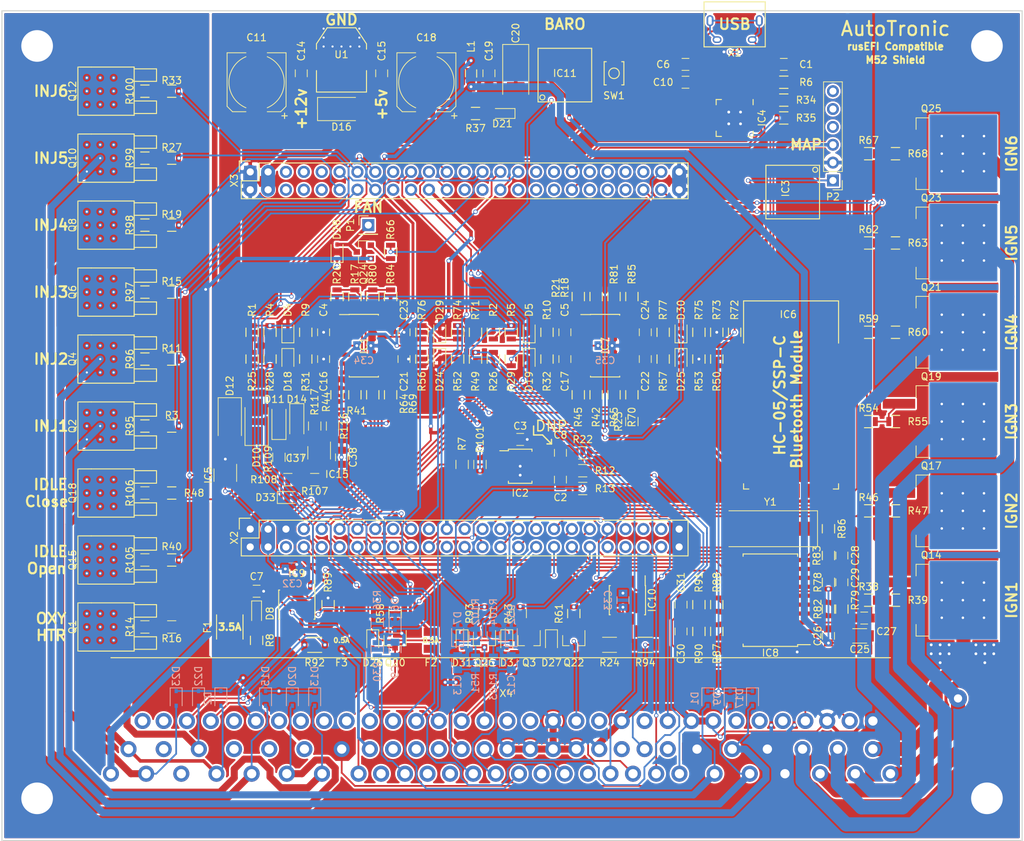
<source format=kicad_pcb>
(kicad_pcb (version 4) (host pcbnew 4.0.4-stable)
  (layers (0 F.Cu signal) (31 B.Cu signal) (34 B.Paste user) (35 F.Paste user) (36 B.SilkS user) (37 F.SilkS user) (38 B.Mask user) (39 F.Mask user) (44 Edge.Cuts user))
  (net 0 "")
  (net 1 GND)
  (net 2 "Net-(C1-Pad2)")
  (net 3 "Net-(C2-Pad1)")
  (net 4 "Net-(C4-Pad1)")
  (net 5 "Net-(C5-Pad1)")
  (net 6 "Net-(C6-Pad1)")
  (net 7 "Net-(C7-Pad1)")
  (net 8 "Net-(C8-Pad1)")
  (net 9 "Net-(C10-Pad1)")
  (net 10 +12V)
  (net 11 +5V)
  (net 12 "Net-(C16-Pad1)")
  (net 13 "Net-(C17-Pad1)")
  (net 14 +5VA)
  (net 15 "Net-(C21-Pad1)")
  (net 16 "Net-(C22-Pad1)")
  (net 17 "Net-(C23-Pad1)")
  (net 18 "Net-(C24-Pad1)")
  (net 19 "Net-(C27-Pad1)")
  (net 20 "Net-(C28-Pad2)")
  (net 21 "Net-(C29-Pad2)")
  (net 22 "Net-(C30-Pad1)")
  (net 23 KNK1)
  (net 24 KNK2)
  (net 25 "Net-(C31-Pad2)")
  (net 26 +3V3)
  (net 27 +12P)
  (net 28 INJ1)
  (net 29 CRK)
  (net 30 "Net-(D4-Pad1)")
  (net 31 "Net-(D5-Pad1)")
  (net 32 "Net-(D8-Pad2)")
  (net 33 INJ2)
  (net 34 "Net-(D10-Pad2)")
  (net 35 INJ3)
  (net 36 INJ4)
  (net 37 INJ5)
  (net 38 "Net-(D18-Pad1)")
  (net 39 "Net-(D19-Pad1)")
  (net 40 INJ6)
  (net 41 "Net-(D21-Pad2)")
  (net 42 IDLo)
  (net 43 IDLc)
  (net 44 "Net-(D24-Pad1)")
  (net 45 "Net-(D25-Pad1)")
  (net 46 VANOS)
  (net 47 FP)
  (net 48 FAN)
  (net 49 "Net-(D29-Pad1)")
  (net 50 "Net-(D30-Pad1)")
  (net 51 ECU)
  (net 52 "Net-(IC1-Pad1)")
  (net 53 "Net-(IC1-Pad6)")
  (net 54 "Net-(IC1-Pad8)")
  (net 55 "Net-(IC1-Pad13)")
  (net 56 "Net-(IC4-Pad1)")
  (net 57 "Net-(IC4-Pad2)")
  (net 58 "Net-(IC4-Pad4)")
  (net 59 "Net-(IC4-Pad5)")
  (net 60 "Net-(IC4-Pad9)")
  (net 61 "Net-(IC4-Pad10)")
  (net 62 "Net-(IC4-Pad11)")
  (net 63 "Net-(IC4-Pad12)")
  (net 64 "Net-(IC4-Pad13)")
  (net 65 "Net-(IC4-Pad14)")
  (net 66 "Net-(IC4-Pad15)")
  (net 67 "Net-(IC4-Pad16)")
  (net 68 "Net-(IC4-Pad17)")
  (net 69 "Net-(IC4-Pad18)")
  (net 70 "Net-(IC4-Pad19)")
  (net 71 "Net-(IC4-Pad20)")
  (net 72 "Net-(IC4-Pad21)")
  (net 73 "Net-(IC4-Pad22)")
  (net 74 "Net-(IC4-Pad23)")
  (net 75 "Net-(IC4-Pad24)")
  (net 76 PC10)
  (net 77 PC11)
  (net 78 "Net-(IC4-Pad27)")
  (net 79 "Net-(IC4-Pad28)")
  (net 80 PD3)
  (net 81 "Net-(IC5-Pad3)")
  (net 82 "Net-(IC5-Pad4)")
  (net 83 "Net-(IC5-Pad6)")
  (net 84 "Net-(IC6-Pad1)")
  (net 85 "Net-(IC6-Pad2)")
  (net 86 "Net-(IC6-Pad3)")
  (net 87 "Net-(IC6-Pad4)")
  (net 88 "Net-(IC7-Pad1)")
  (net 89 "Net-(IC7-Pad6)")
  (net 90 "Net-(IC7-Pad8)")
  (net 91 "Net-(IC7-Pad13)")
  (net 92 "Net-(IC8-Pad4)")
  (net 93 "Net-(IC8-Pad5)")
  (net 94 "Net-(IC8-Pad6)")
  (net 95 PB11)
  (net 96 PB0)
  (net 97 PB14)
  (net 98 PB15)
  (net 99 PB13)
  (net 100 "Net-(IC8-Pad14)")
  (net 101 "Net-(IC8-Pad16)")
  (net 102 "Net-(IC8-Pad17)")
  (net 103 "Net-(IC8-Pad18)")
  (net 104 "Net-(IC8-Pad19)")
  (net 105 PB6)
  (net 106 PB12)
  (net 107 "Net-(IC9-Pad5)")
  (net 108 CANL)
  (net 109 CANH)
  (net 110 "Net-(IC9-Pad8)")
  (net 111 "Net-(IC10-Pad1)")
  (net 112 PB7)
  (net 113 "Net-(IC10-Pad5)")
  (net 114 "Net-(IC10-Pad7)")
  (net 115 "Net-(IC10-Pad8)")
  (net 116 "Net-(Q1-Pad1)")
  (net 117 GNDPWR)
  (net 118 "Net-(Q10-Pad1)")
  (net 119 "Net-(Q14-Pad1)")
  (net 120 IGN1)
  (net 121 "Net-(Q17-Pad1)")
  (net 122 IGN2)
  (net 123 "Net-(Q19-Pad1)")
  (net 124 IGN3)
  (net 125 "Net-(Q20-Pad2)")
  (net 126 "Net-(Q21-Pad1)")
  (net 127 IGN4)
  (net 128 "Net-(Q22-Pad2)")
  (net 129 "Net-(Q23-Pad1)")
  (net 130 IGN5)
  (net 131 "Net-(Q24-Pad2)")
  (net 132 "Net-(Q25-Pad1)")
  (net 133 IGN6)
  (net 134 "Net-(Q26-Pad2)")
  (net 135 CLT)
  (net 136 OXY2)
  (net 137 PE6)
  (net 138 PE5)
  (net 139 PD7)
  (net 140 PC2)
  (net 141 PA1)
  (net 142 PC13)
  (net 143 IAT)
  (net 144 PE3)
  (net 145 PE4)
  (net 146 PC7)
  (net 147 PC1)
  (net 148 PA4)
  (net 149 PE14)
  (net 150 MAF)
  (net 151 PC9)
  (net 152 PE2)
  (net 153 PE12)
  (net 154 PB9)
  (net 155 PE8)
  (net 156 PA0)
  (net 157 PA3)
  (net 158 PD5)
  (net 159 PE10)
  (net 160 TPS)
  (net 161 "Net-(R72-Pad2)")
  (net 162 PC0)
  (net 163 PC3)
  (net 164 PC4)
  (net 165 "Net-(R86-Pad2)")
  (net 166 PB8)
  (net 167 RPM)
  (net 168 PD6)
  (net 169 "Net-(X1-Pad4)")
  (net 170 NRST)
  (net 171 PA2)
  (net 172 PA5)
  (net 173 PA7)
  (net 174 PA6)
  (net 175 PC5)
  (net 176 PB1)
  (net 177 PB2)
  (net 178 PE7)
  (net 179 PE9)
  (net 180 PE11)
  (net 181 PE13)
  (net 182 PE15)
  (net 183 PB10)
  (net 184 PD8)
  (net 185 PD9)
  (net 186 PD10)
  (net 187 PD11)
  (net 188 PD12)
  (net 189 PD13)
  (net 190 PD14)
  (net 191 PD15)
  (net 192 "Net-(X2-Pad48)")
  (net 193 "Net-(X3-Pad5)")
  (net 194 "Net-(X3-Pad6)")
  (net 195 "Net-(X3-Pad7)")
  (net 196 "Net-(X3-Pad8)")
  (net 197 "Net-(X3-Pad9)")
  (net 198 "Net-(X3-Pad10)")
  (net 199 PE0)
  (net 200 PE1)
  (net 201 BOOT0)
  (net 202 PB4)
  (net 203 PB5)
  (net 204 PB3)
  (net 205 PD4)
  (net 206 PD1)
  (net 207 PD2)
  (net 208 PC12)
  (net 209 PD0)
  (net 210 PA14)
  (net 211 PA15)
  (net 212 PA10)
  (net 213 PA13)
  (net 214 PA8)
  (net 215 PA9)
  (net 216 PC8)
  (net 217 PC6)
  (net 218 "Net-(X4-Pad11)")
  (net 219 "Net-(X4-Pad13)")
  (net 220 "Net-(X4-Pad17)")
  (net 221 "Net-(X4-Pad18)")
  (net 222 "Net-(X4-Pad20)")
  (net 223 OXYHTR)
  (net 224 "Net-(X4-Pad26)")
  (net 225 "Net-(X4-Pad35)")
  (net 226 "Net-(X4-Pad37)")
  (net 227 5vOUT)
  (net 228 "Net-(X4-Pad45)")
  (net 229 "Net-(X4-Pad46)")
  (net 230 "Net-(X4-Pad47)")
  (net 231 12vOUT)
  (net 232 "Net-(X4-Pad50)")
  (net 233 "Net-(X4-Pad51)")
  (net 234 "Net-(X4-Pad52)")
  (net 235 "Net-(X4-Pad54)")
  (net 236 "Net-(X4-Pad60)")
  (net 237 "Net-(X4-Pad61)")
  (net 238 "Net-(X4-Pad62)")
  (net 239 "Net-(X4-Pad66)")
  (net 240 "Net-(X4-Pad68)")
  (net 241 "Net-(X4-Pad71)")
  (net 242 "Net-(X4-Pad72)")
  (net 243 OXY1)
  (net 244 "Net-(X4-Pad77)")
  (net 245 "Net-(X4-Pad78)")
  (net 246 "Net-(X4-Pad79)")
  (net 247 "Net-(X4-Pad80)")
  (net 248 "Net-(X4-Pad81)")
  (net 249 "Net-(X4-Pad82)")
  (net 250 "Net-(X4-Pad84)")
  (net 251 "Net-(X4-Pad87)")
  (net 252 "Net-(X4-Pad88)")
  (net 253 BARO)
  (net 254 "Net-(IC11-Pad4)")
  (net 255 "Net-(IC11-Pad5)")
  (net 256 "Net-(IC11-Pad6)")
  (net 257 "Net-(IC11-Pad7)")
  (net 258 "Net-(IC11-Pad8)")
  (net 259 "Net-(IC3-Pad8)")
  (net 260 CAM+)
  (net 261 CAM-)
  (net 262 "Net-(C2-Pad2)")
  (net 263 "Net-(C8-Pad2)")
  (net 264 ACreq)
  (net 265 VSS)
  (net 266 ACprSW)
  (net 267 AC)
  (net 268 "Net-(IC2-Pad2)")
  (net 269 "Net-(IC2-Pad7)")
  (net 270 MAP)
  (net 271 "Net-(Q2-Pad1)")
  (net 272 "Net-(Q3-Pad2)")
  (net 273 "Net-(Q4-Pad1)")
  (net 274 "Net-(Q6-Pad1)")
  (net 275 "Net-(Q8-Pad1)")
  (net 276 "Net-(Q12-Pad1)")
  (net 277 "Net-(Q15-Pad1)")
  (net 278 "Net-(Q18-Pad1)")
  (net 279 "Net-(R16-Pad1)")
  (net 280 TI)
  (net 281 "Net-(P2-Pad4)")
  (net 282 "Net-(P2-Pad5)")
  (net 283 "Net-(P2-Pad6)")
  (net 284 "Net-(IC3-Pad4)")
  (net 285 "Net-(IC3-Pad5)")
  (net 286 "Net-(IC3-Pad6)")
  (net 287 "Net-(IC3-Pad7)")
  (net 288 "Net-(C37-Pad1)")
  (net 289 "Net-(D33-Pad1)")
  (net 290 "Net-(IC15-Pad1)")
  (module UserParts:IRLR3103 (layer F.Cu) (at 20.32 68.58 90)
    (fp_text reference Q18 (at 0 -10.287 90) (layer F.SilkS))
    (fp_text value IRLR3103)
    (pad 1 smd rect (at -2.286 0 90) (size 1.651 3.048) (layers F.Cu F.Paste F.Mask) (net 278 "Net-(Q18-Pad1)"))
    (pad 2 smd rect (at 0 -6.35 90) (size 6.096 6.096) (layers F.Cu F.Paste F.Mask) (net 43 IDLc))
    (pad 3 smd rect (at 2.286 0 90) (size 1.651 3.048) (layers F.Cu F.Paste F.Mask) (net 117 GNDPWR))
    (pad 2 thru_hole circle (at -1.905 -4.445 90) (size 0.6 0.6) (drill 0.3) (layers *.Cu) (net 43 IDLc))
    (pad 2 thru_hole circle (at 0 -4.445 90) (size 0.6 0.6) (drill 0.3) (layers *.Cu) (net 43 IDLc))
    (pad 2 thru_hole circle (at 1.905 -4.445 90) (size 0.6 0.6) (drill 0.3) (layers *.Cu) (net 43 IDLc))
    (pad 2 thru_hole circle (at 1.905 -8.255 90) (size 0.6 0.6) (drill 0.3) (layers *.Cu) (net 43 IDLc))
    (pad 2 thru_hole circle (at -1.905 -8.255 90) (size 0.6 0.6) (drill 0.3) (layers *.Cu) (net 43 IDLc))
    (pad 2 thru_hole circle (at 0 -8.255 90) (size 0.6 0.6) (drill 0.3) (layers *.Cu) (net 43 IDLc))
    (pad 2 thru_hole circle (at -1.905 -6.35 90) (size 0.6 0.6) (drill 0.3) (layers *.Cu) (net 43 IDLc))
    (pad 2 thru_hole circle (at 0 -6.35 90) (size 0.6 0.6) (drill 0.3) (layers *.Cu) (net 43 IDLc))
    (pad 2 thru_hole circle (at 1.905 -6.35 90) (size 0.6 0.6) (drill 0.3) (layers *.Cu) (net 43 IDLc))
  )
  (module Mounting_Holes:MountingHole_5mm (layer F.Cu) (at 140 112)
    (fp_text reference REF** hide)
    (fp_text value MountingHole_5mm)
    (pad 1 thru_hole circle (at 0 0) (size 5.5 5.5) (drill 4.5) (layers *.Cu *.Mask) (net 117 GNDPWR))
  )
  (module Mounting_Holes:MountingHole_5mm (layer F.Cu) (at 5 112)
    (fp_text reference REF** hide)
    (fp_text value MountingHole_5mm)
    (pad 1 thru_hole circle (at 0 0) (size 5.5 5.5) (drill 4.5) (layers *.Cu *.Mask) (net 117 GNDPWR))
  )
  (module Mounting_Holes:MountingHole_5mm (layer F.Cu) (at 140 5)
    (fp_text reference REF** hide)
    (fp_text value MountingHole_5mm)
    (pad 1 thru_hole circle (at 0 0) (size 5.5 5.5) (drill 4.5) (layers *.Cu *.Mask) (net 117 GNDPWR))
  )
  (module Mounting_Holes:MountingHole_5mm (layer F.Cu) (at 5 5)
    (fp_text reference REF** hide)
    (fp_text value MountingHole_5mm)
    (pad 1 thru_hole circle (at 0 0) (size 5.5 5.5) (drill 4.5) (layers *.Cu *.Mask) (net 117 GNDPWR))
  )
  (module Capacitors_SMD:C_0805 (layer F.Cu) (at 111.125 7.62 180)
    (fp_text reference C1 (at -3.175 0 180) (layer F.SilkS))
    (fp_text value 100nF)
    (pad 1 smd rect (at -1 0 180) (size 1 1.25) (layers F.Cu F.Paste F.Mask) (net 1 GND))
    (pad 2 smd rect (at 1 0 180) (size 1 1.25) (layers F.Cu F.Paste F.Mask) (net 2 "Net-(C1-Pad2)"))
  )
  (module Capacitors_SMD:C_0805 (layer F.Cu) (at 45.72 45.72 90)
    (fp_text reference C4 (at 3.175 0 270) (layer F.SilkS))
    (fp_text value 10nF)
    (pad 1 smd rect (at -1 0 90) (size 1 1.25) (layers F.Cu F.Paste F.Mask) (net 4 "Net-(C4-Pad1)"))
    (pad 2 smd rect (at 1 0 90) (size 1 1.25) (layers F.Cu F.Paste F.Mask) (net 1 GND))
  )
  (module Capacitors_SMD:C_0805 (layer F.Cu) (at 80.01 45.72 90)
    (fp_text reference C5 (at 3.175 0 90) (layer F.SilkS))
    (fp_text value 10nF)
    (pad 1 smd rect (at -1 0 90) (size 1 1.25) (layers F.Cu F.Paste F.Mask) (net 5 "Net-(C5-Pad1)"))
    (pad 2 smd rect (at 1 0 90) (size 1 1.25) (layers F.Cu F.Paste F.Mask) (net 1 GND))
  )
  (module Capacitors_SMD:C_0805 (layer F.Cu) (at 97.155 7.62 180)
    (fp_text reference C6 (at 3.175 0 180) (layer F.SilkS))
    (fp_text value 100nF)
    (pad 1 smd rect (at -1 0 180) (size 1 1.25) (layers F.Cu F.Paste F.Mask) (net 6 "Net-(C6-Pad1)"))
    (pad 2 smd rect (at 1 0 180) (size 1 1.25) (layers F.Cu F.Paste F.Mask) (net 1 GND))
  )
  (module Capacitors_SMD:C_0805 (layer F.Cu) (at 36.195 82.55)
    (fp_text reference C7 (at 0 -2.1) (layer F.SilkS))
    (fp_text value 1nF)
    (pad 1 smd rect (at -1 0) (size 1 1.25) (layers F.Cu F.Paste F.Mask) (net 7 "Net-(C7-Pad1)"))
    (pad 2 smd rect (at 1 0) (size 1 1.25) (layers F.Cu F.Paste F.Mask) (net 1 GND))
  )
  (module Capacitors_SMD:C_0805 (layer F.Cu) (at 97.155 10.16 180)
    (fp_text reference C10 (at 3.175 0 180) (layer F.SilkS))
    (fp_text value 100nF)
    (pad 1 smd rect (at -1 0 180) (size 1 1.25) (layers F.Cu F.Paste F.Mask) (net 9 "Net-(C10-Pad1)"))
    (pad 2 smd rect (at 1 0 180) (size 1 1.25) (layers F.Cu F.Paste F.Mask) (net 1 GND))
  )
  (module Capacitors_SMD:CP_Elec_8x10 (layer F.Cu) (at 36.195 10.16 90)
    (fp_text reference C11 (at 6.35 0 180) (layer F.SilkS))
    (fp_text value 470uF)
    (fp_text user + (at -4.7752 3.8989 90) (layer F.SilkS))
    (pad 1 smd rect (at -3.05 0 270) (size 4 2.5) (layers F.Cu F.Paste F.Mask) (net 10 +12V))
    (pad 2 smd rect (at 3.05 0 270) (size 4 2.5) (layers F.Cu F.Paste F.Mask) (net 1 GND))
  )
  (module Capacitors_SMD:C_0805 (layer F.Cu) (at 42.545 8.89 90)
    (fp_text reference C14 (at 3.175 0 90) (layer F.SilkS))
    (fp_text value 100nF)
    (pad 1 smd rect (at -1 0 90) (size 1 1.25) (layers F.Cu F.Paste F.Mask) (net 10 +12V))
    (pad 2 smd rect (at 1 0 90) (size 1 1.25) (layers F.Cu F.Paste F.Mask) (net 1 GND))
  )
  (module Capacitors_SMD:C_0805 (layer F.Cu) (at 53.975 8.89 90)
    (fp_text reference C15 (at 3.175 0 90) (layer F.SilkS))
    (fp_text value 100nF)
    (pad 1 smd rect (at -1 0 90) (size 1 1.25) (layers F.Cu F.Paste F.Mask) (net 11 +5V))
    (pad 2 smd rect (at 1 0 90) (size 1 1.25) (layers F.Cu F.Paste F.Mask) (net 1 GND))
  )
  (module Capacitors_SMD:C_0805 (layer F.Cu) (at 45.72 49.53 270)
    (fp_text reference C16 (at 3.175 0 270) (layer F.SilkS))
    (fp_text value 10nF)
    (pad 1 smd rect (at -1 0 270) (size 1 1.25) (layers F.Cu F.Paste F.Mask) (net 12 "Net-(C16-Pad1)"))
    (pad 2 smd rect (at 1 0 270) (size 1 1.25) (layers F.Cu F.Paste F.Mask) (net 1 GND))
  )
  (module Capacitors_SMD:C_0805 (layer F.Cu) (at 80.01 49.53 270)
    (fp_text reference C17 (at 3.175 0 270) (layer F.SilkS))
    (fp_text value 10nF)
    (pad 1 smd rect (at -1 0 270) (size 1 1.25) (layers F.Cu F.Paste F.Mask) (net 13 "Net-(C17-Pad1)"))
    (pad 2 smd rect (at 1 0 270) (size 1 1.25) (layers F.Cu F.Paste F.Mask) (net 1 GND))
  )
  (module Capacitors_SMD:CP_Elec_8x10 (layer F.Cu) (at 60.325 10.16 90)
    (fp_text reference C18 (at 6.35 0 180) (layer F.SilkS))
    (fp_text value 470uF)
    (fp_text user + (at -4.7752 3.8989 90) (layer F.SilkS))
    (pad 1 smd rect (at -3.05 0 270) (size 4 2.5) (layers F.Cu F.Paste F.Mask) (net 11 +5V))
    (pad 2 smd rect (at 3.05 0 270) (size 4 2.5) (layers F.Cu F.Paste F.Mask) (net 1 GND))
  )
  (module Capacitors_SMD:C_0805 (layer F.Cu) (at 69.215 8.89 270)
    (fp_text reference C19 (at -3.175 0 270) (layer F.SilkS))
    (fp_text value 100nF)
    (pad 1 smd rect (at -1 0 270) (size 1 1.25) (layers F.Cu F.Paste F.Mask) (net 14 +5VA))
    (pad 2 smd rect (at 1 0 270) (size 1 1.25) (layers F.Cu F.Paste F.Mask) (net 1 GND))
  )
  (module Capacitors_Tantalum_SMD:CP_Tantalum_Case-C_EIA-6032-28_Reflow (layer F.Cu) (at 73.025 8.89 270)
    (fp_text reference C20 (at -5.715 0 270) (layer F.SilkS))
    (fp_text value 10uF)
    (pad 1 smd rect (at -2.525 0 270) (size 2.55 2.5) (layers F.Cu F.Paste F.Mask) (net 14 +5VA))
    (pad 2 smd rect (at 2.525 0 270) (size 2.55 2.5) (layers F.Cu F.Paste F.Mask) (net 1 GND))
  )
  (module Capacitors_SMD:C_0805 (layer F.Cu) (at 57.15 49.53 270)
    (fp_text reference C21 (at 3.175 0 270) (layer F.SilkS))
    (fp_text value 10nF)
    (pad 1 smd rect (at -1 0 270) (size 1 1.25) (layers F.Cu F.Paste F.Mask) (net 15 "Net-(C21-Pad1)"))
    (pad 2 smd rect (at 1 0 270) (size 1 1.25) (layers F.Cu F.Paste F.Mask) (net 1 GND))
  )
  (module Capacitors_SMD:C_0805 (layer F.Cu) (at 91.44 49.53 270)
    (fp_text reference C22 (at 3.175 0 270) (layer F.SilkS))
    (fp_text value 10nF)
    (pad 1 smd rect (at -1 0 270) (size 1 1.25) (layers F.Cu F.Paste F.Mask) (net 16 "Net-(C22-Pad1)"))
    (pad 2 smd rect (at 1 0 270) (size 1 1.25) (layers F.Cu F.Paste F.Mask) (net 1 GND))
  )
  (module Capacitors_SMD:C_0805 (layer F.Cu) (at 57.15 45.72 90)
    (fp_text reference C23 (at 3.175 0 90) (layer F.SilkS))
    (fp_text value 10nF)
    (pad 1 smd rect (at -1 0 90) (size 1 1.25) (layers F.Cu F.Paste F.Mask) (net 17 "Net-(C23-Pad1)"))
    (pad 2 smd rect (at 1 0 90) (size 1 1.25) (layers F.Cu F.Paste F.Mask) (net 1 GND))
  )
  (module Capacitors_SMD:C_0805 (layer F.Cu) (at 91.44 45.72 90)
    (fp_text reference C24 (at 3.175 0 90) (layer F.SilkS))
    (fp_text value 10nF)
    (pad 1 smd rect (at -1 0 90) (size 1 1.25) (layers F.Cu F.Paste F.Mask) (net 18 "Net-(C24-Pad1)"))
    (pad 2 smd rect (at 1 0 90) (size 1 1.25) (layers F.Cu F.Paste F.Mask) (net 1 GND))
  )
  (module Capacitors_SMD:C_1206 (layer F.Cu) (at 121.92 88.9)
    (fp_text reference C25 (at 0 1.905) (layer F.SilkS))
    (fp_text value 4.7uF)
    (pad 1 smd rect (at -1.5 0) (size 1 1.6) (layers F.Cu F.Paste F.Mask) (net 11 +5V))
    (pad 2 smd rect (at 1.5 0) (size 1 1.6) (layers F.Cu F.Paste F.Mask) (net 1 GND))
  )
  (module Capacitors_SMD:C_0805 (layer F.Cu) (at 117.475 88.9 90)
    (fp_text reference C26 (at 0 -1.524 90) (layer F.SilkS))
    (fp_text value 100nF)
    (pad 1 smd rect (at -1 0 90) (size 1 1.25) (layers F.Cu F.Paste F.Mask) (net 11 +5V))
    (pad 2 smd rect (at 1 0 90) (size 1 1.25) (layers F.Cu F.Paste F.Mask) (net 1 GND))
  )
  (module Capacitors_SMD:C_0805 (layer F.Cu) (at 122.555 86.36)
    (fp_text reference C27 (at 3.175 1.905) (layer F.SilkS))
    (fp_text value 220nF)
    (pad 1 smd rect (at -1 0) (size 1 1.25) (layers F.Cu F.Paste F.Mask) (net 19 "Net-(C27-Pad1)"))
    (pad 2 smd rect (at 1 0) (size 1 1.25) (layers F.Cu F.Paste F.Mask) (net 1 GND))
  )
  (module Capacitors_SMD:C_0805 (layer F.Cu) (at 119.38 77.47 90)
    (fp_text reference C28 (at 0 1.905 90) (layer F.SilkS))
    (fp_text value 24pF)
    (pad 1 smd rect (at -1 0 90) (size 1 1.25) (layers F.Cu F.Paste F.Mask) (net 1 GND))
    (pad 2 smd rect (at 1 0 90) (size 1 1.25) (layers F.Cu F.Paste F.Mask) (net 20 "Net-(C28-Pad2)"))
  )
  (module Capacitors_SMD:C_0805 (layer F.Cu) (at 119.38 81.28 90)
    (fp_text reference C29 (at 0.635 1.905 90) (layer F.SilkS))
    (fp_text value 24pF)
    (pad 1 smd rect (at -1 0 90) (size 1 1.25) (layers F.Cu F.Paste F.Mask) (net 1 GND))
    (pad 2 smd rect (at 1 0 90) (size 1 1.25) (layers F.Cu F.Paste F.Mask) (net 21 "Net-(C29-Pad2)"))
  )
  (module Capacitors_SMD:C_0805 (layer F.Cu) (at 96.52 88.265 270)
    (fp_text reference C30 (at 3.175 0 270) (layer F.SilkS))
    (fp_text value 3.3nF)
    (pad 1 smd rect (at -1 0 270) (size 1 1.25) (layers F.Cu F.Paste F.Mask) (net 22 "Net-(C30-Pad1)"))
    (pad 2 smd rect (at 1 0 270) (size 1 1.25) (layers F.Cu F.Paste F.Mask) (net 23 KNK1))
  )
  (module Capacitors_SMD:C_0805 (layer F.Cu) (at 96.52 84.455 90)
    (fp_text reference C31 (at 3.175 0 90) (layer F.SilkS))
    (fp_text value 3.3nF)
    (pad 1 smd rect (at -1 0 90) (size 1 1.25) (layers F.Cu F.Paste F.Mask) (net 24 KNK2))
    (pad 2 smd rect (at 1 0 90) (size 1 1.25) (layers F.Cu F.Paste F.Mask) (net 25 "Net-(C31-Pad2)"))
  )
  (module Capacitors_SMD:C_0805 (layer B.Cu) (at 41.275 79.375)
    (fp_text reference C32 (at 0 2.1) (layer B.SilkS) (effects (justify mirror)))
    (fp_text value 100nF)
    (pad 1 smd rect (at -1 0) (size 1 1.25) (layers B.Cu B.Paste B.Mask) (net 26 +3V3))
    (pad 2 smd rect (at 1 0) (size 1 1.25) (layers B.Cu B.Paste B.Mask) (net 1 GND))
  )
  (module Capacitors_SMD:C_0805 (layer B.Cu) (at 88.265 83.82 270)
    (fp_text reference C33 (at 0 2.1 270) (layer B.SilkS) (effects (justify mirror)))
    (fp_text value 100nF)
    (pad 1 smd rect (at -1 0 270) (size 1 1.25) (layers B.Cu B.Paste B.Mask) (net 117 GNDPWR))
    (pad 2 smd rect (at 1 0 270) (size 1 1.25) (layers B.Cu B.Paste B.Mask) (net 10 +12V))
  )
  (module Capacitors_SMD:C_0805 (layer B.Cu) (at 51.435 47.625)
    (fp_text reference C34 (at 0 2.1) (layer B.SilkS) (effects (justify mirror)))
    (fp_text value 100nF)
    (pad 1 smd rect (at -1 0) (size 1 1.25) (layers B.Cu B.Paste B.Mask) (net 14 +5VA))
    (pad 2 smd rect (at 1 0) (size 1 1.25) (layers B.Cu B.Paste B.Mask) (net 1 GND))
  )
  (module Capacitors_SMD:C_0805 (layer B.Cu) (at 85.725 47.625)
    (fp_text reference C35 (at 0 2.1) (layer B.SilkS) (effects (justify mirror)))
    (fp_text value 100nF)
    (pad 1 smd rect (at -1 0) (size 1 1.25) (layers B.Cu B.Paste B.Mask) (net 14 +5VA))
    (pad 2 smd rect (at 1 0) (size 1 1.25) (layers B.Cu B.Paste B.Mask) (net 1 GND))
  )
  (module Diodes_SMD:D_SOD-323 (layer B.Cu) (at 100.33 97.79 270)
    (fp_text reference D1 (at 0 1.85 270) (layer B.SilkS) (effects (justify mirror)))
    (fp_text value LL4148)
    (pad 1 smd rect (at -1.05 0 270) (size 0.6 0.45) (layers B.Cu B.Paste B.Mask) (net 27 +12P))
    (pad 2 smd rect (at 1.05 0 270) (size 0.6 0.45) (layers B.Cu B.Paste B.Mask) (net 28 INJ1))
  )
  (module Diodes_SMD:D_SOD-323 (layer F.Cu) (at 40.64 45.72 90)
    (fp_text reference D4 (at 3.175 0 270) (layer F.SilkS))
    (fp_text value 5.1v)
    (pad 1 smd rect (at -1.05 0 90) (size 0.6 0.45) (layers F.Cu F.Paste F.Mask) (net 30 "Net-(D4-Pad1)"))
    (pad 2 smd rect (at 1.05 0 90) (size 0.6 0.45) (layers F.Cu F.Paste F.Mask) (net 1 GND))
  )
  (module Diodes_SMD:D_SOD-323 (layer F.Cu) (at 74.93 45.72 90)
    (fp_text reference D5 (at 3.175 0 90) (layer F.SilkS))
    (fp_text value 5.1v)
    (pad 1 smd rect (at -1.05 0 90) (size 0.6 0.45) (layers F.Cu F.Paste F.Mask) (net 31 "Net-(D5-Pad1)"))
    (pad 2 smd rect (at 1.05 0 90) (size 0.6 0.45) (layers F.Cu F.Paste F.Mask) (net 1 GND))
  )
  (module LEDs:LED_0805 (layer F.Cu) (at 36.195 85.725 270)
    (fp_text reference D8 (at 0 -1.905 270) (layer F.SilkS))
    (fp_text value RED)
    (pad 2 smd rect (at 1.1 0 90) (size 1.2 1.2) (layers F.Cu F.Paste F.Mask) (net 32 "Net-(D8-Pad2)"))
    (pad 1 smd rect (at -1.1 0 90) (size 1.2 1.2) (layers F.Cu F.Paste F.Mask) (net 7 "Net-(C7-Pad1)"))
  )
  (module Diodes_SMD:D_SOD-323 (layer B.Cu) (at 103.505 97.79 270)
    (fp_text reference D9 (at 0 1.85 270) (layer B.SilkS) (effects (justify mirror)))
    (fp_text value LL4148)
    (pad 1 smd rect (at -1.05 0 270) (size 0.6 0.45) (layers B.Cu B.Paste B.Mask) (net 27 +12P))
    (pad 2 smd rect (at 1.05 0 270) (size 0.6 0.45) (layers B.Cu B.Paste B.Mask) (net 33 INJ2))
  )
  (module Diodes_SMD:D_SMA_Standard (layer F.Cu) (at 36.195 58.42 90)
    (fp_text reference D10 (at -5.08 0 270) (layer F.SilkS))
    (fp_text value LL4007)
    (pad 1 smd rect (at -2 0 90) (size 2.5 1.8) (layers F.Cu F.Paste F.Mask) (net 7 "Net-(C7-Pad1)"))
    (pad 2 smd rect (at 2 0 90) (size 2.5 1.8) (layers F.Cu F.Paste F.Mask) (net 34 "Net-(D10-Pad2)"))
  )
  (module Diodes_SMD:D_MiniMELF_Standard (layer F.Cu) (at 39.37 58.42 90)
    (fp_text reference D11 (at 3.175 -0.635 360) (layer F.SilkS))
    (fp_text value 12v)
    (pad 1 smd rect (at -1.75 0 90) (size 1.3 1.7) (layers F.Cu F.Paste F.Mask) (net 1 GND))
    (pad 2 smd rect (at 1.75 0 90) (size 1.3 1.7) (layers F.Cu F.Paste F.Mask) (net 34 "Net-(D10-Pad2)"))
  )
  (module Diodes_SMD:D_SMA_Standard (layer F.Cu) (at 32.385 58.42 270)
    (fp_text reference D12 (at -5.08 0 450) (layer F.SilkS))
    (fp_text value SS34)
    (pad 1 smd rect (at -2 0 270) (size 2.5 1.8) (layers F.Cu F.Paste F.Mask) (net 10 +12V))
    (pad 2 smd rect (at 2 0 270) (size 2.5 1.8) (layers F.Cu F.Paste F.Mask) (net 7 "Net-(C7-Pad1)"))
  )
  (module Diodes_SMD:D_SOD-323 (layer B.Cu) (at 44.45 97.79 270)
    (fp_text reference D13 (at -3.175 0 270) (layer B.SilkS) (effects (justify mirror)))
    (fp_text value LL4148)
    (pad 1 smd rect (at -1.05 0 270) (size 0.6 0.45) (layers B.Cu B.Paste B.Mask) (net 27 +12P))
    (pad 2 smd rect (at 1.05 0 270) (size 0.6 0.45) (layers B.Cu B.Paste B.Mask) (net 35 INJ3))
  )
  (module Diodes_SMD:D_MiniMELF_Standard (layer F.Cu) (at 41.91 58.42 270)
    (fp_text reference D14 (at -3.175 0 540) (layer F.SilkS))
    (fp_text value 22v)
    (pad 1 smd rect (at -1.75 0 270) (size 1.3 1.7) (layers F.Cu F.Paste F.Mask) (net 10 +12V))
    (pad 2 smd rect (at 1.75 0 270) (size 1.3 1.7) (layers F.Cu F.Paste F.Mask) (net 1 GND))
  )
  (module Diodes_SMD:D_SOD-323 (layer B.Cu) (at 37.465 97.79 270)
    (fp_text reference D15 (at -3.175 0 270) (layer B.SilkS) (effects (justify mirror)))
    (fp_text value LL4148)
    (pad 1 smd rect (at -1.05 0 270) (size 0.6 0.45) (layers B.Cu B.Paste B.Mask) (net 27 +12P))
    (pad 2 smd rect (at 1.05 0 270) (size 0.6 0.45) (layers B.Cu B.Paste B.Mask) (net 36 INJ4))
  )
  (module Diodes_SMD:D_SMA_Standard (layer F.Cu) (at 48.26 13.97)
    (fp_text reference D16 (at 0 2.54) (layer F.SilkS))
    (fp_text value LL4007)
    (pad 1 smd rect (at -2 0) (size 2.5 1.8) (layers F.Cu F.Paste F.Mask) (net 10 +12V))
    (pad 2 smd rect (at 2 0) (size 2.5 1.8) (layers F.Cu F.Paste F.Mask) (net 11 +5V))
  )
  (module Diodes_SMD:D_SOD-323 (layer B.Cu) (at 106.68 97.79 270)
    (fp_text reference D17 (at 0 1.85 270) (layer B.SilkS) (effects (justify mirror)))
    (fp_text value LL4148)
    (pad 1 smd rect (at -1.05 0 270) (size 0.6 0.45) (layers B.Cu B.Paste B.Mask) (net 27 +12P))
    (pad 2 smd rect (at 1.05 0 270) (size 0.6 0.45) (layers B.Cu B.Paste B.Mask) (net 37 INJ5))
  )
  (module Diodes_SMD:D_SOD-323 (layer F.Cu) (at 40.64 49.53 270)
    (fp_text reference D18 (at 3.175 0 270) (layer F.SilkS))
    (fp_text value 5.1v)
    (pad 1 smd rect (at -1.05 0 270) (size 0.6 0.45) (layers F.Cu F.Paste F.Mask) (net 38 "Net-(D18-Pad1)"))
    (pad 2 smd rect (at 1.05 0 270) (size 0.6 0.45) (layers F.Cu F.Paste F.Mask) (net 1 GND))
  )
  (module Diodes_SMD:D_SOD-323 (layer F.Cu) (at 74.93 49.53 270)
    (fp_text reference D19 (at 3.175 0 270) (layer F.SilkS))
    (fp_text value 5.1v)
    (pad 1 smd rect (at -1.05 0 270) (size 0.6 0.45) (layers F.Cu F.Paste F.Mask) (net 39 "Net-(D19-Pad1)"))
    (pad 2 smd rect (at 1.05 0 270) (size 0.6 0.45) (layers F.Cu F.Paste F.Mask) (net 1 GND))
  )
  (module Diodes_SMD:D_SOD-323 (layer B.Cu) (at 41.275 97.79 270)
    (fp_text reference D20 (at -3.175 0 270) (layer B.SilkS) (effects (justify mirror)))
    (fp_text value LL4148)
    (pad 1 smd rect (at -1.05 0 270) (size 0.6 0.45) (layers B.Cu B.Paste B.Mask) (net 27 +12P))
    (pad 2 smd rect (at 1.05 0 270) (size 0.6 0.45) (layers B.Cu B.Paste B.Mask) (net 40 INJ6))
  )
  (module LEDs:LED_0805 (layer F.Cu) (at 71.12 14.605 180)
    (fp_text reference D21 (at 0 -1.45 180) (layer F.SilkS))
    (fp_text value GREEN)
    (pad 2 smd rect (at 1.1 0) (size 1.2 1.2) (layers F.Cu F.Paste F.Mask) (net 41 "Net-(D21-Pad2)"))
    (pad 1 smd rect (at -1.1 0) (size 1.2 1.2) (layers F.Cu F.Paste F.Mask) (net 1 GND))
  )
  (module Diodes_SMD:D_SOD-323 (layer B.Cu) (at 27.94 97.79 270)
    (fp_text reference D22 (at -3.175 0 270) (layer B.SilkS) (effects (justify mirror)))
    (fp_text value LL4148)
    (pad 1 smd rect (at -1.05 0 270) (size 0.6 0.45) (layers B.Cu B.Paste B.Mask) (net 27 +12P))
    (pad 2 smd rect (at 1.05 0 270) (size 0.6 0.45) (layers B.Cu B.Paste B.Mask) (net 42 IDLo))
  )
  (module Diodes_SMD:D_SOD-323 (layer B.Cu) (at 24.765 97.79 270)
    (fp_text reference D23 (at -3.175 0 450) (layer B.SilkS) (effects (justify mirror)))
    (fp_text value LL4148)
    (pad 1 smd rect (at -1.05 0 270) (size 0.6 0.45) (layers B.Cu B.Paste B.Mask) (net 27 +12P))
    (pad 2 smd rect (at 1.05 0 270) (size 0.6 0.45) (layers B.Cu B.Paste B.Mask) (net 43 IDLc))
  )
  (module Diodes_SMD:D_SOD-323 (layer F.Cu) (at 62.23 49.53 270)
    (fp_text reference D24 (at 3.175 0 270) (layer F.SilkS))
    (fp_text value 5.1v)
    (pad 1 smd rect (at -1.05 0 270) (size 0.6 0.45) (layers F.Cu F.Paste F.Mask) (net 44 "Net-(D24-Pad1)"))
    (pad 2 smd rect (at 1.05 0 270) (size 0.6 0.45) (layers F.Cu F.Paste F.Mask) (net 1 GND))
  )
  (module Diodes_SMD:D_SOD-323 (layer F.Cu) (at 96.52 49.53 270)
    (fp_text reference D25 (at 3.175 0 270) (layer F.SilkS))
    (fp_text value 5.1v)
    (pad 1 smd rect (at -1.05 0 270) (size 0.6 0.45) (layers F.Cu F.Paste F.Mask) (net 45 "Net-(D25-Pad1)"))
    (pad 2 smd rect (at 1.05 0 270) (size 0.6 0.45) (layers F.Cu F.Paste F.Mask) (net 1 GND))
  )
  (module Diodes_SMD:D_SOD-323 (layer F.Cu) (at 52.705 89.535 270)
    (fp_text reference D26 (at 3.175 0 360) (layer F.SilkS))
    (fp_text value LL4148)
    (pad 1 smd rect (at -1.05 0 270) (size 0.6 0.45) (layers F.Cu F.Paste F.Mask) (net 27 +12P))
    (pad 2 smd rect (at 1.05 0 270) (size 0.6 0.45) (layers F.Cu F.Paste F.Mask) (net 46 VANOS))
  )
  (module Diodes_SMD:D_SOD-323 (layer F.Cu) (at 78.105 89.535 270)
    (fp_text reference D27 (at 3.175 0 360) (layer F.SilkS))
    (fp_text value LL4148)
    (pad 1 smd rect (at -1.05 0 270) (size 0.6 0.45) (layers F.Cu F.Paste F.Mask) (net 27 +12P))
    (pad 2 smd rect (at 1.05 0 270) (size 0.6 0.45) (layers F.Cu F.Paste F.Mask) (net 47 FP))
  )
  (module Diodes_SMD:D_SOD-323 (layer F.Cu) (at 47.625 34.29 90)
    (fp_text reference D28 (at 3.175 0 90) (layer F.SilkS))
    (fp_text value LL4148)
    (pad 1 smd rect (at -1.05 0 90) (size 0.6 0.45) (layers F.Cu F.Paste F.Mask) (net 27 +12P))
    (pad 2 smd rect (at 1.05 0 90) (size 0.6 0.45) (layers F.Cu F.Paste F.Mask) (net 48 FAN))
  )
  (module Diodes_SMD:D_SOD-323 (layer F.Cu) (at 62.23 45.72 90)
    (fp_text reference D29 (at 3.175 0 90) (layer F.SilkS))
    (fp_text value 5.1v)
    (pad 1 smd rect (at -1.05 0 90) (size 0.6 0.45) (layers F.Cu F.Paste F.Mask) (net 49 "Net-(D29-Pad1)"))
    (pad 2 smd rect (at 1.05 0 90) (size 0.6 0.45) (layers F.Cu F.Paste F.Mask) (net 1 GND))
  )
  (module Diodes_SMD:D_SOD-323 (layer F.Cu) (at 96.52 45.72 90)
    (fp_text reference D30 (at 3.175 0 90) (layer F.SilkS))
    (fp_text value 5.1v)
    (pad 1 smd rect (at -1.05 0 90) (size 0.6 0.45) (layers F.Cu F.Paste F.Mask) (net 50 "Net-(D30-Pad1)"))
    (pad 2 smd rect (at 1.05 0 90) (size 0.6 0.45) (layers F.Cu F.Paste F.Mask) (net 1 GND))
  )
  (module Diodes_SMD:D_SOD-323 (layer F.Cu) (at 65.405 89.535 270)
    (fp_text reference D31 (at 3.175 0 360) (layer F.SilkS))
    (fp_text value LL4148)
    (pad 1 smd rect (at -1.05 0 270) (size 0.6 0.45) (layers F.Cu F.Paste F.Mask) (net 27 +12P))
    (pad 2 smd rect (at 1.05 0 270) (size 0.6 0.45) (layers F.Cu F.Paste F.Mask) (net 51 ECU))
  )
  (module Housings_SOIC:SOIC-14_3.9x8.7mm_Pitch1.27mm (layer F.Cu) (at 51.435 47.625)
    (fp_text reference IC1 (at 0 0 90) (layer F.SilkS))
    (fp_text value MCP6004)
    (pad 1 smd rect (at -2.7 -3.81) (size 1.5 0.6) (layers F.Cu F.Paste F.Mask) (net 52 "Net-(IC1-Pad1)"))
    (pad 2 smd rect (at -2.7 -2.54) (size 1.5 0.6) (layers F.Cu F.Paste F.Mask) (net 52 "Net-(IC1-Pad1)"))
    (pad 3 smd rect (at -2.7 -1.27) (size 1.5 0.6) (layers F.Cu F.Paste F.Mask) (net 4 "Net-(C4-Pad1)"))
    (pad 4 smd rect (at -2.7 0) (size 1.5 0.6) (layers F.Cu F.Paste F.Mask) (net 14 +5VA))
    (pad 5 smd rect (at -2.7 1.27) (size 1.5 0.6) (layers F.Cu F.Paste F.Mask) (net 12 "Net-(C16-Pad1)"))
    (pad 6 smd rect (at -2.7 2.54) (size 1.5 0.6) (layers F.Cu F.Paste F.Mask) (net 53 "Net-(IC1-Pad6)"))
    (pad 7 smd rect (at -2.7 3.81) (size 1.5 0.6) (layers F.Cu F.Paste F.Mask) (net 53 "Net-(IC1-Pad6)"))
    (pad 8 smd rect (at 2.7 3.81) (size 1.5 0.6) (layers F.Cu F.Paste F.Mask) (net 54 "Net-(IC1-Pad8)"))
    (pad 9 smd rect (at 2.7 2.54) (size 1.5 0.6) (layers F.Cu F.Paste F.Mask) (net 54 "Net-(IC1-Pad8)"))
    (pad 10 smd rect (at 2.7 1.27) (size 1.5 0.6) (layers F.Cu F.Paste F.Mask) (net 15 "Net-(C21-Pad1)"))
    (pad 11 smd rect (at 2.7 0) (size 1.5 0.6) (layers F.Cu F.Paste F.Mask) (net 1 GND))
    (pad 12 smd rect (at 2.7 -1.27) (size 1.5 0.6) (layers F.Cu F.Paste F.Mask) (net 17 "Net-(C23-Pad1)"))
    (pad 13 smd rect (at 2.7 -2.54) (size 1.5 0.6) (layers F.Cu F.Paste F.Mask) (net 55 "Net-(IC1-Pad13)"))
    (pad 14 smd rect (at 2.7 -3.81) (size 1.5 0.6) (layers F.Cu F.Paste F.Mask) (net 55 "Net-(IC1-Pad13)"))
  )
  (module Housings_DFN_QFN:QFN-28-1EP_5x5mm_Pitch0.5mm (layer F.Cu) (at 104.14 15.24 270)
    (fp_text reference IC4 (at 0 -3.875 270) (layer F.SilkS))
    (fp_text value CP2101)
    (pad 1 smd oval (at -2.45 -1.5 270) (size 0.85 0.3) (layers F.Cu F.Paste F.Mask) (net 56 "Net-(IC4-Pad1)"))
    (pad 2 smd oval (at -2.45 -1 270) (size 0.85 0.3) (layers F.Cu F.Paste F.Mask) (net 57 "Net-(IC4-Pad2)"))
    (pad 3 smd oval (at -2.45 -0.5 270) (size 0.85 0.3) (layers F.Cu F.Paste F.Mask) (net 1 GND))
    (pad 4 smd oval (at -2.45 0 270) (size 0.85 0.3) (layers F.Cu F.Paste F.Mask) (net 58 "Net-(IC4-Pad4)"))
    (pad 5 smd oval (at -2.45 0.5 270) (size 0.85 0.3) (layers F.Cu F.Paste F.Mask) (net 59 "Net-(IC4-Pad5)"))
    (pad 6 smd oval (at -2.45 1 270) (size 0.85 0.3) (layers F.Cu F.Paste F.Mask) (net 6 "Net-(C6-Pad1)"))
    (pad 7 smd oval (at -2.45 1.5 270) (size 0.85 0.3) (layers F.Cu F.Paste F.Mask) (net 9 "Net-(C10-Pad1)"))
    (pad 8 smd oval (at -1.5 2.45) (size 0.85 0.3) (layers F.Cu F.Paste F.Mask) (net 9 "Net-(C10-Pad1)"))
    (pad 9 smd oval (at -1 2.45) (size 0.85 0.3) (layers F.Cu F.Paste F.Mask) (net 60 "Net-(IC4-Pad9)"))
    (pad 10 smd oval (at -0.5 2.45) (size 0.85 0.3) (layers F.Cu F.Paste F.Mask) (net 61 "Net-(IC4-Pad10)"))
    (pad 11 smd oval (at 0 2.45) (size 0.85 0.3) (layers F.Cu F.Paste F.Mask) (net 62 "Net-(IC4-Pad11)"))
    (pad 12 smd oval (at 0.5 2.45) (size 0.85 0.3) (layers F.Cu F.Paste F.Mask) (net 63 "Net-(IC4-Pad12)"))
    (pad 13 smd oval (at 1 2.45) (size 0.85 0.3) (layers F.Cu F.Paste F.Mask) (net 64 "Net-(IC4-Pad13)"))
    (pad 14 smd oval (at 1.5 2.45) (size 0.85 0.3) (layers F.Cu F.Paste F.Mask) (net 65 "Net-(IC4-Pad14)"))
    (pad 15 smd oval (at 2.45 1.5 270) (size 0.85 0.3) (layers F.Cu F.Paste F.Mask) (net 66 "Net-(IC4-Pad15)"))
    (pad 16 smd oval (at 2.45 1 270) (size 0.85 0.3) (layers F.Cu F.Paste F.Mask) (net 67 "Net-(IC4-Pad16)"))
    (pad 17 smd oval (at 2.45 0.5 270) (size 0.85 0.3) (layers F.Cu F.Paste F.Mask) (net 68 "Net-(IC4-Pad17)"))
    (pad 18 smd oval (at 2.45 0 270) (size 0.85 0.3) (layers F.Cu F.Paste F.Mask) (net 69 "Net-(IC4-Pad18)"))
    (pad 19 smd oval (at 2.45 -0.5 270) (size 0.85 0.3) (layers F.Cu F.Paste F.Mask) (net 70 "Net-(IC4-Pad19)"))
    (pad 20 smd oval (at 2.45 -1 270) (size 0.85 0.3) (layers F.Cu F.Paste F.Mask) (net 71 "Net-(IC4-Pad20)"))
    (pad 21 smd oval (at 2.45 -1.5 270) (size 0.85 0.3) (layers F.Cu F.Paste F.Mask) (net 72 "Net-(IC4-Pad21)"))
    (pad 22 smd oval (at 1.5 -2.45) (size 0.85 0.3) (layers F.Cu F.Paste F.Mask) (net 73 "Net-(IC4-Pad22)"))
    (pad 23 smd oval (at 1 -2.45) (size 0.85 0.3) (layers F.Cu F.Paste F.Mask) (net 74 "Net-(IC4-Pad23)"))
    (pad 24 smd oval (at 0.5 -2.45) (size 0.85 0.3) (layers F.Cu F.Paste F.Mask) (net 75 "Net-(IC4-Pad24)"))
    (pad 25 smd oval (at 0 -2.45) (size 0.85 0.3) (layers F.Cu F.Paste F.Mask) (net 76 PC10))
    (pad 26 smd oval (at -0.5 -2.45) (size 0.85 0.3) (layers F.Cu F.Paste F.Mask) (net 77 PC11))
    (pad 27 smd oval (at -1 -2.45) (size 0.85 0.3) (layers F.Cu F.Paste F.Mask) (net 78 "Net-(IC4-Pad27)"))
    (pad 28 smd oval (at -1.5 -2.45) (size 0.85 0.3) (layers F.Cu F.Paste F.Mask) (net 79 "Net-(IC4-Pad28)"))
    (pad 29 smd rect (at 0.8375 0.8375 270) (size 1.675 1.675) (layers F.Cu F.Paste F.Mask) (net 1 GND))
    (pad 29 smd rect (at 0.8375 -0.8375 270) (size 1.675 1.675) (layers F.Cu F.Paste F.Mask) (net 1 GND))
    (pad 29 smd rect (at -0.8375 0.8375 270) (size 1.675 1.675) (layers F.Cu F.Paste F.Mask) (net 1 GND))
    (pad 29 smd rect (at -0.8375 -0.8375 270) (size 1.675 1.675) (layers F.Cu F.Paste F.Mask) (net 1 GND))
  )
  (module TO_SOT_Packages_SMD:SOT-23-6 (layer F.Cu) (at 31.75 66.04 270)
    (fp_text reference IC5 (at 0 2.413 270) (layer F.SilkS))
    (fp_text value 74LVC2G04GW)
    (pad 1 smd rect (at -1.1 -0.95 270) (size 1.06 0.65) (layers F.Cu F.Paste F.Mask) (net 80 PD3))
    (pad 2 smd rect (at -1.1 0 270) (size 1.06 0.65) (layers F.Cu F.Paste F.Mask) (net 1 GND))
    (pad 3 smd rect (at -1.1 0.95 270) (size 1.06 0.65) (layers F.Cu F.Paste F.Mask) (net 81 "Net-(IC5-Pad3)"))
    (pad 4 smd rect (at 1.1 0.95 270) (size 1.06 0.65) (layers F.Cu F.Paste F.Mask) (net 82 "Net-(IC5-Pad4)"))
    (pad 6 smd rect (at 1.1 -0.95 270) (size 1.06 0.65) (layers F.Cu F.Paste F.Mask) (net 83 "Net-(IC5-Pad6)"))
    (pad 5 smd rect (at 1.1 0 270) (size 1.06 0.65) (layers F.Cu F.Paste F.Mask) (net 26 +3V3))
  )
  (module HC-05:HC-05 (layer F.Cu) (at 111.76 55.88)
    (fp_text reference IC6 (at 0 -12.7) (layer F.SilkS))
    (fp_text value HC-05)
    (pad 1 smd rect (at -6.35 -7.62) (size 2 1) (layers F.Cu F.Paste F.Mask) (net 84 "Net-(IC6-Pad1)"))
    (pad 2 smd rect (at -6.35 -6.12) (size 2 1) (layers F.Cu F.Paste F.Mask) (net 85 "Net-(IC6-Pad2)"))
    (pad 3 smd rect (at -6.35 -4.62) (size 2 1) (layers F.Cu F.Paste F.Mask) (net 86 "Net-(IC6-Pad3)"))
    (pad 4 smd rect (at -6.35 -3.12) (size 2 1) (layers F.Cu F.Paste F.Mask) (net 87 "Net-(IC6-Pad4)"))
    (pad 5 smd rect (at -6.35 -1.62) (size 2 1) (layers F.Cu F.Paste F.Mask))
    (pad 6 smd rect (at -6.35 -0.12) (size 2 1) (layers F.Cu F.Paste F.Mask))
    (pad 7 smd rect (at -6.35 1.38) (size 2 1) (layers F.Cu F.Paste F.Mask))
    (pad 8 smd rect (at -6.35 2.88) (size 2 1) (layers F.Cu F.Paste F.Mask))
    (pad 9 smd rect (at -6.35 4.38) (size 2 1) (layers F.Cu F.Paste F.Mask))
    (pad 10 smd rect (at -6.35 5.88) (size 2 1) (layers F.Cu F.Paste F.Mask))
    (pad 11 smd rect (at -6.35 7.38) (size 2 1) (layers F.Cu F.Paste F.Mask))
    (pad 12 smd rect (at -6.35 8.88) (size 2 1) (layers F.Cu F.Paste F.Mask) (net 26 +3V3))
    (pad 13 smd rect (at -6.35 10.38) (size 2 1) (layers F.Cu F.Paste F.Mask) (net 1 GND))
    (pad 14 smd rect (at -4.85 12.38) (size 1 2) (layers F.Cu F.Paste F.Mask))
    (pad 15 smd rect (at -3.35 12.38) (size 1 2) (layers F.Cu F.Paste F.Mask))
    (pad 16 smd rect (at -1.85 12.38) (size 1 2) (layers F.Cu F.Paste F.Mask))
    (pad 17 smd rect (at -0.35 12.38) (size 1 2) (layers F.Cu F.Paste F.Mask))
    (pad 18 smd rect (at 1.15 12.38) (size 1 2) (layers F.Cu F.Paste F.Mask))
    (pad 19 smd rect (at 2.65 12.38) (size 1 2) (layers F.Cu F.Paste F.Mask))
    (pad 20 smd rect (at 4.15 12.38) (size 1 2) (layers F.Cu F.Paste F.Mask))
    (pad 21 smd rect (at 5.65 12.38) (size 1 2) (layers F.Cu F.Paste F.Mask))
    (pad 22 smd rect (at 7.15 10.38) (size 2 1) (layers F.Cu F.Paste F.Mask))
    (pad 23 smd rect (at 7.15 8.88) (size 2 1) (layers F.Cu F.Paste F.Mask))
    (pad 24 smd rect (at 7.15 7.38) (size 2 1) (layers F.Cu F.Paste F.Mask))
    (pad 25 smd rect (at 7.15 5.88) (size 2 1) (layers F.Cu F.Paste F.Mask))
    (pad 26 smd rect (at 7.15 4.38) (size 2 1) (layers F.Cu F.Paste F.Mask))
    (pad 27 smd rect (at 7.15 2.88) (size 2 1) (layers F.Cu F.Paste F.Mask))
    (pad 28 smd rect (at 7.15 1.38) (size 2 1) (layers F.Cu F.Paste F.Mask))
    (pad 29 smd rect (at 7.15 -0.12) (size 2 1) (layers F.Cu F.Paste F.Mask))
    (pad 30 smd rect (at 7.15 -1.62) (size 2 1) (layers F.Cu F.Paste F.Mask))
    (pad 31 smd rect (at 7.15 -3.12) (size 2 1) (layers F.Cu F.Paste F.Mask))
    (pad 32 smd rect (at 7.15 -4.62) (size 2 1) (layers F.Cu F.Paste F.Mask))
    (pad 33 smd rect (at 7.15 -6.12) (size 2 1) (layers F.Cu F.Paste F.Mask))
    (pad 34 smd rect (at 7.15 -7.62) (size 2 1) (layers F.Cu F.Paste F.Mask))
  )
  (module Housings_SOIC:SOIC-14_3.9x8.7mm_Pitch1.27mm (layer F.Cu) (at 85.725 47.625)
    (fp_text reference IC7 (at 0 0 90) (layer F.SilkS))
    (fp_text value MCP6004)
    (pad 1 smd rect (at -2.7 -3.81) (size 1.5 0.6) (layers F.Cu F.Paste F.Mask) (net 88 "Net-(IC7-Pad1)"))
    (pad 2 smd rect (at -2.7 -2.54) (size 1.5 0.6) (layers F.Cu F.Paste F.Mask) (net 88 "Net-(IC7-Pad1)"))
    (pad 3 smd rect (at -2.7 -1.27) (size 1.5 0.6) (layers F.Cu F.Paste F.Mask) (net 5 "Net-(C5-Pad1)"))
    (pad 4 smd rect (at -2.7 0) (size 1.5 0.6) (layers F.Cu F.Paste F.Mask) (net 14 +5VA))
    (pad 5 smd rect (at -2.7 1.27) (size 1.5 0.6) (layers F.Cu F.Paste F.Mask) (net 13 "Net-(C17-Pad1)"))
    (pad 6 smd rect (at -2.7 2.54) (size 1.5 0.6) (layers F.Cu F.Paste F.Mask) (net 89 "Net-(IC7-Pad6)"))
    (pad 7 smd rect (at -2.7 3.81) (size 1.5 0.6) (layers F.Cu F.Paste F.Mask) (net 89 "Net-(IC7-Pad6)"))
    (pad 8 smd rect (at 2.7 3.81) (size 1.5 0.6) (layers F.Cu F.Paste F.Mask) (net 90 "Net-(IC7-Pad8)"))
    (pad 9 smd rect (at 2.7 2.54) (size 1.5 0.6) (layers F.Cu F.Paste F.Mask) (net 90 "Net-(IC7-Pad8)"))
    (pad 10 smd rect (at 2.7 1.27) (size 1.5 0.6) (layers F.Cu F.Paste F.Mask) (net 16 "Net-(C22-Pad1)"))
    (pad 11 smd rect (at 2.7 0) (size 1.5 0.6) (layers F.Cu F.Paste F.Mask) (net 1 GND))
    (pad 12 smd rect (at 2.7 -1.27) (size 1.5 0.6) (layers F.Cu F.Paste F.Mask) (net 18 "Net-(C24-Pad1)"))
    (pad 13 smd rect (at 2.7 -2.54) (size 1.5 0.6) (layers F.Cu F.Paste F.Mask) (net 91 "Net-(IC7-Pad13)"))
    (pad 14 smd rect (at 2.7 -3.81) (size 1.5 0.6) (layers F.Cu F.Paste F.Mask) (net 91 "Net-(IC7-Pad13)"))
  )
  (module Housings_SOIC:SOIC-20W_7.5x12.8mm_Pitch1.27mm (layer F.Cu) (at 109.22 83.82 180)
    (fp_text reference IC8 (at 0 -7.5 180) (layer F.SilkS))
    (fp_text value TPIC8101)
    (pad 1 smd rect (at -4.7 -5.715 180) (size 1.95 0.6) (layers F.Cu F.Paste F.Mask) (net 11 +5V))
    (pad 2 smd rect (at -4.7 -4.445 180) (size 1.95 0.6) (layers F.Cu F.Paste F.Mask) (net 1 GND))
    (pad 3 smd rect (at -4.7 -3.175 180) (size 1.95 0.6) (layers F.Cu F.Paste F.Mask) (net 19 "Net-(C27-Pad1)"))
    (pad 4 smd rect (at -4.7 -1.905 180) (size 1.95 0.6) (layers F.Cu F.Paste F.Mask) (net 92 "Net-(IC8-Pad4)"))
    (pad 5 smd rect (at -4.7 -0.635 180) (size 1.95 0.6) (layers F.Cu F.Paste F.Mask) (net 93 "Net-(IC8-Pad5)"))
    (pad 6 smd rect (at -4.7 0.635 180) (size 1.95 0.6) (layers F.Cu F.Paste F.Mask) (net 94 "Net-(IC8-Pad6)"))
    (pad 7 smd rect (at -4.7 1.905 180) (size 1.95 0.6) (layers F.Cu F.Paste F.Mask) (net 95 PB11))
    (pad 8 smd rect (at -4.7 3.175 180) (size 1.95 0.6) (layers F.Cu F.Paste F.Mask) (net 96 PB0))
    (pad 9 smd rect (at -4.7 4.445 180) (size 1.95 0.6) (layers F.Cu F.Paste F.Mask) (net 21 "Net-(C29-Pad2)"))
    (pad 10 smd rect (at -4.7 5.715 180) (size 1.95 0.6) (layers F.Cu F.Paste F.Mask) (net 20 "Net-(C28-Pad2)"))
    (pad 11 smd rect (at 4.7 5.715 180) (size 1.95 0.6) (layers F.Cu F.Paste F.Mask) (net 97 PB14))
    (pad 12 smd rect (at 4.7 4.445 180) (size 1.95 0.6) (layers F.Cu F.Paste F.Mask) (net 98 PB15))
    (pad 13 smd rect (at 4.7 3.175 180) (size 1.95 0.6) (layers F.Cu F.Paste F.Mask) (net 99 PB13))
    (pad 14 smd rect (at 4.7 1.905 180) (size 1.95 0.6) (layers F.Cu F.Paste F.Mask) (net 100 "Net-(IC8-Pad14)"))
    (pad 15 smd rect (at 4.7 0.635 180) (size 1.95 0.6) (layers F.Cu F.Paste F.Mask) (net 19 "Net-(C27-Pad1)"))
    (pad 16 smd rect (at 4.7 -0.635 180) (size 1.95 0.6) (layers F.Cu F.Paste F.Mask) (net 101 "Net-(IC8-Pad16)"))
    (pad 17 smd rect (at 4.7 -1.905 180) (size 1.95 0.6) (layers F.Cu F.Paste F.Mask) (net 102 "Net-(IC8-Pad17)"))
    (pad 18 smd rect (at 4.7 -3.175 180) (size 1.95 0.6) (layers F.Cu F.Paste F.Mask) (net 103 "Net-(IC8-Pad18)"))
    (pad 19 smd rect (at 4.7 -4.445 180) (size 1.95 0.6) (layers F.Cu F.Paste F.Mask) (net 104 "Net-(IC8-Pad19)"))
    (pad 20 smd rect (at 4.7 -5.715 180) (size 1.95 0.6) (layers F.Cu F.Paste F.Mask) (net 19 "Net-(C27-Pad1)"))
  )
  (module Housings_SOIC:SOIC-8_3.9x4.9mm_Pitch1.27mm (layer F.Cu) (at 41.91 84.455 270)
    (fp_text reference IC9 (at -4.445 0 360) (layer F.SilkS))
    (fp_text value SN65HVD230)
    (pad 1 smd rect (at -2.7 -1.905 270) (size 1.55 0.6) (layers F.Cu F.Paste F.Mask) (net 105 PB6))
    (pad 2 smd rect (at -2.7 -0.635 270) (size 1.55 0.6) (layers F.Cu F.Paste F.Mask) (net 1 GND))
    (pad 3 smd rect (at -2.7 0.635 270) (size 1.55 0.6) (layers F.Cu F.Paste F.Mask) (net 26 +3V3))
    (pad 4 smd rect (at -2.7 1.905 270) (size 1.55 0.6) (layers F.Cu F.Paste F.Mask) (net 106 PB12))
    (pad 5 smd rect (at 2.7 1.905 270) (size 1.55 0.6) (layers F.Cu F.Paste F.Mask) (net 107 "Net-(IC9-Pad5)"))
    (pad 6 smd rect (at 2.7 0.635 270) (size 1.55 0.6) (layers F.Cu F.Paste F.Mask) (net 108 CANL))
    (pad 7 smd rect (at 2.7 -0.635 270) (size 1.55 0.6) (layers F.Cu F.Paste F.Mask) (net 109 CANH))
    (pad 8 smd rect (at 2.7 -1.905 270) (size 1.55 0.6) (layers F.Cu F.Paste F.Mask) (net 110 "Net-(IC9-Pad8)"))
  )
  (module Housings_SOIC:SOIC-8_3.9x4.9mm_Pitch1.27mm (layer F.Cu) (at 88.9 83.82 270)
    (fp_text reference IC10 (at 0 -3.5 270) (layer F.SilkS))
    (fp_text value IX4424)
    (pad 1 smd rect (at -2.7 -1.905 270) (size 1.55 0.6) (layers F.Cu F.Paste F.Mask) (net 111 "Net-(IC10-Pad1)"))
    (pad 2 smd rect (at -2.7 -0.635 270) (size 1.55 0.6) (layers F.Cu F.Paste F.Mask) (net 112 PB7))
    (pad 3 smd rect (at -2.7 0.635 270) (size 1.55 0.6) (layers F.Cu F.Paste F.Mask) (net 117 GNDPWR))
    (pad 4 smd rect (at -2.7 1.905 270) (size 1.55 0.6) (layers F.Cu F.Paste F.Mask) (net 185 PD9))
    (pad 5 smd rect (at 2.7 1.905 270) (size 1.55 0.6) (layers F.Cu F.Paste F.Mask) (net 113 "Net-(IC10-Pad5)"))
    (pad 6 smd rect (at 2.7 0.635 270) (size 1.55 0.6) (layers F.Cu F.Paste F.Mask) (net 10 +12V))
    (pad 7 smd rect (at 2.7 -0.635 270) (size 1.55 0.6) (layers F.Cu F.Paste F.Mask) (net 114 "Net-(IC10-Pad7)"))
    (pad 8 smd rect (at 2.7 -1.905 270) (size 1.55 0.6) (layers F.Cu F.Paste F.Mask) (net 115 "Net-(IC10-Pad8)"))
  )
  (module Choke_SMD:Choke_SMD_1206_Standard (layer F.Cu) (at 66.675 8.89 90)
    (fp_text reference L1 (at 3.81 0 90) (layer F.SilkS))
    (fp_text value 1uH)
    (pad 1 smd rect (at -1.80086 0 90) (size 1.6002 1.19888) (layers F.Cu F.Paste F.Mask) (net 11 +5V))
    (pad 2 smd rect (at 1.80086 0 90) (size 1.6002 1.19888) (layers F.Cu F.Paste F.Mask) (net 14 +5VA))
  )
  (module UserParts:IRLR3103 (layer F.Cu) (at 20.32 59.055 90)
    (fp_text reference Q2 (at 0 -10.287 90) (layer F.SilkS))
    (fp_text value IRLR3103)
    (pad 1 smd rect (at -2.286 0 90) (size 1.651 3.048) (layers F.Cu F.Paste F.Mask) (net 271 "Net-(Q2-Pad1)"))
    (pad 2 smd rect (at 0 -6.35 90) (size 6.096 6.096) (layers F.Cu F.Paste F.Mask) (net 28 INJ1))
    (pad 3 smd rect (at 2.286 0 90) (size 1.651 3.048) (layers F.Cu F.Paste F.Mask) (net 117 GNDPWR))
    (pad 2 thru_hole circle (at -1.905 -4.445 90) (size 0.6 0.6) (drill 0.3) (layers *.Cu) (net 28 INJ1))
    (pad 2 thru_hole circle (at 0 -4.445 90) (size 0.6 0.6) (drill 0.3) (layers *.Cu) (net 28 INJ1))
    (pad 2 thru_hole circle (at 1.905 -4.445 90) (size 0.6 0.6) (drill 0.3) (layers *.Cu) (net 28 INJ1))
    (pad 2 thru_hole circle (at 1.905 -8.255 90) (size 0.6 0.6) (drill 0.3) (layers *.Cu) (net 28 INJ1))
    (pad 2 thru_hole circle (at -1.905 -8.255 90) (size 0.6 0.6) (drill 0.3) (layers *.Cu) (net 28 INJ1))
    (pad 2 thru_hole circle (at 0 -8.255 90) (size 0.6 0.6) (drill 0.3) (layers *.Cu) (net 28 INJ1))
    (pad 2 thru_hole circle (at -1.905 -6.35 90) (size 0.6 0.6) (drill 0.3) (layers *.Cu) (net 28 INJ1))
    (pad 2 thru_hole circle (at 0 -6.35 90) (size 0.6 0.6) (drill 0.3) (layers *.Cu) (net 28 INJ1))
    (pad 2 thru_hole circle (at 1.905 -6.35 90) (size 0.6 0.6) (drill 0.3) (layers *.Cu) (net 28 INJ1))
  )
  (module UserParts:IRLR3103 (layer F.Cu) (at 20.32 49.53 90)
    (fp_text reference Q4 (at 0 -10.287 90) (layer F.SilkS))
    (fp_text value IRLR3103)
    (pad 1 smd rect (at -2.286 0 90) (size 1.651 3.048) (layers F.Cu F.Paste F.Mask) (net 273 "Net-(Q4-Pad1)"))
    (pad 2 smd rect (at 0 -6.35 90) (size 6.096 6.096) (layers F.Cu F.Paste F.Mask) (net 33 INJ2))
    (pad 3 smd rect (at 2.286 0 90) (size 1.651 3.048) (layers F.Cu F.Paste F.Mask) (net 117 GNDPWR))
    (pad 2 thru_hole circle (at -1.905 -4.445 90) (size 0.6 0.6) (drill 0.3) (layers *.Cu) (net 33 INJ2))
    (pad 2 thru_hole circle (at 0 -4.445 90) (size 0.6 0.6) (drill 0.3) (layers *.Cu) (net 33 INJ2))
    (pad 2 thru_hole circle (at 1.905 -4.445 90) (size 0.6 0.6) (drill 0.3) (layers *.Cu) (net 33 INJ2))
    (pad 2 thru_hole circle (at 1.905 -8.255 90) (size 0.6 0.6) (drill 0.3) (layers *.Cu) (net 33 INJ2))
    (pad 2 thru_hole circle (at -1.905 -8.255 90) (size 0.6 0.6) (drill 0.3) (layers *.Cu) (net 33 INJ2))
    (pad 2 thru_hole circle (at 0 -8.255 90) (size 0.6 0.6) (drill 0.3) (layers *.Cu) (net 33 INJ2))
    (pad 2 thru_hole circle (at -1.905 -6.35 90) (size 0.6 0.6) (drill 0.3) (layers *.Cu) (net 33 INJ2))
    (pad 2 thru_hole circle (at 0 -6.35 90) (size 0.6 0.6) (drill 0.3) (layers *.Cu) (net 33 INJ2))
    (pad 2 thru_hole circle (at 1.905 -6.35 90) (size 0.6 0.6) (drill 0.3) (layers *.Cu) (net 33 INJ2))
  )
  (module UserParts:IRLR3103 (layer F.Cu) (at 20.32 40.005 90)
    (fp_text reference Q6 (at 0 -10.287 90) (layer F.SilkS))
    (fp_text value IRLR3103)
    (pad 1 smd rect (at -2.286 0 90) (size 1.651 3.048) (layers F.Cu F.Paste F.Mask) (net 274 "Net-(Q6-Pad1)"))
    (pad 2 smd rect (at 0 -6.35 90) (size 6.096 6.096) (layers F.Cu F.Paste F.Mask) (net 35 INJ3))
    (pad 3 smd rect (at 2.286 0 90) (size 1.651 3.048) (layers F.Cu F.Paste F.Mask) (net 117 GNDPWR))
    (pad 2 thru_hole circle (at -1.905 -4.445 90) (size 0.6 0.6) (drill 0.3) (layers *.Cu) (net 35 INJ3))
    (pad 2 thru_hole circle (at 0 -4.445 90) (size 0.6 0.6) (drill 0.3) (layers *.Cu) (net 35 INJ3))
    (pad 2 thru_hole circle (at 1.905 -4.445 90) (size 0.6 0.6) (drill 0.3) (layers *.Cu) (net 35 INJ3))
    (pad 2 thru_hole circle (at 1.905 -8.255 90) (size 0.6 0.6) (drill 0.3) (layers *.Cu) (net 35 INJ3))
    (pad 2 thru_hole circle (at -1.905 -8.255 90) (size 0.6 0.6) (drill 0.3) (layers *.Cu) (net 35 INJ3))
    (pad 2 thru_hole circle (at 0 -8.255 90) (size 0.6 0.6) (drill 0.3) (layers *.Cu) (net 35 INJ3))
    (pad 2 thru_hole circle (at -1.905 -6.35 90) (size 0.6 0.6) (drill 0.3) (layers *.Cu) (net 35 INJ3))
    (pad 2 thru_hole circle (at 0 -6.35 90) (size 0.6 0.6) (drill 0.3) (layers *.Cu) (net 35 INJ3))
    (pad 2 thru_hole circle (at 1.905 -6.35 90) (size 0.6 0.6) (drill 0.3) (layers *.Cu) (net 35 INJ3))
  )
  (module UserParts:IRLR3103 (layer F.Cu) (at 20.32 30.48 90)
    (fp_text reference Q8 (at 0 -10.287 90) (layer F.SilkS))
    (fp_text value IRLR3103)
    (pad 1 smd rect (at -2.286 0 90) (size 1.651 3.048) (layers F.Cu F.Paste F.Mask) (net 275 "Net-(Q8-Pad1)"))
    (pad 2 smd rect (at 0 -6.35 90) (size 6.096 6.096) (layers F.Cu F.Paste F.Mask) (net 36 INJ4))
    (pad 3 smd rect (at 2.286 0 90) (size 1.651 3.048) (layers F.Cu F.Paste F.Mask) (net 117 GNDPWR))
    (pad 2 thru_hole circle (at -1.905 -4.445 90) (size 0.6 0.6) (drill 0.3) (layers *.Cu) (net 36 INJ4))
    (pad 2 thru_hole circle (at 0 -4.445 90) (size 0.6 0.6) (drill 0.3) (layers *.Cu) (net 36 INJ4))
    (pad 2 thru_hole circle (at 1.905 -4.445 90) (size 0.6 0.6) (drill 0.3) (layers *.Cu) (net 36 INJ4))
    (pad 2 thru_hole circle (at 1.905 -8.255 90) (size 0.6 0.6) (drill 0.3) (layers *.Cu) (net 36 INJ4))
    (pad 2 thru_hole circle (at -1.905 -8.255 90) (size 0.6 0.6) (drill 0.3) (layers *.Cu) (net 36 INJ4))
    (pad 2 thru_hole circle (at 0 -8.255 90) (size 0.6 0.6) (drill 0.3) (layers *.Cu) (net 36 INJ4))
    (pad 2 thru_hole circle (at -1.905 -6.35 90) (size 0.6 0.6) (drill 0.3) (layers *.Cu) (net 36 INJ4))
    (pad 2 thru_hole circle (at 0 -6.35 90) (size 0.6 0.6) (drill 0.3) (layers *.Cu) (net 36 INJ4))
    (pad 2 thru_hole circle (at 1.905 -6.35 90) (size 0.6 0.6) (drill 0.3) (layers *.Cu) (net 36 INJ4))
  )
  (module UserParts:IRLR3103 (layer F.Cu) (at 20.32 20.955 90)
    (fp_text reference Q10 (at 0 -10.287 90) (layer F.SilkS))
    (fp_text value IRLR3103)
    (pad 1 smd rect (at -2.286 0 90) (size 1.651 3.048) (layers F.Cu F.Paste F.Mask) (net 118 "Net-(Q10-Pad1)"))
    (pad 2 smd rect (at 0 -6.35 90) (size 6.096 6.096) (layers F.Cu F.Paste F.Mask) (net 37 INJ5))
    (pad 3 smd rect (at 2.286 0 90) (size 1.651 3.048) (layers F.Cu F.Paste F.Mask) (net 117 GNDPWR))
    (pad 2 thru_hole circle (at -1.905 -4.445 90) (size 0.6 0.6) (drill 0.3) (layers *.Cu) (net 37 INJ5))
    (pad 2 thru_hole circle (at 0 -4.445 90) (size 0.6 0.6) (drill 0.3) (layers *.Cu) (net 37 INJ5))
    (pad 2 thru_hole circle (at 1.905 -4.445 90) (size 0.6 0.6) (drill 0.3) (layers *.Cu) (net 37 INJ5))
    (pad 2 thru_hole circle (at 1.905 -8.255 90) (size 0.6 0.6) (drill 0.3) (layers *.Cu) (net 37 INJ5))
    (pad 2 thru_hole circle (at -1.905 -8.255 90) (size 0.6 0.6) (drill 0.3) (layers *.Cu) (net 37 INJ5))
    (pad 2 thru_hole circle (at 0 -8.255 90) (size 0.6 0.6) (drill 0.3) (layers *.Cu) (net 37 INJ5))
    (pad 2 thru_hole circle (at -1.905 -6.35 90) (size 0.6 0.6) (drill 0.3) (layers *.Cu) (net 37 INJ5))
    (pad 2 thru_hole circle (at 0 -6.35 90) (size 0.6 0.6) (drill 0.3) (layers *.Cu) (net 37 INJ5))
    (pad 2 thru_hole circle (at 1.905 -6.35 90) (size 0.6 0.6) (drill 0.3) (layers *.Cu) (net 37 INJ5))
  )
  (module UserParts:IRLR3103 (layer F.Cu) (at 20.32 11.43 90)
    (fp_text reference Q12 (at 0 -10.287 90) (layer F.SilkS))
    (fp_text value IRLR3103)
    (pad 1 smd rect (at -2.286 0 90) (size 1.651 3.048) (layers F.Cu F.Paste F.Mask) (net 276 "Net-(Q12-Pad1)"))
    (pad 2 smd rect (at 0 -6.35 90) (size 6.096 6.096) (layers F.Cu F.Paste F.Mask) (net 40 INJ6))
    (pad 3 smd rect (at 2.286 0 90) (size 1.651 3.048) (layers F.Cu F.Paste F.Mask) (net 117 GNDPWR))
    (pad 2 thru_hole circle (at -1.905 -4.445 90) (size 0.6 0.6) (drill 0.3) (layers *.Cu) (net 40 INJ6))
    (pad 2 thru_hole circle (at 0 -4.445 90) (size 0.6 0.6) (drill 0.3) (layers *.Cu) (net 40 INJ6))
    (pad 2 thru_hole circle (at 1.905 -4.445 90) (size 0.6 0.6) (drill 0.3) (layers *.Cu) (net 40 INJ6))
    (pad 2 thru_hole circle (at 1.905 -8.255 90) (size 0.6 0.6) (drill 0.3) (layers *.Cu) (net 40 INJ6))
    (pad 2 thru_hole circle (at -1.905 -8.255 90) (size 0.6 0.6) (drill 0.3) (layers *.Cu) (net 40 INJ6))
    (pad 2 thru_hole circle (at 0 -8.255 90) (size 0.6 0.6) (drill 0.3) (layers *.Cu) (net 40 INJ6))
    (pad 2 thru_hole circle (at -1.905 -6.35 90) (size 0.6 0.6) (drill 0.3) (layers *.Cu) (net 40 INJ6))
    (pad 2 thru_hole circle (at 0 -6.35 90) (size 0.6 0.6) (drill 0.3) (layers *.Cu) (net 40 INJ6))
    (pad 2 thru_hole circle (at 1.905 -6.35 90) (size 0.6 0.6) (drill 0.3) (layers *.Cu) (net 40 INJ6))
  )
  (module UserParts:IRLR3103 (layer F.Cu) (at 20.32 78.105 90)
    (fp_text reference Q15 (at 0 -10.287 90) (layer F.SilkS))
    (fp_text value IRLR3103)
    (pad 1 smd rect (at -2.286 0 90) (size 1.651 3.048) (layers F.Cu F.Paste F.Mask) (net 277 "Net-(Q15-Pad1)"))
    (pad 2 smd rect (at 0 -6.35 90) (size 6.096 6.096) (layers F.Cu F.Paste F.Mask) (net 42 IDLo))
    (pad 3 smd rect (at 2.286 0 90) (size 1.651 3.048) (layers F.Cu F.Paste F.Mask) (net 117 GNDPWR))
    (pad 2 thru_hole circle (at -1.905 -4.445 90) (size 0.6 0.6) (drill 0.3) (layers *.Cu) (net 42 IDLo))
    (pad 2 thru_hole circle (at 0 -4.445 90) (size 0.6 0.6) (drill 0.3) (layers *.Cu) (net 42 IDLo))
    (pad 2 thru_hole circle (at 1.905 -4.445 90) (size 0.6 0.6) (drill 0.3) (layers *.Cu) (net 42 IDLo))
    (pad 2 thru_hole circle (at 1.905 -8.255 90) (size 0.6 0.6) (drill 0.3) (layers *.Cu) (net 42 IDLo))
    (pad 2 thru_hole circle (at -1.905 -8.255 90) (size 0.6 0.6) (drill 0.3) (layers *.Cu) (net 42 IDLo))
    (pad 2 thru_hole circle (at 0 -8.255 90) (size 0.6 0.6) (drill 0.3) (layers *.Cu) (net 42 IDLo))
    (pad 2 thru_hole circle (at -1.905 -6.35 90) (size 0.6 0.6) (drill 0.3) (layers *.Cu) (net 42 IDLo))
    (pad 2 thru_hole circle (at 0 -6.35 90) (size 0.6 0.6) (drill 0.3) (layers *.Cu) (net 42 IDLo))
    (pad 2 thru_hole circle (at 1.905 -6.35 90) (size 0.6 0.6) (drill 0.3) (layers *.Cu) (net 42 IDLo))
  )
  (module TO_SOT_Packages_SMD:SOT-23 (layer F.Cu) (at 55.88 89.535 270)
    (fp_text reference Q20 (at 3.175 0 360) (layer F.SilkS))
    (fp_text value PN2222A)
    (pad 1 smd rect (at -1 -0.95 270) (size 0.9 0.8) (layers F.Cu F.Paste F.Mask) (net 117 GNDPWR))
    (pad 2 smd rect (at -1 0.95 270) (size 0.9 0.8) (layers F.Cu F.Paste F.Mask) (net 125 "Net-(Q20-Pad2)"))
    (pad 3 smd rect (at 1 0 270) (size 0.9 0.8) (layers F.Cu F.Paste F.Mask) (net 46 VANOS))
  )
  (module TO_SOT_Packages_SMD:SOT-23 (layer F.Cu) (at 81.28 89.535 270)
    (fp_text reference Q22 (at 3.175 0 360) (layer F.SilkS))
    (fp_text value PN2222A)
    (pad 1 smd rect (at -1 -0.95 270) (size 0.9 0.8) (layers F.Cu F.Paste F.Mask) (net 117 GNDPWR))
    (pad 2 smd rect (at -1 0.95 270) (size 0.9 0.8) (layers F.Cu F.Paste F.Mask) (net 128 "Net-(Q22-Pad2)"))
    (pad 3 smd rect (at 1 0 270) (size 0.9 0.8) (layers F.Cu F.Paste F.Mask) (net 47 FP))
  )
  (module TO_SOT_Packages_SMD:SOT-23 (layer F.Cu) (at 51.435 34.29 180)
    (fp_text reference Q24 (at 0 -3.175 270) (layer F.SilkS))
    (fp_text value PN2222A)
    (pad 1 smd rect (at -1 -0.95 180) (size 0.9 0.8) (layers F.Cu F.Paste F.Mask) (net 117 GNDPWR))
    (pad 2 smd rect (at -1 0.95 180) (size 0.9 0.8) (layers F.Cu F.Paste F.Mask) (net 131 "Net-(Q24-Pad2)"))
    (pad 3 smd rect (at 1 0 180) (size 0.9 0.8) (layers F.Cu F.Paste F.Mask) (net 48 FAN))
  )
  (module TO_SOT_Packages_SMD:SOT-23 (layer F.Cu) (at 68.58 89.535 270)
    (fp_text reference Q26 (at 3.175 0 360) (layer F.SilkS))
    (fp_text value PN2222A)
    (pad 1 smd rect (at -1 -0.95 270) (size 0.9 0.8) (layers F.Cu F.Paste F.Mask) (net 117 GNDPWR))
    (pad 2 smd rect (at -1 0.95 270) (size 0.9 0.8) (layers F.Cu F.Paste F.Mask) (net 134 "Net-(Q26-Pad2)"))
    (pad 3 smd rect (at 1 0 270) (size 0.9 0.8) (layers F.Cu F.Paste F.Mask) (net 51 ECU))
  )
  (module Resistors_SMD:R_0805 (layer F.Cu) (at 35.56 45.72 90)
    (fp_text reference R1 (at 3.175 0 90) (layer F.SilkS))
    (fp_text value 2.7K)
    (pad 1 smd rect (at -0.95 0 90) (size 0.7 1.3) (layers F.Cu F.Paste F.Mask) (net 14 +5VA))
    (pad 2 smd rect (at 0.95 0 90) (size 0.7 1.3) (layers F.Cu F.Paste F.Mask) (net 135 CLT))
  )
  (module Resistors_SMD:R_0805 (layer F.Cu) (at 69.85 45.72 90)
    (fp_text reference R2 (at 3.175 0 90) (layer F.SilkS))
    (fp_text value 500K)
    (pad 1 smd rect (at -0.95 0 90) (size 0.7 1.3) (layers F.Cu F.Paste F.Mask) (net 136 OXY2))
    (pad 2 smd rect (at 0.95 0 90) (size 0.7 1.3) (layers F.Cu F.Paste F.Mask) (net 1 GND))
  )
  (module Resistors_SMD:R_0805 (layer F.Cu) (at 24.13 59.055 180)
    (fp_text reference R3 (at 0 1.524 360) (layer F.SilkS))
    (fp_text value 1K)
    (pad 1 smd rect (at -0.95 0 180) (size 0.7 1.3) (layers F.Cu F.Paste F.Mask) (net 137 PE6))
    (pad 2 smd rect (at 0.95 0 180) (size 0.7 1.3) (layers F.Cu F.Paste F.Mask) (net 271 "Net-(Q2-Pad1)"))
  )
  (module Resistors_SMD:R_0805 (layer F.Cu) (at 38.1 45.72 270)
    (fp_text reference R4 (at -3.175 0 450) (layer F.SilkS))
    (fp_text value 10K)
    (pad 1 smd rect (at -0.95 0 270) (size 0.7 1.3) (layers F.Cu F.Paste F.Mask) (net 135 CLT))
    (pad 2 smd rect (at 0.95 0 270) (size 0.7 1.3) (layers F.Cu F.Paste F.Mask) (net 30 "Net-(D4-Pad1)"))
  )
  (module Resistors_SMD:R_0805 (layer F.Cu) (at 72.39 45.72 270)
    (fp_text reference R5 (at -3.175 0 270) (layer F.SilkS))
    (fp_text value 10K)
    (pad 1 smd rect (at -0.95 0 270) (size 0.7 1.3) (layers F.Cu F.Paste F.Mask) (net 136 OXY2))
    (pad 2 smd rect (at 0.95 0 270) (size 0.7 1.3) (layers F.Cu F.Paste F.Mask) (net 31 "Net-(D5-Pad1)"))
  )
  (module Resistors_SMD:R_0805 (layer F.Cu) (at 111.125 10.16 180)
    (fp_text reference R6 (at -3.175 0 180) (layer F.SilkS))
    (fp_text value 100K)
    (pad 1 smd rect (at -0.95 0 180) (size 0.7 1.3) (layers F.Cu F.Paste F.Mask) (net 1 GND))
    (pad 2 smd rect (at 0.95 0 180) (size 0.7 1.3) (layers F.Cu F.Paste F.Mask) (net 2 "Net-(C1-Pad2)"))
  )
  (module Resistors_SMD:R_0805 (layer F.Cu) (at 36.195 89.535 90)
    (fp_text reference R8 (at 0 1.905 270) (layer F.SilkS))
    (fp_text value 10K)
    (pad 1 smd rect (at -0.95 0 90) (size 0.7 1.3) (layers F.Cu F.Paste F.Mask) (net 27 +12P))
    (pad 2 smd rect (at 0.95 0 90) (size 0.7 1.3) (layers F.Cu F.Paste F.Mask) (net 32 "Net-(D8-Pad2)"))
  )
  (module Resistors_SMD:R_0805 (layer F.Cu) (at 43.18 45.72 270)
    (fp_text reference R9 (at -3.175 0 450) (layer F.SilkS))
    (fp_text value 100R)
    (pad 1 smd rect (at -0.95 0 270) (size 0.7 1.3) (layers F.Cu F.Paste F.Mask) (net 30 "Net-(D4-Pad1)"))
    (pad 2 smd rect (at 0.95 0 270) (size 0.7 1.3) (layers F.Cu F.Paste F.Mask) (net 4 "Net-(C4-Pad1)"))
  )
  (module Resistors_SMD:R_0805 (layer F.Cu) (at 77.47 45.72 270)
    (fp_text reference R10 (at -3.175 0 270) (layer F.SilkS))
    (fp_text value 100R)
    (pad 1 smd rect (at -0.95 0 270) (size 0.7 1.3) (layers F.Cu F.Paste F.Mask) (net 31 "Net-(D5-Pad1)"))
    (pad 2 smd rect (at 0.95 0 270) (size 0.7 1.3) (layers F.Cu F.Paste F.Mask) (net 5 "Net-(C5-Pad1)"))
  )
  (module Resistors_SMD:R_0805 (layer F.Cu) (at 24.13 49.53 180)
    (fp_text reference R11 (at 0 1.524 180) (layer F.SilkS))
    (fp_text value 1K)
    (pad 1 smd rect (at -0.95 0 180) (size 0.7 1.3) (layers F.Cu F.Paste F.Mask) (net 138 PE5))
    (pad 2 smd rect (at 0.95 0 180) (size 0.7 1.3) (layers F.Cu F.Paste F.Mask) (net 273 "Net-(Q4-Pad1)"))
  )
  (module Resistors_SMD:R_0805 (layer F.Cu) (at 24.13 40.005 180)
    (fp_text reference R15 (at 0 1.524 180) (layer F.SilkS))
    (fp_text value 1K)
    (pad 1 smd rect (at -0.95 0 180) (size 0.7 1.3) (layers F.Cu F.Paste F.Mask) (net 139 PD7))
    (pad 2 smd rect (at 0.95 0 180) (size 0.7 1.3) (layers F.Cu F.Paste F.Mask) (net 274 "Net-(Q6-Pad1)"))
  )
  (module Resistors_SMD:R_0805 (layer F.Cu) (at 50.165 40.64 90)
    (fp_text reference R17 (at 3.175 0 270) (layer F.SilkS))
    (fp_text value 1.5K)
    (pad 1 smd rect (at -0.95 0 90) (size 0.7 1.3) (layers F.Cu F.Paste F.Mask) (net 52 "Net-(IC1-Pad1)"))
    (pad 2 smd rect (at 0.95 0 90) (size 0.7 1.3) (layers F.Cu F.Paste F.Mask) (net 140 PC2))
  )
  (module Resistors_SMD:R_0805 (layer F.Cu) (at 84.455 40.64 90)
    (fp_text reference R18 (at 1.27 -4.445 90) (layer F.SilkS))
    (fp_text value 1.5K)
    (pad 1 smd rect (at -0.95 0 90) (size 0.7 1.3) (layers F.Cu F.Paste F.Mask) (net 88 "Net-(IC7-Pad1)"))
    (pad 2 smd rect (at 0.95 0 90) (size 0.7 1.3) (layers F.Cu F.Paste F.Mask) (net 141 PA1))
  )
  (module Resistors_SMD:R_0805 (layer F.Cu) (at 24.13 30.48 180)
    (fp_text reference R19 (at 0 1.524 180) (layer F.SilkS))
    (fp_text value 1K)
    (pad 1 smd rect (at -0.95 0 180) (size 0.7 1.3) (layers F.Cu F.Paste F.Mask) (net 142 PC13))
    (pad 2 smd rect (at 0.95 0 180) (size 0.7 1.3) (layers F.Cu F.Paste F.Mask) (net 275 "Net-(Q8-Pad1)"))
  )
  (module Resistors_SMD:R_0805 (layer F.Cu) (at 47.625 40.64 270)
    (fp_text reference R20 (at -3.175 0 450) (layer F.SilkS))
    (fp_text value 1.5K)
    (pad 1 smd rect (at -0.95 0 270) (size 0.7 1.3) (layers F.Cu F.Paste F.Mask) (net 140 PC2))
    (pad 2 smd rect (at 0.95 0 270) (size 0.7 1.3) (layers F.Cu F.Paste F.Mask) (net 1 GND))
  )
  (module Resistors_SMD:R_0805 (layer F.Cu) (at 81.915 40.64 270)
    (fp_text reference R21 (at -1.27 3.175 270) (layer F.SilkS))
    (fp_text value 1.5K)
    (pad 1 smd rect (at -0.95 0 270) (size 0.7 1.3) (layers F.Cu F.Paste F.Mask) (net 141 PA1))
    (pad 2 smd rect (at 0.95 0 270) (size 0.7 1.3) (layers F.Cu F.Paste F.Mask) (net 1 GND))
  )
  (module Resistors_SMD:R_0805 (layer F.Cu) (at 35.56 49.53 270)
    (fp_text reference R25 (at 3.175 0 270) (layer F.SilkS))
    (fp_text value 2.7K)
    (pad 1 smd rect (at -0.95 0 270) (size 0.7 1.3) (layers F.Cu F.Paste F.Mask) (net 14 +5VA))
    (pad 2 smd rect (at 0.95 0 270) (size 0.7 1.3) (layers F.Cu F.Paste F.Mask) (net 143 IAT))
  )
  (module Resistors_SMD:R_0805 (layer F.Cu) (at 69.85 49.53 270)
    (fp_text reference R26 (at 3.175 0 270) (layer F.SilkS))
    (fp_text value 500K)
    (pad 1 smd rect (at -0.95 0 270) (size 0.7 1.3) (layers F.Cu F.Paste F.Mask) (net 253 BARO))
    (pad 2 smd rect (at 0.95 0 270) (size 0.7 1.3) (layers F.Cu F.Paste F.Mask) (net 1 GND))
  )
  (module Resistors_SMD:R_0805 (layer F.Cu) (at 24.13 20.955 180)
    (fp_text reference R27 (at 0 1.524 180) (layer F.SilkS))
    (fp_text value 1K)
    (pad 1 smd rect (at -0.95 0 180) (size 0.7 1.3) (layers F.Cu F.Paste F.Mask) (net 144 PE3))
    (pad 2 smd rect (at 0.95 0 180) (size 0.7 1.3) (layers F.Cu F.Paste F.Mask) (net 118 "Net-(Q10-Pad1)"))
  )
  (module Resistors_SMD:R_0805 (layer F.Cu) (at 38.1 49.53 90)
    (fp_text reference R28 (at -3.175 0 90) (layer F.SilkS))
    (fp_text value 10K)
    (pad 1 smd rect (at -0.95 0 90) (size 0.7 1.3) (layers F.Cu F.Paste F.Mask) (net 143 IAT))
    (pad 2 smd rect (at 0.95 0 90) (size 0.7 1.3) (layers F.Cu F.Paste F.Mask) (net 38 "Net-(D18-Pad1)"))
  )
  (module Resistors_SMD:R_0805 (layer F.Cu) (at 72.39 49.53 90)
    (fp_text reference R29 (at -3.175 0 90) (layer F.SilkS))
    (fp_text value 10K)
    (pad 1 smd rect (at -0.95 0 90) (size 0.7 1.3) (layers F.Cu F.Paste F.Mask) (net 253 BARO))
    (pad 2 smd rect (at 0.95 0 90) (size 0.7 1.3) (layers F.Cu F.Paste F.Mask) (net 39 "Net-(D19-Pad1)"))
  )
  (module Resistors_SMD:R_0805 (layer F.Cu) (at 43.18 49.53 90)
    (fp_text reference R31 (at -3.175 0 90) (layer F.SilkS))
    (fp_text value 100R)
    (pad 1 smd rect (at -0.95 0 90) (size 0.7 1.3) (layers F.Cu F.Paste F.Mask) (net 38 "Net-(D18-Pad1)"))
    (pad 2 smd rect (at 0.95 0 90) (size 0.7 1.3) (layers F.Cu F.Paste F.Mask) (net 12 "Net-(C16-Pad1)"))
  )
  (module Resistors_SMD:R_0805 (layer F.Cu) (at 77.47 49.53 90)
    (fp_text reference R32 (at -3.175 0 90) (layer F.SilkS))
    (fp_text value 100R)
    (pad 1 smd rect (at -0.95 0 90) (size 0.7 1.3) (layers F.Cu F.Paste F.Mask) (net 39 "Net-(D19-Pad1)"))
    (pad 2 smd rect (at 0.95 0 90) (size 0.7 1.3) (layers F.Cu F.Paste F.Mask) (net 13 "Net-(C17-Pad1)"))
  )
  (module Resistors_SMD:R_0805 (layer F.Cu) (at 24.13 11.43 180)
    (fp_text reference R33 (at 0 1.524 180) (layer F.SilkS))
    (fp_text value 1K)
    (pad 1 smd rect (at -0.95 0 180) (size 0.7 1.3) (layers F.Cu F.Paste F.Mask) (net 145 PE4))
    (pad 2 smd rect (at 0.95 0 180) (size 0.7 1.3) (layers F.Cu F.Paste F.Mask) (net 276 "Net-(Q12-Pad1)"))
  )
  (module Resistors_SMD:R_0805 (layer F.Cu) (at 111.125 12.7)
    (fp_text reference R34 (at 3.175 0) (layer F.SilkS))
    (fp_text value 1K)
    (pad 1 smd rect (at -0.95 0) (size 0.7 1.3) (layers F.Cu F.Paste F.Mask) (net 77 PC11))
    (pad 2 smd rect (at 0.95 0) (size 0.7 1.3) (layers F.Cu F.Paste F.Mask) (net 84 "Net-(IC6-Pad1)"))
  )
  (module Resistors_SMD:R_0805 (layer F.Cu) (at 111.125 15.24 180)
    (fp_text reference R35 (at -3.175 0 180) (layer F.SilkS))
    (fp_text value 1K)
    (pad 1 smd rect (at -0.95 0 180) (size 0.7 1.3) (layers F.Cu F.Paste F.Mask) (net 85 "Net-(IC6-Pad2)"))
    (pad 2 smd rect (at 0.95 0 180) (size 0.7 1.3) (layers F.Cu F.Paste F.Mask) (net 76 PC10))
  )
  (module Resistors_SMD:R_0805 (layer F.Cu) (at 67.31 14.605 180)
    (fp_text reference R37 (at 0 -2.1 180) (layer F.SilkS))
    (fp_text value 10K)
    (pad 1 smd rect (at -0.95 0 180) (size 0.7 1.3) (layers F.Cu F.Paste F.Mask) (net 41 "Net-(D21-Pad2)"))
    (pad 2 smd rect (at 0.95 0 180) (size 0.7 1.3) (layers F.Cu F.Paste F.Mask) (net 11 +5V))
  )
  (module Resistors_SMD:R_0805 (layer F.Cu) (at 123.19 83.82)
    (fp_text reference R38 (at 0 -1.905) (layer F.SilkS))
    (fp_text value 1K)
    (pad 1 smd rect (at -0.95 0) (size 0.7 1.3) (layers F.Cu F.Paste F.Mask) (net 146 PC7))
    (pad 2 smd rect (at 0.95 0) (size 0.7 1.3) (layers F.Cu F.Paste F.Mask) (net 119 "Net-(Q14-Pad1)"))
  )
  (module Resistors_SMD:R_0805 (layer F.Cu) (at 127 83.82)
    (fp_text reference R39 (at 3.175 0) (layer F.SilkS))
    (fp_text value 100K)
    (pad 1 smd rect (at -0.95 0) (size 0.7 1.3) (layers F.Cu F.Paste F.Mask) (net 119 "Net-(Q14-Pad1)"))
    (pad 2 smd rect (at 0.95 0) (size 0.7 1.3) (layers F.Cu F.Paste F.Mask) (net 117 GNDPWR))
  )
  (module Resistors_SMD:R_0805 (layer F.Cu) (at 24.13 78.105 180)
    (fp_text reference R40 (at 0 1.905 180) (layer F.SilkS))
    (fp_text value 1K)
    (pad 1 smd rect (at -0.95 0 180) (size 0.7 1.3) (layers F.Cu F.Paste F.Mask) (net 80 PD3))
    (pad 2 smd rect (at 0.95 0 180) (size 0.7 1.3) (layers F.Cu F.Paste F.Mask) (net 277 "Net-(Q15-Pad1)"))
  )
  (module Resistors_SMD:R_0805 (layer F.Cu) (at 50.165 54.61 270)
    (fp_text reference R41 (at 2.286 -0.254 360) (layer F.SilkS))
    (fp_text value 1.5K)
    (pad 1 smd rect (at -0.95 0 270) (size 0.7 1.3) (layers F.Cu F.Paste F.Mask) (net 53 "Net-(IC1-Pad6)"))
    (pad 2 smd rect (at 0.95 0 270) (size 0.7 1.3) (layers F.Cu F.Paste F.Mask) (net 147 PC1))
  )
  (module Resistors_SMD:R_0805 (layer F.Cu) (at 84.455 54.61 270)
    (fp_text reference R42 (at 3.175 0 270) (layer F.SilkS))
    (fp_text value 1.5K)
    (pad 1 smd rect (at -0.95 0 270) (size 0.7 1.3) (layers F.Cu F.Paste F.Mask) (net 89 "Net-(IC7-Pad6)"))
    (pad 2 smd rect (at 0.95 0 270) (size 0.7 1.3) (layers F.Cu F.Paste F.Mask) (net 148 PA4))
  )
  (module Resistors_SMD:R_0805 (layer F.Cu) (at 47.625 54.61 90)
    (fp_text reference R44 (at -1.016 -1.524 90) (layer F.SilkS))
    (fp_text value 1.5K)
    (pad 1 smd rect (at -0.95 0 90) (size 0.7 1.3) (layers F.Cu F.Paste F.Mask) (net 147 PC1))
    (pad 2 smd rect (at 0.95 0 90) (size 0.7 1.3) (layers F.Cu F.Paste F.Mask) (net 1 GND))
  )
  (module Resistors_SMD:R_0805 (layer F.Cu) (at 81.915 54.61 90)
    (fp_text reference R45 (at -3.175 0 90) (layer F.SilkS))
    (fp_text value 1.5K)
    (pad 1 smd rect (at -0.95 0 90) (size 0.7 1.3) (layers F.Cu F.Paste F.Mask) (net 148 PA4))
    (pad 2 smd rect (at 0.95 0 90) (size 0.7 1.3) (layers F.Cu F.Paste F.Mask) (net 1 GND))
  )
  (module Resistors_SMD:R_0805 (layer F.Cu) (at 123.19 71.12)
    (fp_text reference R46 (at 0 -1.905) (layer F.SilkS))
    (fp_text value 1K)
    (pad 1 smd rect (at -0.95 0) (size 0.7 1.3) (layers F.Cu F.Paste F.Mask) (net 149 PE14))
    (pad 2 smd rect (at 0.95 0) (size 0.7 1.3) (layers F.Cu F.Paste F.Mask) (net 121 "Net-(Q17-Pad1)"))
  )
  (module Resistors_SMD:R_0805 (layer F.Cu) (at 127 71.12)
    (fp_text reference R47 (at 3.175 0) (layer F.SilkS))
    (fp_text value 100K)
    (pad 1 smd rect (at -0.95 0) (size 0.7 1.3) (layers F.Cu F.Paste F.Mask) (net 121 "Net-(Q17-Pad1)"))
    (pad 2 smd rect (at 0.95 0) (size 0.7 1.3) (layers F.Cu F.Paste F.Mask) (net 117 GNDPWR))
  )
  (module Resistors_SMD:R_0805 (layer F.Cu) (at 24.13 68.58 180)
    (fp_text reference R48 (at -3.175 0 180) (layer F.SilkS))
    (fp_text value 1K)
    (pad 1 smd rect (at -0.95 0 180) (size 0.7 1.3) (layers F.Cu F.Paste F.Mask) (net 83 "Net-(IC5-Pad6)"))
    (pad 2 smd rect (at 0.95 0 180) (size 0.7 1.3) (layers F.Cu F.Paste F.Mask) (net 278 "Net-(Q18-Pad1)"))
  )
  (module Resistors_SMD:R_0805 (layer F.Cu) (at 67.31 49.53 270)
    (fp_text reference R49 (at 3.175 0 270) (layer F.SilkS))
    (fp_text value 500K)
    (pad 1 smd rect (at -0.95 0 270) (size 0.7 1.3) (layers F.Cu F.Paste F.Mask) (net 150 MAF))
    (pad 2 smd rect (at 0.95 0 270) (size 0.7 1.3) (layers F.Cu F.Paste F.Mask) (net 1 GND))
  )
  (module Resistors_SMD:R_0805 (layer F.Cu) (at 101.6 49.53 270)
    (fp_text reference R50 (at 3.175 0 270) (layer F.SilkS))
    (fp_text value 500K)
    (pad 1 smd rect (at -0.95 0 270) (size 0.7 1.3) (layers F.Cu F.Paste F.Mask) (net 270 MAP))
    (pad 2 smd rect (at 0.95 0 270) (size 0.7 1.3) (layers F.Cu F.Paste F.Mask) (net 1 GND))
  )
  (module Resistors_SMD:R_0805 (layer F.Cu) (at 64.77 49.53 90)
    (fp_text reference R52 (at -3.175 0 90) (layer F.SilkS))
    (fp_text value 10K)
    (pad 1 smd rect (at -0.95 0 90) (size 0.7 1.3) (layers F.Cu F.Paste F.Mask) (net 150 MAF))
    (pad 2 smd rect (at 0.95 0 90) (size 0.7 1.3) (layers F.Cu F.Paste F.Mask) (net 44 "Net-(D24-Pad1)"))
  )
  (module Resistors_SMD:R_0805 (layer F.Cu) (at 99.06 49.53 90)
    (fp_text reference R53 (at -3.175 0 90) (layer F.SilkS))
    (fp_text value 10K)
    (pad 1 smd rect (at -0.95 0 90) (size 0.7 1.3) (layers F.Cu F.Paste F.Mask) (net 270 MAP))
    (pad 2 smd rect (at 0.95 0 90) (size 0.7 1.3) (layers F.Cu F.Paste F.Mask) (net 45 "Net-(D25-Pad1)"))
  )
  (module Resistors_SMD:R_0805 (layer F.Cu) (at 123.19 58.42)
    (fp_text reference R54 (at 0 -1.905) (layer F.SilkS))
    (fp_text value 1K)
    (pad 1 smd rect (at -0.95 0) (size 0.7 1.3) (layers F.Cu F.Paste F.Mask) (net 151 PC9))
    (pad 2 smd rect (at 0.95 0) (size 0.7 1.3) (layers F.Cu F.Paste F.Mask) (net 123 "Net-(Q19-Pad1)"))
  )
  (module Resistors_SMD:R_0805 (layer F.Cu) (at 127 58.42)
    (fp_text reference R55 (at 3.175 0) (layer F.SilkS))
    (fp_text value 100K)
    (pad 1 smd rect (at -0.95 0) (size 0.7 1.3) (layers F.Cu F.Paste F.Mask) (net 123 "Net-(Q19-Pad1)"))
    (pad 2 smd rect (at 0.95 0) (size 0.7 1.3) (layers F.Cu F.Paste F.Mask) (net 117 GNDPWR))
  )
  (module Resistors_SMD:R_0805 (layer F.Cu) (at 59.69 49.53 90)
    (fp_text reference R56 (at -3.175 0 90) (layer F.SilkS))
    (fp_text value 100R)
    (pad 1 smd rect (at -0.95 0 90) (size 0.7 1.3) (layers F.Cu F.Paste F.Mask) (net 44 "Net-(D24-Pad1)"))
    (pad 2 smd rect (at 0.95 0 90) (size 0.7 1.3) (layers F.Cu F.Paste F.Mask) (net 15 "Net-(C21-Pad1)"))
  )
  (module Resistors_SMD:R_0805 (layer F.Cu) (at 93.98 49.53 90)
    (fp_text reference R57 (at -3.175 0 90) (layer F.SilkS))
    (fp_text value 100R)
    (pad 1 smd rect (at -0.95 0 90) (size 0.7 1.3) (layers F.Cu F.Paste F.Mask) (net 45 "Net-(D25-Pad1)"))
    (pad 2 smd rect (at 0.95 0 90) (size 0.7 1.3) (layers F.Cu F.Paste F.Mask) (net 16 "Net-(C22-Pad1)"))
  )
  (module Resistors_SMD:R_0805 (layer F.Cu) (at 55.88 85.725 90)
    (fp_text reference R58 (at 0 -2.1 90) (layer F.SilkS))
    (fp_text value 1K)
    (pad 1 smd rect (at -0.95 0 90) (size 0.7 1.3) (layers F.Cu F.Paste F.Mask) (net 125 "Net-(Q20-Pad2)"))
    (pad 2 smd rect (at 0.95 0 90) (size 0.7 1.3) (layers F.Cu F.Paste F.Mask) (net 152 PE2))
  )
  (module Resistors_SMD:R_0805 (layer F.Cu) (at 123.19 45.72)
    (fp_text reference R59 (at 0 -1.905) (layer F.SilkS))
    (fp_text value 1K)
    (pad 1 smd rect (at -0.95 0) (size 0.7 1.3) (layers F.Cu F.Paste F.Mask) (net 153 PE12))
    (pad 2 smd rect (at 0.95 0) (size 0.7 1.3) (layers F.Cu F.Paste F.Mask) (net 126 "Net-(Q21-Pad1)"))
  )
  (module Resistors_SMD:R_0805 (layer F.Cu) (at 127 45.72)
    (fp_text reference R60 (at 3.175 0) (layer F.SilkS))
    (fp_text value 100K)
    (pad 1 smd rect (at -0.95 0) (size 0.7 1.3) (layers F.Cu F.Paste F.Mask) (net 126 "Net-(Q21-Pad1)"))
    (pad 2 smd rect (at 0.95 0) (size 0.7 1.3) (layers F.Cu F.Paste F.Mask) (net 117 GNDPWR))
  )
  (module Resistors_SMD:R_0805 (layer F.Cu) (at 81.28 85.725 90)
    (fp_text reference R61 (at 0 -2.1 90) (layer F.SilkS))
    (fp_text value 1K)
    (pad 1 smd rect (at -0.95 0 90) (size 0.7 1.3) (layers F.Cu F.Paste F.Mask) (net 128 "Net-(Q22-Pad2)"))
    (pad 2 smd rect (at 0.95 0 90) (size 0.7 1.3) (layers F.Cu F.Paste F.Mask) (net 154 PB9))
  )
  (module Resistors_SMD:R_0805 (layer F.Cu) (at 123.19 33.02)
    (fp_text reference R62 (at 0 -1.905) (layer F.SilkS))
    (fp_text value 1K)
    (pad 1 smd rect (at -0.95 0) (size 0.7 1.3) (layers F.Cu F.Paste F.Mask) (net 155 PE8))
    (pad 2 smd rect (at 0.95 0) (size 0.7 1.3) (layers F.Cu F.Paste F.Mask) (net 129 "Net-(Q23-Pad1)"))
  )
  (module Resistors_SMD:R_0805 (layer F.Cu) (at 127 33.02)
    (fp_text reference R63 (at 3.175 0) (layer F.SilkS))
    (fp_text value 100K)
    (pad 1 smd rect (at -0.95 0) (size 0.7 1.3) (layers F.Cu F.Paste F.Mask) (net 129 "Net-(Q23-Pad1)"))
    (pad 2 smd rect (at 0.95 0) (size 0.7 1.3) (layers F.Cu F.Paste F.Mask) (net 117 GNDPWR))
  )
  (module Resistors_SMD:R_0805 (layer F.Cu) (at 52.705 54.61 270)
    (fp_text reference R64 (at 1.27 -4.445 270) (layer F.SilkS))
    (fp_text value 1.5K)
    (pad 1 smd rect (at -0.95 0 270) (size 0.7 1.3) (layers F.Cu F.Paste F.Mask) (net 54 "Net-(IC1-Pad8)"))
    (pad 2 smd rect (at 0.95 0 270) (size 0.7 1.3) (layers F.Cu F.Paste F.Mask) (net 156 PA0))
  )
  (module Resistors_SMD:R_0805 (layer F.Cu) (at 86.995 54.61 270)
    (fp_text reference R65 (at 3.175 0 270) (layer F.SilkS))
    (fp_text value 1.5K)
    (pad 1 smd rect (at -0.95 0 270) (size 0.7 1.3) (layers F.Cu F.Paste F.Mask) (net 90 "Net-(IC7-Pad8)"))
    (pad 2 smd rect (at 0.95 0 270) (size 0.7 1.3) (layers F.Cu F.Paste F.Mask) (net 157 PA3))
  )
  (module Resistors_SMD:R_0805 (layer F.Cu) (at 55.245 34.29 90)
    (fp_text reference R66 (at 3.175 0 90) (layer F.SilkS))
    (fp_text value 1K)
    (pad 1 smd rect (at -0.95 0 90) (size 0.7 1.3) (layers F.Cu F.Paste F.Mask) (net 131 "Net-(Q24-Pad2)"))
    (pad 2 smd rect (at 0.95 0 90) (size 0.7 1.3) (layers F.Cu F.Paste F.Mask) (net 158 PD5))
  )
  (module Resistors_SMD:R_0805 (layer F.Cu) (at 123.19 20.32)
    (fp_text reference R67 (at 0 -1.905) (layer F.SilkS))
    (fp_text value 1K)
    (pad 1 smd rect (at -0.95 0) (size 0.7 1.3) (layers F.Cu F.Paste F.Mask) (net 159 PE10))
    (pad 2 smd rect (at 0.95 0) (size 0.7 1.3) (layers F.Cu F.Paste F.Mask) (net 132 "Net-(Q25-Pad1)"))
  )
  (module Resistors_SMD:R_0805 (layer F.Cu) (at 127 20.32)
    (fp_text reference R68 (at 3.175 0) (layer F.SilkS))
    (fp_text value 100K)
    (pad 1 smd rect (at -0.95 0) (size 0.7 1.3) (layers F.Cu F.Paste F.Mask) (net 132 "Net-(Q25-Pad1)"))
    (pad 2 smd rect (at 0.95 0) (size 0.7 1.3) (layers F.Cu F.Paste F.Mask) (net 117 GNDPWR))
  )
  (module Resistors_SMD:R_0805 (layer F.Cu) (at 55.245 54.61 90)
    (fp_text reference R69 (at -1.27 3.175 90) (layer F.SilkS))
    (fp_text value 1.5K)
    (pad 1 smd rect (at -0.95 0 90) (size 0.7 1.3) (layers F.Cu F.Paste F.Mask) (net 156 PA0))
    (pad 2 smd rect (at 0.95 0 90) (size 0.7 1.3) (layers F.Cu F.Paste F.Mask) (net 1 GND))
  )
  (module Resistors_SMD:R_0805 (layer F.Cu) (at 89.535 54.61 90)
    (fp_text reference R70 (at -3.175 0 90) (layer F.SilkS))
    (fp_text value 1.5K)
    (pad 1 smd rect (at -0.95 0 90) (size 0.7 1.3) (layers F.Cu F.Paste F.Mask) (net 157 PA3))
    (pad 2 smd rect (at 0.95 0 90) (size 0.7 1.3) (layers F.Cu F.Paste F.Mask) (net 1 GND))
  )
  (module Resistors_SMD:R_0805 (layer F.Cu) (at 67.31 45.72 90)
    (fp_text reference R71 (at 3.175 0 90) (layer F.SilkS))
    (fp_text value 500K)
    (pad 1 smd rect (at -0.95 0 90) (size 0.7 1.3) (layers F.Cu F.Paste F.Mask) (net 160 TPS))
    (pad 2 smd rect (at 0.95 0 90) (size 0.7 1.3) (layers F.Cu F.Paste F.Mask) (net 1 GND))
  )
  (module Resistors_SMD:R_0805 (layer F.Cu) (at 104.14 45.72 270)
    (fp_text reference R72 (at -3.175 0 270) (layer F.SilkS))
    (fp_text value 50K)
    (pad 1 smd rect (at -0.95 0 270) (size 0.7 1.3) (layers F.Cu F.Paste F.Mask) (net 27 +12P))
    (pad 2 smd rect (at 0.95 0 270) (size 0.7 1.3) (layers F.Cu F.Paste F.Mask) (net 161 "Net-(R72-Pad2)"))
  )
  (module Resistors_SMD:R_0805 (layer F.Cu) (at 101.6 45.72 90)
    (fp_text reference R73 (at 3.175 0 90) (layer F.SilkS))
    (fp_text value 10K)
    (pad 1 smd rect (at -0.95 0 90) (size 0.7 1.3) (layers F.Cu F.Paste F.Mask) (net 161 "Net-(R72-Pad2)"))
    (pad 2 smd rect (at 0.95 0 90) (size 0.7 1.3) (layers F.Cu F.Paste F.Mask) (net 1 GND))
  )
  (module Resistors_SMD:R_0805 (layer F.Cu) (at 64.77 45.72 270)
    (fp_text reference R74 (at -3.175 0 270) (layer F.SilkS))
    (fp_text value 10K)
    (pad 1 smd rect (at -0.95 0 270) (size 0.7 1.3) (layers F.Cu F.Paste F.Mask) (net 160 TPS))
    (pad 2 smd rect (at 0.95 0 270) (size 0.7 1.3) (layers F.Cu F.Paste F.Mask) (net 49 "Net-(D29-Pad1)"))
  )
  (module Resistors_SMD:R_0805 (layer F.Cu) (at 99.06 45.72 270)
    (fp_text reference R75 (at -3.175 0 270) (layer F.SilkS))
    (fp_text value 10K)
    (pad 1 smd rect (at -0.95 0 270) (size 0.7 1.3) (layers F.Cu F.Paste F.Mask) (net 161 "Net-(R72-Pad2)"))
    (pad 2 smd rect (at 0.95 0 270) (size 0.7 1.3) (layers F.Cu F.Paste F.Mask) (net 50 "Net-(D30-Pad1)"))
  )
  (module Resistors_SMD:R_0805 (layer F.Cu) (at 59.69 45.72 270)
    (fp_text reference R76 (at -3.175 0 270) (layer F.SilkS))
    (fp_text value 100R)
    (pad 1 smd rect (at -0.95 0 270) (size 0.7 1.3) (layers F.Cu F.Paste F.Mask) (net 49 "Net-(D29-Pad1)"))
    (pad 2 smd rect (at 0.95 0 270) (size 0.7 1.3) (layers F.Cu F.Paste F.Mask) (net 17 "Net-(C23-Pad1)"))
  )
  (module Resistors_SMD:R_0805 (layer F.Cu) (at 93.98 45.72 270)
    (fp_text reference R77 (at -3.175 0 270) (layer F.SilkS))
    (fp_text value 100R)
    (pad 1 smd rect (at -0.95 0 270) (size 0.7 1.3) (layers F.Cu F.Paste F.Mask) (net 50 "Net-(D30-Pad1)"))
    (pad 2 smd rect (at 0.95 0 270) (size 0.7 1.3) (layers F.Cu F.Paste F.Mask) (net 18 "Net-(C24-Pad1)"))
  )
  (module Resistors_SMD:R_0805 (layer F.Cu) (at 117.475 81.28 270)
    (fp_text reference R78 (at 0 1.524 270) (layer F.SilkS))
    (fp_text value 5K)
    (pad 1 smd rect (at -0.95 0 270) (size 0.7 1.3) (layers F.Cu F.Paste F.Mask) (net 95 PB11))
    (pad 2 smd rect (at 0.95 0 270) (size 0.7 1.3) (layers F.Cu F.Paste F.Mask) (net 11 +5V))
  )
  (module Resistors_SMD:R_0805 (layer F.Cu) (at 119.38 85.09 270)
    (fp_text reference R79 (at -1.27 -1.905 270) (layer F.SilkS))
    (fp_text value 10K)
    (pad 1 smd rect (at -0.95 0 270) (size 0.7 1.3) (layers F.Cu F.Paste F.Mask) (net 1 GND))
    (pad 2 smd rect (at 0.95 0 270) (size 0.7 1.3) (layers F.Cu F.Paste F.Mask) (net 162 PC0))
  )
  (module Resistors_SMD:R_0805 (layer F.Cu) (at 52.705 40.64 90)
    (fp_text reference R80 (at 3.175 0 90) (layer F.SilkS))
    (fp_text value 1.5K)
    (pad 1 smd rect (at -0.95 0 90) (size 0.7 1.3) (layers F.Cu F.Paste F.Mask) (net 55 "Net-(IC1-Pad13)"))
    (pad 2 smd rect (at 0.95 0 90) (size 0.7 1.3) (layers F.Cu F.Paste F.Mask) (net 163 PC3))
  )
  (module Resistors_SMD:R_0805 (layer F.Cu) (at 86.995 40.64 90)
    (fp_text reference R81 (at 3.175 0 90) (layer F.SilkS))
    (fp_text value 1.5K)
    (pad 1 smd rect (at -0.95 0 90) (size 0.7 1.3) (layers F.Cu F.Paste F.Mask) (net 91 "Net-(IC7-Pad13)"))
    (pad 2 smd rect (at 0.95 0 90) (size 0.7 1.3) (layers F.Cu F.Paste F.Mask) (net 164 PC4))
  )
  (module Resistors_SMD:R_0805 (layer F.Cu) (at 117.475 85.09 90)
    (fp_text reference R82 (at 0 -1.524 90) (layer F.SilkS))
    (fp_text value 10K)
    (pad 1 smd rect (at -0.95 0 90) (size 0.7 1.3) (layers F.Cu F.Paste F.Mask) (net 92 "Net-(IC8-Pad4)"))
    (pad 2 smd rect (at 0.95 0 90) (size 0.7 1.3) (layers F.Cu F.Paste F.Mask) (net 162 PC0))
  )
  (module Resistors_SMD:R_0805 (layer F.Cu) (at 117.475 77.47 270)
    (fp_text reference R83 (at 0 1.651 270) (layer F.SilkS))
    (fp_text value 2M)
    (pad 1 smd rect (at -0.95 0 270) (size 0.7 1.3) (layers F.Cu F.Paste F.Mask) (net 20 "Net-(C28-Pad2)"))
    (pad 2 smd rect (at 0.95 0 270) (size 0.7 1.3) (layers F.Cu F.Paste F.Mask) (net 21 "Net-(C29-Pad2)"))
  )
  (module Resistors_SMD:R_0805 (layer F.Cu) (at 55.245 40.64 270)
    (fp_text reference R84 (at -3.175 0 270) (layer F.SilkS))
    (fp_text value 1.5K)
    (pad 1 smd rect (at -0.95 0 270) (size 0.7 1.3) (layers F.Cu F.Paste F.Mask) (net 163 PC3))
    (pad 2 smd rect (at 0.95 0 270) (size 0.7 1.3) (layers F.Cu F.Paste F.Mask) (net 1 GND))
  )
  (module Resistors_SMD:R_0805 (layer F.Cu) (at 89.535 40.64 270)
    (fp_text reference R85 (at -3.175 0 270) (layer F.SilkS))
    (fp_text value 1.5K)
    (pad 1 smd rect (at -0.95 0 270) (size 0.7 1.3) (layers F.Cu F.Paste F.Mask) (net 164 PC4))
    (pad 2 smd rect (at 0.95 0 270) (size 0.7 1.3) (layers F.Cu F.Paste F.Mask) (net 1 GND))
  )
  (module Resistors_SMD:R_0805 (layer F.Cu) (at 117.475 73.66 90)
    (fp_text reference R86 (at 0 1.905 90) (layer F.SilkS))
    (fp_text value 820R)
    (pad 1 smd rect (at -0.95 0 90) (size 0.7 1.3) (layers F.Cu F.Paste F.Mask) (net 20 "Net-(C28-Pad2)"))
    (pad 2 smd rect (at 0.95 0 90) (size 0.7 1.3) (layers F.Cu F.Paste F.Mask) (net 165 "Net-(R86-Pad2)"))
  )
  (module Resistors_SMD:R_0805 (layer F.Cu) (at 101.6 88.265 270)
    (fp_text reference R87 (at 3.175 0 270) (layer F.SilkS))
    (fp_text value 39K)
    (pad 1 smd rect (at -0.95 0 270) (size 0.7 1.3) (layers F.Cu F.Paste F.Mask) (net 103 "Net-(IC8-Pad18)"))
    (pad 2 smd rect (at 0.95 0 270) (size 0.7 1.3) (layers F.Cu F.Paste F.Mask) (net 104 "Net-(IC8-Pad19)"))
  )
  (module Resistors_SMD:R_0805 (layer F.Cu) (at 101.6 84.455 270)
    (fp_text reference R88 (at -3.175 0 270) (layer F.SilkS))
    (fp_text value 39K)
    (pad 1 smd rect (at -0.95 0 270) (size 0.7 1.3) (layers F.Cu F.Paste F.Mask) (net 101 "Net-(IC8-Pad16)"))
    (pad 2 smd rect (at 0.95 0 270) (size 0.7 1.3) (layers F.Cu F.Paste F.Mask) (net 102 "Net-(IC8-Pad17)"))
  )
  (module Resistors_SMD:R_0805 (layer F.Cu) (at 46.355 84.455 270)
    (fp_text reference R89 (at -3.175 0 270) (layer F.SilkS))
    (fp_text value 10K)
    (pad 1 smd rect (at -0.95 0 270) (size 0.7 1.3) (layers F.Cu F.Paste F.Mask) (net 1 GND))
    (pad 2 smd rect (at 0.95 0 270) (size 0.7 1.3) (layers F.Cu F.Paste F.Mask) (net 110 "Net-(IC9-Pad8)"))
  )
  (module Resistors_SMD:R_0805 (layer F.Cu) (at 99.06 88.265 270)
    (fp_text reference R90 (at 3.175 0 270) (layer F.SilkS))
    (fp_text value 39K)
    (pad 1 smd rect (at -0.95 0 270) (size 0.7 1.3) (layers F.Cu F.Paste F.Mask) (net 104 "Net-(IC8-Pad19)"))
    (pad 2 smd rect (at 0.95 0 270) (size 0.7 1.3) (layers F.Cu F.Paste F.Mask) (net 22 "Net-(C30-Pad1)"))
  )
  (module Resistors_SMD:R_0805 (layer F.Cu) (at 99.06 84.455 90)
    (fp_text reference R91 (at 3.175 0 90) (layer F.SilkS))
    (fp_text value 39K)
    (pad 1 smd rect (at -0.95 0 90) (size 0.7 1.3) (layers F.Cu F.Paste F.Mask) (net 25 "Net-(C31-Pad2)"))
    (pad 2 smd rect (at 0.95 0 90) (size 0.7 1.3) (layers F.Cu F.Paste F.Mask) (net 101 "Net-(IC8-Pad16)"))
  )
  (module Resistors_SMD:R_1206 (layer F.Cu) (at 44.45 90.17 180)
    (fp_text reference R92 (at 0 -2.54 360) (layer F.SilkS))
    (fp_text value 120R)
    (pad 1 smd rect (at -1.45 0 180) (size 0.9 1.7) (layers F.Cu F.Paste F.Mask) (net 109 CANH))
    (pad 2 smd rect (at 1.45 0 180) (size 0.9 1.7) (layers F.Cu F.Paste F.Mask) (net 108 CANL))
  )
  (module Resistors_SMD:R_0805 (layer F.Cu) (at 68.58 85.725 90)
    (fp_text reference R93 (at 0 -2.1 90) (layer F.SilkS))
    (fp_text value 1K)
    (pad 1 smd rect (at -0.95 0 90) (size 0.7 1.3) (layers F.Cu F.Paste F.Mask) (net 134 "Net-(Q26-Pad2)"))
    (pad 2 smd rect (at 0.95 0 90) (size 0.7 1.3) (layers F.Cu F.Paste F.Mask) (net 166 PB8))
  )
  (module Resistors_SMD:R_1206 (layer F.Cu) (at 91.44 90.17)
    (fp_text reference R94 (at 0 2.54 180) (layer F.SilkS))
    (fp_text value 22R)
    (pad 1 smd rect (at -1.45 0) (size 0.9 1.7) (layers F.Cu F.Paste F.Mask) (net 114 "Net-(IC10-Pad7)"))
    (pad 2 smd rect (at 1.45 0) (size 0.9 1.7) (layers F.Cu F.Paste F.Mask) (net 167 RPM))
  )
  (module Buttons_Switches_SMD:SW_SPST_B3U-1000P (layer F.Cu) (at 86.995 8.89 270)
    (fp_text reference SW1 (at 3.175 0 360) (layer F.SilkS))
    (fp_text value HRD_RST)
    (pad 1 smd rect (at -1.7 0 270) (size 0.9 1.7) (layers F.Cu F.Paste F.Mask) (net 1 GND))
    (pad 2 smd rect (at 1.7 0 270) (size 0.9 1.7) (layers F.Cu F.Paste F.Mask) (net 168 PD6))
  )
  (module HC-05:SOT-223 (layer F.Cu) (at 48.26 6.985)
    (fp_text reference U1 (at 0 -0.762) (layer F.SilkS))
    (fp_text value LM340MP-5.0/NOPB)
    (pad 4 smd rect (at 0 -3.302) (size 3.6576 2.032) (layers F.Cu F.Paste F.Mask) (net 1 GND))
    (pad 2 smd rect (at 0 3.302) (size 1.016 2.032) (layers F.Cu F.Paste F.Mask) (net 1 GND))
    (pad 3 smd rect (at 2.286 3.302) (size 1.016 2.032) (layers F.Cu F.Paste F.Mask) (net 11 +5V))
    (pad 1 smd rect (at -2.286 3.302) (size 1.016 2.032) (layers F.Cu F.Paste F.Mask) (net 10 +12V))
    (pad 4 thru_hole circle (at 2.54 -4.445) (size 0.6 0.6) (drill 0.3) (layers *.Cu) (net 1 GND))
    (pad 4 thru_hole circle (at 2.54 -1.905) (size 0.6 0.6) (drill 0.3) (layers *.Cu) (net 1 GND))
    (pad 4 thru_hole circle (at 2.54 -3.175) (size 0.6 0.6) (drill 0.3) (layers *.Cu) (net 1 GND))
    (pad 4 thru_hole circle (at -2.54 -4.445) (size 0.6 0.6) (drill 0.3) (layers *.Cu) (net 1 GND))
    (pad 4 thru_hole circle (at -2.54 -3.175) (size 0.6 0.6) (drill 0.3) (layers *.Cu) (net 1 GND))
    (pad 4 thru_hole circle (at -2.54 -1.905) (size 0.6 0.6) (drill 0.3) (layers *.Cu) (net 1 GND))
    (pad 4 thru_hole circle (at -1.27 -1.905) (size 0.6 0.6) (drill 0.3) (layers *.Cu) (net 1 GND))
    (pad 4 thru_hole circle (at 0 -1.905) (size 0.6 0.6) (drill 0.3) (layers *.Cu) (net 1 GND))
    (pad 4 thru_hole circle (at 1.27 -1.905) (size 0.6 0.6) (drill 0.3) (layers *.Cu) (net 1 GND))
  )
  (module Connect:USB_Micro-B (layer F.Cu) (at 104.14 2.54 180)
    (fp_text reference X1 (at 0 -3.45 180) (layer F.SilkS))
    (fp_text value USB_OTG)
    (pad 1 smd rect (at -1.3009 -1.56254 270) (size 1.35 0.4) (layers F.Cu F.Paste F.Mask) (net 9 "Net-(C10-Pad1)"))
    (pad 2 smd rect (at -0.6509 -1.56254 270) (size 1.35 0.4) (layers F.Cu F.Paste F.Mask) (net 59 "Net-(IC4-Pad5)"))
    (pad 3 smd rect (at -0.0009 -1.56254 270) (size 1.35 0.4) (layers F.Cu F.Paste F.Mask) (net 58 "Net-(IC4-Pad4)"))
    (pad 4 smd rect (at 0.6491 -1.56254 270) (size 1.35 0.4) (layers F.Cu F.Paste F.Mask) (net 169 "Net-(X1-Pad4)"))
    (pad 5 smd rect (at 1.2991 -1.56254 270) (size 1.35 0.4) (layers F.Cu F.Paste F.Mask) (net 1 GND))
    (pad 6 thru_hole oval (at -2.5009 -1.56254 270) (size 0.95 1.25) (drill oval 0.55 0.85) (layers *.Cu *.Mask) (net 2 "Net-(C1-Pad2)"))
    (pad 6 thru_hole oval (at 2.4991 -1.56254 270) (size 0.95 1.25) (drill oval 0.55 0.85) (layers *.Cu *.Mask) (net 2 "Net-(C1-Pad2)"))
    (pad 6 thru_hole oval (at -3.5009 1.13746 270) (size 1.55 1) (drill oval 1.15 0.5) (layers *.Cu *.Mask) (net 2 "Net-(C1-Pad2)"))
    (pad 6 thru_hole oval (at 3.4991 1.13746 270) (size 1.55 1) (drill oval 1.15 0.5) (layers *.Cu *.Mask) (net 2 "Net-(C1-Pad2)"))
  )
  (module Socket_Strips:Socket_Strip_Straight_2x25 (layer F.Cu) (at 35.29 73.71)
    (fp_text reference X2 (at -2.27 1.22 90) (layer F.SilkS))
    (fp_text value CONN_02X25)
    (pad 1 thru_hole rect (at 0 0) (size 1.7272 1.7272) (drill 1.016) (layers *.Cu *.Mask) (net 1 GND))
    (pad 2 thru_hole oval (at 0 2.54) (size 1.7272 1.7272) (drill 1.016) (layers *.Cu *.Mask) (net 1 GND))
    (pad 3 thru_hole oval (at 2.54 0) (size 1.7272 1.7272) (drill 1.016) (layers *.Cu *.Mask) (net 26 +3V3))
    (pad 4 thru_hole oval (at 2.54 2.54) (size 1.7272 1.7272) (drill 1.016) (layers *.Cu *.Mask) (net 26 +3V3))
    (pad 5 thru_hole oval (at 5.08 0) (size 1.7272 1.7272) (drill 1.016) (layers *.Cu *.Mask) (net 1 GND))
    (pad 6 thru_hole oval (at 5.08 2.54) (size 1.7272 1.7272) (drill 1.016) (layers *.Cu *.Mask) (net 170 NRST))
    (pad 7 thru_hole oval (at 7.62 0) (size 1.7272 1.7272) (drill 1.016) (layers *.Cu *.Mask) (net 147 PC1))
    (pad 8 thru_hole oval (at 7.62 2.54) (size 1.7272 1.7272) (drill 1.016) (layers *.Cu *.Mask) (net 162 PC0))
    (pad 9 thru_hole oval (at 10.16 0) (size 1.7272 1.7272) (drill 1.016) (layers *.Cu *.Mask) (net 163 PC3))
    (pad 10 thru_hole oval (at 10.16 2.54) (size 1.7272 1.7272) (drill 1.016) (layers *.Cu *.Mask) (net 140 PC2))
    (pad 11 thru_hole oval (at 12.7 0) (size 1.7272 1.7272) (drill 1.016) (layers *.Cu *.Mask) (net 141 PA1))
    (pad 12 thru_hole oval (at 12.7 2.54) (size 1.7272 1.7272) (drill 1.016) (layers *.Cu *.Mask) (net 156 PA0))
    (pad 13 thru_hole oval (at 15.24 0) (size 1.7272 1.7272) (drill 1.016) (layers *.Cu *.Mask) (net 157 PA3))
    (pad 14 thru_hole oval (at 15.24 2.54) (size 1.7272 1.7272) (drill 1.016) (layers *.Cu *.Mask) (net 171 PA2))
    (pad 15 thru_hole oval (at 17.78 0) (size 1.7272 1.7272) (drill 1.016) (layers *.Cu *.Mask) (net 172 PA5))
    (pad 16 thru_hole oval (at 17.78 2.54) (size 1.7272 1.7272) (drill 1.016) (layers *.Cu *.Mask) (net 148 PA4))
    (pad 17 thru_hole oval (at 20.32 0) (size 1.7272 1.7272) (drill 1.016) (layers *.Cu *.Mask) (net 173 PA7))
    (pad 18 thru_hole oval (at 20.32 2.54) (size 1.7272 1.7272) (drill 1.016) (layers *.Cu *.Mask) (net 174 PA6))
    (pad 19 thru_hole oval (at 22.86 0) (size 1.7272 1.7272) (drill 1.016) (layers *.Cu *.Mask) (net 175 PC5))
    (pad 20 thru_hole oval (at 22.86 2.54) (size 1.7272 1.7272) (drill 1.016) (layers *.Cu *.Mask) (net 164 PC4))
    (pad 21 thru_hole oval (at 25.4 0) (size 1.7272 1.7272) (drill 1.016) (layers *.Cu *.Mask) (net 176 PB1))
    (pad 22 thru_hole oval (at 25.4 2.54) (size 1.7272 1.7272) (drill 1.016) (layers *.Cu *.Mask) (net 96 PB0))
    (pad 23 thru_hole oval (at 27.94 0) (size 1.7272 1.7272) (drill 1.016) (layers *.Cu *.Mask) (net 1 GND))
    (pad 24 thru_hole oval (at 27.94 2.54) (size 1.7272 1.7272) (drill 1.016) (layers *.Cu *.Mask) (net 177 PB2))
    (pad 25 thru_hole oval (at 30.48 0) (size 1.7272 1.7272) (drill 1.016) (layers *.Cu *.Mask) (net 178 PE7))
    (pad 26 thru_hole oval (at 30.48 2.54) (size 1.7272 1.7272) (drill 1.016) (layers *.Cu *.Mask) (net 155 PE8))
    (pad 27 thru_hole oval (at 33.02 0) (size 1.7272 1.7272) (drill 1.016) (layers *.Cu *.Mask) (net 179 PE9))
    (pad 28 thru_hole oval (at 33.02 2.54) (size 1.7272 1.7272) (drill 1.016) (layers *.Cu *.Mask) (net 159 PE10))
    (pad 29 thru_hole oval (at 35.56 0) (size 1.7272 1.7272) (drill 1.016) (layers *.Cu *.Mask) (net 180 PE11))
    (pad 30 thru_hole oval (at 35.56 2.54) (size 1.7272 1.7272) (drill 1.016) (layers *.Cu *.Mask) (net 153 PE12))
    (pad 31 thru_hole oval (at 38.1 0) (size 1.7272 1.7272) (drill 1.016) (layers *.Cu *.Mask) (net 181 PE13))
    (pad 32 thru_hole oval (at 38.1 2.54) (size 1.7272 1.7272) (drill 1.016) (layers *.Cu *.Mask) (net 149 PE14))
    (pad 33 thru_hole oval (at 40.64 0) (size 1.7272 1.7272) (drill 1.016) (layers *.Cu *.Mask) (net 182 PE15))
    (pad 34 thru_hole oval (at 40.64 2.54) (size 1.7272 1.7272) (drill 1.016) (layers *.Cu *.Mask) (net 183 PB10))
    (pad 35 thru_hole oval (at 43.18 0) (size 1.7272 1.7272) (drill 1.016) (layers *.Cu *.Mask) (net 95 PB11))
    (pad 36 thru_hole oval (at 43.18 2.54) (size 1.7272 1.7272) (drill 1.016) (layers *.Cu *.Mask) (net 106 PB12))
    (pad 37 thru_hole oval (at 45.72 0) (size 1.7272 1.7272) (drill 1.016) (layers *.Cu *.Mask) (net 99 PB13))
    (pad 38 thru_hole oval (at 45.72 2.54) (size 1.7272 1.7272) (drill 1.016) (layers *.Cu *.Mask) (net 97 PB14))
    (pad 39 thru_hole oval (at 48.26 0) (size 1.7272 1.7272) (drill 1.016) (layers *.Cu *.Mask) (net 98 PB15))
    (pad 40 thru_hole oval (at 48.26 2.54) (size 1.7272 1.7272) (drill 1.016) (layers *.Cu *.Mask) (net 184 PD8))
    (pad 41 thru_hole oval (at 50.8 0) (size 1.7272 1.7272) (drill 1.016) (layers *.Cu *.Mask) (net 185 PD9))
    (pad 42 thru_hole oval (at 50.8 2.54) (size 1.7272 1.7272) (drill 1.016) (layers *.Cu *.Mask) (net 186 PD10))
    (pad 43 thru_hole oval (at 53.34 0) (size 1.7272 1.7272) (drill 1.016) (layers *.Cu *.Mask) (net 187 PD11))
    (pad 44 thru_hole oval (at 53.34 2.54) (size 1.7272 1.7272) (drill 1.016) (layers *.Cu *.Mask) (net 188 PD12))
    (pad 45 thru_hole oval (at 55.88 0) (size 1.7272 1.7272) (drill 1.016) (layers *.Cu *.Mask) (net 189 PD13))
    (pad 46 thru_hole oval (at 55.88 2.54) (size 1.7272 1.7272) (drill 1.016) (layers *.Cu *.Mask) (net 190 PD14))
    (pad 47 thru_hole oval (at 58.42 0) (size 1.7272 1.7272) (drill 1.016) (layers *.Cu *.Mask) (net 191 PD15))
    (pad 48 thru_hole oval (at 58.42 2.54) (size 1.7272 1.7272) (drill 1.016) (layers *.Cu *.Mask) (net 192 "Net-(X2-Pad48)"))
    (pad 49 thru_hole oval (at 60.96 0) (size 1.7272 1.7272) (drill 1.016) (layers *.Cu *.Mask) (net 1 GND))
    (pad 50 thru_hole oval (at 60.96 2.54) (size 1.7272 1.7272) (drill 1.016) (layers *.Cu *.Mask) (net 1 GND))
  )
  (module Socket_Strips:Socket_Strip_Straight_2x25 (layer F.Cu) (at 35.29 22.91)
    (fp_text reference X3 (at -2.27 1.22 90) (layer F.SilkS))
    (fp_text value CONN_02X25)
    (pad 1 thru_hole rect (at 0 0) (size 1.7272 1.7272) (drill 1.016) (layers *.Cu *.Mask) (net 1 GND))
    (pad 2 thru_hole oval (at 0 2.54) (size 1.7272 1.7272) (drill 1.016) (layers *.Cu *.Mask) (net 1 GND))
    (pad 3 thru_hole oval (at 2.54 0) (size 1.7272 1.7272) (drill 1.016) (layers *.Cu *.Mask) (net 11 +5V))
    (pad 4 thru_hole oval (at 2.54 2.54) (size 1.7272 1.7272) (drill 1.016) (layers *.Cu *.Mask) (net 11 +5V))
    (pad 5 thru_hole oval (at 5.08 0) (size 1.7272 1.7272) (drill 1.016) (layers *.Cu *.Mask) (net 193 "Net-(X3-Pad5)"))
    (pad 6 thru_hole oval (at 5.08 2.54) (size 1.7272 1.7272) (drill 1.016) (layers *.Cu *.Mask) (net 194 "Net-(X3-Pad6)"))
    (pad 7 thru_hole oval (at 7.62 0) (size 1.7272 1.7272) (drill 1.016) (layers *.Cu *.Mask) (net 195 "Net-(X3-Pad7)"))
    (pad 8 thru_hole oval (at 7.62 2.54) (size 1.7272 1.7272) (drill 1.016) (layers *.Cu *.Mask) (net 196 "Net-(X3-Pad8)"))
    (pad 9 thru_hole oval (at 10.16 0) (size 1.7272 1.7272) (drill 1.016) (layers *.Cu *.Mask) (net 197 "Net-(X3-Pad9)"))
    (pad 10 thru_hole oval (at 10.16 2.54) (size 1.7272 1.7272) (drill 1.016) (layers *.Cu *.Mask) (net 198 "Net-(X3-Pad10)"))
    (pad 11 thru_hole oval (at 12.7 0) (size 1.7272 1.7272) (drill 1.016) (layers *.Cu *.Mask) (net 137 PE6))
    (pad 12 thru_hole oval (at 12.7 2.54) (size 1.7272 1.7272) (drill 1.016) (layers *.Cu *.Mask) (net 142 PC13))
    (pad 13 thru_hole oval (at 15.24 0) (size 1.7272 1.7272) (drill 1.016) (layers *.Cu *.Mask) (net 145 PE4))
    (pad 14 thru_hole oval (at 15.24 2.54) (size 1.7272 1.7272) (drill 1.016) (layers *.Cu *.Mask) (net 138 PE5))
    (pad 15 thru_hole oval (at 17.78 0) (size 1.7272 1.7272) (drill 1.016) (layers *.Cu *.Mask) (net 152 PE2))
    (pad 16 thru_hole oval (at 17.78 2.54) (size 1.7272 1.7272) (drill 1.016) (layers *.Cu *.Mask) (net 144 PE3))
    (pad 17 thru_hole oval (at 20.32 0) (size 1.7272 1.7272) (drill 1.016) (layers *.Cu *.Mask) (net 199 PE0))
    (pad 18 thru_hole oval (at 20.32 2.54) (size 1.7272 1.7272) (drill 1.016) (layers *.Cu *.Mask) (net 200 PE1))
    (pad 19 thru_hole oval (at 22.86 0) (size 1.7272 1.7272) (drill 1.016) (layers *.Cu *.Mask) (net 166 PB8))
    (pad 20 thru_hole oval (at 22.86 2.54) (size 1.7272 1.7272) (drill 1.016) (layers *.Cu *.Mask) (net 154 PB9))
    (pad 21 thru_hole oval (at 25.4 0) (size 1.7272 1.7272) (drill 1.016) (layers *.Cu *.Mask) (net 201 BOOT0))
    (pad 22 thru_hole oval (at 25.4 2.54) (size 1.7272 1.7272) (drill 1.016) (layers *.Cu *.Mask) (net 26 +3V3))
    (pad 23 thru_hole oval (at 27.94 0) (size 1.7272 1.7272) (drill 1.016) (layers *.Cu *.Mask) (net 105 PB6))
    (pad 24 thru_hole oval (at 27.94 2.54) (size 1.7272 1.7272) (drill 1.016) (layers *.Cu *.Mask) (net 112 PB7))
    (pad 25 thru_hole oval (at 30.48 0) (size 1.7272 1.7272) (drill 1.016) (layers *.Cu *.Mask) (net 202 PB4))
    (pad 26 thru_hole oval (at 30.48 2.54) (size 1.7272 1.7272) (drill 1.016) (layers *.Cu *.Mask) (net 203 PB5))
    (pad 27 thru_hole oval (at 33.02 0) (size 1.7272 1.7272) (drill 1.016) (layers *.Cu *.Mask) (net 139 PD7))
    (pad 28 thru_hole oval (at 33.02 2.54) (size 1.7272 1.7272) (drill 1.016) (layers *.Cu *.Mask) (net 204 PB3))
    (pad 29 thru_hole oval (at 35.56 0) (size 1.7272 1.7272) (drill 1.016) (layers *.Cu *.Mask) (net 158 PD5))
    (pad 30 thru_hole oval (at 35.56 2.54) (size 1.7272 1.7272) (drill 1.016) (layers *.Cu *.Mask) (net 168 PD6))
    (pad 31 thru_hole oval (at 38.1 0) (size 1.7272 1.7272) (drill 1.016) (layers *.Cu *.Mask) (net 80 PD3))
    (pad 32 thru_hole oval (at 38.1 2.54) (size 1.7272 1.7272) (drill 1.016) (layers *.Cu *.Mask) (net 205 PD4))
    (pad 33 thru_hole oval (at 40.64 0) (size 1.7272 1.7272) (drill 1.016) (layers *.Cu *.Mask) (net 206 PD1))
    (pad 34 thru_hole oval (at 40.64 2.54) (size 1.7272 1.7272) (drill 1.016) (layers *.Cu *.Mask) (net 207 PD2))
    (pad 35 thru_hole oval (at 43.18 0) (size 1.7272 1.7272) (drill 1.016) (layers *.Cu *.Mask) (net 208 PC12))
    (pad 36 thru_hole oval (at 43.18 2.54) (size 1.7272 1.7272) (drill 1.016) (layers *.Cu *.Mask) (net 209 PD0))
    (pad 37 thru_hole oval (at 45.72 0) (size 1.7272 1.7272) (drill 1.016) (layers *.Cu *.Mask) (net 76 PC10))
    (pad 38 thru_hole oval (at 45.72 2.54) (size 1.7272 1.7272) (drill 1.016) (layers *.Cu *.Mask) (net 77 PC11))
    (pad 39 thru_hole oval (at 48.26 0) (size 1.7272 1.7272) (drill 1.016) (layers *.Cu *.Mask) (net 210 PA14))
    (pad 40 thru_hole oval (at 48.26 2.54) (size 1.7272 1.7272) (drill 1.016) (layers *.Cu *.Mask) (net 211 PA15))
    (pad 41 thru_hole oval (at 50.8 0) (size 1.7272 1.7272) (drill 1.016) (layers *.Cu *.Mask) (net 212 PA10))
    (pad 42 thru_hole oval (at 50.8 2.54) (size 1.7272 1.7272) (drill 1.016) (layers *.Cu *.Mask) (net 213 PA13))
    (pad 43 thru_hole oval (at 53.34 0) (size 1.7272 1.7272) (drill 1.016) (layers *.Cu *.Mask) (net 214 PA8))
    (pad 44 thru_hole oval (at 53.34 2.54) (size 1.7272 1.7272) (drill 1.016) (layers *.Cu *.Mask) (net 215 PA9))
    (pad 45 thru_hole oval (at 55.88 0) (size 1.7272 1.7272) (drill 1.016) (layers *.Cu *.Mask) (net 216 PC8))
    (pad 46 thru_hole oval (at 55.88 2.54) (size 1.7272 1.7272) (drill 1.016) (layers *.Cu *.Mask) (net 151 PC9))
    (pad 47 thru_hole oval (at 58.42 0) (size 1.7272 1.7272) (drill 1.016) (layers *.Cu *.Mask) (net 217 PC6))
    (pad 48 thru_hole oval (at 58.42 2.54) (size 1.7272 1.7272) (drill 1.016) (layers *.Cu *.Mask) (net 146 PC7))
    (pad 49 thru_hole oval (at 60.96 0) (size 1.7272 1.7272) (drill 1.016) (layers *.Cu *.Mask) (net 1 GND))
    (pad 50 thru_hole oval (at 60.96 2.54) (size 1.7272 1.7272) (drill 1.016) (layers *.Cu *.Mask) (net 1 GND))
  )
  (module UserConnectors:BOSCH-88pin (layer F.Cu) (at 71.682 108.5 180)
    (fp_text reference X4 (at 0 11.43 180) (layer F.SilkS))
    (fp_text value CONN_02X44)
    (pad 1 thru_hole circle (at -54.61 0 180) (size 2.286 2.286) (drill 1.321) (layers *.Cu *.Mask) (net 122 IGN2))
    (pad 2 thru_hole circle (at -49.61 0 180) (size 2.286 2.286) (drill 1.321) (layers *.Cu *.Mask) (net 127 IGN4))
    (pad 3 thru_hole circle (at -44.61 0 180) (size 2.286 2.286) (drill 1.321) (layers *.Cu *.Mask) (net 133 IGN6))
    (pad 4 thru_hole circle (at -39.61 0 180) (size 2.286 2.286) (drill 1.321) (layers *.Cu *.Mask) (net 117 GNDPWR))
    (pad 5 thru_hole circle (at -34.61 0 180) (size 2.286 2.286) (drill 1.321) (layers *.Cu *.Mask) (net 33 INJ2))
    (pad 6 thru_hole circle (at -29.61 0 180) (size 2.286 2.286) (drill 1.321) (layers *.Cu *.Mask) (net 28 INJ1))
    (pad 7 thru_hole circle (at -24.61 0 180) (size 2.286 2.286) (drill 1.321) (layers *.Cu *.Mask) (net 1 GND))
    (pad 8 thru_hole circle (at -21.31 0 180) (size 2.286 2.286) (drill 1.321) (layers *.Cu *.Mask) (net 150 MAF))
    (pad 9 thru_hole circle (at -18.01 0 180) (size 2.286 2.286) (drill 1.321) (layers *.Cu *.Mask) (net 280 TI))
    (pad 10 thru_hole circle (at -14.81 0 180) (size 2.286 2.286) (drill 1.321) (layers *.Cu *.Mask) (net 135 CLT))
    (pad 11 thru_hole circle (at -11.61 0 180) (size 2.286 2.286) (drill 1.321) (layers *.Cu *.Mask) (net 218 "Net-(X4-Pad11)"))
    (pad 12 thru_hole circle (at -8.31 0 180) (size 2.286 2.286) (drill 1.321) (layers *.Cu *.Mask) (net 160 TPS))
    (pad 13 thru_hole circle (at -5.01 0 180) (size 2.286 2.286) (drill 1.321) (layers *.Cu *.Mask) (net 219 "Net-(X4-Pad13)"))
    (pad 14 thru_hole circle (at -1.81 0 180) (size 2.286 2.286) (drill 1.321) (layers *.Cu *.Mask) (net 143 IAT))
    (pad 15 thru_hole circle (at 1.49 0 180) (size 2.286 2.286) (drill 1.321) (layers *.Cu *.Mask) (net 265 VSS))
    (pad 16 thru_hole circle (at 4.69 0 180) (size 2.286 2.286) (drill 1.321) (layers *.Cu *.Mask) (net 266 ACprSW))
    (pad 17 thru_hole circle (at 7.99 0 180) (size 2.286 2.286) (drill 1.321) (layers *.Cu *.Mask) (net 220 "Net-(X4-Pad17)"))
    (pad 18 thru_hole circle (at 11.19 0 180) (size 2.286 2.286) (drill 1.321) (layers *.Cu *.Mask) (net 221 "Net-(X4-Pad18)"))
    (pad 19 thru_hole circle (at 14.39 0 180) (size 2.286 2.286) (drill 1.321) (layers *.Cu *.Mask) (net 264 ACreq))
    (pad 20 thru_hole circle (at 17.79 0 180) (size 2.286 2.286) (drill 1.321) (layers *.Cu *.Mask) (net 222 "Net-(X4-Pad20)"))
    (pad 21 thru_hole circle (at 20.99 0 180) (size 2.286 2.286) (drill 1.321) (layers *.Cu *.Mask) (net 46 VANOS))
    (pad 22 thru_hole circle (at 26.19 0 180) (size 2.286 2.286) (drill 1.321) (layers *.Cu *.Mask) (net 35 INJ3))
    (pad 23 thru_hole circle (at 31.19 0 180) (size 2.286 2.286) (drill 1.321) (layers *.Cu *.Mask) (net 40 INJ6))
    (pad 24 thru_hole circle (at 36.19 0 180) (size 2.286 2.286) (drill 1.321) (layers *.Cu *.Mask) (net 36 INJ4))
    (pad 25 thru_hole circle (at 41.19 0 180) (size 2.286 2.286) (drill 1.321) (layers *.Cu *.Mask) (net 223 OXYHTR))
    (pad 26 thru_hole circle (at 46.19 0 180) (size 2.286 2.286) (drill 1.321) (layers *.Cu *.Mask) (net 224 "Net-(X4-Pad26)"))
    (pad 27 thru_hole circle (at 51.19 0 180) (size 2.286 2.286) (drill 1.321) (layers *.Cu *.Mask) (net 43 IDLc))
    (pad 28 thru_hole circle (at 56.19 0 180) (size 2.286 2.286) (drill 1.321) (layers *.Cu *.Mask) (net 1 GND))
    (pad 29 thru_hole circle (at -52.11 3.5 180) (size 2.286 2.286) (drill 1.321) (layers *.Cu *.Mask) (net 120 IGN1))
    (pad 30 thru_hole circle (at -47.11 3.5 180) (size 2.286 2.286) (drill 1.321) (layers *.Cu *.Mask) (net 124 IGN3))
    (pad 31 thru_hole circle (at -42.11 3.5 180) (size 2.286 2.286) (drill 1.321) (layers *.Cu *.Mask) (net 130 IGN5))
    (pad 32 thru_hole circle (at -37.11 3.5 180) (size 2.286 2.286) (drill 1.321) (layers *.Cu *.Mask) (net 117 GNDPWR))
    (pad 33 thru_hole circle (at -32.11 3.5 180) (size 2.286 2.286) (drill 1.321) (layers *.Cu *.Mask) (net 37 INJ5))
    (pad 34 thru_hole circle (at -27.11 3.5 180) (size 2.286 2.286) (drill 1.321) (layers *.Cu *.Mask) (net 117 GNDPWR))
    (pad 35 thru_hole circle (at -22.96 3.5 180) (size 2.286 2.286) (drill 1.321) (layers *.Cu *.Mask) (net 225 "Net-(X4-Pad35)"))
    (pad 36 thru_hole circle (at -19.66 3.5 180) (size 2.286 2.286) (drill 1.321) (layers *.Cu *.Mask) (net 167 RPM))
    (pad 37 thru_hole circle (at -16.41 3.5 180) (size 2.286 2.286) (drill 1.321) (layers *.Cu *.Mask) (net 226 "Net-(X4-Pad37)"))
    (pad 38 thru_hole circle (at -13.21 3.5 180) (size 2.286 2.286) (drill 1.321) (layers *.Cu *.Mask) (net 1 GND))
    (pad 39 thru_hole circle (at -9.96 3.5 180) (size 2.286 2.286) (drill 1.321) (layers *.Cu *.Mask) (net 1 GND))
    (pad 40 thru_hole circle (at -6.66 3.5 180) (size 2.286 2.286) (drill 1.321) (layers *.Cu *.Mask) (net 1 GND))
    (pad 41 thru_hole circle (at -3.41 3.5 180) (size 2.286 2.286) (drill 1.321) (layers *.Cu *.Mask) (net 1 GND))
    (pad 42 thru_hole circle (at -0.16 3.5 180) (size 2.286 2.286) (drill 1.321) (layers *.Cu *.Mask) (net 1 GND))
    (pad 43 thru_hole circle (at 3.09 3.5 180) (size 2.286 2.286) (drill 1.321) (layers *.Cu *.Mask) (net 261 CAM-))
    (pad 44 thru_hole circle (at 6.34 3.5 180) (size 2.286 2.286) (drill 1.321) (layers *.Cu *.Mask) (net 227 5vOUT))
    (pad 45 thru_hole circle (at 9.59 3.5 180) (size 2.286 2.286) (drill 1.321) (layers *.Cu *.Mask) (net 228 "Net-(X4-Pad45)"))
    (pad 46 thru_hole circle (at 12.79 3.5 180) (size 2.286 2.286) (drill 1.321) (layers *.Cu *.Mask) (net 229 "Net-(X4-Pad46)"))
    (pad 47 thru_hole circle (at 16.09 3.5 180) (size 2.286 2.286) (drill 1.321) (layers *.Cu *.Mask) (net 230 "Net-(X4-Pad47)"))
    (pad 48 thru_hole circle (at 19.39 3.5 180) (size 2.286 2.286) (drill 1.321) (layers *.Cu *.Mask) (net 231 12vOUT))
    (pad 49 thru_hole circle (at 23.39 3.5 180) (size 2.286 2.286) (drill 1.321) (layers *.Cu *.Mask) (net 27 +12P))
    (pad 50 thru_hole circle (at 28.69 3.5 180) (size 2.286 2.286) (drill 1.321) (layers *.Cu *.Mask) (net 232 "Net-(X4-Pad50)"))
    (pad 51 thru_hole circle (at 33.69 3.5 180) (size 2.286 2.286) (drill 1.321) (layers *.Cu *.Mask) (net 233 "Net-(X4-Pad51)"))
    (pad 52 thru_hole circle (at 38.69 3.5 180) (size 2.286 2.286) (drill 1.321) (layers *.Cu *.Mask) (net 234 "Net-(X4-Pad52)"))
    (pad 53 thru_hole circle (at 43.69 3.5 180) (size 2.286 2.286) (drill 1.321) (layers *.Cu *.Mask) (net 42 IDLo))
    (pad 54 thru_hole circle (at 48.69 3.5 180) (size 2.286 2.286) (drill 1.321) (layers *.Cu *.Mask) (net 235 "Net-(X4-Pad54)"))
    (pad 55 thru_hole circle (at 53.69 3.5 180) (size 2.286 2.286) (drill 1.321) (layers *.Cu *.Mask) (net 223 OXYHTR))
    (pad 56 thru_hole circle (at -52.11 7.5 180) (size 2.286 2.286) (drill 1.321) (layers *.Cu *.Mask) (net 117 GNDPWR))
    (pad 57 thru_hole circle (at -48.81 7.5 180) (size 2.286 2.286) (drill 1.321) (layers *.Cu *.Mask) (net 23 KNK1))
    (pad 58 thru_hole circle (at -45.61 7.5 180) (size 2.286 2.286) (drill 1.321) (layers *.Cu *.Mask) (net 1 GND))
    (pad 59 thru_hole circle (at -42.51 7.5 180) (size 2.286 2.286) (drill 1.321) (layers *.Cu *.Mask) (net 24 KNK2))
    (pad 60 thru_hole circle (at -39.31 7.5 180) (size 2.286 2.286) (drill 1.321) (layers *.Cu *.Mask) (net 236 "Net-(X4-Pad60)"))
    (pad 61 thru_hole circle (at -36.01 7.5 180) (size 2.286 2.286) (drill 1.321) (layers *.Cu *.Mask) (net 237 "Net-(X4-Pad61)"))
    (pad 62 thru_hole circle (at -32.71 7.5 180) (size 2.286 2.286) (drill 1.321) (layers *.Cu *.Mask) (net 238 "Net-(X4-Pad62)"))
    (pad 63 thru_hole circle (at -29.41 7.5 180) (size 2.286 2.286) (drill 1.321) (layers *.Cu *.Mask) (net 1 GND))
    (pad 64 thru_hole circle (at -26.31 7.5 180) (size 2.286 2.286) (drill 1.321) (layers *.Cu *.Mask) (net 1 GND))
    (pad 65 thru_hole circle (at -22.96 7.5 180) (size 2.286 2.286) (drill 1.321) (layers *.Cu *.Mask) (net 260 CAM+))
    (pad 66 thru_hole circle (at -19.66 7.5 180) (size 2.286 2.286) (drill 1.321) (layers *.Cu *.Mask) (net 239 "Net-(X4-Pad66)"))
    (pad 67 thru_hole circle (at -16.41 7.5 180) (size 2.286 2.286) (drill 1.321) (layers *.Cu *.Mask) (net 1 GND))
    (pad 68 thru_hole circle (at -13.21 7.5 180) (size 2.286 2.286) (drill 1.321) (layers *.Cu *.Mask) (net 240 "Net-(X4-Pad68)"))
    (pad 69 thru_hole circle (at -9.96 7.5 180) (size 2.286 2.286) (drill 1.321) (layers *.Cu *.Mask) (net 47 FP))
    (pad 70 thru_hole circle (at -6.66 7.5 180) (size 2.286 2.286) (drill 1.321) (layers *.Cu *.Mask) (net 1 GND))
    (pad 71 thru_hole circle (at -3.41 7.5 180) (size 2.286 2.286) (drill 1.321) (layers *.Cu *.Mask) (net 241 "Net-(X4-Pad71)"))
    (pad 72 thru_hole circle (at -0.16 7.5 180) (size 2.286 2.286) (drill 1.321) (layers *.Cu *.Mask) (net 242 "Net-(X4-Pad72)"))
    (pad 73 thru_hole circle (at 3.09 7.5 180) (size 2.286 2.286) (drill 1.321) (layers *.Cu *.Mask) (net 51 ECU))
    (pad 74 thru_hole circle (at 6.34 7.5 180) (size 2.286 2.286) (drill 1.321) (layers *.Cu *.Mask) (net 267 AC))
    (pad 75 thru_hole circle (at 9.59 7.5 180) (size 2.286 2.286) (drill 1.321) (layers *.Cu *.Mask) (net 243 OXY1))
    (pad 76 thru_hole circle (at 12.79 7.5 180) (size 2.286 2.286) (drill 1.321) (layers *.Cu *.Mask) (net 136 OXY2))
    (pad 77 thru_hole circle (at 16.09 7.5 180) (size 2.286 2.286) (drill 1.321) (layers *.Cu *.Mask) (net 244 "Net-(X4-Pad77)"))
    (pad 78 thru_hole circle (at 19.39 7.5 180) (size 2.286 2.286) (drill 1.321) (layers *.Cu *.Mask) (net 245 "Net-(X4-Pad78)"))
    (pad 79 thru_hole circle (at 22.69 7.5 180) (size 2.286 2.286) (drill 1.321) (layers *.Cu *.Mask) (net 246 "Net-(X4-Pad79)"))
    (pad 80 thru_hole circle (at 25.89 7.5 180) (size 2.286 2.286) (drill 1.321) (layers *.Cu *.Mask) (net 247 "Net-(X4-Pad80)"))
    (pad 81 thru_hole circle (at 29.19 7.5 180) (size 2.286 2.286) (drill 1.321) (layers *.Cu *.Mask) (net 248 "Net-(X4-Pad81)"))
    (pad 82 thru_hole circle (at 32.29 7.5 180) (size 2.286 2.286) (drill 1.321) (layers *.Cu *.Mask) (net 249 "Net-(X4-Pad82)"))
    (pad 83 thru_hole circle (at 35.59 7.5 180) (size 2.286 2.286) (drill 1.321) (layers *.Cu *.Mask) (net 29 CRK))
    (pad 84 thru_hole circle (at 38.69 7.5 180) (size 2.286 2.286) (drill 1.321) (layers *.Cu *.Mask) (net 250 "Net-(X4-Pad84)"))
    (pad 85 thru_hole circle (at 41.99 7.5 180) (size 2.286 2.286) (drill 1.321) (layers *.Cu *.Mask) (net 108 CANL))
    (pad 86 thru_hole circle (at 45.39 7.5 180) (size 2.286 2.286) (drill 1.321) (layers *.Cu *.Mask) (net 109 CANH))
    (pad 87 thru_hole circle (at 48.69 7.5 180) (size 2.286 2.286) (drill 1.321) (layers *.Cu *.Mask) (net 251 "Net-(X4-Pad87)"))
    (pad 88 thru_hole circle (at 51.69 7.5 180) (size 2.286 2.286) (drill 1.321) (layers *.Cu *.Mask) (net 252 "Net-(X4-Pad88)"))
  )
  (module Crystals:Crystal_SMD_HC49-SD (layer F.Cu) (at 109.22 73.66 180)
    (fp_text reference Y1 (at 0 3.81 180) (layer F.SilkS))
    (fp_text value 8MHz)
    (pad 1 smd rect (at -4.25 0 180) (size 4.5 2) (layers F.Cu F.Mask) (net 165 "Net-(R86-Pad2)"))
    (pad 2 smd rect (at 4.25 0 180) (size 4.5 2) (layers F.Cu F.Mask) (net 21 "Net-(C29-Pad2)"))
  )
  (module Fuse_Holders_and_Fuses:Fuse_SMD1206_Reflow (layer F.Cu) (at 60.96 89.535 270)
    (fp_text reference F2 (at 3.175 0 360) (layer F.SilkS))
    (fp_text value 500mA)
    (pad 1 smd rect (at -1.20396 0) (size 2.02946 1.14046) (layers F.Cu F.Paste F.Mask) (net 14 +5VA))
    (pad 2 smd rect (at 1.20396 0) (size 2.02946 1.14046) (layers F.Cu F.Paste F.Mask) (net 227 5vOUT))
  )
  (module Fuse_Holders_and_Fuses:Fuse_SMD1206_Reflow (layer F.Cu) (at 48.26 89.535 270)
    (fp_text reference F3 (at 3.175 0 360) (layer F.SilkS))
    (fp_text value 500mA)
    (pad 1 smd rect (at -1.20396 0) (size 2.02946 1.14046) (layers F.Cu F.Paste F.Mask) (net 10 +12V))
    (pad 2 smd rect (at 1.20396 0) (size 2.02946 1.14046) (layers F.Cu F.Paste F.Mask) (net 231 12vOUT))
  )
  (module PressureSensors:MPXH6300 (layer F.Cu) (at 78.105 13.97 90)
    (fp_text reference IC11 (at 5.08 1.905 180) (layer F.SilkS))
    (fp_text value MPXH6115)
    (pad 1 smd rect (at -0.051 0 90) (size 1.35 0.69) (layers F.Cu F.Paste F.Mask) (net 253 BARO))
    (pad 2 smd rect (at -0.051 1.27 90) (size 1.35 0.69) (layers F.Cu F.Paste F.Mask) (net 1 GND))
    (pad 3 smd rect (at -0.051 2.54 90) (size 1.35 0.69) (layers F.Cu F.Paste F.Mask) (net 14 +5VA))
    (pad 4 smd rect (at -0.051 3.81 90) (size 1.35 0.69) (layers F.Cu F.Paste F.Mask) (net 254 "Net-(IC11-Pad4)"))
    (pad 5 smd rect (at 9.779 3.81 90) (size 1.35 0.69) (layers F.Cu F.Paste F.Mask) (net 255 "Net-(IC11-Pad5)"))
    (pad 6 smd rect (at 9.779 2.54 90) (size 1.35 0.69) (layers F.Cu F.Paste F.Mask) (net 256 "Net-(IC11-Pad6)"))
    (pad 7 smd rect (at 9.779 1.27 90) (size 1.35 0.69) (layers F.Cu F.Paste F.Mask) (net 257 "Net-(IC11-Pad7)"))
    (pad 8 smd rect (at 9.779 0 90) (size 1.35 0.69) (layers F.Cu F.Paste F.Mask) (net 258 "Net-(IC11-Pad8)"))
  )
  (module Resistors_SMD:R_1812 (layer F.Cu) (at 32.385 87.63 90)
    (fp_text reference F1 (at 0 -3.175 90) (layer F.SilkS))
    (fp_text value 3.5A)
    (pad 1 smd rect (at -2.4384 0 90) (size 1.6 3.5) (layers F.Cu F.Paste F.Mask) (net 27 +12P))
    (pad 2 smd rect (at 2.4384 0 90) (size 1.6 3.5) (layers F.Cu F.Paste F.Mask) (net 7 "Net-(C7-Pad1)"))
  )
  (module Resistors_SMD:R_0805 (layer F.Cu) (at 20.32 59.055)
    (fp_text reference R95 (at -2.159 0 90) (layer F.SilkS))
    (fp_text value 100K)
    (pad 1 smd rect (at -0.95 0) (size 0.7 1.3) (layers F.Cu F.Paste F.Mask) (net 271 "Net-(Q2-Pad1)"))
    (pad 2 smd rect (at 0.95 0) (size 0.7 1.3) (layers F.Cu F.Paste F.Mask) (net 117 GNDPWR))
  )
  (module Resistors_SMD:R_0805 (layer F.Cu) (at 20.32 49.53)
    (fp_text reference R96 (at -2.159 0 90) (layer F.SilkS))
    (fp_text value 100K)
    (pad 1 smd rect (at -0.95 0) (size 0.7 1.3) (layers F.Cu F.Paste F.Mask) (net 273 "Net-(Q4-Pad1)"))
    (pad 2 smd rect (at 0.95 0) (size 0.7 1.3) (layers F.Cu F.Paste F.Mask) (net 117 GNDPWR))
  )
  (module Resistors_SMD:R_0805 (layer F.Cu) (at 20.32 40.005)
    (fp_text reference R97 (at -2.159 0 90) (layer F.SilkS))
    (fp_text value 100K)
    (pad 1 smd rect (at -0.95 0) (size 0.7 1.3) (layers F.Cu F.Paste F.Mask) (net 274 "Net-(Q6-Pad1)"))
    (pad 2 smd rect (at 0.95 0) (size 0.7 1.3) (layers F.Cu F.Paste F.Mask) (net 117 GNDPWR))
  )
  (module Resistors_SMD:R_0805 (layer F.Cu) (at 20.32 30.48)
    (fp_text reference R98 (at -2.159 0 90) (layer F.SilkS))
    (fp_text value 100K)
    (pad 1 smd rect (at -0.95 0) (size 0.7 1.3) (layers F.Cu F.Paste F.Mask) (net 275 "Net-(Q8-Pad1)"))
    (pad 2 smd rect (at 0.95 0) (size 0.7 1.3) (layers F.Cu F.Paste F.Mask) (net 117 GNDPWR))
  )
  (module Resistors_SMD:R_0805 (layer F.Cu) (at 20.32 20.955)
    (fp_text reference R99 (at -2.159 0 90) (layer F.SilkS))
    (fp_text value 100K)
    (pad 1 smd rect (at -0.95 0) (size 0.7 1.3) (layers F.Cu F.Paste F.Mask) (net 118 "Net-(Q10-Pad1)"))
    (pad 2 smd rect (at 0.95 0) (size 0.7 1.3) (layers F.Cu F.Paste F.Mask) (net 117 GNDPWR))
  )
  (module Resistors_SMD:R_0805 (layer F.Cu) (at 20.32 11.43)
    (fp_text reference R100 (at -2.159 0 90) (layer F.SilkS))
    (fp_text value 100K)
    (pad 1 smd rect (at -0.95 0) (size 0.7 1.3) (layers F.Cu F.Paste F.Mask) (net 276 "Net-(Q12-Pad1)"))
    (pad 2 smd rect (at 0.95 0) (size 0.7 1.3) (layers F.Cu F.Paste F.Mask) (net 117 GNDPWR))
  )
  (module Capacitors_SMD:C_0805 (layer F.Cu) (at 79.375 66.675 270)
    (fp_text reference C2 (at 2.54 0 360) (layer F.SilkS))
    (fp_text value 1nF)
    (pad 1 smd rect (at -1 0 270) (size 1 1.25) (layers F.Cu F.Paste F.Mask) (net 3 "Net-(C2-Pad1)"))
    (pad 2 smd rect (at 1 0 270) (size 1 1.25) (layers F.Cu F.Paste F.Mask) (net 262 "Net-(C2-Pad2)"))
  )
  (module Capacitors_SMD:C_0805 (layer F.Cu) (at 73.66 60.96 180)
    (fp_text reference C3 (at 0 1.905 180) (layer F.SilkS))
    (fp_text value 100nF)
    (pad 1 smd rect (at -1 0 180) (size 1 1.25) (layers F.Cu F.Paste F.Mask) (net 1 GND))
    (pad 2 smd rect (at 1 0 180) (size 1 1.25) (layers F.Cu F.Paste F.Mask) (net 11 +5V))
  )
  (module Capacitors_SMD:C_0805 (layer F.Cu) (at 79.375 62.865 270)
    (fp_text reference C8 (at -2.54 0 360) (layer F.SilkS))
    (fp_text value 1nF)
    (pad 1 smd rect (at -1 0 270) (size 1 1.25) (layers F.Cu F.Paste F.Mask) (net 8 "Net-(C8-Pad1)"))
    (pad 2 smd rect (at 1 0 270) (size 1 1.25) (layers F.Cu F.Paste F.Mask) (net 263 "Net-(C8-Pad2)"))
  )
  (module Capacitors_SMD:C_0805 (layer B.Cu) (at 55.88 90.805 90)
    (fp_text reference C9 (at -3.175 0 90) (layer B.SilkS) (effects (justify mirror)))
    (fp_text value 1nF)
    (pad 1 smd rect (at -1 0 90) (size 1 1.25) (layers B.Cu B.Paste B.Mask) (net 264 ACreq))
    (pad 2 smd rect (at 1 0 90) (size 1 1.25) (layers B.Cu B.Paste B.Mask) (net 1 GND))
  )
  (module Capacitors_SMD:C_0805 (layer B.Cu) (at 72.39 92.71 90)
    (fp_text reference C12 (at -3.175 0 90) (layer B.SilkS) (effects (justify mirror)))
    (fp_text value 10nF)
    (pad 1 smd rect (at -1 0 90) (size 1 1.25) (layers B.Cu B.Paste B.Mask) (net 265 VSS))
    (pad 2 smd rect (at 1 0 90) (size 1 1.25) (layers B.Cu B.Paste B.Mask) (net 1 GND))
  )
  (module Capacitors_SMD:C_0805 (layer B.Cu) (at 64.77 92.71 90)
    (fp_text reference C13 (at -3.175 0 90) (layer B.SilkS) (effects (justify mirror)))
    (fp_text value 10nF)
    (pad 1 smd rect (at -1 0 90) (size 1 1.25) (layers B.Cu B.Paste B.Mask) (net 266 ACprSW))
    (pad 2 smd rect (at 1 0 90) (size 1 1.25) (layers B.Cu B.Paste B.Mask) (net 1 GND))
  )
  (module Diodes_SMD:D_SOD-323 (layer B.Cu) (at 31.115 97.79 270)
    (fp_text reference D2 (at 0 1.85 270) (layer B.SilkS) (effects (justify mirror)))
    (fp_text value LL4148)
    (pad 1 smd rect (at -1.05 0 270) (size 0.6 0.45) (layers B.Cu B.Paste B.Mask) (net 27 +12P))
    (pad 2 smd rect (at 1.05 0 270) (size 0.6 0.45) (layers B.Cu B.Paste B.Mask) (net 223 OXYHTR))
  )
  (module Diodes_SMD:D_SOD-323 (layer F.Cu) (at 71.755 89.535 270)
    (fp_text reference D3 (at 3.175 0 360) (layer F.SilkS))
    (fp_text value LL4148)
    (pad 1 smd rect (at -1.05 0 270) (size 0.6 0.45) (layers F.Cu F.Paste F.Mask) (net 27 +12P))
    (pad 2 smd rect (at 1.05 0 270) (size 0.6 0.45) (layers F.Cu F.Paste F.Mask) (net 267 AC))
  )
  (module Diodes_SMD:D_SOD-323 (layer B.Cu) (at 55.88 86.995 90)
    (fp_text reference D6 (at 2.54 0 90) (layer B.SilkS) (effects (justify mirror)))
    (fp_text value 3.3v)
    (pad 1 smd rect (at -1.05 0 90) (size 0.6 0.45) (layers B.Cu B.Paste B.Mask) (net 171 PA2))
    (pad 2 smd rect (at 1.05 0 90) (size 0.6 0.45) (layers B.Cu B.Paste B.Mask) (net 1 GND))
  )
  (module Diodes_SMD:D_SOD-323 (layer B.Cu) (at 64.77 88.9 90)
    (fp_text reference D7 (at 2.54 0 90) (layer B.SilkS) (effects (justify mirror)))
    (fp_text value 3.3v)
    (pad 1 smd rect (at -1.05 0 90) (size 0.6 0.45) (layers B.Cu B.Paste B.Mask) (net 181 PE13))
    (pad 2 smd rect (at 1.05 0 90) (size 0.6 0.45) (layers B.Cu B.Paste B.Mask) (net 1 GND))
  )
  (module Diodes_SMD:D_SOD-323 (layer B.Cu) (at 72.39 88.9 90)
    (fp_text reference D32 (at 3.048 0 90) (layer B.SilkS) (effects (justify mirror)))
    (fp_text value 3.3v)
    (pad 1 smd rect (at -1.05 0 90) (size 0.6 0.45) (layers B.Cu B.Paste B.Mask) (net 183 PB10))
    (pad 2 smd rect (at 1.05 0 90) (size 0.6 0.45) (layers B.Cu B.Paste B.Mask) (net 1 GND))
  )
  (module Housings_SSOP:MSOP-16_3x4mm_Pitch0.5mm (layer F.Cu) (at 73.66 64.77)
    (fp_text reference IC2 (at 0 3.81) (layer F.SilkS))
    (fp_text value MAX9926)
    (pad 1 smd rect (at -2.2 -1.75) (size 1.4 0.3) (layers F.Cu F.Paste F.Mask) (net 1 GND))
    (pad 2 smd rect (at -2.2 -1.25) (size 1.4 0.3) (layers F.Cu F.Paste F.Mask) (net 268 "Net-(IC2-Pad2)"))
    (pad 3 smd rect (at -2.2 -0.75) (size 1.4 0.3) (layers F.Cu F.Paste F.Mask) (net 1 GND))
    (pad 4 smd rect (at -2.2 -0.25) (size 1.4 0.3) (layers F.Cu F.Paste F.Mask) (net 172 PA5))
    (pad 5 smd rect (at -2.2 0.25) (size 1.4 0.3) (layers F.Cu F.Paste F.Mask) (net 217 PC6))
    (pad 12 smd rect (at 2.2 0.25) (size 1.4 0.3) (layers F.Cu F.Paste F.Mask) (net 1 GND))
    (pad 13 smd rect (at 2.2 -0.25) (size 1.4 0.3) (layers F.Cu F.Paste F.Mask) (net 1 GND))
    (pad 14 smd rect (at 2.2 -0.75) (size 1.4 0.3) (layers F.Cu F.Paste F.Mask) (net 11 +5V))
    (pad 15 smd rect (at 2.2 -1.25) (size 1.4 0.3) (layers F.Cu F.Paste F.Mask) (net 263 "Net-(C8-Pad2)"))
    (pad 16 smd rect (at 2.2 -1.75) (size 1.4 0.3) (layers F.Cu F.Paste F.Mask) (net 8 "Net-(C8-Pad1)"))
    (pad 6 smd rect (at -2.2 0.75) (size 1.4 0.3) (layers F.Cu F.Paste F.Mask) (net 1 GND))
    (pad 7 smd rect (at -2.2 1.25) (size 1.4 0.3) (layers F.Cu F.Paste F.Mask) (net 269 "Net-(IC2-Pad7)"))
    (pad 8 smd rect (at -2.2 1.75) (size 1.4 0.3) (layers F.Cu F.Paste F.Mask) (net 1 GND))
    (pad 11 smd rect (at 2.2 0.75) (size 1.4 0.3) (layers F.Cu F.Paste F.Mask) (net 1 GND))
    (pad 10 smd rect (at 2.2 1.25) (size 1.4 0.3) (layers F.Cu F.Paste F.Mask) (net 3 "Net-(C2-Pad1)"))
    (pad 9 smd rect (at 2.2 1.75) (size 1.4 0.3) (layers F.Cu F.Paste F.Mask) (net 262 "Net-(C2-Pad2)"))
  )
  (module Pin_Headers:Pin_Header_Straight_1x01_Pitch2.54mm (layer F.Cu) (at 52.07 30.48)
    (fp_text reference P1 (at -2.54 0 90) (layer F.SilkS))
    (fp_text value FAN)
    (pad 1 thru_hole rect (at 0 0) (size 1.7 1.7) (drill 1) (layers *.Cu *.Mask) (net 48 FAN))
  )
  (module UserParts:IRLR3103 (layer F.Cu) (at 20.32 87.63 90)
    (fp_text reference Q1 (at 0 -10.287 90) (layer F.SilkS))
    (fp_text value IRLR3103)
    (pad 1 smd rect (at -2.286 0 90) (size 1.651 3.048) (layers F.Cu F.Paste F.Mask) (net 116 "Net-(Q1-Pad1)"))
    (pad 2 smd rect (at 0 -6.35 90) (size 6.096 6.096) (layers F.Cu F.Paste F.Mask) (net 223 OXYHTR))
    (pad 3 smd rect (at 2.286 0 90) (size 1.651 3.048) (layers F.Cu F.Paste F.Mask) (net 117 GNDPWR))
    (pad 2 thru_hole circle (at -1.905 -4.445 90) (size 0.6 0.6) (drill 0.3) (layers *.Cu) (net 223 OXYHTR))
    (pad 2 thru_hole circle (at 0 -4.445 90) (size 0.6 0.6) (drill 0.3) (layers *.Cu) (net 223 OXYHTR))
    (pad 2 thru_hole circle (at 1.905 -4.445 90) (size 0.6 0.6) (drill 0.3) (layers *.Cu) (net 223 OXYHTR))
    (pad 2 thru_hole circle (at 1.905 -8.255 90) (size 0.6 0.6) (drill 0.3) (layers *.Cu) (net 223 OXYHTR))
    (pad 2 thru_hole circle (at -1.905 -8.255 90) (size 0.6 0.6) (drill 0.3) (layers *.Cu) (net 223 OXYHTR))
    (pad 2 thru_hole circle (at 0 -8.255 90) (size 0.6 0.6) (drill 0.3) (layers *.Cu) (net 223 OXYHTR))
    (pad 2 thru_hole circle (at -1.905 -6.35 90) (size 0.6 0.6) (drill 0.3) (layers *.Cu) (net 223 OXYHTR))
    (pad 2 thru_hole circle (at 0 -6.35 90) (size 0.6 0.6) (drill 0.3) (layers *.Cu) (net 223 OXYHTR))
    (pad 2 thru_hole circle (at 1.905 -6.35 90) (size 0.6 0.6) (drill 0.3) (layers *.Cu) (net 223 OXYHTR))
  )
  (module TO_SOT_Packages_SMD:SOT-23 (layer F.Cu) (at 74.93 89.535 270)
    (fp_text reference Q3 (at 3.175 0 360) (layer F.SilkS))
    (fp_text value PN2222A)
    (pad 1 smd rect (at -1 -0.95 270) (size 0.9 0.8) (layers F.Cu F.Paste F.Mask) (net 117 GNDPWR))
    (pad 2 smd rect (at -1 0.95 270) (size 0.9 0.8) (layers F.Cu F.Paste F.Mask) (net 272 "Net-(Q3-Pad2)"))
    (pad 3 smd rect (at 1 0 270) (size 0.9 0.8) (layers F.Cu F.Paste F.Mask) (net 267 AC))
  )
  (module Resistors_SMD:R_0805 (layer F.Cu) (at 65.405 64.516 90)
    (fp_text reference R7 (at 2.921 0 90) (layer F.SilkS))
    (fp_text value 10K)
    (pad 1 smd rect (at -0.95 0 90) (size 0.7 1.3) (layers F.Cu F.Paste F.Mask) (net 172 PA5))
    (pad 2 smd rect (at 0.95 0 90) (size 0.7 1.3) (layers F.Cu F.Paste F.Mask) (net 11 +5V))
  )
  (module Resistors_SMD:R_0805 (layer F.Cu) (at 82.55 65.405)
    (fp_text reference R12 (at 3.175 0) (layer F.SilkS))
    (fp_text value 10K)
    (pad 1 smd rect (at -0.95 0) (size 0.7 1.3) (layers F.Cu F.Paste F.Mask) (net 3 "Net-(C2-Pad1)"))
    (pad 2 smd rect (at 0.95 0) (size 0.7 1.3) (layers F.Cu F.Paste F.Mask) (net 261 CAM-))
  )
  (module Resistors_SMD:R_0805 (layer F.Cu) (at 82.55 67.945)
    (fp_text reference R13 (at 3.175 0) (layer F.SilkS))
    (fp_text value 10K)
    (pad 1 smd rect (at -0.95 0) (size 0.7 1.3) (layers F.Cu F.Paste F.Mask) (net 262 "Net-(C2-Pad2)"))
    (pad 2 smd rect (at 0.95 0) (size 0.7 1.3) (layers F.Cu F.Paste F.Mask) (net 260 CAM+))
  )
  (module Resistors_SMD:R_0805 (layer F.Cu) (at 20.32 87.63)
    (fp_text reference R14 (at -2.159 0 90) (layer F.SilkS))
    (fp_text value 100K)
    (pad 1 smd rect (at -0.95 0) (size 0.7 1.3) (layers F.Cu F.Paste F.Mask) (net 116 "Net-(Q1-Pad1)"))
    (pad 2 smd rect (at 0.95 0) (size 0.7 1.3) (layers F.Cu F.Paste F.Mask) (net 117 GNDPWR))
  )
  (module Resistors_SMD:R_0805 (layer F.Cu) (at 24.13 87.63 180)
    (fp_text reference R16 (at 0 -1.65 180) (layer F.SilkS))
    (fp_text value 1K)
    (pad 1 smd rect (at -0.95 0 180) (size 0.7 1.3) (layers F.Cu F.Paste F.Mask) (net 279 "Net-(R16-Pad1)"))
    (pad 2 smd rect (at 0.95 0 180) (size 0.7 1.3) (layers F.Cu F.Paste F.Mask) (net 116 "Net-(Q1-Pad1)"))
  )
  (module Resistors_SMD:R_0805 (layer F.Cu) (at 82.55 62.865)
    (fp_text reference R22 (at 0 -1.905) (layer F.SilkS))
    (fp_text value 10K)
    (pad 1 smd rect (at -0.95 0) (size 0.7 1.3) (layers F.Cu F.Paste F.Mask) (net 8 "Net-(C8-Pad1)"))
    (pad 2 smd rect (at 0.95 0) (size 0.7 1.3) (layers F.Cu F.Paste F.Mask) (net 29 CRK))
  )
  (module Resistors_SMD:R_0805 (layer F.Cu) (at 89.535 58.42 270)
    (fp_text reference R23 (at 0 1.905 270) (layer F.SilkS))
    (fp_text value 1K)
    (pad 1 smd rect (at -0.95 0 270) (size 0.7 1.3) (layers F.Cu F.Paste F.Mask) (net 10 +12V))
    (pad 2 smd rect (at 0.95 0 270) (size 0.7 1.3) (layers F.Cu F.Paste F.Mask) (net 29 CRK))
  )
  (module Resistors_SMD:R_1206 (layer F.Cu) (at 86.36 90.17 180)
    (fp_text reference R24 (at 0 -2.54 180) (layer F.SilkS))
    (fp_text value 22R)
    (pad 1 smd rect (at -1.45 0 180) (size 0.9 1.7) (layers F.Cu F.Paste F.Mask) (net 113 "Net-(IC10-Pad5)"))
    (pad 2 smd rect (at 1.45 0 180) (size 0.9 1.7) (layers F.Cu F.Paste F.Mask) (net 280 TI))
  )
  (module Resistors_SMD:R_0805 (layer B.Cu) (at 53.34 90.805 90)
    (fp_text reference R30 (at -3.175 0 90) (layer B.SilkS) (effects (justify mirror)))
    (fp_text value 2.7K)
    (pad 1 smd rect (at -0.95 0 90) (size 0.7 1.3) (layers B.Cu B.Paste B.Mask) (net 264 ACreq))
    (pad 2 smd rect (at 0.95 0 90) (size 0.7 1.3) (layers B.Cu B.Paste B.Mask) (net 171 PA2))
  )
  (module Resistors_SMD:R_0805 (layer B.Cu) (at 53.34 86.995 90)
    (fp_text reference R36 (at 3.175 0 90) (layer B.SilkS) (effects (justify mirror)))
    (fp_text value 1K)
    (pad 1 smd rect (at -0.95 0 90) (size 0.7 1.3) (layers B.Cu B.Paste B.Mask) (net 171 PA2))
    (pad 2 smd rect (at 0.95 0 90) (size 0.7 1.3) (layers B.Cu B.Paste B.Mask) (net 1 GND))
  )
  (module Resistors_SMD:R_0805 (layer F.Cu) (at 73.66 85.725 90)
    (fp_text reference R43 (at 0 -1.65 90) (layer F.SilkS))
    (fp_text value 1K)
    (pad 1 smd rect (at -0.95 0 90) (size 0.7 1.3) (layers F.Cu F.Paste F.Mask) (net 272 "Net-(Q3-Pad2)"))
    (pad 2 smd rect (at 0.95 0 90) (size 0.7 1.3) (layers F.Cu F.Paste F.Mask) (net 184 PD8))
  )
  (module Resistors_SMD:R_0805 (layer B.Cu) (at 67.31 92.71 90)
    (fp_text reference R51 (at -2.921 0 90) (layer B.SilkS) (effects (justify mirror)))
    (fp_text value 2.7K)
    (pad 1 smd rect (at -0.95 0 90) (size 0.7 1.3) (layers B.Cu B.Paste B.Mask) (net 266 ACprSW))
    (pad 2 smd rect (at 0.95 0 90) (size 0.7 1.3) (layers B.Cu B.Paste B.Mask) (net 181 PE13))
  )
  (module Resistors_SMD:R_0805 (layer F.Cu) (at 67.945 64.516 90)
    (fp_text reference R101 (at 3.556 0 90) (layer F.SilkS))
    (fp_text value 10K)
    (pad 1 smd rect (at -0.95 0 90) (size 0.7 1.3) (layers F.Cu F.Paste F.Mask) (net 217 PC6))
    (pad 2 smd rect (at 0.95 0 90) (size 0.7 1.3) (layers F.Cu F.Paste F.Mask) (net 11 +5V))
  )
  (module Resistors_SMD:R_0805 (layer B.Cu) (at 67.31 88.9 90)
    (fp_text reference R102 (at 3.429 0 90) (layer B.SilkS) (effects (justify mirror)))
    (fp_text value 1K)
    (pad 1 smd rect (at -0.95 0 90) (size 0.7 1.3) (layers B.Cu B.Paste B.Mask) (net 181 PE13))
    (pad 2 smd rect (at 0.95 0 90) (size 0.7 1.3) (layers B.Cu B.Paste B.Mask) (net 1 GND))
  )
  (module Resistors_SMD:R_0805 (layer B.Cu) (at 69.85 92.71 90)
    (fp_text reference R103 (at -3.429 0 90) (layer B.SilkS) (effects (justify mirror)))
    (fp_text value 2.7K)
    (pad 1 smd rect (at -0.95 0 90) (size 0.7 1.3) (layers B.Cu B.Paste B.Mask) (net 265 VSS))
    (pad 2 smd rect (at 0.95 0 90) (size 0.7 1.3) (layers B.Cu B.Paste B.Mask) (net 183 PB10))
  )
  (module Resistors_SMD:R_0805 (layer B.Cu) (at 69.85 88.9 90)
    (fp_text reference R104 (at 3.429 0 90) (layer B.SilkS) (effects (justify mirror)))
    (fp_text value 1K)
    (pad 1 smd rect (at -0.95 0 90) (size 0.7 1.3) (layers B.Cu B.Paste B.Mask) (net 183 PB10))
    (pad 2 smd rect (at 0.95 0 90) (size 0.7 1.3) (layers B.Cu B.Paste B.Mask) (net 1 GND))
  )
  (module UserParts:TO-263-3LeadThermal (layer F.Cu) (at 132.08 20.32)
    (fp_text reference Q25 (at 0 -6.4 180) (layer F.SilkS))
    (fp_text value NGD8201)
    (pad 2 smd rect (at 4.58 0) (size 9.4 10.8) (layers F.Cu F.Paste F.Mask) (net 133 IGN6))
    (pad 3 smd rect (at -4.58 2.54) (size 4.6 1.39) (layers F.Cu F.Paste F.Mask) (net 117 GNDPWR))
    (pad 1 smd rect (at -4.58 -2.54) (size 4.6 1.39) (layers F.Cu F.Paste F.Mask) (net 132 "Net-(Q25-Pad1)"))
    (pad 2 thru_hole circle (at 4.5 0) (size 0.806 0.806) (drill 0.356) (layers *.Cu *.Mask) (net 133 IGN6))
    (pad 2 thru_hole circle (at 7.5 0) (size 0.806 0.806) (drill 0.356) (layers *.Cu *.Mask) (net 133 IGN6))
    (pad 2 thru_hole circle (at 1.5 0) (size 0.806 0.806) (drill 0.356) (layers *.Cu *.Mask) (net 133 IGN6))
    (pad 2 thru_hole circle (at 1.5 -2.5) (size 0.806 0.806) (drill 0.356) (layers *.Cu *.Mask) (net 133 IGN6))
    (pad 2 thru_hole circle (at 4.5 -2.5) (size 0.806 0.806) (drill 0.356) (layers *.Cu *.Mask) (net 133 IGN6))
    (pad 2 thru_hole circle (at 7.5 -2.5) (size 0.806 0.806) (drill 0.356) (layers *.Cu *.Mask) (net 133 IGN6))
    (pad 2 thru_hole circle (at 1.5 2.5) (size 0.806 0.806) (drill 0.356) (layers *.Cu *.Mask) (net 133 IGN6))
    (pad 2 thru_hole circle (at 4.5 2.5) (size 0.806 0.806) (drill 0.356) (layers *.Cu *.Mask) (net 133 IGN6))
    (pad 2 thru_hole circle (at 7.5 2.5) (size 0.806 0.806) (drill 0.356) (layers *.Cu *.Mask) (net 133 IGN6))
  )
  (module UserParts:TO-263-3LeadThermal (layer F.Cu) (at 132.08 33.02)
    (fp_text reference Q23 (at 0 -6.4 180) (layer F.SilkS))
    (fp_text value NGD8201)
    (pad 2 smd rect (at 4.58 0) (size 9.4 10.8) (layers F.Cu F.Paste F.Mask) (net 130 IGN5))
    (pad 3 smd rect (at -4.58 2.54) (size 4.6 1.39) (layers F.Cu F.Paste F.Mask) (net 117 GNDPWR))
    (pad 1 smd rect (at -4.58 -2.54) (size 4.6 1.39) (layers F.Cu F.Paste F.Mask) (net 129 "Net-(Q23-Pad1)"))
    (pad 2 thru_hole circle (at 4.5 0) (size 0.806 0.806) (drill 0.356) (layers *.Cu *.Mask) (net 130 IGN5))
    (pad 2 thru_hole circle (at 7.5 0) (size 0.806 0.806) (drill 0.356) (layers *.Cu *.Mask) (net 130 IGN5))
    (pad 2 thru_hole circle (at 1.5 0) (size 0.806 0.806) (drill 0.356) (layers *.Cu *.Mask) (net 130 IGN5))
    (pad 2 thru_hole circle (at 1.5 -2.5) (size 0.806 0.806) (drill 0.356) (layers *.Cu *.Mask) (net 130 IGN5))
    (pad 2 thru_hole circle (at 4.5 -2.5) (size 0.806 0.806) (drill 0.356) (layers *.Cu *.Mask) (net 130 IGN5))
    (pad 2 thru_hole circle (at 7.5 -2.5) (size 0.806 0.806) (drill 0.356) (layers *.Cu *.Mask) (net 130 IGN5))
    (pad 2 thru_hole circle (at 1.5 2.5) (size 0.806 0.806) (drill 0.356) (layers *.Cu *.Mask) (net 130 IGN5))
    (pad 2 thru_hole circle (at 4.5 2.5) (size 0.806 0.806) (drill 0.356) (layers *.Cu *.Mask) (net 130 IGN5))
    (pad 2 thru_hole circle (at 7.5 2.5) (size 0.806 0.806) (drill 0.356) (layers *.Cu *.Mask) (net 130 IGN5))
  )
  (module UserParts:TO-263-3LeadThermal (layer F.Cu) (at 132.08 45.72)
    (fp_text reference Q21 (at 0 -6.4 180) (layer F.SilkS))
    (fp_text value NGD8201)
    (pad 2 smd rect (at 4.58 0) (size 9.4 10.8) (layers F.Cu F.Paste F.Mask) (net 127 IGN4))
    (pad 3 smd rect (at -4.58 2.54) (size 4.6 1.39) (layers F.Cu F.Paste F.Mask) (net 117 GNDPWR))
    (pad 1 smd rect (at -4.58 -2.54) (size 4.6 1.39) (layers F.Cu F.Paste F.Mask) (net 126 "Net-(Q21-Pad1)"))
    (pad 2 thru_hole circle (at 4.5 0) (size 0.806 0.806) (drill 0.356) (layers *.Cu *.Mask) (net 127 IGN4))
    (pad 2 thru_hole circle (at 7.5 0) (size 0.806 0.806) (drill 0.356) (layers *.Cu *.Mask) (net 127 IGN4))
    (pad 2 thru_hole circle (at 1.5 0) (size 0.806 0.806) (drill 0.356) (layers *.Cu *.Mask) (net 127 IGN4))
    (pad 2 thru_hole circle (at 1.5 -2.5) (size 0.806 0.806) (drill 0.356) (layers *.Cu *.Mask) (net 127 IGN4))
    (pad 2 thru_hole circle (at 4.5 -2.5) (size 0.806 0.806) (drill 0.356) (layers *.Cu *.Mask) (net 127 IGN4))
    (pad 2 thru_hole circle (at 7.5 -2.5) (size 0.806 0.806) (drill 0.356) (layers *.Cu *.Mask) (net 127 IGN4))
    (pad 2 thru_hole circle (at 1.5 2.5) (size 0.806 0.806) (drill 0.356) (layers *.Cu *.Mask) (net 127 IGN4))
    (pad 2 thru_hole circle (at 4.5 2.5) (size 0.806 0.806) (drill 0.356) (layers *.Cu *.Mask) (net 127 IGN4))
    (pad 2 thru_hole circle (at 7.5 2.5) (size 0.806 0.806) (drill 0.356) (layers *.Cu *.Mask) (net 127 IGN4))
  )
  (module UserParts:TO-263-3LeadThermal (layer F.Cu) (at 132.08 58.42)
    (fp_text reference Q19 (at 0 -6.4 180) (layer F.SilkS))
    (fp_text value NGD8201)
    (pad 2 smd rect (at 4.58 0) (size 9.4 10.8) (layers F.Cu F.Paste F.Mask) (net 124 IGN3))
    (pad 3 smd rect (at -4.58 2.54) (size 4.6 1.39) (layers F.Cu F.Paste F.Mask) (net 117 GNDPWR))
    (pad 1 smd rect (at -4.58 -2.54) (size 4.6 1.39) (layers F.Cu F.Paste F.Mask) (net 123 "Net-(Q19-Pad1)"))
    (pad 2 thru_hole circle (at 4.5 0) (size 0.806 0.806) (drill 0.356) (layers *.Cu *.Mask) (net 124 IGN3))
    (pad 2 thru_hole circle (at 7.5 0) (size 0.806 0.806) (drill 0.356) (layers *.Cu *.Mask) (net 124 IGN3))
    (pad 2 thru_hole circle (at 1.5 0) (size 0.806 0.806) (drill 0.356) (layers *.Cu *.Mask) (net 124 IGN3))
    (pad 2 thru_hole circle (at 1.5 -2.5) (size 0.806 0.806) (drill 0.356) (layers *.Cu *.Mask) (net 124 IGN3))
    (pad 2 thru_hole circle (at 4.5 -2.5) (size 0.806 0.806) (drill 0.356) (layers *.Cu *.Mask) (net 124 IGN3))
    (pad 2 thru_hole circle (at 7.5 -2.5) (size 0.806 0.806) (drill 0.356) (layers *.Cu *.Mask) (net 124 IGN3))
    (pad 2 thru_hole circle (at 1.5 2.5) (size 0.806 0.806) (drill 0.356) (layers *.Cu *.Mask) (net 124 IGN3))
    (pad 2 thru_hole circle (at 4.5 2.5) (size 0.806 0.806) (drill 0.356) (layers *.Cu *.Mask) (net 124 IGN3))
    (pad 2 thru_hole circle (at 7.5 2.5) (size 0.806 0.806) (drill 0.356) (layers *.Cu *.Mask) (net 124 IGN3))
  )
  (module UserParts:TO-263-3LeadThermal (layer F.Cu) (at 132.08 71.12)
    (fp_text reference Q17 (at 0 -6.4 180) (layer F.SilkS))
    (fp_text value NGD8201)
    (pad 2 smd rect (at 4.58 0) (size 9.4 10.8) (layers F.Cu F.Paste F.Mask) (net 122 IGN2))
    (pad 3 smd rect (at -4.58 2.54) (size 4.6 1.39) (layers F.Cu F.Paste F.Mask) (net 117 GNDPWR))
    (pad 1 smd rect (at -4.58 -2.54) (size 4.6 1.39) (layers F.Cu F.Paste F.Mask) (net 121 "Net-(Q17-Pad1)"))
    (pad 2 thru_hole circle (at 4.5 0) (size 0.806 0.806) (drill 0.356) (layers *.Cu *.Mask) (net 122 IGN2))
    (pad 2 thru_hole circle (at 7.5 0) (size 0.806 0.806) (drill 0.356) (layers *.Cu *.Mask) (net 122 IGN2))
    (pad 2 thru_hole circle (at 1.5 0) (size 0.806 0.806) (drill 0.356) (layers *.Cu *.Mask) (net 122 IGN2))
    (pad 2 thru_hole circle (at 1.5 -2.5) (size 0.806 0.806) (drill 0.356) (layers *.Cu *.Mask) (net 122 IGN2))
    (pad 2 thru_hole circle (at 4.5 -2.5) (size 0.806 0.806) (drill 0.356) (layers *.Cu *.Mask) (net 122 IGN2))
    (pad 2 thru_hole circle (at 7.5 -2.5) (size 0.806 0.806) (drill 0.356) (layers *.Cu *.Mask) (net 122 IGN2))
    (pad 2 thru_hole circle (at 1.5 2.5) (size 0.806 0.806) (drill 0.356) (layers *.Cu *.Mask) (net 122 IGN2))
    (pad 2 thru_hole circle (at 4.5 2.5) (size 0.806 0.806) (drill 0.356) (layers *.Cu *.Mask) (net 122 IGN2))
    (pad 2 thru_hole circle (at 7.5 2.5) (size 0.806 0.806) (drill 0.356) (layers *.Cu *.Mask) (net 122 IGN2))
  )
  (module UserParts:TO-263-3LeadThermal (layer F.Cu) (at 132.08 83.82)
    (fp_text reference Q14 (at 0 -6.4 180) (layer F.SilkS))
    (fp_text value NGD8201)
    (pad 2 smd rect (at 4.58 0) (size 9.4 10.8) (layers F.Cu F.Paste F.Mask) (net 120 IGN1))
    (pad 3 smd rect (at -4.58 2.54) (size 4.6 1.39) (layers F.Cu F.Paste F.Mask) (net 117 GNDPWR))
    (pad 1 smd rect (at -4.58 -2.54) (size 4.6 1.39) (layers F.Cu F.Paste F.Mask) (net 119 "Net-(Q14-Pad1)"))
    (pad 2 thru_hole circle (at 4.5 0) (size 0.806 0.806) (drill 0.356) (layers *.Cu *.Mask) (net 120 IGN1))
    (pad 2 thru_hole circle (at 7.5 0) (size 0.806 0.806) (drill 0.356) (layers *.Cu *.Mask) (net 120 IGN1))
    (pad 2 thru_hole circle (at 1.5 0) (size 0.806 0.806) (drill 0.356) (layers *.Cu *.Mask) (net 120 IGN1))
    (pad 2 thru_hole circle (at 1.5 -2.5) (size 0.806 0.806) (drill 0.356) (layers *.Cu *.Mask) (net 120 IGN1))
    (pad 2 thru_hole circle (at 4.5 -2.5) (size 0.806 0.806) (drill 0.356) (layers *.Cu *.Mask) (net 120 IGN1))
    (pad 2 thru_hole circle (at 7.5 -2.5) (size 0.806 0.806) (drill 0.356) (layers *.Cu *.Mask) (net 120 IGN1))
    (pad 2 thru_hole circle (at 1.5 2.5) (size 0.806 0.806) (drill 0.356) (layers *.Cu *.Mask) (net 120 IGN1))
    (pad 2 thru_hole circle (at 4.5 2.5) (size 0.806 0.806) (drill 0.356) (layers *.Cu *.Mask) (net 120 IGN1))
    (pad 2 thru_hole circle (at 7.5 2.5) (size 0.806 0.806) (drill 0.356) (layers *.Cu *.Mask) (net 120 IGN1))
  )
  (module Resistors_SMD:R_0805 (layer F.Cu) (at 20.32 78.105)
    (fp_text reference R105 (at -2.159 0 90) (layer F.SilkS))
    (fp_text value 100K)
    (pad 1 smd rect (at -0.95 0) (size 0.7 1.3) (layers F.Cu F.Paste F.Mask) (net 277 "Net-(Q15-Pad1)"))
    (pad 2 smd rect (at 0.95 0) (size 0.7 1.3) (layers F.Cu F.Paste F.Mask) (net 117 GNDPWR))
  )
  (module Resistors_SMD:R_0805 (layer F.Cu) (at 20.32 68.58)
    (fp_text reference R106 (at -2.159 0 90) (layer F.SilkS))
    (fp_text value 100K)
    (pad 1 smd rect (at -0.95 0) (size 0.7 1.3) (layers F.Cu F.Paste F.Mask) (net 278 "Net-(Q18-Pad1)"))
    (pad 2 smd rect (at 0.95 0) (size 0.7 1.3) (layers F.Cu F.Paste F.Mask) (net 117 GNDPWR))
  )
  (module Pin_Headers:Pin_Header_Straight_1x06_Pitch2.54mm (layer F.Cu) (at 118.11 24.13 180)
    (fp_text reference P2 (at 0 -2.33 180) (layer F.SilkS))
    (fp_text value MAP)
    (pad 1 thru_hole rect (at 0 0 180) (size 1.7 1.7) (drill 1) (layers *.Cu *.Mask) (net 270 MAP))
    (pad 2 thru_hole oval (at 0 2.54 180) (size 1.7 1.7) (drill 1) (layers *.Cu *.Mask) (net 1 GND))
    (pad 3 thru_hole oval (at 0 5.08 180) (size 1.7 1.7) (drill 1) (layers *.Cu *.Mask) (net 14 +5VA))
    (pad 4 thru_hole oval (at 0 7.62 180) (size 1.7 1.7) (drill 1) (layers *.Cu *.Mask) (net 281 "Net-(P2-Pad4)"))
    (pad 5 thru_hole oval (at 0 10.16 180) (size 1.7 1.7) (drill 1) (layers *.Cu *.Mask) (net 282 "Net-(P2-Pad5)"))
    (pad 6 thru_hole oval (at 0 12.7 180) (size 1.7 1.7) (drill 1) (layers *.Cu *.Mask) (net 283 "Net-(P2-Pad6)"))
  )
  (module PressureSensors:MPXH6300 (layer F.Cu) (at 114.3 20.955 270)
    (fp_text reference IC3 (at 4.318 2.921 270) (layer F.SilkS))
    (fp_text value MPXH6400)
    (pad 1 smd rect (at -0.051 0 270) (size 1.35 0.69) (layers F.Cu F.Paste F.Mask) (net 270 MAP))
    (pad 2 smd rect (at -0.051 1.27 270) (size 1.35 0.69) (layers F.Cu F.Paste F.Mask) (net 1 GND))
    (pad 3 smd rect (at -0.051 2.54 270) (size 1.35 0.69) (layers F.Cu F.Paste F.Mask) (net 14 +5VA))
    (pad 4 smd rect (at -0.051 3.81 270) (size 1.35 0.69) (layers F.Cu F.Paste F.Mask) (net 284 "Net-(IC3-Pad4)"))
    (pad 5 smd rect (at 9.779 3.81 270) (size 1.35 0.69) (layers F.Cu F.Paste F.Mask) (net 285 "Net-(IC3-Pad5)"))
    (pad 6 smd rect (at 9.779 2.54 270) (size 1.35 0.69) (layers F.Cu F.Paste F.Mask) (net 286 "Net-(IC3-Pad6)"))
    (pad 7 smd rect (at 9.779 1.27 270) (size 1.35 0.69) (layers F.Cu F.Paste F.Mask) (net 287 "Net-(IC3-Pad7)"))
    (pad 8 smd rect (at 9.779 0 270) (size 1.35 0.69) (layers F.Cu F.Paste F.Mask) (net 259 "Net-(IC3-Pad8)"))
  )
  (module Capacitors_SMD:C_0805 (layer F.Cu) (at 41.91 63.5 270)
    (fp_text reference C37 (at 0.127 0.127 360) (layer F.SilkS))
    (fp_text value 10nF)
    (pad 1 smd rect (at -1 0 270) (size 1 1.25) (layers F.Cu F.Paste F.Mask) (net 288 "Net-(C37-Pad1)"))
    (pad 2 smd rect (at 1 0 270) (size 1 1.25) (layers F.Cu F.Paste F.Mask) (net 1 GND))
  )
  (module Capacitors_SMD:C_0805 (layer F.Cu) (at 48.26 63.5 90)
    (fp_text reference C38 (at 0 1.651 270) (layer F.SilkS))
    (fp_text value 100nF)
    (pad 1 smd rect (at -1 0 90) (size 1 1.25) (layers F.Cu F.Paste F.Mask) (net 14 +5VA))
    (pad 2 smd rect (at 1 0 90) (size 1 1.25) (layers F.Cu F.Paste F.Mask) (net 1 GND))
  )
  (module Diodes_SMD:D_SOD-323 (layer F.Cu) (at 40.64 69.215)
    (fp_text reference D33 (at -3.175 0) (layer F.SilkS))
    (fp_text value 5.1v)
    (pad 1 smd rect (at -1.05 0) (size 0.6 0.45) (layers F.Cu F.Paste F.Mask) (net 289 "Net-(D33-Pad1)"))
    (pad 2 smd rect (at 1.05 0) (size 0.6 0.45) (layers F.Cu F.Paste F.Mask) (net 1 GND))
  )
  (module TO_SOT_Packages_SMD:SOT-23-5 (layer F.Cu) (at 45.085 62.865 270)
    (fp_text reference IC15 (at 3.048 -2.54 360) (layer F.SilkS))
    (fp_text value MCP6001)
    (pad 1 smd rect (at -1.1 -0.95 270) (size 1.06 0.65) (layers F.Cu F.Paste F.Mask) (net 290 "Net-(IC15-Pad1)"))
    (pad 2 smd rect (at -1.1 0 270) (size 1.06 0.65) (layers F.Cu F.Paste F.Mask) (net 1 GND))
    (pad 3 smd rect (at -1.1 0.95 270) (size 1.06 0.65) (layers F.Cu F.Paste F.Mask) (net 288 "Net-(C37-Pad1)"))
    (pad 4 smd rect (at 1.1 0.95 270) (size 1.06 0.65) (layers F.Cu F.Paste F.Mask) (net 290 "Net-(IC15-Pad1)"))
    (pad 5 smd rect (at 1.1 -0.95 270) (size 1.06 0.65) (layers F.Cu F.Paste F.Mask) (net 14 +5VA))
  )
  (module Resistors_SMD:R_0805 (layer F.Cu) (at 44.45 66.675)
    (fp_text reference R107 (at 0 1.651) (layer F.SilkS))
    (fp_text value 500K)
    (pad 1 smd rect (at -0.95 0) (size 0.7 1.3) (layers F.Cu F.Paste F.Mask) (net 243 OXY1))
    (pad 2 smd rect (at 0.95 0) (size 0.7 1.3) (layers F.Cu F.Paste F.Mask) (net 1 GND))
  )
  (module Resistors_SMD:R_0805 (layer F.Cu) (at 40.64 66.675 180)
    (fp_text reference R108 (at 3.429 0 180) (layer F.SilkS))
    (fp_text value 10K)
    (pad 1 smd rect (at -0.95 0 180) (size 0.7 1.3) (layers F.Cu F.Paste F.Mask) (net 243 OXY1))
    (pad 2 smd rect (at 0.95 0 180) (size 0.7 1.3) (layers F.Cu F.Paste F.Mask) (net 289 "Net-(D33-Pad1)"))
  )
  (module Resistors_SMD:R_0805 (layer F.Cu) (at 39.37 63.5 90)
    (fp_text reference R109 (at -0.254 -1.524 90) (layer F.SilkS))
    (fp_text value 100R)
    (pad 1 smd rect (at -0.95 0 90) (size 0.7 1.3) (layers F.Cu F.Paste F.Mask) (net 289 "Net-(D33-Pad1)"))
    (pad 2 smd rect (at 0.95 0 90) (size 0.7 1.3) (layers F.Cu F.Paste F.Mask) (net 288 "Net-(C37-Pad1)"))
  )
  (module Resistors_SMD:R_0805 (layer F.Cu) (at 46.99 59.055 90)
    (fp_text reference R116 (at 0 1.651 90) (layer F.SilkS))
    (fp_text value 1.5K)
    (pad 1 smd rect (at -0.95 0 90) (size 0.7 1.3) (layers F.Cu F.Paste F.Mask) (net 290 "Net-(IC15-Pad1)"))
    (pad 2 smd rect (at 0.95 0 90) (size 0.7 1.3) (layers F.Cu F.Paste F.Mask) (net 175 PC5))
  )
  (module Resistors_SMD:R_0805 (layer F.Cu) (at 44.45 59.055 270)
    (fp_text reference R117 (at -3.429 0 270) (layer F.SilkS))
    (fp_text value 1.5K)
    (pad 1 smd rect (at -0.95 0 270) (size 0.7 1.3) (layers F.Cu F.Paste F.Mask) (net 175 PC5))
    (pad 2 smd rect (at 0.95 0 270) (size 0.7 1.3) (layers F.Cu F.Paste F.Mask) (net 1 GND))
  )
  (gr_line (start 75.565 60.325) (end 75.565 59.055) (angle 90) (layer F.SilkS) (width 0.2))
  (gr_line (start 76.835 60.325) (end 75.565 60.325) (angle 90) (layer F.SilkS) (width 0.2))
  (gr_line (start 78.105 61.595) (end 77.47 61.595) (angle 90) (layer F.SilkS) (width 0.2))
  (gr_line (start 78.105 61.595) (end 78.105 60.96) (angle 90) (layer F.SilkS) (width 0.2))
  (gr_line (start 76.835 60.325) (end 78.105 61.595) (angle 90) (layer F.SilkS) (width 0.2))
  (gr_text DNP (at 78.105 59.055) (layer F.SilkS) (effects (font (size 1.5 1.5) (thickness 0.2))))
  (gr_text 0.5A (at 60.96 89.535) (layer F.SilkS) (effects (font (size 0.7 0.7) (thickness 0.175))))
  (gr_text 0.5A (at 48.26 89.535) (layer F.SilkS) (effects (font (size 0.7 0.7) (thickness 0.175))))
  (gr_text 3.5A (at 32.385 87.63) (layer F.SilkS) (effects (font (size 1 1) (thickness 0.25))))
  (gr_text GND (at 48.26 1.27) (layer F.SilkS) (effects (font (size 1.5 1.5) (thickness 0.3))))
  (gr_text +12v (at 42.545 13.97 90) (layer F.SilkS) (effects (font (size 1.5 1.5) (thickness 0.3))))
  (gr_text +5v (at 53.975 13.335 90) (layer F.SilkS) (effects (font (size 1.5 1.5) (thickness 0.3))))
  (gr_text USB (at 104.14 1.905) (layer F.SilkS) (effects (font (size 1.5 1.5) (thickness 0.3))))
  (gr_text BARO (at 80.01 1.905) (layer F.SilkS) (effects (font (size 1.5 1.5) (thickness 0.3))))
  (gr_text IGN1 (at 143.51 83.82 90) (layer F.SilkS) (effects (font (size 1.5 1.5) (thickness 0.3))))
  (gr_text IGN2 (at 143.51 71.12 90) (layer F.SilkS) (effects (font (size 1.5 1.5) (thickness 0.3))))
  (gr_text IGN3 (at 143.51 58.42 90) (layer F.SilkS) (effects (font (size 1.5 1.5) (thickness 0.3))))
  (gr_text IGN4 (at 143.51 45.72 90) (layer F.SilkS) (effects (font (size 1.5 1.5) (thickness 0.3))))
  (gr_text IGN5 (at 143.51 33.02 90) (layer F.SilkS) (effects (font (size 1.5 1.5) (thickness 0.3))))
  (gr_text IGN6 (at 143.51 20.32 90) (layer F.SilkS) (effects (font (size 1.5 1.5) (thickness 0.3))))
  (gr_text "OXY\nHTR" (at 6.985 87.63) (layer F.SilkS) (effects (font (size 1.5 1.5) (thickness 0.3))))
  (gr_text " IDLE\nOpen" (at 6.35 78.105) (layer F.SilkS) (effects (font (size 1.5 1.5) (thickness 0.3))))
  (gr_text " IDLE\nClose" (at 6.35 68.58) (layer F.SilkS) (effects (font (size 1.5 1.5) (thickness 0.3))))
  (gr_text INJ1 (at 6.985 59.055) (layer F.SilkS) (effects (font (size 1.5 1.5) (thickness 0.3))))
  (gr_text INJ2 (at 6.985 49.53) (layer F.SilkS) (effects (font (size 1.5 1.5) (thickness 0.3))))
  (gr_text INJ3 (at 6.985 40.005) (layer F.SilkS) (effects (font (size 1.5 1.5) (thickness 0.3))))
  (gr_text INJ4 (at 6.985 30.48) (layer F.SilkS) (effects (font (size 1.5 1.5) (thickness 0.3))))
  (gr_text INJ5 (at 6.985 20.955) (layer F.SilkS) (effects (font (size 1.5 1.5) (thickness 0.3))))
  (gr_text INJ6 (at 6.985 11.43) (layer F.SilkS) (effects (font (size 1.5 1.5) (thickness 0.3))))
  (gr_text " HC-05/SSP-C\nBluetooth Module" (at 111.76 55.245 90) (layer F.SilkS) (effects (font (size 1.5 1.5) (thickness 0.3))))
  (gr_text FAN (at 52.07 27.94) (layer F.SilkS) (effects (font (size 1.5 1.5) (thickness 0.3))))
  (gr_text MAP (at 114.3 19.05) (layer F.SilkS) (effects (font (size 1.5 1.5) (thickness 0.3))))
  (gr_text "M52 Shield" (at 127 6.985) (layer F.SilkS) (effects (font (size 1 1) (thickness 0.25))))
  (gr_text "rusEFI Compatible" (at 127 5.08) (layer F.SilkS) (effects (font (size 1 1) (thickness 0.25))))
  (gr_text AutoTronic (at 127 2.54) (layer F.SilkS) (effects (font (size 2 2) (thickness 0.3))))
  (gr_line (start 0 0) (end 0 118) (angle 90) (layer Edge.Cuts) (width 0.15))
  (gr_line (start 0 118) (end 145 118) (angle 90) (layer Edge.Cuts) (width 0.15))
  (gr_line (start 145 0) (end 145 118) (angle 90) (layer Edge.Cuts) (width 0.15))
  (gr_line (start 0 0) (end 145 0) (angle 90) (layer Edge.Cuts) (width 0.15))
  (segment (start 42.275 79.375) (end 42.275 79.105) (width 0.25) (layer B.Cu) (net 1))
  (segment (start 42.275 79.105) (end 41.91 78.74) (width 0.25) (layer B.Cu) (net 1))
  (segment (start 42.545 81.755) (end 42.545 79.375) (width 0.25) (layer F.Cu) (net 1))
  (segment (start 42.545 79.375) (end 41.91 78.74) (width 0.25) (layer F.Cu) (net 1))
  (via (at 41.91 78.74) (size 0.6) (drill 0.4) (layers F.Cu B.Cu) (net 1))
  (segment (start 42.545 79.375) (end 41.91 78.74) (width 0.25) (layer F.Cu) (net 1))
  (segment (start 45.085 61.765) (end 45.085 60.64) (width 0.75) (layer F.Cu) (net 1))
  (segment (start 45.085 60.64) (end 44.45 60.005) (width 0.75) (layer F.Cu) (net 1))
  (segment (start 44.45 60.005) (end 42.075 60.005) (width 0.75) (layer F.Cu) (net 1))
  (segment (start 42.075 60.005) (end 41.91 60.17) (width 0.75) (layer F.Cu) (net 1))
  (segment (start 41.91 60.17) (end 39.37 60.17) (width 0.75) (layer F.Cu) (net 1))
  (via (at 46.355 83.505) (size 0.6) (drill 0.4) (layers F.Cu B.Cu) (net 1))
  (segment (start 42.545 82.423) (end 43.627 83.505) (width 0.25) (layer F.Cu) (net 1))
  (segment (start 46.355 83.505) (end 43.627 83.505) (width 0.25) (layer F.Cu) (net 1))
  (via (at 53.34 83.693) (size 0.6) (drill 0.4) (layers F.Cu B.Cu) (net 1))
  (segment (start 46.543 83.693) (end 53.34 83.693) (width 0.25) (layer B.Cu) (net 1))
  (segment (start 46.355 83.505) (end 46.543 83.693) (width 0.25) (layer B.Cu) (net 1))
  (segment (start 101.6 44.77) (end 101.6 45.72) (width 0.25) (layer F.Cu) (net 1))
  (segment (start 97.57 49.53) (end 96.52 50.58) (width 0.25) (layer F.Cu) (net 1))
  (segment (start 99.06 49.53) (end 97.57 49.53) (width 0.25) (layer F.Cu) (net 1))
  (via (at 99.06 49.53) (size 0.6) (drill 0.4) (layers F.Cu B.Cu) (net 1))
  (segment (start 101.6 46.99) (end 99.06 49.53) (width 0.25) (layer B.Cu) (net 1))
  (segment (start 101.6 45.72) (end 101.6 46.99) (width 0.25) (layer B.Cu) (net 1))
  (via (at 101.6 45.72) (size 0.6) (drill 0.4) (layers F.Cu B.Cu) (net 1))
  (segment (start 123.555 86.36) (end 123.42 86.495) (width 0.25) (layer F.Cu) (net 1))
  (segment (start 123.42 86.495) (end 123.42 88.9) (width 0.25) (layer F.Cu) (net 1))
  (segment (start 72.39 91.71) (end 71.39 92.71) (width 0.25) (layer B.Cu) (net 1))
  (segment (start 65.77 92.71) (end 64.77 91.71) (width 0.25) (layer B.Cu) (net 1))
  (segment (start 67.31 92.71) (end 65.77 92.71) (width 0.25) (layer B.Cu) (net 1))
  (via (at 67.31 92.71) (size 0.6) (drill 0.4) (layers F.Cu B.Cu) (net 1))
  (segment (start 69.85 92.71) (end 67.31 92.71) (width 0.25) (layer F.Cu) (net 1))
  (via (at 69.85 92.71) (size 0.6) (drill 0.4) (layers F.Cu B.Cu) (net 1))
  (segment (start 71.39 92.71) (end 69.85 92.71) (width 0.25) (layer B.Cu) (net 1))
  (segment (start 15.492 108.5) (end 15.492 102.491) (width 1) (layer B.Cu) (net 1))
  (segment (start 35.433 82.55) (end 37.195 82.55) (width 1) (layer B.Cu) (net 1))
  (segment (start 15.492 102.491) (end 35.433 82.55) (width 1) (layer B.Cu) (net 1))
  (via (at 74.66 60.96) (size 0.6) (drill 0.4) (layers F.Cu B.Cu) (net 1))
  (segment (start 74.66 60.96) (end 74.676 60.96) (width 0.25) (layer B.Cu) (net 1))
  (segment (start 71.46 63.02) (end 72.545 63.02) (width 0.25) (layer F.Cu) (net 1))
  (segment (start 73.66 64.135) (end 73.66 64.77) (width 0.25) (layer F.Cu) (net 1))
  (segment (start 72.545 63.02) (end 73.66 64.135) (width 0.25) (layer F.Cu) (net 1))
  (segment (start 71.46 64.02) (end 72.91 64.02) (width 0.25) (layer F.Cu) (net 1))
  (via (at 73.66 66.04) (size 0.6) (drill 0.4) (layers F.Cu B.Cu) (net 1))
  (segment (start 73.66 64.77) (end 73.66 66.04) (width 0.25) (layer B.Cu) (net 1))
  (via (at 73.66 64.77) (size 0.6) (drill 0.4) (layers F.Cu B.Cu) (net 1))
  (segment (start 72.91 64.02) (end 73.66 64.77) (width 0.25) (layer F.Cu) (net 1))
  (segment (start 75.86 64.52) (end 75.18 64.52) (width 0.25) (layer F.Cu) (net 1))
  (segment (start 75.18 64.52) (end 73.66 66.04) (width 0.25) (layer F.Cu) (net 1))
  (segment (start 75.86 65.02) (end 74.68 65.02) (width 0.25) (layer F.Cu) (net 1))
  (segment (start 74.68 65.02) (end 73.66 66.04) (width 0.25) (layer F.Cu) (net 1))
  (segment (start 75.86 65.52) (end 74.18 65.52) (width 0.25) (layer F.Cu) (net 1))
  (segment (start 74.18 65.52) (end 73.66 66.04) (width 0.25) (layer F.Cu) (net 1))
  (segment (start 71.46 65.52) (end 73.14 65.52) (width 0.25) (layer F.Cu) (net 1))
  (segment (start 73.14 65.52) (end 73.66 66.04) (width 0.25) (layer F.Cu) (net 1))
  (segment (start 71.46 66.52) (end 73.18 66.52) (width 0.25) (layer F.Cu) (net 1))
  (segment (start 73.18 66.52) (end 73.66 66.04) (width 0.25) (layer F.Cu) (net 1))
  (segment (start 117.292 101) (end 118.908 102.616) (width 0.5) (layer F.Cu) (net 1))
  (via (at 113.03 91.186) (size 0.6) (drill 0.4) (layers F.Cu B.Cu) (net 1))
  (segment (start 122.174 100.33) (end 113.03 91.186) (width 0.5) (layer F.Cu) (net 1))
  (segment (start 122.174 101.6) (end 122.174 100.33) (width 0.5) (layer F.Cu) (net 1))
  (segment (start 121.158 102.616) (end 122.174 101.6) (width 0.5) (layer F.Cu) (net 1))
  (segment (start 118.908 102.616) (end 121.158 102.616) (width 0.5) (layer F.Cu) (net 1))
  (segment (start 117.292 101) (end 115.803 102.489) (width 0.25) (layer F.Cu) (net 1))
  (segment (start 101.092 102.235) (end 101.092 101) (width 0.25) (layer B.Cu) (net 1))
  (segment (start 102.108 103.251) (end 101.092 102.235) (width 0.25) (layer B.Cu) (net 1))
  (via (at 102.108 103.251) (size 0.6) (drill 0.4) (layers F.Cu B.Cu) (net 1))
  (segment (start 102.87 102.489) (end 102.108 103.251) (width 0.25) (layer F.Cu) (net 1))
  (segment (start 115.803 102.489) (end 102.87 102.489) (width 0.25) (layer F.Cu) (net 1))
  (via (at 37.195 82.55) (size 0.6) (drill 0.4) (layers F.Cu B.Cu) (net 1))
  (segment (start 78.342 105) (end 78.342 101) (width 1) (layer F.Cu) (net 1))
  (segment (start 81.642 105) (end 78.342 105) (width 1) (layer F.Cu) (net 1))
  (segment (start 78.342 105) (end 75.092 105) (width 1) (layer F.Cu) (net 1))
  (segment (start 75.092 105) (end 71.842 105) (width 1) (layer F.Cu) (net 1))
  (segment (start 88.092 101) (end 84.892 104.2) (width 1) (layer F.Cu) (net 1))
  (segment (start 84.892 104.2) (end 84.892 105) (width 1) (layer F.Cu) (net 1))
  (segment (start 97.992 101) (end 96.052 99.06) (width 1) (layer F.Cu) (net 1))
  (segment (start 90.032 99.06) (end 88.092 101) (width 1) (layer F.Cu) (net 1))
  (segment (start 96.052 99.06) (end 90.032 99.06) (width 1) (layer F.Cu) (net 1))
  (segment (start 101.092 101) (end 97.992 101) (width 1) (layer F.Cu) (net 1))
  (segment (start 42.545 82.423) (end 42.545 81.755) (width 0.25) (layer F.Cu) (net 1))
  (via (at 86.725 47.625) (size 0.6) (drill 0.4) (layers F.Cu B.Cu) (net 1))
  (segment (start 86.725 47.625) (end 88.425 47.625) (width 0.25) (layer F.Cu) (net 1))
  (segment (start 45.72 44.72) (end 45.72 45.72) (width 0.25) (layer F.Cu) (net 1))
  (via (at 45.72 45.72) (size 0.6) (drill 0.4) (layers F.Cu B.Cu) (net 1))
  (segment (start 45.72 50.53) (end 45.72 49.53) (width 0.25) (layer F.Cu) (net 1))
  (via (at 45.72 49.53) (size 0.6) (drill 0.4) (layers F.Cu B.Cu) (net 1))
  (segment (start 57.15 50.53) (end 57.785 49.895) (width 0.25) (layer F.Cu) (net 1))
  (via (at 57.785 49.53) (size 0.6) (drill 0.4) (layers F.Cu B.Cu) (net 1))
  (segment (start 57.785 49.895) (end 57.785 49.53) (width 0.25) (layer F.Cu) (net 1))
  (segment (start 57.15 44.72) (end 57.15 45.72) (width 0.25) (layer F.Cu) (net 1))
  (via (at 57.15 45.72) (size 0.6) (drill 0.4) (layers F.Cu B.Cu) (net 1))
  (via (at 52.435 47.625) (size 0.6) (drill 0.4) (layers F.Cu B.Cu) (net 1))
  (segment (start 52.435 47.625) (end 54.135 47.625) (width 0.25) (layer F.Cu) (net 1))
  (segment (start 35.29 76.25) (end 35.29 80.645) (width 0.25) (layer F.Cu) (net 1))
  (segment (start 35.29 80.645) (end 37.195 82.55) (width 0.25) (layer F.Cu) (net 1))
  (segment (start 102.8409 4.10254) (end 102.8409 5.6171) (width 0.25) (layer F.Cu) (net 1))
  (via (at 102.616 5.842) (size 0.6) (drill 0.4) (layers F.Cu B.Cu) (net 1))
  (segment (start 102.8409 5.6171) (end 102.616 5.842) (width 0.25) (layer F.Cu) (net 1))
  (via (at 103.3025 14.4025) (size 0.6) (drill 0.4) (layers F.Cu B.Cu) (net 1))
  (via (at 103.3025 16.0775) (size 0.6) (drill 0.4) (layers F.Cu B.Cu) (net 1))
  (via (at 104.9775 16.0775) (size 0.6) (drill 0.4) (layers F.Cu B.Cu) (net 1))
  (via (at 104.9775 14.4025) (size 0.6) (drill 0.4) (layers F.Cu B.Cu) (net 1))
  (segment (start 104.64 14.065) (end 104.9775 14.4025) (width 0.25) (layer F.Cu) (net 1))
  (segment (start 104.64 12.79) (end 104.64 14.065) (width 0.25) (layer F.Cu) (net 1))
  (segment (start 31.75 64.94) (end 31.75 63.754) (width 0.25) (layer F.Cu) (net 1))
  (via (at 31.75 63.754) (size 0.6) (drill 0.4) (layers F.Cu B.Cu) (net 1))
  (segment (start 35.29 25.45) (end 35.29 22.91) (width 2) (layer B.Cu) (net 1))
  (segment (start 96.25 25.45) (end 96.25 22.91) (width 2) (layer B.Cu) (net 1))
  (segment (start 96.25 76.25) (end 96.25 73.71) (width 2) (layer B.Cu) (net 1))
  (segment (start 97.992 101) (end 96.292 102.7) (width 0.25) (layer B.Cu) (net 1))
  (segment (start 96.292 102.7) (end 96.292 108.5) (width 0.25) (layer B.Cu) (net 1))
  (segment (start 35.29 76.25) (end 35.29 73.71) (width 2) (layer B.Cu) (net 1))
  (segment (start 72.29 87.945) (end 72.39 88.045) (width 0.25) (layer B.Cu) (net 1))
  (segment (start 110.125 7.62) (end 110.125 10.11) (width 0.25) (layer F.Cu) (net 2))
  (segment (start 110.125 10.11) (end 110.175 10.16) (width 0.25) (layer F.Cu) (net 2))
  (segment (start 106.6409 4.10254) (end 106.6409 4.1359) (width 0.25) (layer F.Cu) (net 2))
  (segment (start 106.6409 4.1359) (end 110.125 7.62) (width 0.25) (layer F.Cu) (net 2))
  (segment (start 100.6409 1.40254) (end 107.6409 1.40254) (width 0.25) (layer B.Cu) (net 2))
  (segment (start 101.6409 4.10254) (end 100.6409 3.10254) (width 0.25) (layer B.Cu) (net 2))
  (segment (start 100.6409 3.10254) (end 100.6409 1.40254) (width 0.25) (layer B.Cu) (net 2))
  (segment (start 106.6409 4.10254) (end 107.6409 3.10254) (width 0.25) (layer B.Cu) (net 2))
  (segment (start 107.6409 3.10254) (end 107.6409 1.40254) (width 0.25) (layer B.Cu) (net 2))
  (segment (start 79.375 65.675) (end 79.03 66.02) (width 0.25) (layer F.Cu) (net 3))
  (segment (start 79.03 66.02) (end 75.86 66.02) (width 0.25) (layer F.Cu) (net 3))
  (segment (start 81.6 65.405) (end 81.33 65.675) (width 0.25) (layer F.Cu) (net 3))
  (segment (start 81.33 65.675) (end 79.375 65.675) (width 0.25) (layer F.Cu) (net 3))
  (segment (start 45.72 46.72) (end 45.67 46.67) (width 0.25) (layer F.Cu) (net 4))
  (segment (start 45.67 46.67) (end 43.18 46.67) (width 0.25) (layer F.Cu) (net 4))
  (segment (start 45.72 46.72) (end 46.085 46.355) (width 0.25) (layer F.Cu) (net 4))
  (segment (start 46.085 46.355) (end 48.735 46.355) (width 0.25) (layer F.Cu) (net 4))
  (segment (start 80.01 46.72) (end 80.375 46.355) (width 0.25) (layer F.Cu) (net 5))
  (segment (start 80.375 46.355) (end 83.025 46.355) (width 0.25) (layer F.Cu) (net 5))
  (segment (start 77.47 46.67) (end 77.52 46.72) (width 0.25) (layer F.Cu) (net 5))
  (segment (start 77.52 46.72) (end 80.01 46.72) (width 0.25) (layer F.Cu) (net 5))
  (segment (start 103.14 12.79) (end 103.14 12.081) (width 0.25) (layer F.Cu) (net 6))
  (segment (start 98.679 7.62) (end 98.155 7.62) (width 0.25) (layer F.Cu) (net 6))
  (segment (start 103.14 12.081) (end 98.679 7.62) (width 0.25) (layer F.Cu) (net 6))
  (segment (start 35.195 82.55) (end 35.0266 82.55) (width 0.25) (layer F.Cu) (net 7))
  (segment (start 35.0266 82.55) (end 32.385 85.1916) (width 0.25) (layer F.Cu) (net 7))
  (segment (start 32.385 85.1916) (end 32.385 72.39) (width 3) (layer F.Cu) (net 7))
  (segment (start 35.56 63.595) (end 32.385 60.42) (width 3) (layer F.Cu) (net 7))
  (segment (start 35.56 69.215) (end 35.56 63.595) (width 3) (layer F.Cu) (net 7))
  (segment (start 32.385 72.39) (end 35.56 69.215) (width 3) (layer F.Cu) (net 7))
  (segment (start 32.385 60.42) (end 36.195 60.42) (width 1.5) (layer F.Cu) (net 7))
  (segment (start 36.195 84.625) (end 35.6284 85.1916) (width 0.25) (layer F.Cu) (net 7))
  (segment (start 35.6284 85.1916) (end 32.385 85.1916) (width 0.25) (layer F.Cu) (net 7))
  (segment (start 79.375 61.865) (end 78.22 63.02) (width 0.25) (layer F.Cu) (net 8))
  (segment (start 78.22 63.02) (end 75.86 63.02) (width 0.25) (layer F.Cu) (net 8))
  (segment (start 81.6 62.865) (end 80.6 61.865) (width 0.25) (layer F.Cu) (net 8))
  (segment (start 80.6 61.865) (end 79.375 61.865) (width 0.25) (layer F.Cu) (net 8))
  (segment (start 105.4409 4.10254) (end 105.4409 3.0789) (width 0.25) (layer F.Cu) (net 9))
  (segment (start 97.155 9.16) (end 98.155 10.16) (width 0.25) (layer F.Cu) (net 9))
  (segment (start 97.155 6.604) (end 97.155 9.16) (width 0.25) (layer F.Cu) (net 9))
  (segment (start 100.838 2.921) (end 97.155 6.604) (width 0.25) (layer F.Cu) (net 9))
  (segment (start 105.283 2.921) (end 100.838 2.921) (width 0.25) (layer F.Cu) (net 9))
  (segment (start 105.4409 3.0789) (end 105.283 2.921) (width 0.25) (layer F.Cu) (net 9))
  (segment (start 102.64 12.79) (end 102.64 12.343) (width 0.25) (layer F.Cu) (net 9))
  (segment (start 100.457 10.16) (end 98.155 10.16) (width 0.25) (layer F.Cu) (net 9))
  (segment (start 102.64 12.343) (end 100.457 10.16) (width 0.25) (layer F.Cu) (net 9))
  (segment (start 101.69 13.74) (end 102.64 12.79) (width 0.25) (layer F.Cu) (net 9))
  (via (at 51.689 58.674) (size 0.6) (drill 0.4) (layers F.Cu B.Cu) (net 10))
  (segment (start 65.405 55.245) (end 64.643 55.245) (width 0.4) (layer F.Cu) (net 10))
  (segment (start 62.103 57.785) (end 64.643 55.245) (width 0.4) (layer F.Cu) (net 10))
  (segment (start 55.499 57.785) (end 62.103 57.785) (width 0.4) (layer F.Cu) (net 10))
  (segment (start 54.61 58.674) (end 55.499 57.785) (width 0.4) (layer F.Cu) (net 10))
  (via (at 54.61 58.674) (size 0.6) (drill 0.4) (layers F.Cu B.Cu) (net 10))
  (segment (start 54.61 58.674) (end 51.689 58.674) (width 0.4) (layer B.Cu) (net 10))
  (segment (start 41.656 73.025) (end 42.37709 72.30391) (width 0.4) (layer F.Cu) (net 10))
  (segment (start 43.434 78.74) (end 41.656 76.962) (width 0.4) (layer F.Cu) (net 10))
  (segment (start 41.656 76.962) (end 41.656 73.025) (width 0.4) (layer F.Cu) (net 10))
  (segment (start 42.37709 72.30391) (end 43.26609 72.30391) (width 0.4) (layer F.Cu) (net 10))
  (segment (start 43.26609 72.30391) (end 45.466 70.104) (width 0.4) (layer F.Cu) (net 10))
  (segment (start 45.466 70.104) (end 47.371 70.104) (width 0.4) (layer F.Cu) (net 10))
  (segment (start 47.371 70.104) (end 51.689 65.786) (width 0.4) (layer F.Cu) (net 10))
  (segment (start 51.689 65.786) (end 51.689 58.674) (width 0.4) (layer F.Cu) (net 10))
  (segment (start 49.657 56.642) (end 48.768 56.642) (width 0.4) (layer F.Cu) (net 10))
  (segment (start 51.689 58.674) (end 49.657 56.642) (width 0.4) (layer F.Cu) (net 10))
  (segment (start 65.405 55.245) (end 67.31 55.245) (width 0.25) (layer B.Cu) (net 10))
  (segment (start 67.31 55.245) (end 69.215 57.15) (width 0.25) (layer B.Cu) (net 10))
  (segment (start 69.215 57.15) (end 80.391 57.15) (width 0.25) (layer F.Cu) (net 10))
  (segment (start 80.391 57.15) (end 80.645 57.404) (width 0.25) (layer F.Cu) (net 10))
  (segment (start 80.645 57.404) (end 89.469 57.404) (width 0.25) (layer F.Cu) (net 10))
  (via (at 69.215 57.15) (size 0.6) (drill 0.4) (layers F.Cu B.Cu) (net 10))
  (via (at 65.405 55.245) (size 0.6) (drill 0.4) (layers F.Cu B.Cu) (net 10))
  (segment (start 89.469 57.404) (end 89.535 57.47) (width 0.25) (layer F.Cu) (net 10))
  (via (at 88.265 84.82) (size 0.6) (drill 0.4) (layers F.Cu B.Cu) (net 10))
  (segment (start 88.265 84.82) (end 88.265 86.52) (width 0.25) (layer F.Cu) (net 10))
  (segment (start 41.91 56.67) (end 41.91 56.134) (width 1) (layer F.Cu) (net 10))
  (segment (start 41.91 56.134) (end 40.132 54.356) (width 1) (layer F.Cu) (net 10))
  (segment (start 40.132 54.356) (end 32.385 54.356) (width 1) (layer F.Cu) (net 10))
  (segment (start 88.265 86.52) (end 88.265 85.979) (width 0.4) (layer F.Cu) (net 10))
  (segment (start 88.265 85.979) (end 87.503 85.217) (width 0.4) (layer F.Cu) (net 10))
  (segment (start 87.503 85.217) (end 86.487 85.217) (width 0.4) (layer F.Cu) (net 10))
  (segment (start 86.487 85.217) (end 80.01 78.74) (width 0.4) (layer F.Cu) (net 10))
  (segment (start 80.01 78.74) (end 43.434 78.74) (width 0.4) (layer F.Cu) (net 10))
  (segment (start 48.26 88.33104) (end 48.26 83.566) (width 0.4) (layer F.Cu) (net 10))
  (segment (start 48.768 56.642) (end 41.938 56.642) (width 0.4) (layer F.Cu) (net 10))
  (segment (start 48.26 83.566) (end 43.434 78.74) (width 0.4) (layer F.Cu) (net 10))
  (segment (start 41.938 56.642) (end 41.91 56.67) (width 0.4) (layer F.Cu) (net 10))
  (segment (start 42.545 9.89) (end 42.545 12.704) (width 1) (layer F.Cu) (net 10))
  (segment (start 42.545 12.704) (end 43.051 13.21) (width 1) (layer F.Cu) (net 10))
  (segment (start 45.974 10.287) (end 45.974 13.684) (width 1) (layer F.Cu) (net 10))
  (segment (start 45.974 13.684) (end 46.26 13.97) (width 1) (layer F.Cu) (net 10))
  (segment (start 45.974 10.287) (end 43.051 13.21) (width 3) (layer F.Cu) (net 10))
  (segment (start 43.051 13.21) (end 36.195 13.21) (width 3) (layer F.Cu) (net 10))
  (segment (start 32.385 56.42) (end 32.385 54.356) (width 3) (layer F.Cu) (net 10))
  (segment (start 32.385 54.356) (end 32.385 17.02) (width 3) (layer F.Cu) (net 10))
  (segment (start 32.385 17.02) (end 36.195 13.21) (width 3) (layer F.Cu) (net 10))
  (segment (start 114.046 72.517) (end 114.03 72.533) (width 0.75) (layer B.Cu) (net 11))
  (segment (start 114.03 72.533) (end 114.03 73.66) (width 0.75) (layer B.Cu) (net 11))
  (segment (start 114.046 76.835) (end 114.173 76.835) (width 0.75) (layer B.Cu) (net 11))
  (segment (start 114.173 76.835) (end 114.046 76.835) (width 0.75) (layer B.Cu) (net 11))
  (segment (start 106.68 31.115) (end 107.315 30.48) (width 0.25) (layer B.Cu) (net 11))
  (segment (start 107.188 30.607) (end 107.188 30.353) (width 0.25) (layer B.Cu) (net 11))
  (segment (start 107.315 30.48) (end 107.188 30.607) (width 0.25) (layer B.Cu) (net 11))
  (via (at 117.475 82.23) (size 0.6) (drill 0.4) (layers F.Cu B.Cu) (net 11))
  (segment (start 117.475 89.916) (end 117.475 82.23) (width 0.25) (layer B.Cu) (net 11))
  (segment (start 66.675 10.795) (end 78.105 10.795) (width 1) (layer B.Cu) (net 11))
  (segment (start 78.105 10.795) (end 79.375 12.065) (width 1) (layer B.Cu) (net 11))
  (segment (start 79.375 12.065) (end 79.375 15.875) (width 1) (layer B.Cu) (net 11))
  (segment (start 79.375 15.875) (end 83.82 20.32) (width 1) (layer B.Cu) (net 11))
  (segment (start 83.82 20.32) (end 97.155 20.32) (width 1) (layer B.Cu) (net 11))
  (segment (start 97.155 20.32) (end 107.188 30.353) (width 1) (layer B.Cu) (net 11))
  (segment (start 114.046 86.487) (end 117.475 89.916) (width 1) (layer B.Cu) (net 11))
  (segment (start 107.188 30.353) (end 114.046 37.211) (width 1) (layer B.Cu) (net 11))
  (segment (start 114.046 37.211) (end 114.046 41.275) (width 1) (layer B.Cu) (net 11))
  (segment (start 114.046 41.275) (end 114.046 51.308) (width 1) (layer B.Cu) (net 11))
  (segment (start 114.046 51.308) (end 114.046 72.517) (width 1) (layer B.Cu) (net 11))
  (segment (start 114.046 72.517) (end 114.046 76.835) (width 1) (layer B.Cu) (net 11))
  (segment (start 114.046 76.835) (end 114.046 86.487) (width 1) (layer B.Cu) (net 11))
  (segment (start 85.725 60.706) (end 91.059 60.706) (width 0.25) (layer B.Cu) (net 11))
  (segment (start 74.057 59.563) (end 84.582 59.563) (width 0.25) (layer F.Cu) (net 11))
  (segment (start 84.582 59.563) (end 85.725 60.706) (width 0.25) (layer F.Cu) (net 11))
  (via (at 85.725 60.706) (size 0.6) (drill 0.4) (layers F.Cu B.Cu) (net 11))
  (segment (start 72.66 60.96) (end 74.057 59.563) (width 0.25) (layer F.Cu) (net 11))
  (segment (start 96.52 41.275) (end 106.68 31.115) (width 0.25) (layer B.Cu) (net 11))
  (segment (start 96.52 55.245) (end 96.52 41.275) (width 0.25) (layer B.Cu) (net 11))
  (segment (start 91.059 60.706) (end 96.52 55.245) (width 0.25) (layer B.Cu) (net 11))
  (via (at 66.675 10.795) (size 0.6) (drill 0.4) (layers F.Cu B.Cu) (net 11))
  (segment (start 66.675 10.795) (end 66.675 10.69086) (width 0.5) (layer F.Cu) (net 11))
  (segment (start 72.66 60.96) (end 72.66 61.96) (width 0.25) (layer F.Cu) (net 11))
  (segment (start 72.66 61.96) (end 72.39 62.23) (width 0.25) (layer F.Cu) (net 11))
  (segment (start 75.86 64.02) (end 74.18 64.02) (width 0.25) (layer F.Cu) (net 11))
  (segment (start 69.281 62.23) (end 67.945 63.566) (width 0.25) (layer F.Cu) (net 11))
  (segment (start 72.39 62.23) (end 69.281 62.23) (width 0.25) (layer F.Cu) (net 11))
  (segment (start 74.18 64.02) (end 72.39 62.23) (width 0.25) (layer F.Cu) (net 11))
  (segment (start 65.405 63.566) (end 67.945 63.566) (width 0.25) (layer F.Cu) (net 11))
  (segment (start 117.475 89.9) (end 117.475 89.916) (width 0.25) (layer F.Cu) (net 11))
  (via (at 117.475 89.916) (size 0.6) (drill 0.4) (layers F.Cu B.Cu) (net 11))
  (segment (start 66.36 14.605) (end 66.675 14.29) (width 0.25) (layer F.Cu) (net 11))
  (segment (start 66.675 14.29) (end 66.675 10.69086) (width 0.25) (layer F.Cu) (net 11))
  (segment (start 60.325 13.21) (end 64.15586 13.21) (width 1) (layer F.Cu) (net 11))
  (segment (start 64.15586 13.21) (end 66.675 10.69086) (width 1) (layer F.Cu) (net 11))
  (segment (start 50.26 13.97) (end 50.26 15.78) (width 1) (layer F.Cu) (net 11))
  (segment (start 40.42 20.32) (end 37.83 22.91) (width 1) (layer F.Cu) (net 11))
  (segment (start 45.72 20.32) (end 40.42 20.32) (width 1) (layer F.Cu) (net 11))
  (segment (start 50.26 15.78) (end 45.72 20.32) (width 1) (layer F.Cu) (net 11))
  (segment (start 53.975 9.89) (end 53.975 12.704) (width 1) (layer F.Cu) (net 11))
  (segment (start 53.975 12.704) (end 53.469 13.21) (width 1) (layer F.Cu) (net 11))
  (segment (start 50.546 10.287) (end 50.546 13.684) (width 1) (layer F.Cu) (net 11))
  (segment (start 50.546 13.684) (end 50.26 13.97) (width 1) (layer F.Cu) (net 11))
  (segment (start 50.546 10.287) (end 53.469 13.21) (width 3) (layer F.Cu) (net 11))
  (segment (start 53.469 13.21) (end 60.325 13.21) (width 3) (layer F.Cu) (net 11))
  (segment (start 37.83 25.45) (end 37.83 22.91) (width 2) (layer B.Cu) (net 11))
  (segment (start 117.475 89.9) (end 119.42 89.9) (width 0.25) (layer F.Cu) (net 11))
  (segment (start 119.42 89.9) (end 120.42 88.9) (width 0.25) (layer F.Cu) (net 11))
  (segment (start 113.92 89.535) (end 117.11 89.535) (width 0.25) (layer F.Cu) (net 11))
  (segment (start 117.11 89.535) (end 117.475 89.9) (width 0.25) (layer F.Cu) (net 11))
  (segment (start 45.72 48.53) (end 45.67 48.58) (width 0.25) (layer F.Cu) (net 12))
  (segment (start 45.67 48.58) (end 43.18 48.58) (width 0.25) (layer F.Cu) (net 12))
  (segment (start 45.72 48.53) (end 46.085 48.895) (width 0.25) (layer F.Cu) (net 12))
  (segment (start 46.085 48.895) (end 48.735 48.895) (width 0.25) (layer F.Cu) (net 12))
  (segment (start 80.01 48.53) (end 80.375 48.895) (width 0.25) (layer F.Cu) (net 13))
  (segment (start 80.375 48.895) (end 83.025 48.895) (width 0.25) (layer F.Cu) (net 13))
  (segment (start 77.47 48.58) (end 77.52 48.53) (width 0.25) (layer F.Cu) (net 13))
  (segment (start 77.52 48.53) (end 80.01 48.53) (width 0.25) (layer F.Cu) (net 13))
  (segment (start 56.134 47.625) (end 54.483 45.974) (width 0.4) (layer B.Cu) (net 14))
  (segment (start 52.086 45.974) (end 50.435 47.625) (width 0.4) (layer B.Cu) (net 14))
  (segment (start 54.483 45.974) (end 52.086 45.974) (width 0.4) (layer B.Cu) (net 14))
  (segment (start 54.356 73.66) (end 54.356 72.898) (width 0.4) (layer B.Cu) (net 14))
  (segment (start 48.26 66.802) (end 48.26 63.5) (width 0.4) (layer B.Cu) (net 14))
  (segment (start 54.356 72.898) (end 48.26 66.802) (width 0.4) (layer B.Cu) (net 14))
  (segment (start 48.26 63.5) (end 48.26 49.8) (width 0.4) (layer B.Cu) (net 14))
  (segment (start 48.26 49.8) (end 50.435 47.625) (width 0.4) (layer B.Cu) (net 14))
  (segment (start 48.26 63.5) (end 48.26 64.5) (width 0.4) (layer F.Cu) (net 14))
  (via (at 48.26 63.5) (size 0.6) (drill 0.4) (layers F.Cu B.Cu) (net 14))
  (segment (start 46.035 63.965) (end 46.57 64.5) (width 0.25) (layer F.Cu) (net 14))
  (segment (start 46.57 64.5) (end 48.26 64.5) (width 0.25) (layer F.Cu) (net 14))
  (segment (start 80.645 15.24) (end 84.455 19.05) (width 0.5) (layer B.Cu) (net 14))
  (via (at 80.645 15.24) (size 0.6) (drill 0.4) (layers F.Cu B.Cu) (net 14))
  (segment (start 80.645 14.021) (end 80.645 15.24) (width 0.5) (layer F.Cu) (net 14))
  (segment (start 84.455 19.05) (end 118.11 19.05) (width 0.5) (layer B.Cu) (net 14))
  (segment (start 118.11 19.05) (end 112.395 19.05) (width 0.25) (layer F.Cu) (net 14))
  (segment (start 112.395 19.05) (end 111.76 19.685) (width 0.25) (layer F.Cu) (net 14))
  (segment (start 111.76 19.685) (end 111.76 20.904) (width 0.25) (layer F.Cu) (net 14))
  (segment (start 54.356 20.701) (end 55.88 20.701) (width 0.5) (layer B.Cu) (net 14))
  (segment (start 65.405 11.176) (end 65.405 8.35914) (width 0.5) (layer B.Cu) (net 14))
  (segment (start 55.88 20.701) (end 65.405 11.176) (width 0.5) (layer B.Cu) (net 14))
  (via (at 58.039 81.534) (size 0.6) (drill 0.4) (layers F.Cu B.Cu) (net 14))
  (segment (start 54.356 77.851) (end 58.039 81.534) (width 0.4) (layer B.Cu) (net 14))
  (segment (start 54.356 73.66) (end 54.356 77.851) (width 0.4) (layer B.Cu) (net 14))
  (segment (start 42.13225 40.73525) (end 42.13225 36.48075) (width 0.25) (layer F.Cu) (net 14))
  (segment (start 53.213 27.305) (end 54.356 26.162) (width 0.25) (layer F.Cu) (net 14))
  (segment (start 51.308 27.305) (end 53.213 27.305) (width 0.25) (layer F.Cu) (net 14))
  (segment (start 42.13225 36.48075) (end 51.308 27.305) (width 0.25) (layer F.Cu) (net 14))
  (via (at 50.435 47.625) (size 0.6) (drill 0.4) (layers F.Cu B.Cu) (net 14))
  (segment (start 50.435 47.625) (end 48.735 47.625) (width 0.25) (layer F.Cu) (net 14))
  (via (at 84.725 47.625) (size 0.6) (drill 0.4) (layers F.Cu B.Cu) (net 14))
  (segment (start 84.725 47.625) (end 83.025 47.625) (width 0.25) (layer F.Cu) (net 14))
  (via (at 66.675 7.08914) (size 0.6) (drill 0.4) (layers F.Cu B.Cu) (net 14))
  (via (at 54.356 20.701) (size 0.6) (drill 0.4) (layers F.Cu B.Cu) (net 14))
  (segment (start 54.356 26.162) (end 54.356 20.701) (width 0.4) (layer F.Cu) (net 14))
  (segment (start 65.405 8.35914) (end 66.675 7.08914) (width 0.5) (layer B.Cu) (net 14))
  (segment (start 58.42 43.434) (end 56.134 45.72) (width 0.4) (layer B.Cu) (net 14))
  (segment (start 54.356 26.162) (end 58.42 30.226) (width 0.4) (layer F.Cu) (net 14))
  (via (at 58.42 43.434) (size 0.6) (drill 0.4) (layers F.Cu B.Cu) (net 14))
  (segment (start 58.42 30.226) (end 58.42 43.434) (width 0.4) (layer F.Cu) (net 14))
  (segment (start 56.134 45.72) (end 56.134 47.625) (width 0.4) (layer B.Cu) (net 14))
  (segment (start 83.025 47.625) (end 56.134 47.625) (width 0.25) (layer F.Cu) (net 14))
  (via (at 56.134 47.625) (size 0.6) (drill 0.4) (layers F.Cu B.Cu) (net 14))
  (segment (start 35.56 46.67) (end 34.29 45.4) (width 0.25) (layer F.Cu) (net 14))
  (segment (start 39.116 43.7515) (end 42.13225 40.73525) (width 0.25) (layer F.Cu) (net 14))
  (segment (start 34.7345 43.7515) (end 39.116 43.7515) (width 0.25) (layer F.Cu) (net 14))
  (segment (start 34.29 44.196) (end 34.7345 43.7515) (width 0.25) (layer F.Cu) (net 14))
  (segment (start 34.29 45.4) (end 34.29 44.196) (width 0.25) (layer F.Cu) (net 14))
  (segment (start 58.039 85.41004) (end 58.039 81.534) (width 0.4) (layer F.Cu) (net 14))
  (segment (start 60.96 88.33104) (end 58.039 85.41004) (width 0.4) (layer F.Cu) (net 14))
  (segment (start 80.645 14.021) (end 80.645 12.7) (width 0.5) (layer F.Cu) (net 14))
  (segment (start 74.31 6.365) (end 73.025 6.365) (width 0.5) (layer F.Cu) (net 14))
  (segment (start 80.645 12.7) (end 74.31 6.365) (width 0.5) (layer F.Cu) (net 14))
  (segment (start 69.215 7.89) (end 71.5 7.89) (width 1) (layer F.Cu) (net 14))
  (segment (start 71.5 7.89) (end 73.025 6.365) (width 1) (layer F.Cu) (net 14))
  (segment (start 66.675 7.08914) (end 68.41414 7.08914) (width 1) (layer F.Cu) (net 14))
  (segment (start 68.41414 7.08914) (end 69.215 7.89) (width 1) (layer F.Cu) (net 14))
  (segment (start 35.56 48.58) (end 35.56 47.625) (width 0.25) (layer F.Cu) (net 14))
  (segment (start 35.56 47.625) (end 35.56 46.67) (width 0.25) (layer F.Cu) (net 14))
  (segment (start 59.69 48.58) (end 59.64 48.53) (width 0.25) (layer F.Cu) (net 15))
  (segment (start 59.64 48.53) (end 57.15 48.53) (width 0.25) (layer F.Cu) (net 15))
  (segment (start 57.15 48.53) (end 56.785 48.895) (width 0.25) (layer F.Cu) (net 15))
  (segment (start 56.785 48.895) (end 54.135 48.895) (width 0.25) (layer F.Cu) (net 15))
  (segment (start 93.98 48.58) (end 93.93 48.53) (width 0.25) (layer F.Cu) (net 16))
  (segment (start 93.93 48.53) (end 91.44 48.53) (width 0.25) (layer F.Cu) (net 16))
  (segment (start 91.44 48.53) (end 91.075 48.895) (width 0.25) (layer F.Cu) (net 16))
  (segment (start 91.075 48.895) (end 88.425 48.895) (width 0.25) (layer F.Cu) (net 16))
  (segment (start 59.69 46.67) (end 59.64 46.72) (width 0.25) (layer F.Cu) (net 17))
  (segment (start 59.64 46.72) (end 57.15 46.72) (width 0.25) (layer F.Cu) (net 17))
  (segment (start 57.15 46.72) (end 56.785 46.355) (width 0.25) (layer F.Cu) (net 17))
  (segment (start 56.785 46.355) (end 54.135 46.355) (width 0.25) (layer F.Cu) (net 17))
  (segment (start 93.98 46.67) (end 93.93 46.72) (width 0.25) (layer F.Cu) (net 18))
  (segment (start 93.93 46.72) (end 91.44 46.72) (width 0.25) (layer F.Cu) (net 18))
  (segment (start 91.44 46.72) (end 91.075 46.355) (width 0.25) (layer F.Cu) (net 18))
  (segment (start 91.075 46.355) (end 88.425 46.355) (width 0.25) (layer F.Cu) (net 18))
  (segment (start 118.475 86.995) (end 120.38 86.995) (width 0.25) (layer F.Cu) (net 19))
  (segment (start 113.92 86.995) (end 118.475 86.995) (width 0.25) (layer F.Cu) (net 19))
  (segment (start 120.38 86.995) (end 121.285 86.09) (width 0.25) (layer F.Cu) (net 19))
  (segment (start 104.52 89.535) (end 108.712 89.535) (width 0.25) (layer F.Cu) (net 19))
  (segment (start 108.712 89.535) (end 111.252 86.995) (width 0.25) (layer F.Cu) (net 19))
  (segment (start 104.52 83.185) (end 107.442 83.185) (width 0.25) (layer F.Cu) (net 19))
  (segment (start 111.252 86.995) (end 113.92 86.995) (width 0.25) (layer F.Cu) (net 19))
  (segment (start 107.442 83.185) (end 111.252 86.995) (width 0.25) (layer F.Cu) (net 19))
  (segment (start 117.475 76.52) (end 119.33 76.52) (width 0.25) (layer F.Cu) (net 20))
  (segment (start 119.33 76.52) (end 119.38 76.47) (width 0.25) (layer F.Cu) (net 20))
  (segment (start 117.475 76.52) (end 115.505 76.52) (width 0.25) (layer F.Cu) (net 20))
  (segment (start 115.443 76.581) (end 115.443 76.582) (width 0.25) (layer F.Cu) (net 20))
  (segment (start 115.444 76.581) (end 115.443 76.581) (width 0.25) (layer F.Cu) (net 20))
  (segment (start 115.505 76.52) (end 115.444 76.581) (width 0.25) (layer F.Cu) (net 20))
  (segment (start 117.475 74.61) (end 117.415 74.61) (width 0.25) (layer F.Cu) (net 20))
  (segment (start 117.415 74.61) (end 115.443 76.582) (width 0.25) (layer F.Cu) (net 20))
  (segment (start 115.443 76.582) (end 113.92 78.105) (width 0.25) (layer F.Cu) (net 20))
  (segment (start 116.578 79.367) (end 118.467 79.367) (width 0.25) (layer F.Cu) (net 21))
  (segment (start 118.467 79.367) (end 119.38 80.28) (width 0.25) (layer F.Cu) (net 21))
  (segment (start 116.57 79.375) (end 116.578 79.367) (width 0.25) (layer F.Cu) (net 21))
  (segment (start 116.578 79.367) (end 117.475 78.47) (width 0.25) (layer F.Cu) (net 21))
  (segment (start 117.475 78.47) (end 117.475 78.42) (width 0.25) (layer F.Cu) (net 21))
  (segment (start 113.92 79.375) (end 116.57 79.375) (width 0.25) (layer F.Cu) (net 21))
  (segment (start 113.92 79.375) (end 110.685 79.375) (width 0.25) (layer F.Cu) (net 21))
  (segment (start 110.685 79.375) (end 104.97 73.66) (width 0.25) (layer F.Cu) (net 21))
  (segment (start 99.06 89.215) (end 98.47 89.215) (width 0.25) (layer F.Cu) (net 22))
  (segment (start 98.47 89.215) (end 96.52 87.265) (width 0.25) (layer F.Cu) (net 22))
  (segment (start 96.52 89.265) (end 96.885 89.265) (width 0.25) (layer F.Cu) (net 23))
  (segment (start 96.885 89.265) (end 100.33 92.71) (width 0.25) (layer F.Cu) (net 23))
  (segment (start 100.33 92.71) (end 112.202 92.71) (width 0.25) (layer F.Cu) (net 23))
  (segment (start 112.202 92.71) (end 120.492 101) (width 0.25) (layer F.Cu) (net 23))
  (segment (start 96.52 85.455) (end 95.25 86.725) (width 0.25) (layer F.Cu) (net 24))
  (segment (start 114.192 95.777) (end 114.192 101) (width 0.25) (layer F.Cu) (net 24))
  (segment (start 111.76 93.345) (end 114.192 95.777) (width 0.25) (layer F.Cu) (net 24))
  (segment (start 98.425 93.345) (end 111.76 93.345) (width 0.25) (layer F.Cu) (net 24))
  (segment (start 95.25 90.17) (end 98.425 93.345) (width 0.25) (layer F.Cu) (net 24))
  (segment (start 95.25 86.725) (end 95.25 90.17) (width 0.25) (layer F.Cu) (net 24))
  (segment (start 99.06 85.405) (end 98.47 85.405) (width 0.25) (layer F.Cu) (net 25))
  (segment (start 98.47 85.405) (end 96.52 83.455) (width 0.25) (layer F.Cu) (net 25))
  (segment (start 37.83 76.25) (end 37.83 78.216) (width 0.25) (layer B.Cu) (net 26))
  (segment (start 38.989 79.375) (end 40.275 79.375) (width 0.25) (layer B.Cu) (net 26))
  (segment (start 37.83 78.216) (end 38.989 79.375) (width 0.25) (layer B.Cu) (net 26))
  (via (at 40.275 79.375) (size 0.6) (drill 0.4) (layers F.Cu B.Cu) (net 26))
  (segment (start 40.275 79.375) (end 40.259 79.359) (width 0.25) (layer F.Cu) (net 26))
  (segment (start 41.275 81.755) (end 41.275 80.375) (width 0.25) (layer F.Cu) (net 26))
  (segment (start 41.275 80.375) (end 40.275 79.375) (width 0.25) (layer F.Cu) (net 26))
  (segment (start 37.83 76.93) (end 37.83 76.25) (width 0.25) (layer F.Cu) (net 26))
  (segment (start 37.83 73.71) (end 37.83 72.914) (width 0.25) (layer F.Cu) (net 26))
  (segment (start 37.83 72.914) (end 38.989 71.755) (width 0.25) (layer F.Cu) (net 26))
  (segment (start 43.18 69.596) (end 43.942 69.596) (width 0.25) (layer F.Cu) (net 26))
  (segment (start 41.021 71.755) (end 43.18 69.596) (width 0.25) (layer F.Cu) (net 26))
  (segment (start 38.989 71.755) (end 41.021 71.755) (width 0.25) (layer F.Cu) (net 26))
  (segment (start 50.927 71.12) (end 51.689 70.358) (width 0.25) (layer F.Cu) (net 26))
  (segment (start 50.673 71.12) (end 50.927 71.12) (width 0.25) (layer F.Cu) (net 26))
  (via (at 50.673 71.12) (size 0.6) (drill 0.4) (layers F.Cu B.Cu) (net 26))
  (segment (start 48.641 71.12) (end 50.673 71.12) (width 0.25) (layer B.Cu) (net 26))
  (segment (start 48.387 70.866) (end 48.641 71.12) (width 0.25) (layer B.Cu) (net 26))
  (segment (start 45.212 70.866) (end 48.387 70.866) (width 0.25) (layer B.Cu) (net 26))
  (segment (start 43.942 69.596) (end 45.212 70.866) (width 0.25) (layer B.Cu) (net 26))
  (via (at 43.942 69.596) (size 0.6) (drill 0.4) (layers F.Cu B.Cu) (net 26))
  (segment (start 65.405 56.515) (end 67.564 58.674) (width 0.5) (layer B.Cu) (net 26))
  (segment (start 67.818 58.42) (end 71.755 58.42) (width 0.5) (layer F.Cu) (net 26))
  (segment (start 67.564 58.674) (end 67.818 58.42) (width 0.5) (layer F.Cu) (net 26))
  (via (at 67.564 58.674) (size 0.6) (drill 0.4) (layers F.Cu B.Cu) (net 26))
  (segment (start 60.96 60.005) (end 60.96 61.087) (width 0.25) (layer F.Cu) (net 26))
  (segment (start 60.96 61.087) (end 51.689 70.358) (width 0.25) (layer F.Cu) (net 26))
  (segment (start 105.41 64.76) (end 103.495 64.76) (width 0.5) (layer F.Cu) (net 26))
  (segment (start 97.155 58.42) (end 71.755 58.42) (width 0.5) (layer F.Cu) (net 26))
  (segment (start 103.495 64.76) (end 97.155 58.42) (width 0.5) (layer F.Cu) (net 26))
  (segment (start 60.96 60.005) (end 60.96 59.055) (width 0.5) (layer F.Cu) (net 26))
  (via (at 60.96 59.055) (size 0.6) (drill 0.4) (layers F.Cu B.Cu) (net 26))
  (segment (start 60.96 59.055) (end 60.96 45.72) (width 0.5) (layer B.Cu) (net 26))
  (segment (start 60.96 45.72) (end 63.5 43.18) (width 0.5) (layer B.Cu) (net 26))
  (via (at 63.5 43.18) (size 0.6) (drill 0.4) (layers F.Cu B.Cu) (net 26))
  (segment (start 63.5 43.18) (end 63.5 35.56) (width 0.5) (layer F.Cu) (net 26))
  (via (at 63.5 35.56) (size 0.6) (drill 0.4) (layers F.Cu B.Cu) (net 26))
  (segment (start 63.5 35.56) (end 66.675 32.385) (width 0.5) (layer B.Cu) (net 26))
  (via (at 66.675 32.385) (size 0.6) (drill 0.4) (layers F.Cu B.Cu) (net 26))
  (segment (start 66.675 32.385) (end 66.675 31.435) (width 0.5) (layer F.Cu) (net 26))
  (segment (start 66.675 31.435) (end 66.675 31.496) (width 0.25) (layer F.Cu) (net 26))
  (segment (start 66.675 31.496) (end 66.675 31.435) (width 0.25) (layer F.Cu) (net 26))
  (via (at 65.405 56.515) (size 0.6) (drill 0.4) (layers F.Cu B.Cu) (net 26))
  (segment (start 65.405 56.515) (end 61.915 60.005) (width 0.5) (layer F.Cu) (net 26))
  (segment (start 61.915 60.005) (end 60.96 60.005) (width 0.5) (layer F.Cu) (net 26))
  (segment (start 37.83 73.71) (end 32.446 68.326) (width 0.25) (layer B.Cu) (net 26))
  (segment (start 31.75 68.326) (end 31.75 67.14) (width 0.25) (layer F.Cu) (net 26))
  (via (at 31.75 68.326) (size 0.6) (drill 0.4) (layers F.Cu B.Cu) (net 26))
  (segment (start 32.446 68.326) (end 31.75 68.326) (width 0.25) (layer B.Cu) (net 26))
  (segment (start 60.69 25.45) (end 66.675 31.435) (width 0.5) (layer F.Cu) (net 26))
  (segment (start 37.83 76.25) (end 37.83 73.71) (width 2) (layer B.Cu) (net 26))
  (segment (start 31.75 67.14) (end 31.75 66.724002) (width 0.25) (layer F.Cu) (net 26))
  (segment (start 36.449 50.8) (end 36.449 64.643) (width 0.25) (layer B.Cu) (net 27))
  (segment (start 45.974 72.517) (end 46.736 73.279) (width 0.25) (layer B.Cu) (net 27))
  (segment (start 44.323 72.517) (end 45.974 72.517) (width 0.25) (layer B.Cu) (net 27))
  (segment (start 36.449 64.643) (end 44.323 72.517) (width 0.25) (layer B.Cu) (net 27))
  (segment (start 27.94 96.74) (end 31.115 96.74) (width 0.25) (layer B.Cu) (net 27))
  (segment (start 52.705 88.485) (end 52.07 89.12) (width 0.25) (layer F.Cu) (net 27))
  (segment (start 52.07 95.758) (end 47.371 100.457) (width 0.25) (layer F.Cu) (net 27))
  (segment (start 52.07 89.12) (end 52.07 95.758) (width 0.25) (layer F.Cu) (net 27))
  (segment (start 52.07 86.995) (end 52.07 87.85) (width 0.25) (layer F.Cu) (net 27))
  (segment (start 52.07 83.312) (end 50.419 81.661) (width 0.25) (layer F.Cu) (net 27))
  (via (at 50.419 81.661) (size 0.6) (drill 0.4) (layers F.Cu B.Cu) (net 27))
  (segment (start 50.419 81.661) (end 46.736 77.978) (width 0.25) (layer B.Cu) (net 27))
  (segment (start 46.736 77.978) (end 46.736 73.279) (width 0.25) (layer B.Cu) (net 27))
  (segment (start 52.07 86.995) (end 52.07 83.312) (width 0.25) (layer F.Cu) (net 27))
  (segment (start 52.07 87.85) (end 52.705 88.485) (width 0.25) (layer F.Cu) (net 27))
  (segment (start 64.135 89.535) (end 53.755 89.535) (width 0.25) (layer F.Cu) (net 27))
  (segment (start 53.755 89.535) (end 52.705 88.485) (width 0.25) (layer F.Cu) (net 27))
  (segment (start 71.755 88.485) (end 71.755 89.535) (width 0.25) (layer F.Cu) (net 27))
  (segment (start 65.405 88.485) (end 65.405 89.535) (width 0.25) (layer F.Cu) (net 27))
  (segment (start 78.105 88.485) (end 77.055 89.535) (width 0.25) (layer F.Cu) (net 27))
  (segment (start 77.055 89.535) (end 71.755 89.535) (width 0.25) (layer F.Cu) (net 27))
  (segment (start 71.755 89.535) (end 65.405 89.535) (width 0.25) (layer F.Cu) (net 27))
  (segment (start 65.405 89.535) (end 64.135 89.535) (width 0.25) (layer F.Cu) (net 27))
  (segment (start 47.625 36.195) (end 47.625 35.34) (width 0.25) (layer F.Cu) (net 27))
  (via (at 47.625 36.195) (size 0.6) (drill 0.4) (layers F.Cu B.Cu) (net 27))
  (segment (start 42.291 41.529) (end 47.625 36.195) (width 0.25) (layer B.Cu) (net 27))
  (segment (start 40.767 41.529) (end 42.291 41.529) (width 0.25) (layer B.Cu) (net 27))
  (segment (start 40.259 41.021) (end 40.767 41.529) (width 0.25) (layer B.Cu) (net 27))
  (segment (start 39.37 41.021) (end 40.259 41.021) (width 0.25) (layer B.Cu) (net 27))
  (segment (start 36.449 43.942) (end 39.37 41.021) (width 0.25) (layer B.Cu) (net 27))
  (segment (start 36.449 50.8) (end 36.449 43.942) (width 0.25) (layer B.Cu) (net 27))
  (segment (start 96.901 110.236) (end 97.917 109.22) (width 0.25) (layer F.Cu) (net 27))
  (segment (start 97.79 103.124) (end 101.346 103.124) (width 0.25) (layer F.Cu) (net 27))
  (segment (start 96.774 104.14) (end 97.79 103.124) (width 0.25) (layer F.Cu) (net 27))
  (segment (start 96.774 106.553) (end 96.774 104.14) (width 0.25) (layer F.Cu) (net 27))
  (segment (start 97.917 107.696) (end 96.774 106.553) (width 0.25) (layer F.Cu) (net 27))
  (segment (start 97.917 109.22) (end 97.917 107.696) (width 0.25) (layer F.Cu) (net 27))
  (segment (start 101.854 96.774) (end 101.854 48.006) (width 0.25) (layer B.Cu) (net 27))
  (segment (start 104.14 45.72) (end 104.14 44.77) (width 0.25) (layer F.Cu) (net 27))
  (via (at 104.14 45.72) (size 0.6) (drill 0.4) (layers F.Cu B.Cu) (net 27))
  (segment (start 101.854 48.006) (end 104.14 45.72) (width 0.25) (layer B.Cu) (net 27))
  (segment (start 48.292 105) (end 48.292 108.363) (width 0.25) (layer F.Cu) (net 27))
  (via (at 101.854 96.774) (size 0.6) (drill 0.4) (layers F.Cu B.Cu) (net 27))
  (segment (start 101.346 103.124) (end 102.743 101.727) (width 0.25) (layer F.Cu) (net 27))
  (segment (start 102.743 101.727) (end 102.743 97.663) (width 0.25) (layer F.Cu) (net 27))
  (segment (start 102.743 97.663) (end 101.854 96.774) (width 0.25) (layer F.Cu) (net 27))
  (segment (start 50.165 110.236) (end 96.901 110.236) (width 0.25) (layer F.Cu) (net 27))
  (segment (start 48.292 108.363) (end 50.165 110.236) (width 0.25) (layer F.Cu) (net 27))
  (segment (start 101.854 96.774) (end 101.854 96.74) (width 0.25) (layer B.Cu) (net 27))
  (segment (start 101.854 96.74) (end 101.854 96.774) (width 0.25) (layer B.Cu) (net 27))
  (segment (start 101.854 96.774) (end 101.854 96.74) (width 0.25) (layer B.Cu) (net 27))
  (via (at 39.37 96.74) (size 0.6) (drill 0.4) (layers F.Cu B.Cu) (net 27))
  (segment (start 39.37 96.74) (end 39.37 96.774) (width 0.25) (layer F.Cu) (net 27))
  (segment (start 37.465 96.74) (end 39.37 96.74) (width 0.25) (layer B.Cu) (net 27))
  (segment (start 39.37 96.74) (end 41.275 96.74) (width 0.25) (layer B.Cu) (net 27))
  (segment (start 41.275 96.74) (end 44.45 96.74) (width 0.25) (layer B.Cu) (net 27))
  (segment (start 24.765 96.74) (end 27.94 96.74) (width 0.25) (layer B.Cu) (net 27))
  (segment (start 27.94 96.74) (end 32.419 96.74) (width 0.25) (layer B.Cu) (net 27))
  (segment (start 32.419 96.74) (end 34.29 94.869) (width 0.25) (layer B.Cu) (net 27))
  (via (at 34.29 94.869) (size 0.6) (drill 0.4) (layers F.Cu B.Cu) (net 27))
  (segment (start 103.505 96.74) (end 106.68 96.74) (width 0.25) (layer B.Cu) (net 27))
  (segment (start 100.33 96.74) (end 101.854 96.74) (width 0.25) (layer B.Cu) (net 27))
  (segment (start 101.854 96.74) (end 103.505 96.74) (width 0.25) (layer B.Cu) (net 27))
  (segment (start 36.195 90.485) (end 35.7784 90.0684) (width 0.25) (layer F.Cu) (net 27))
  (segment (start 35.7784 90.0684) (end 32.385 90.0684) (width 0.25) (layer F.Cu) (net 27))
  (segment (start 47.371 104.079) (end 48.292 105) (width 0.25) (layer F.Cu) (net 27))
  (segment (start 47.371 100.457) (end 47.371 104.079) (width 0.25) (layer F.Cu) (net 27))
  (segment (start 64.355 89.535) (end 64.135 89.535) (width 0.25) (layer F.Cu) (net 27))
  (segment (start 13.716 109.601) (end 15.621 111.506) (width 1) (layer B.Cu) (net 28))
  (segment (start 98.286 111.506) (end 101.292 108.5) (width 1) (layer B.Cu) (net 28))
  (segment (start 15.621 111.506) (end 98.286 111.506) (width 1) (layer B.Cu) (net 28))
  (segment (start 13.716 109.601) (end 9.525 105.41) (width 1) (layer B.Cu) (net 28))
  (segment (start 9.525 63.5) (end 13.97 59.055) (width 1) (layer B.Cu) (net 28))
  (segment (start 9.525 105.41) (end 9.525 63.5) (width 1) (layer B.Cu) (net 28))
  (segment (start 100.33 98.84) (end 99.568 99.602) (width 0.25) (layer B.Cu) (net 28))
  (segment (start 99.568 99.602) (end 99.568 103.378) (width 0.25) (layer B.Cu) (net 28))
  (segment (start 99.568 103.378) (end 101.292 105.102) (width 0.25) (layer B.Cu) (net 28))
  (segment (start 101.292 105.102) (end 101.292 108.5) (width 0.25) (layer B.Cu) (net 28))
  (segment (start 45.974 79.502) (end 45.974 81.153) (width 0.25) (layer B.Cu) (net 29))
  (segment (start 82.55 63.815) (end 82.55 67.945) (width 0.25) (layer F.Cu) (net 29))
  (via (at 82.55 67.945) (size 0.6) (drill 0.4) (layers F.Cu B.Cu) (net 29))
  (segment (start 82.55 67.945) (end 69.723 67.945) (width 0.25) (layer B.Cu) (net 29))
  (segment (start 69.723 67.945) (end 64.516 73.152) (width 0.25) (layer B.Cu) (net 29))
  (segment (start 64.516 73.152) (end 64.516 79.502) (width 0.25) (layer B.Cu) (net 29))
  (via (at 64.516 79.502) (size 0.6) (drill 0.4) (layers F.Cu B.Cu) (net 29))
  (segment (start 64.516 79.502) (end 45.974 79.502) (width 0.25) (layer F.Cu) (net 29))
  (via (at 45.974 79.502) (size 0.6) (drill 0.4) (layers F.Cu B.Cu) (net 29))
  (segment (start 83.5 62.865) (end 82.55 63.815) (width 0.25) (layer F.Cu) (net 29))
  (segment (start 40.767 83.566) (end 39.1795 85.1535) (width 0.25) (layer B.Cu) (net 29))
  (segment (start 43.561 83.566) (end 40.767 83.566) (width 0.25) (layer B.Cu) (net 29))
  (segment (start 45.974 81.153) (end 43.561 83.566) (width 0.25) (layer B.Cu) (net 29))
  (segment (start 83.5 62.865) (end 86.04 62.865) (width 0.25) (layer F.Cu) (net 29))
  (segment (start 86.04 62.865) (end 89.535 59.37) (width 0.25) (layer F.Cu) (net 29))
  (segment (start 39.1795 90.9955) (end 33.655 96.52) (width 0.25) (layer B.Cu) (net 29))
  (segment (start 39.1795 85.1535) (end 39.1795 90.9955) (width 0.25) (layer B.Cu) (net 29))
  (segment (start 33.655 98.563) (end 36.092 101) (width 0.25) (layer B.Cu) (net 29))
  (segment (start 33.655 96.52) (end 33.655 98.563) (width 0.25) (layer B.Cu) (net 29))
  (segment (start 38.1 46.67) (end 38.2 46.77) (width 0.25) (layer F.Cu) (net 30))
  (segment (start 38.2 46.77) (end 40.64 46.77) (width 0.25) (layer F.Cu) (net 30))
  (segment (start 40.64 46.77) (end 42.64 44.77) (width 0.25) (layer F.Cu) (net 30))
  (segment (start 42.64 44.77) (end 43.18 44.77) (width 0.25) (layer F.Cu) (net 30))
  (segment (start 74.93 46.77) (end 76.93 44.77) (width 0.25) (layer F.Cu) (net 31))
  (segment (start 76.93 44.77) (end 77.47 44.77) (width 0.25) (layer F.Cu) (net 31))
  (segment (start 72.39 46.67) (end 72.49 46.77) (width 0.25) (layer F.Cu) (net 31))
  (segment (start 72.49 46.77) (end 74.93 46.77) (width 0.25) (layer F.Cu) (net 31))
  (segment (start 36.195 88.585) (end 36.195 86.825) (width 0.25) (layer F.Cu) (net 32))
  (segment (start 14.986 112.776) (end 8.255 106.045) (width 1) (layer B.Cu) (net 33))
  (segment (start 8.255 55.245) (end 13.97 49.53) (width 1) (layer B.Cu) (net 33))
  (segment (start 8.255 106.045) (end 8.255 55.245) (width 1) (layer B.Cu) (net 33))
  (segment (start 103.505 98.84) (end 102.743 99.602) (width 0.25) (layer B.Cu) (net 33))
  (segment (start 104.944 108.5) (end 106.292 108.5) (width 0.25) (layer B.Cu) (net 33))
  (segment (start 102.108 105.664) (end 104.944 108.5) (width 0.25) (layer B.Cu) (net 33))
  (segment (start 102.108 104.267) (end 102.108 105.664) (width 0.25) (layer B.Cu) (net 33))
  (segment (start 102.743 103.632) (end 102.108 104.267) (width 0.25) (layer B.Cu) (net 33))
  (segment (start 102.743 99.602) (end 102.743 103.632) (width 0.25) (layer B.Cu) (net 33))
  (segment (start 106.292 108.5) (end 102.016 112.776) (width 1) (layer B.Cu) (net 33))
  (segment (start 102.016 112.776) (end 14.986 112.776) (width 1) (layer B.Cu) (net 33))
  (segment (start 39.37 56.67) (end 36.445 56.67) (width 1.5) (layer F.Cu) (net 34))
  (segment (start 36.445 56.67) (end 36.195 56.42) (width 1.5) (layer F.Cu) (net 34))
  (segment (start 14.605 111.125) (end 8.344998 104.864998) (width 1) (layer F.Cu) (net 35))
  (segment (start 8.344998 45.630002) (end 13.97 40.005) (width 1) (layer F.Cu) (net 35))
  (segment (start 8.344998 104.864998) (end 8.344998 45.630002) (width 1) (layer F.Cu) (net 35))
  (segment (start 44.45 98.84) (end 44.196 99.094) (width 0.25) (layer B.Cu) (net 35))
  (segment (start 45.492 103.023) (end 45.492 108.5) (width 0.25) (layer B.Cu) (net 35))
  (segment (start 44.196 101.727) (end 45.492 103.023) (width 0.25) (layer B.Cu) (net 35))
  (segment (start 44.196 99.094) (end 44.196 101.727) (width 0.25) (layer B.Cu) (net 35))
  (segment (start 45.492 108.5) (end 43.502 110.49) (width 1) (layer F.Cu) (net 35))
  (segment (start 43.502 110.49) (end 39.624 110.49) (width 1) (layer F.Cu) (net 35))
  (segment (start 39.624 110.49) (end 38.1 108.966) (width 1) (layer F.Cu) (net 35))
  (segment (start 38.1 108.966) (end 38.1 107.95) (width 1) (layer F.Cu) (net 35))
  (segment (start 38.1 107.95) (end 36.576 106.426) (width 1) (layer F.Cu) (net 35))
  (segment (start 36.576 106.426) (end 34.417 106.426) (width 1) (layer F.Cu) (net 35))
  (segment (start 34.417 106.426) (end 33.02 107.823) (width 1) (layer F.Cu) (net 35))
  (segment (start 33.02 107.823) (end 33.02 109.093) (width 1) (layer F.Cu) (net 35))
  (segment (start 33.02 109.093) (end 30.988 111.125) (width 1) (layer F.Cu) (net 35))
  (segment (start 30.988 111.125) (end 14.605 111.125) (width 1) (layer F.Cu) (net 35))
  (segment (start 13.97 112.395) (end 6.985 105.41) (width 1) (layer F.Cu) (net 36))
  (segment (start 6.985 37.465) (end 13.97 30.48) (width 1) (layer F.Cu) (net 36))
  (segment (start 6.985 105.41) (end 6.985 37.465) (width 1) (layer F.Cu) (net 36))
  (segment (start 37.465 98.84) (end 37.719 99.094) (width 0.25) (layer B.Cu) (net 36))
  (segment (start 35.492 103.827) (end 35.492 108.5) (width 0.25) (layer B.Cu) (net 36))
  (segment (start 37.719 101.6) (end 35.492 103.827) (width 0.25) (layer B.Cu) (net 36))
  (segment (start 37.719 99.094) (end 37.719 101.6) (width 0.25) (layer B.Cu) (net 36))
  (segment (start 35.492 108.5) (end 31.597 112.395) (width 1) (layer F.Cu) (net 36))
  (segment (start 31.597 112.395) (end 13.97 112.395) (width 1) (layer F.Cu) (net 36))
  (segment (start 14.351 114.046) (end 6.985 106.68) (width 1) (layer B.Cu) (net 37))
  (segment (start 6.985 27.94) (end 13.97 20.955) (width 1) (layer B.Cu) (net 37))
  (segment (start 6.985 106.68) (end 6.985 27.94) (width 1) (layer B.Cu) (net 37))
  (segment (start 106.68 98.84) (end 106.045 99.475) (width 0.25) (layer B.Cu) (net 37))
  (segment (start 106.045 102.747) (end 103.792 105) (width 0.25) (layer B.Cu) (net 37))
  (segment (start 106.045 99.475) (end 106.045 102.747) (width 0.25) (layer B.Cu) (net 37))
  (segment (start 103.792 105) (end 105.635 105) (width 1) (layer B.Cu) (net 37))
  (segment (start 105.635 105) (end 108.585 107.95) (width 1) (layer B.Cu) (net 37))
  (segment (start 108.585 107.95) (end 108.585 109.22) (width 1) (layer B.Cu) (net 37))
  (segment (start 108.585 109.22) (end 103.759 114.046) (width 1) (layer B.Cu) (net 37))
  (segment (start 103.759 114.046) (end 14.351 114.046) (width 1) (layer B.Cu) (net 37))
  (segment (start 38.1 48.58) (end 38.2 48.48) (width 0.25) (layer F.Cu) (net 38))
  (segment (start 38.2 48.48) (end 40.64 48.48) (width 0.25) (layer F.Cu) (net 38))
  (segment (start 40.64 48.48) (end 42.64 50.48) (width 0.25) (layer F.Cu) (net 38))
  (segment (start 42.64 50.48) (end 43.18 50.48) (width 0.25) (layer F.Cu) (net 38))
  (segment (start 74.93 48.48) (end 76.93 50.48) (width 0.25) (layer F.Cu) (net 39))
  (segment (start 76.93 50.48) (end 77.47 50.48) (width 0.25) (layer F.Cu) (net 39))
  (segment (start 72.39 48.58) (end 72.49 48.48) (width 0.25) (layer F.Cu) (net 39))
  (segment (start 72.49 48.48) (end 74.93 48.48) (width 0.25) (layer F.Cu) (net 39))
  (segment (start 13.335 113.665) (end 5.715 106.045) (width 1) (layer F.Cu) (net 40))
  (segment (start 5.715 19.685) (end 13.97 11.43) (width 1) (layer F.Cu) (net 40))
  (segment (start 5.715 106.045) (end 5.715 19.685) (width 1) (layer F.Cu) (net 40))
  (segment (start 41.275 98.84) (end 41.021 99.094) (width 0.25) (layer B.Cu) (net 40))
  (segment (start 41.021 99.094) (end 41.021 107.971) (width 0.25) (layer B.Cu) (net 40))
  (segment (start 41.021 107.971) (end 40.492 108.5) (width 0.25) (layer B.Cu) (net 40))
  (segment (start 40.492 108.5) (end 42.63 108.5) (width 1) (layer F.Cu) (net 40))
  (segment (start 42.63 108.5) (end 44.577 106.553) (width 1) (layer F.Cu) (net 40))
  (segment (start 44.577 106.553) (end 46.228 106.553) (width 1) (layer F.Cu) (net 40))
  (segment (start 46.228 106.553) (end 47.371 107.696) (width 1) (layer F.Cu) (net 40))
  (segment (start 47.371 107.696) (end 47.371 109.347) (width 1) (layer F.Cu) (net 40))
  (segment (start 47.371 109.347) (end 43.053 113.665) (width 1) (layer F.Cu) (net 40))
  (segment (start 43.053 113.665) (end 13.335 113.665) (width 1) (layer F.Cu) (net 40))
  (segment (start 68.26 14.605) (end 70.02 14.605) (width 0.25) (layer F.Cu) (net 41))
  (segment (start 27.992 105) (end 25.862 102.87) (width 1) (layer F.Cu) (net 42))
  (segment (start 17.78 81.915) (end 13.97 78.105) (width 1) (layer F.Cu) (net 42))
  (segment (start 17.78 101.6) (end 17.78 81.915) (width 1) (layer F.Cu) (net 42))
  (segment (start 19.05 102.87) (end 17.78 101.6) (width 1) (layer F.Cu) (net 42))
  (segment (start 25.862 102.87) (end 19.05 102.87) (width 1) (layer F.Cu) (net 42))
  (segment (start 27.94 98.84) (end 27.94 104.948) (width 0.25) (layer B.Cu) (net 42))
  (segment (start 27.94 104.948) (end 27.992 105) (width 0.25) (layer B.Cu) (net 42))
  (segment (start 20.492 108.5) (end 18.33 108.5) (width 1) (layer F.Cu) (net 43))
  (segment (start 9.525 73.025) (end 13.97 68.58) (width 1) (layer F.Cu) (net 43))
  (segment (start 9.525 99.695) (end 9.525 73.025) (width 1) (layer F.Cu) (net 43))
  (segment (start 18.33 108.5) (end 9.525 99.695) (width 1) (layer F.Cu) (net 43))
  (segment (start 24.765 98.84) (end 24.765 105.664) (width 0.25) (layer B.Cu) (net 43))
  (segment (start 21.929 108.5) (end 20.492 108.5) (width 0.25) (layer B.Cu) (net 43))
  (segment (start 24.765 105.664) (end 21.929 108.5) (width 0.25) (layer B.Cu) (net 43))
  (segment (start 64.77 48.58) (end 64.67 48.48) (width 0.25) (layer F.Cu) (net 44))
  (segment (start 64.67 48.48) (end 62.23 48.48) (width 0.25) (layer F.Cu) (net 44))
  (segment (start 62.23 48.48) (end 60.23 50.48) (width 0.25) (layer F.Cu) (net 44))
  (segment (start 60.23 50.48) (end 59.69 50.48) (width 0.25) (layer F.Cu) (net 44))
  (segment (start 99.06 48.58) (end 98.96 48.48) (width 0.25) (layer F.Cu) (net 45))
  (segment (start 98.96 48.48) (end 96.52 48.48) (width 0.25) (layer F.Cu) (net 45))
  (segment (start 96.52 48.48) (end 94.52 50.48) (width 0.25) (layer F.Cu) (net 45))
  (segment (start 94.52 50.48) (end 93.98 50.48) (width 0.25) (layer F.Cu) (net 45))
  (segment (start 55.88 90.535) (end 52.755 90.535) (width 0.25) (layer F.Cu) (net 46))
  (segment (start 52.755 90.535) (end 52.705 90.585) (width 0.25) (layer F.Cu) (net 46))
  (segment (start 55.88 90.535) (end 55.88 94.615) (width 0.25) (layer F.Cu) (net 46))
  (segment (start 50.673 99.822) (end 50.673 108.481) (width 0.25) (layer F.Cu) (net 46))
  (segment (start 55.88 94.615) (end 50.673 99.822) (width 0.25) (layer F.Cu) (net 46))
  (segment (start 50.673 108.481) (end 50.692 108.5) (width 0.25) (layer F.Cu) (net 46))
  (segment (start 81.28 90.535) (end 78.155 90.535) (width 0.25) (layer F.Cu) (net 47))
  (segment (start 78.155 90.535) (end 78.105 90.585) (width 0.25) (layer F.Cu) (net 47))
  (segment (start 81.642 101) (end 81.642 90.024) (width 0.25) (layer B.Cu) (net 47))
  (segment (start 81.28 89.662) (end 81.28 90.535) (width 0.25) (layer F.Cu) (net 47))
  (via (at 81.28 89.662) (size 0.6) (drill 0.4) (layers F.Cu B.Cu) (net 47))
  (segment (start 81.642 90.024) (end 81.28 89.662) (width 0.25) (layer B.Cu) (net 47))
  (segment (start 49.385 33.24) (end 49.385 33.165) (width 0.5) (layer F.Cu) (net 48))
  (segment (start 49.385 33.165) (end 52.07 30.48) (width 0.5) (layer F.Cu) (net 48))
  (segment (start 47.625 33.24) (end 49.385 33.24) (width 0.5) (layer F.Cu) (net 48))
  (segment (start 49.385 33.24) (end 50.435 34.29) (width 0.5) (layer F.Cu) (net 48))
  (segment (start 64.77 46.67) (end 64.67 46.77) (width 0.25) (layer F.Cu) (net 49))
  (segment (start 64.67 46.77) (end 62.23 46.77) (width 0.25) (layer F.Cu) (net 49))
  (segment (start 62.23 46.77) (end 60.23 44.77) (width 0.25) (layer F.Cu) (net 49))
  (segment (start 60.23 44.77) (end 59.69 44.77) (width 0.25) (layer F.Cu) (net 49))
  (segment (start 99.06 46.67) (end 98.96 46.77) (width 0.25) (layer F.Cu) (net 50))
  (segment (start 98.96 46.77) (end 96.52 46.77) (width 0.25) (layer F.Cu) (net 50))
  (segment (start 96.52 46.77) (end 94.52 44.77) (width 0.25) (layer F.Cu) (net 50))
  (segment (start 94.52 44.77) (end 93.98 44.77) (width 0.25) (layer F.Cu) (net 50))
  (segment (start 68.58 90.535) (end 65.455 90.535) (width 0.25) (layer F.Cu) (net 51))
  (segment (start 65.455 90.535) (end 65.405 90.585) (width 0.25) (layer F.Cu) (net 51))
  (segment (start 68.592 101) (end 68.592 90.563) (width 0.25) (layer B.Cu) (net 51))
  (segment (start 68.58 90.551) (end 68.58 90.535) (width 0.25) (layer F.Cu) (net 51))
  (via (at 68.58 90.551) (size 0.6) (drill 0.4) (layers F.Cu B.Cu) (net 51))
  (segment (start 68.592 90.563) (end 68.58 90.551) (width 0.25) (layer B.Cu) (net 51))
  (segment (start 68.58 100.988) (end 68.592 101) (width 0.25) (layer F.Cu) (net 51))
  (segment (start 48.735 45.085) (end 48.735 43.815) (width 0.25) (layer F.Cu) (net 52))
  (segment (start 48.735 43.815) (end 50.165 42.385) (width 0.25) (layer F.Cu) (net 52))
  (segment (start 50.165 42.385) (end 50.165 41.59) (width 0.25) (layer F.Cu) (net 52))
  (segment (start 48.735 50.165) (end 48.735 51.435) (width 0.25) (layer F.Cu) (net 53))
  (segment (start 48.735 51.435) (end 50.165 52.865) (width 0.25) (layer F.Cu) (net 53))
  (segment (start 50.165 52.865) (end 50.165 53.66) (width 0.25) (layer F.Cu) (net 53))
  (segment (start 54.135 51.435) (end 52.705 52.865) (width 0.25) (layer F.Cu) (net 54))
  (segment (start 52.705 52.865) (end 52.705 53.66) (width 0.25) (layer F.Cu) (net 54))
  (segment (start 54.135 51.435) (end 54.135 50.165) (width 0.25) (layer F.Cu) (net 54))
  (segment (start 54.135 45.085) (end 54.135 43.815) (width 0.25) (layer F.Cu) (net 55))
  (segment (start 54.135 43.815) (end 52.705 42.385) (width 0.25) (layer F.Cu) (net 55))
  (segment (start 52.705 42.385) (end 52.705 41.59) (width 0.25) (layer F.Cu) (net 55))
  (segment (start 104.1409 4.10254) (end 104.14 4.10344) (width 0.25) (layer F.Cu) (net 58))
  (segment (start 104.14 4.10344) (end 104.14 12.79) (width 0.25) (layer F.Cu) (net 58))
  (segment (start 104.7909 4.10254) (end 104.775 4.11844) (width 0.25) (layer F.Cu) (net 59))
  (segment (start 104.775 4.11844) (end 104.775 5.842) (width 0.25) (layer F.Cu) (net 59))
  (via (at 104.775 5.842) (size 0.6) (drill 0.4) (layers F.Cu B.Cu) (net 59))
  (segment (start 104.775 5.842) (end 103.505 5.842) (width 0.25) (layer B.Cu) (net 59))
  (via (at 103.505 5.842) (size 0.6) (drill 0.4) (layers F.Cu B.Cu) (net 59))
  (segment (start 103.505 5.842) (end 103.64 5.977) (width 0.25) (layer F.Cu) (net 59))
  (segment (start 103.64 5.977) (end 103.64 12.79) (width 0.25) (layer F.Cu) (net 59))
  (segment (start 106.9975 18.0975) (end 106.553 17.653) (width 0.25) (layer F.Cu) (net 76))
  (segment (start 110.109 15.24) (end 110.175 15.24) (width 0.25) (layer F.Cu) (net 76))
  (via (at 110.109 15.24) (size 0.6) (drill 0.4) (layers F.Cu B.Cu) (net 76))
  (segment (start 107.696 17.653) (end 110.109 15.24) (width 0.25) (layer B.Cu) (net 76))
  (segment (start 106.553 17.653) (end 107.696 17.653) (width 0.25) (layer B.Cu) (net 76))
  (via (at 106.553 17.653) (size 0.6) (drill 0.4) (layers F.Cu B.Cu) (net 76))
  (segment (start 106.59 15.24) (end 107.315 15.24) (width 0.25) (layer F.Cu) (net 76))
  (segment (start 84.87 19.05) (end 81.01 22.91) (width 0.25) (layer F.Cu) (net 76))
  (segment (start 106.045 19.05) (end 84.87 19.05) (width 0.25) (layer F.Cu) (net 76))
  (segment (start 107.95 17.145) (end 106.9975 18.0975) (width 0.25) (layer F.Cu) (net 76))
  (segment (start 106.9975 18.0975) (end 106.045 19.05) (width 0.25) (layer F.Cu) (net 76))
  (segment (start 107.95 15.875) (end 107.95 17.145) (width 0.25) (layer F.Cu) (net 76))
  (segment (start 107.315 15.24) (end 107.95 15.875) (width 0.25) (layer F.Cu) (net 76))
  (segment (start 107.45 14.74) (end 109.49 12.7) (width 0.25) (layer F.Cu) (net 77))
  (segment (start 109.49 12.7) (end 110.175 12.7) (width 0.25) (layer F.Cu) (net 77))
  (segment (start 106.59 14.74) (end 107.45 14.74) (width 0.25) (layer F.Cu) (net 77))
  (segment (start 82.296 24.164) (end 81.01 25.45) (width 0.25) (layer F.Cu) (net 77))
  (segment (start 82.296 22.232114) (end 82.296 24.164) (width 0.25) (layer F.Cu) (net 77))
  (segment (start 85.048112 19.480002) (end 82.296 22.232114) (width 0.25) (layer F.Cu) (net 77))
  (segment (start 106.223112 19.480002) (end 85.048112 19.480002) (width 0.25) (layer F.Cu) (net 77))
  (segment (start 108.380002 17.323112) (end 106.223112 19.480002) (width 0.25) (layer F.Cu) (net 77))
  (segment (start 108.380002 15.670002) (end 108.380002 17.323112) (width 0.25) (layer F.Cu) (net 77))
  (segment (start 107.45 14.74) (end 108.380002 15.670002) (width 0.25) (layer F.Cu) (net 77))
  (segment (start 26.67 73.66) (end 26.67 76.581) (width 0.25) (layer B.Cu) (net 80))
  (segment (start 25.146 78.105) (end 25.08 78.105) (width 0.25) (layer F.Cu) (net 80))
  (via (at 25.146 78.105) (size 0.6) (drill 0.4) (layers F.Cu B.Cu) (net 80))
  (segment (start 26.67 76.581) (end 25.146 78.105) (width 0.25) (layer B.Cu) (net 80))
  (segment (start 30.226 66.04) (end 26.67 66.04) (width 0.25) (layer F.Cu) (net 80))
  (via (at 26.67 66.04) (size 0.6) (drill 0.4) (layers F.Cu B.Cu) (net 80))
  (segment (start 32.7 64.94) (end 32.7 65.471) (width 0.25) (layer F.Cu) (net 80))
  (segment (start 32.131 66.04) (end 32.7 65.471) (width 0.25) (layer F.Cu) (net 80))
  (segment (start 30.226 66.04) (end 32.131 66.04) (width 0.25) (layer F.Cu) (net 80))
  (segment (start 26.67 69.342) (end 26.67 73.66) (width 0.25) (layer B.Cu) (net 80))
  (segment (start 26.67 68.707) (end 26.67 69.342) (width 0.25) (layer B.Cu) (net 80))
  (segment (start 27.686 39.37) (end 26.67 40.386) (width 0.25) (layer B.Cu) (net 80))
  (segment (start 26.67 40.386) (end 26.67 66.04) (width 0.25) (layer B.Cu) (net 80))
  (segment (start 26.67 66.04) (end 26.67 68.707) (width 0.25) (layer B.Cu) (net 80))
  (segment (start 73.39 22.91) (end 72.17 24.13) (width 0.25) (layer B.Cu) (net 80))
  (segment (start 38.227 28.829) (end 27.686 39.37) (width 0.25) (layer B.Cu) (net 80))
  (segment (start 27.686 39.37) (end 26.797 40.259) (width 0.25) (layer B.Cu) (net 80))
  (segment (start 64.135 28.829) (end 38.227 28.829) (width 0.25) (layer B.Cu) (net 80))
  (segment (start 67.056 25.908) (end 64.135 28.829) (width 0.25) (layer B.Cu) (net 80))
  (segment (start 67.056 24.892) (end 67.056 25.908) (width 0.25) (layer B.Cu) (net 80))
  (segment (start 67.818 24.13) (end 67.056 24.892) (width 0.25) (layer B.Cu) (net 80))
  (segment (start 72.17 24.13) (end 67.818 24.13) (width 0.25) (layer B.Cu) (net 80))
  (segment (start 32.7 65.344) (end 32.7 64.94) (width 0.25) (layer F.Cu) (net 80))
  (segment (start 32.7 67.14) (end 32.7 68.392) (width 0.25) (layer F.Cu) (net 83))
  (segment (start 32.7 68.392) (end 31.623 69.469) (width 0.25) (layer F.Cu) (net 83))
  (segment (start 25.969 69.469) (end 25.08 68.58) (width 0.25) (layer F.Cu) (net 83))
  (segment (start 31.623 69.469) (end 25.969 69.469) (width 0.25) (layer F.Cu) (net 83))
  (segment (start 111.125 15.24) (end 111.125 15.875) (width 0.25) (layer F.Cu) (net 84))
  (segment (start 109.22 17.78) (end 109.22 44.45) (width 0.25) (layer F.Cu) (net 84))
  (segment (start 111.125 15.875) (end 109.22 17.78) (width 0.25) (layer F.Cu) (net 84))
  (segment (start 105.41 48.26) (end 109.22 44.45) (width 0.25) (layer F.Cu) (net 84))
  (segment (start 111.125 13.65) (end 112.075 12.7) (width 0.25) (layer F.Cu) (net 84))
  (segment (start 111.125 15.24) (end 111.125 13.65) (width 0.25) (layer F.Cu) (net 84))
  (segment (start 112.075 15.24) (end 112.075 16.195) (width 0.25) (layer F.Cu) (net 85))
  (segment (start 109.650002 46.559998) (end 106.45 49.76) (width 0.25) (layer F.Cu) (net 85))
  (segment (start 109.650002 18.619998) (end 109.650002 46.559998) (width 0.25) (layer F.Cu) (net 85))
  (segment (start 112.075 16.195) (end 109.650002 18.619998) (width 0.25) (layer F.Cu) (net 85))
  (segment (start 106.45 49.76) (end 105.41 49.76) (width 0.25) (layer F.Cu) (net 85))
  (segment (start 105.41 49.76) (end 106.45 49.76) (width 0.25) (layer F.Cu) (net 85))
  (segment (start 83.025 43.815) (end 84.455 42.385) (width 0.25) (layer F.Cu) (net 88))
  (segment (start 84.455 42.385) (end 84.455 41.59) (width 0.25) (layer F.Cu) (net 88))
  (segment (start 83.025 45.085) (end 83.025 43.815) (width 0.25) (layer F.Cu) (net 88))
  (segment (start 83.025 51.435) (end 84.455 52.865) (width 0.25) (layer F.Cu) (net 89))
  (segment (start 84.455 52.865) (end 84.455 53.66) (width 0.25) (layer F.Cu) (net 89))
  (segment (start 83.025 51.435) (end 83.025 50.165) (width 0.25) (layer F.Cu) (net 89))
  (segment (start 88.425 51.435) (end 86.995 52.865) (width 0.25) (layer F.Cu) (net 90))
  (segment (start 86.995 52.865) (end 86.995 53.66) (width 0.25) (layer F.Cu) (net 90))
  (segment (start 88.425 51.435) (end 88.425 50.165) (width 0.25) (layer F.Cu) (net 90))
  (segment (start 88.425 43.815) (end 86.995 42.385) (width 0.25) (layer F.Cu) (net 91))
  (segment (start 86.995 42.385) (end 86.995 41.59) (width 0.25) (layer F.Cu) (net 91))
  (segment (start 88.425 45.085) (end 88.425 43.815) (width 0.25) (layer F.Cu) (net 91))
  (segment (start 113.92 85.725) (end 117.16 85.725) (width 0.25) (layer F.Cu) (net 92))
  (segment (start 117.16 85.725) (end 117.475 86.04) (width 0.25) (layer F.Cu) (net 92))
  (segment (start 84.836 76.835) (end 85.598 77.597) (width 0.25) (layer F.Cu) (net 95))
  (segment (start 85.598 77.597) (end 96.774 77.597) (width 0.25) (layer F.Cu) (net 95))
  (segment (start 113.92 81.915) (end 115.89 81.915) (width 0.25) (layer F.Cu) (net 95))
  (segment (start 115.89 81.915) (end 117.475 80.33) (width 0.25) (layer F.Cu) (net 95))
  (segment (start 79.79 72.39) (end 78.47 73.71) (width 0.25) (layer F.Cu) (net 95))
  (segment (start 84.074 72.39) (end 79.79 72.39) (width 0.25) (layer F.Cu) (net 95))
  (segment (start 84.836 73.152) (end 84.074 72.39) (width 0.25) (layer F.Cu) (net 95))
  (segment (start 84.836 76.835) (end 84.836 73.152) (width 0.25) (layer F.Cu) (net 95))
  (segment (start 103.886 76.835) (end 97.536 76.835) (width 0.25) (layer F.Cu) (net 95))
  (segment (start 97.536 76.835) (end 96.774 77.597) (width 0.25) (layer F.Cu) (net 95))
  (segment (start 113.92 81.915) (end 110.998 81.915) (width 0.25) (layer F.Cu) (net 95))
  (segment (start 105.918 76.835) (end 103.886 76.835) (width 0.25) (layer F.Cu) (net 95))
  (segment (start 110.998 81.915) (end 105.918 76.835) (width 0.25) (layer F.Cu) (net 95))
  (segment (start 85.09 72.517) (end 84.836 72.263) (width 0.25) (layer B.Cu) (net 96))
  (segment (start 97.663 73.279) (end 97.663 75.819) (width 0.25) (layer F.Cu) (net 96))
  (segment (start 96.774 72.39) (end 97.663 73.279) (width 0.25) (layer F.Cu) (net 96))
  (segment (start 85.217 72.39) (end 96.774 72.39) (width 0.25) (layer F.Cu) (net 96))
  (segment (start 85.09 72.517) (end 85.217 72.39) (width 0.25) (layer F.Cu) (net 96))
  (via (at 85.09 72.517) (size 0.6) (drill 0.4) (layers F.Cu B.Cu) (net 96))
  (segment (start 113.92 80.645) (end 110.49 80.645) (width 0.25) (layer F.Cu) (net 96))
  (segment (start 98.171 76.327) (end 97.663 75.819) (width 0.25) (layer F.Cu) (net 96))
  (segment (start 106.172 76.327) (end 98.171 76.327) (width 0.25) (layer F.Cu) (net 96))
  (segment (start 110.49 80.645) (end 106.172 76.327) (width 0.25) (layer F.Cu) (net 96))
  (segment (start 63.881 74.93) (end 62.01 74.93) (width 0.25) (layer F.Cu) (net 96))
  (segment (start 62.01 74.93) (end 60.69 76.25) (width 0.25) (layer F.Cu) (net 96))
  (via (at 66.802 74.93) (size 0.6) (drill 0.4) (layers F.Cu B.Cu) (net 96))
  (segment (start 63.881 74.93) (end 66.802 74.93) (width 0.25) (layer F.Cu) (net 96))
  (segment (start 67.056 74.676) (end 66.802 74.93) (width 0.25) (layer B.Cu) (net 96))
  (segment (start 67.056 73.025) (end 67.056 74.676) (width 0.25) (layer B.Cu) (net 96))
  (segment (start 67.818 72.263) (end 67.056 73.025) (width 0.25) (layer B.Cu) (net 96))
  (segment (start 84.836 72.263) (end 67.818 72.263) (width 0.25) (layer B.Cu) (net 96))
  (segment (start 81.01 76.25) (end 83.373 78.613) (width 0.25) (layer F.Cu) (net 97))
  (segment (start 83.373 78.613) (end 97.282 78.613) (width 0.25) (layer F.Cu) (net 97))
  (segment (start 97.663 78.232) (end 98.044 77.851) (width 0.25) (layer F.Cu) (net 97))
  (segment (start 97.663 78.232) (end 97.282 78.613) (width 0.25) (layer F.Cu) (net 97))
  (segment (start 98.044 77.851) (end 104.266 77.851) (width 0.25) (layer F.Cu) (net 97))
  (segment (start 104.266 77.851) (end 104.52 78.105) (width 0.25) (layer F.Cu) (net 97))
  (segment (start 82.4865 77.0255) (end 83.566 78.105) (width 0.25) (layer F.Cu) (net 98))
  (segment (start 83.566 78.105) (end 97.028 78.105) (width 0.25) (layer F.Cu) (net 98))
  (segment (start 104.52 79.375) (end 105.156 79.375) (width 0.25) (layer F.Cu) (net 98))
  (segment (start 105.156 79.375) (end 105.918 78.613) (width 0.25) (layer F.Cu) (net 98))
  (segment (start 97.79 77.343) (end 97.028 78.105) (width 0.25) (layer F.Cu) (net 98))
  (segment (start 105.664 77.343) (end 97.79 77.343) (width 0.25) (layer F.Cu) (net 98))
  (segment (start 105.918 77.597) (end 105.664 77.343) (width 0.25) (layer F.Cu) (net 98))
  (segment (start 105.918 78.613) (end 105.918 77.597) (width 0.25) (layer F.Cu) (net 98))
  (segment (start 82.4865 77.0255) (end 82.296 76.835) (width 0.25) (layer F.Cu) (net 98))
  (segment (start 82.296 76.835) (end 82.296 74.964) (width 0.25) (layer F.Cu) (net 98))
  (segment (start 82.296 74.964) (end 83.55 73.71) (width 0.25) (layer F.Cu) (net 98))
  (segment (start 79.756 76.835) (end 82.042 79.121) (width 0.25) (layer F.Cu) (net 99))
  (segment (start 82.042 79.121) (end 97.536 79.121) (width 0.25) (layer F.Cu) (net 99))
  (segment (start 97.917 78.74) (end 98.298 78.359) (width 0.25) (layer F.Cu) (net 99))
  (segment (start 97.917 78.74) (end 97.536 79.121) (width 0.25) (layer F.Cu) (net 99))
  (segment (start 103.886 80.645) (end 101.981 78.74) (width 0.25) (layer F.Cu) (net 99))
  (segment (start 98.298 78.359) (end 101.6 78.359) (width 0.25) (layer F.Cu) (net 99))
  (segment (start 101.6 78.359) (end 101.981 78.74) (width 0.25) (layer F.Cu) (net 99))
  (segment (start 104.52 80.645) (end 103.886 80.645) (width 0.25) (layer F.Cu) (net 99))
  (segment (start 79.756 74.964) (end 81.01 73.71) (width 0.25) (layer F.Cu) (net 99))
  (segment (start 79.756 76.835) (end 79.756 74.964) (width 0.25) (layer F.Cu) (net 99))
  (segment (start 101.6 83.505) (end 99.06 83.505) (width 0.25) (layer F.Cu) (net 101))
  (segment (start 104.52 84.455) (end 102.55 84.455) (width 0.25) (layer F.Cu) (net 101))
  (segment (start 102.55 84.455) (end 101.6 83.505) (width 0.25) (layer F.Cu) (net 101))
  (segment (start 104.52 85.725) (end 101.92 85.725) (width 0.25) (layer F.Cu) (net 102))
  (segment (start 101.92 85.725) (end 101.6 85.405) (width 0.25) (layer F.Cu) (net 102))
  (segment (start 104.52 86.995) (end 101.92 86.995) (width 0.25) (layer F.Cu) (net 103))
  (segment (start 101.92 86.995) (end 101.6 87.315) (width 0.25) (layer F.Cu) (net 103))
  (segment (start 101.6 89.215) (end 100.96 89.215) (width 0.25) (layer F.Cu) (net 104))
  (segment (start 100.96 89.215) (end 99.06 87.315) (width 0.25) (layer F.Cu) (net 104))
  (segment (start 104.52 88.265) (end 102.55 88.265) (width 0.25) (layer F.Cu) (net 104))
  (segment (start 102.55 88.265) (end 101.6 89.215) (width 0.25) (layer F.Cu) (net 104))
  (segment (start 35.941 50.8) (end 35.941 64.897) (width 0.25) (layer B.Cu) (net 105))
  (segment (start 35.941 64.897) (end 44.196 73.152) (width 0.25) (layer B.Cu) (net 105))
  (segment (start 41.148 40.64) (end 41.021 40.513) (width 0.25) (layer B.Cu) (net 105))
  (segment (start 35.941 43.561) (end 35.941 50.8) (width 0.25) (layer B.Cu) (net 105))
  (segment (start 38.989 40.513) (end 35.941 43.561) (width 0.25) (layer B.Cu) (net 105))
  (segment (start 41.021 40.513) (end 38.989 40.513) (width 0.25) (layer B.Cu) (net 105))
  (segment (start 41.148 40.64) (end 41.148 36.703) (width 0.25) (layer F.Cu) (net 105))
  (via (at 41.148 40.64) (size 0.6) (drill 0.4) (layers F.Cu B.Cu) (net 105))
  (segment (start 51.816 22.352) (end 51.816 26.035) (width 0.25) (layer F.Cu) (net 105))
  (segment (start 54.991 19.177) (end 51.816 22.352) (width 0.25) (layer F.Cu) (net 105))
  (segment (start 59.497 19.177) (end 54.991 19.177) (width 0.25) (layer F.Cu) (net 105))
  (segment (start 63.23 22.91) (end 59.497 19.177) (width 0.25) (layer F.Cu) (net 105))
  (segment (start 41.148 36.703) (end 51.816 26.035) (width 0.25) (layer F.Cu) (net 105))
  (via (at 43.815 81.755) (size 0.6) (drill 0.4) (layers F.Cu B.Cu) (net 105))
  (segment (start 44.196 81.374) (end 44.196 73.152) (width 0.25) (layer B.Cu) (net 105))
  (segment (start 44.196 81.374) (end 43.815 81.755) (width 0.25) (layer B.Cu) (net 105))
  (segment (start 56.515 85.09) (end 58.166 85.09) (width 0.25) (layer B.Cu) (net 106))
  (segment (start 62.992 80.264) (end 65.532 80.264) (width 0.25) (layer F.Cu) (net 106))
  (segment (start 59.309 83.947) (end 62.992 80.264) (width 0.25) (layer F.Cu) (net 106))
  (via (at 59.309 83.947) (size 0.6) (drill 0.4) (layers F.Cu B.Cu) (net 106))
  (segment (start 58.166 85.09) (end 59.309 83.947) (width 0.25) (layer B.Cu) (net 106))
  (segment (start 44.958 85.852) (end 45.72 85.09) (width 0.25) (layer B.Cu) (net 106))
  (segment (start 45.72 85.09) (end 56.515 85.09) (width 0.25) (layer B.Cu) (net 106))
  (segment (start 78.47 80.248) (end 78.47 76.25) (width 0.25) (layer B.Cu) (net 106))
  (segment (start 65.532 80.264) (end 78.486 80.264) (width 0.25) (layer F.Cu) (net 106))
  (via (at 78.486 80.264) (size 0.6) (drill 0.4) (layers F.Cu B.Cu) (net 106))
  (segment (start 78.486 80.264) (end 78.47 80.248) (width 0.25) (layer B.Cu) (net 106))
  (segment (start 40.005 81.755) (end 40.005 82.55) (width 0.25) (layer F.Cu) (net 106))
  (segment (start 40.005 82.55) (end 43.307 85.852) (width 0.25) (layer F.Cu) (net 106))
  (via (at 44.958 85.852) (size 0.6) (drill 0.4) (layers F.Cu B.Cu) (net 106))
  (segment (start 43.307 85.852) (end 44.958 85.852) (width 0.25) (layer F.Cu) (net 106))
  (via (at 43 90.17) (size 0.6) (drill 0.4) (layers F.Cu B.Cu) (net 108))
  (segment (start 41.275 88.445) (end 43 90.17) (width 0.25) (layer F.Cu) (net 108))
  (segment (start 41.275 87.155) (end 41.275 88.445) (width 0.25) (layer F.Cu) (net 108))
  (segment (start 32.267 98.425) (end 29.692 101) (width 0.25) (layer F.Cu) (net 108))
  (segment (start 34.925 98.425) (end 32.267 98.425) (width 0.25) (layer F.Cu) (net 108))
  (via (at 34.925 98.425) (size 0.6) (drill 0.4) (layers F.Cu B.Cu) (net 108))
  (segment (start 34.925 98.245) (end 34.925 98.425) (width 0.25) (layer B.Cu) (net 108))
  (segment (start 43 90.17) (end 34.925 98.245) (width 0.25) (layer B.Cu) (net 108))
  (via (at 45.9 90.17) (size 0.6) (drill 0.4) (layers F.Cu B.Cu) (net 109))
  (segment (start 42.545 88.265) (end 43.18 88.9) (width 0.25) (layer F.Cu) (net 109))
  (segment (start 43.18 88.9) (end 44.63 88.9) (width 0.25) (layer F.Cu) (net 109))
  (segment (start 44.63 88.9) (end 45.9 90.17) (width 0.25) (layer F.Cu) (net 109))
  (segment (start 42.545 87.155) (end 42.545 88.265) (width 0.25) (layer F.Cu) (net 109))
  (segment (start 29.502 97.79) (end 26.292 101) (width 0.25) (layer F.Cu) (net 109))
  (segment (start 34.29 97.79) (end 29.502 97.79) (width 0.25) (layer F.Cu) (net 109))
  (via (at 34.29 97.79) (size 0.6) (drill 0.4) (layers F.Cu B.Cu) (net 109))
  (segment (start 43.18 88.9) (end 34.29 97.79) (width 0.25) (layer B.Cu) (net 109))
  (segment (start 44.63 88.9) (end 43.18 88.9) (width 0.25) (layer B.Cu) (net 109))
  (segment (start 45.9 90.17) (end 44.63 88.9) (width 0.25) (layer B.Cu) (net 109))
  (segment (start 43.815 87.155) (end 44.605 87.155) (width 0.25) (layer F.Cu) (net 110))
  (segment (start 44.605 87.155) (end 46.355 85.405) (width 0.25) (layer F.Cu) (net 110))
  (segment (start 67.691 37.338) (end 68.199 37.338) (width 0.25) (layer B.Cu) (net 112))
  (segment (start 93.599 72.263) (end 94.488 72.263) (width 0.25) (layer B.Cu) (net 112))
  (segment (start 74.676 53.34) (end 93.599 72.263) (width 0.25) (layer B.Cu) (net 112))
  (segment (start 74.676 43.815) (end 74.676 53.34) (width 0.25) (layer B.Cu) (net 112))
  (segment (start 68.199 37.338) (end 74.676 43.815) (width 0.25) (layer B.Cu) (net 112))
  (segment (start 94.9325 73.025) (end 94.9325 72.7075) (width 0.25) (layer B.Cu) (net 112))
  (segment (start 94.9325 72.7075) (end 94.488 72.263) (width 0.25) (layer B.Cu) (net 112))
  (segment (start 94.9325 79.1845) (end 93.726 80.391) (width 0.25) (layer B.Cu) (net 112))
  (segment (start 94.9325 73.025) (end 94.9325 79.1845) (width 0.25) (layer B.Cu) (net 112))
  (segment (start 89.535 81.788) (end 90.17 82.423) (width 0.25) (layer F.Cu) (net 112))
  (via (at 93.726 80.391) (size 0.6) (drill 0.4) (layers F.Cu B.Cu) (net 112))
  (segment (start 91.694 82.423) (end 93.726 80.391) (width 0.25) (layer F.Cu) (net 112))
  (segment (start 90.17 82.423) (end 91.694 82.423) (width 0.25) (layer F.Cu) (net 112))
  (via (at 67.691 37.338) (size 0.6) (drill 0.4) (layers F.Cu B.Cu) (net 112))
  (segment (start 67.691 37.338) (end 67.691 34.417) (width 0.25) (layer F.Cu) (net 112))
  (segment (start 61.91 24.13) (end 60.198 24.13) (width 0.25) (layer F.Cu) (net 112))
  (segment (start 60.198 24.13) (end 59.436 24.892) (width 0.25) (layer F.Cu) (net 112))
  (segment (start 59.436 24.892) (end 59.436 26.035) (width 0.25) (layer F.Cu) (net 112))
  (segment (start 59.436 26.035) (end 67.691 34.29) (width 0.25) (layer F.Cu) (net 112))
  (segment (start 67.691 34.29) (end 67.691 34.417) (width 0.25) (layer F.Cu) (net 112))
  (segment (start 63.23 25.45) (end 61.91 24.13) (width 0.25) (layer F.Cu) (net 112))
  (segment (start 89.535 81.12) (end 89.535 81.788) (width 0.25) (layer F.Cu) (net 112))
  (segment (start 86.995 86.52) (end 86.995 89.355) (width 0.25) (layer F.Cu) (net 113))
  (segment (start 86.995 89.355) (end 87.81 90.17) (width 0.25) (layer F.Cu) (net 113))
  (segment (start 89.535 86.52) (end 89.535 89.715) (width 0.25) (layer F.Cu) (net 114))
  (segment (start 89.535 89.715) (end 89.99 90.17) (width 0.25) (layer F.Cu) (net 114))
  (segment (start 19.37 87.63) (end 19.37 88.966) (width 0.25) (layer F.Cu) (net 116))
  (segment (start 19.37 88.966) (end 20.32 89.916) (width 0.25) (layer F.Cu) (net 116))
  (segment (start 20.32 89.916) (end 20.894 89.916) (width 0.25) (layer F.Cu) (net 116))
  (segment (start 20.894 89.916) (end 23.18 87.63) (width 0.25) (layer F.Cu) (net 116))
  (segment (start 57.15 90.17) (end 62.484 95.504) (width 0.5) (layer F.Cu) (net 117))
  (segment (start 56.83 88.535) (end 57.15 88.855) (width 0.5) (layer B.Cu) (net 117))
  (segment (start 57.15 90.17) (end 57.15 88.855) (width 0.5) (layer B.Cu) (net 117))
  (via (at 57.15 90.17) (size 0.6) (drill 0.4) (layers F.Cu B.Cu) (net 117))
  (via (at 56.83 88.535) (size 0.6) (drill 0.4) (layers F.Cu B.Cu) (net 117))
  (via (at 64.516 95.504) (size 0.6) (drill 0.4) (layers F.Cu B.Cu) (net 117))
  (segment (start 62.992 95.504) (end 64.516 95.504) (width 0.5) (layer B.Cu) (net 117))
  (via (at 62.992 95.504) (size 0.6) (drill 0.4) (layers F.Cu B.Cu) (net 117))
  (segment (start 62.484 95.504) (end 62.992 95.504) (width 0.5) (layer F.Cu) (net 117))
  (segment (start 69.53 88.535) (end 69.53 88.458) (width 0.25) (layer F.Cu) (net 117))
  (segment (start 139.7 92.71) (end 138.43 91.44) (width 0.5) (layer F.Cu) (net 117))
  (via (at 139.7 92.71) (size 0.6) (drill 0.4) (layers F.Cu B.Cu) (net 117))
  (segment (start 139.7 90.17) (end 140.97 90.17) (width 0.5) (layer F.Cu) (net 117))
  (via (at 138.43 90.17) (size 0.6) (drill 0.4) (layers F.Cu B.Cu) (net 117))
  (segment (start 138.43 90.17) (end 139.7 90.17) (width 0.5) (layer F.Cu) (net 117))
  (via (at 139.7 90.17) (size 0.6) (drill 0.4) (layers F.Cu B.Cu) (net 117))
  (via (at 140.97 90.17) (size 0.6) (drill 0.4) (layers F.Cu B.Cu) (net 117))
  (segment (start 140.97 91.44) (end 140.97 90.17) (width 0.5) (layer F.Cu) (net 117))
  (via (at 140.97 91.44) (size 0.6) (drill 0.4) (layers F.Cu B.Cu) (net 117))
  (via (at 134.62 90.17) (size 0.6) (drill 0.4) (layers F.Cu B.Cu) (net 117))
  (segment (start 138.43 90.17) (end 134.62 90.17) (width 0.5) (layer B.Cu) (net 117))
  (via (at 138.43 91.44) (size 0.6) (drill 0.4) (layers F.Cu B.Cu) (net 117))
  (segment (start 138.43 91.44) (end 139.7 91.44) (width 0.5) (layer F.Cu) (net 117))
  (via (at 139.7 91.44) (size 0.6) (drill 0.4) (layers F.Cu B.Cu) (net 117))
  (segment (start 139.7 91.44) (end 140.97 91.44) (width 0.5) (layer F.Cu) (net 117))
  (segment (start 132.08 91.44) (end 133.35 91.44) (width 0.5) (layer F.Cu) (net 117))
  (via (at 133.35 92.71) (size 0.6) (drill 0.4) (layers F.Cu B.Cu) (net 117))
  (segment (start 133.35 92.71) (end 132.08 91.44) (width 0.5) (layer F.Cu) (net 117))
  (via (at 132.08 91.44) (size 0.6) (drill 0.4) (layers F.Cu B.Cu) (net 117))
  (segment (start 132.08 90.17) (end 133.35 90.17) (width 0.5) (layer F.Cu) (net 117))
  (segment (start 123.792 98.458) (end 132.08 90.17) (width 0.5) (layer F.Cu) (net 117))
  (via (at 132.08 90.17) (size 0.6) (drill 0.4) (layers F.Cu B.Cu) (net 117))
  (via (at 133.35 90.17) (size 0.6) (drill 0.4) (layers F.Cu B.Cu) (net 117))
  (segment (start 134.62 90.17) (end 133.35 90.17) (width 0.5) (layer F.Cu) (net 117))
  (segment (start 123.792 98.458) (end 123.792 101) (width 0.5) (layer F.Cu) (net 117))
  (via (at 133.35 91.44) (size 0.6) (drill 0.4) (layers F.Cu B.Cu) (net 117))
  (segment (start 133.35 91.44) (end 134.62 91.44) (width 0.5) (layer F.Cu) (net 117))
  (via (at 134.62 91.44) (size 0.6) (drill 0.4) (layers F.Cu B.Cu) (net 117))
  (segment (start 134.62 90.17) (end 134.62 91.44) (width 0.5) (layer F.Cu) (net 117))
  (segment (start 108.792 105) (end 109.249 105) (width 0.5) (layer B.Cu) (net 117))
  (segment (start 109.249 105) (end 112.649 101.6) (width 0.5) (layer B.Cu) (net 117))
  (via (at 112.649 101.6) (size 0.6) (drill 0.4) (layers F.Cu B.Cu) (net 117))
  (segment (start 108.792 105) (end 109.347 104.445) (width 0.5) (layer B.Cu) (net 117))
  (segment (start 109.347 104.445) (end 109.347 101.6) (width 0.5) (layer B.Cu) (net 117))
  (via (at 109.347 101.6) (size 0.6) (drill 0.4) (layers F.Cu B.Cu) (net 117))
  (segment (start 98.792 105) (end 100.809 105) (width 1) (layer F.Cu) (net 117))
  (segment (start 106.709 105) (end 108.792 105) (width 1) (layer F.Cu) (net 117))
  (segment (start 104.648 107.061) (end 106.709 105) (width 1) (layer F.Cu) (net 117))
  (segment (start 102.87 107.061) (end 104.648 107.061) (width 1) (layer F.Cu) (net 117))
  (segment (start 100.809 105) (end 102.87 107.061) (width 1) (layer F.Cu) (net 117))
  (via (at 52.435 35.24) (size 0.6) (drill 0.4) (layers F.Cu B.Cu) (net 117))
  (via (at 28.956 39.624) (size 0.6) (drill 0.4) (layers F.Cu B.Cu) (net 117))
  (segment (start 28.956 39.624) (end 33.34 35.24) (width 0.5) (layer B.Cu) (net 117))
  (segment (start 33.34 35.24) (end 52.435 35.24) (width 0.5) (layer B.Cu) (net 117))
  (via (at 88.265 82.82) (size 0.6) (drill 0.4) (layers F.Cu B.Cu) (net 117))
  (segment (start 88.265 82.82) (end 88.265 81.12) (width 0.25) (layer F.Cu) (net 117))
  (segment (start 20.32 23.241) (end 20.894 23.241) (width 0.25) (layer F.Cu) (net 118))
  (segment (start 20.894 23.241) (end 23.18 20.955) (width 0.25) (layer F.Cu) (net 118))
  (segment (start 19.37 20.955) (end 19.37 22.291) (width 0.25) (layer F.Cu) (net 118))
  (segment (start 19.37 22.291) (end 20.32 23.241) (width 0.25) (layer F.Cu) (net 118))
  (segment (start 126.05 83.82) (end 126.05 82.73) (width 0.25) (layer F.Cu) (net 119))
  (segment (start 126.05 82.73) (end 127.5 81.28) (width 0.25) (layer F.Cu) (net 119))
  (segment (start 124.14 83.82) (end 126.05 83.82) (width 0.25) (layer F.Cu) (net 119))
  (segment (start 124.14 83.815) (end 124.145 83.82) (width 0.25) (layer F.Cu) (net 119))
  (segment (start 123.792 105) (end 128.68 105) (width 2) (layer F.Cu) (net 120))
  (segment (start 132.715 100.965) (end 132.715 96.077) (width 2) (layer F.Cu) (net 120))
  (segment (start 128.68 105) (end 132.715 100.965) (width 2) (layer F.Cu) (net 120))
  (segment (start 132.715 96.077) (end 136.66 92.132) (width 2) (layer F.Cu) (net 120))
  (segment (start 136.66 92.132) (end 136.66 83.82) (width 2) (layer F.Cu) (net 120))
  (segment (start 126.05 71.12) (end 126.05 70.03) (width 0.25) (layer F.Cu) (net 121))
  (segment (start 126.05 70.03) (end 127.5 68.58) (width 0.25) (layer F.Cu) (net 121))
  (segment (start 124.14 71.12) (end 126.05 71.12) (width 0.25) (layer F.Cu) (net 121))
  (segment (start 124.14 71.115) (end 124.145 71.12) (width 0.25) (layer F.Cu) (net 121))
  (segment (start 126.292 108.5) (end 128.99 108.5) (width 2) (layer F.Cu) (net 122))
  (segment (start 135.89 101.6) (end 135.89 97.79) (width 2) (layer F.Cu) (net 122))
  (segment (start 128.99 108.5) (end 135.89 101.6) (width 2) (layer F.Cu) (net 122))
  (segment (start 135.89 97.79) (end 130.175 92.075) (width 2) (layer B.Cu) (net 122))
  (segment (start 130.175 92.075) (end 130.175 74.525) (width 2) (layer B.Cu) (net 122))
  (segment (start 130.175 74.525) (end 133.58 71.12) (width 2) (layer B.Cu) (net 122))
  (via (at 135.89 97.79) (size 2.54) (drill 1.168) (layers F.Cu B.Cu) (net 122))
  (segment (start 133.58 71.12) (end 136.58 71.12) (width 2) (layer B.Cu) (net 122))
  (segment (start 126.05 58.42) (end 126.05 57.33) (width 0.25) (layer F.Cu) (net 123))
  (segment (start 126.05 57.33) (end 127.5 55.88) (width 0.25) (layer F.Cu) (net 123))
  (segment (start 124.14 58.42) (end 126.05 58.42) (width 0.25) (layer F.Cu) (net 123))
  (segment (start 124.14 58.415) (end 124.145 58.42) (width 0.25) (layer F.Cu) (net 123))
  (segment (start 118.792 105) (end 118.792 109.902) (width 2) (layer B.Cu) (net 124))
  (segment (start 118.792 109.902) (end 122.174 113.284) (width 2) (layer B.Cu) (net 124))
  (segment (start 122.174 113.284) (end 128.016 113.284) (width 2) (layer B.Cu) (net 124))
  (segment (start 131.445 100.965) (end 125.095 94.615) (width 2) (layer B.Cu) (net 124))
  (segment (start 125.095 66.905) (end 133.58 58.42) (width 2) (layer B.Cu) (net 124))
  (segment (start 125.095 94.615) (end 125.095 66.905) (width 2) (layer B.Cu) (net 124))
  (segment (start 131.445 103.505) (end 131.445 100.965) (width 2) (layer B.Cu) (net 124))
  (segment (start 133.58 58.42) (end 136.58 58.42) (width 2) (layer B.Cu) (net 124))
  (segment (start 131.445 109.855) (end 131.445 103.505) (width 2) (layer B.Cu) (net 124))
  (segment (start 128.016 113.284) (end 131.445 109.855) (width 2) (layer B.Cu) (net 124))
  (segment (start 54.93 88.535) (end 54.93 87.625) (width 0.25) (layer F.Cu) (net 125))
  (segment (start 54.93 87.625) (end 55.88 86.675) (width 0.25) (layer F.Cu) (net 125))
  (segment (start 126.05 45.72) (end 126.05 44.63) (width 0.25) (layer F.Cu) (net 126))
  (segment (start 126.05 44.63) (end 127.5 43.18) (width 0.25) (layer F.Cu) (net 126))
  (segment (start 124.14 45.72) (end 126.05 45.72) (width 0.25) (layer F.Cu) (net 126))
  (segment (start 124.14 45.715) (end 124.145 45.72) (width 0.25) (layer F.Cu) (net 126))
  (segment (start 121.292 108.5) (end 123.663 110.871) (width 2) (layer B.Cu) (net 127))
  (segment (start 123.663 110.871) (end 127.254 110.871) (width 2) (layer B.Cu) (net 127))
  (segment (start 125.73 99.06) (end 122.555 95.885) (width 2) (layer B.Cu) (net 127))
  (segment (start 122.555 56.745) (end 133.58 45.72) (width 2) (layer B.Cu) (net 127))
  (segment (start 122.555 95.885) (end 122.555 56.745) (width 2) (layer B.Cu) (net 127))
  (segment (start 127.254 110.871) (end 128.905 109.22) (width 2) (layer B.Cu) (net 127))
  (segment (start 128.905 109.22) (end 128.905 102.235) (width 2) (layer B.Cu) (net 127))
  (segment (start 128.905 102.235) (end 125.73 99.06) (width 2) (layer B.Cu) (net 127))
  (segment (start 133.58 45.72) (end 136.58 45.72) (width 2) (layer B.Cu) (net 127))
  (segment (start 80.33 88.535) (end 80.33 87.625) (width 0.25) (layer F.Cu) (net 128))
  (segment (start 80.33 87.625) (end 81.28 86.675) (width 0.25) (layer F.Cu) (net 128))
  (segment (start 126.05 33.02) (end 126.05 31.93) (width 0.25) (layer F.Cu) (net 129))
  (segment (start 126.05 31.93) (end 127.5 30.48) (width 0.25) (layer F.Cu) (net 129))
  (segment (start 124.14 33.02) (end 126.05 33.02) (width 0.25) (layer F.Cu) (net 129))
  (segment (start 124.14 33.015) (end 124.145 33.02) (width 0.25) (layer F.Cu) (net 129))
  (segment (start 113.792 105) (end 113.792 109.474) (width 2) (layer B.Cu) (net 130))
  (segment (start 129.413 115.697) (end 131.191 113.919) (width 2) (layer B.Cu) (net 130))
  (segment (start 120.015 115.697) (end 129.413 115.697) (width 2) (layer B.Cu) (net 130))
  (segment (start 113.792 109.474) (end 120.015 115.697) (width 2) (layer B.Cu) (net 130))
  (segment (start 133.985 99.695) (end 127.635 93.345) (width 2) (layer B.Cu) (net 130))
  (segment (start 127.635 68.58) (end 131.445 64.77) (width 2) (layer B.Cu) (net 130))
  (segment (start 127.635 93.345) (end 127.635 68.58) (width 2) (layer B.Cu) (net 130))
  (segment (start 142.875 40.64) (end 142.875 36.315) (width 2) (layer B.Cu) (net 130))
  (segment (start 131.445 64.77) (end 141.605 64.77) (width 2) (layer B.Cu) (net 130))
  (segment (start 141.605 64.77) (end 142.875 63.5) (width 2) (layer B.Cu) (net 130))
  (segment (start 142.875 63.5) (end 142.875 40.64) (width 2) (layer B.Cu) (net 130))
  (segment (start 142.875 36.315) (end 139.58 33.02) (width 2) (layer B.Cu) (net 130))
  (segment (start 139.58 33.02) (end 136.58 33.02) (width 2) (layer B.Cu) (net 130))
  (segment (start 133.985 103.505) (end 133.985 99.695) (width 2) (layer B.Cu) (net 130))
  (segment (start 133.985 111.125) (end 133.985 103.505) (width 2) (layer B.Cu) (net 130))
  (segment (start 131.191 113.919) (end 133.985 111.125) (width 2) (layer B.Cu) (net 130))
  (segment (start 52.435 33.34) (end 54.335 35.24) (width 0.25) (layer F.Cu) (net 131))
  (segment (start 54.335 35.24) (end 55.245 35.24) (width 0.25) (layer F.Cu) (net 131))
  (segment (start 126.05 20.32) (end 126.05 19.23) (width 0.25) (layer F.Cu) (net 132))
  (segment (start 126.05 19.23) (end 127.5 17.78) (width 0.25) (layer F.Cu) (net 132))
  (segment (start 124.14 20.32) (end 126.05 20.32) (width 0.25) (layer F.Cu) (net 132))
  (segment (start 124.14 20.315) (end 124.145 20.32) (width 0.25) (layer F.Cu) (net 132))
  (segment (start 136.58 20.445) (end 136.58 20.32) (width 0.75) (layer B.Cu) (net 133))
  (segment (start 116.292 108.5) (end 118.663 110.871) (width 2) (layer F.Cu) (net 133))
  (segment (start 130.429 110.871) (end 132.715 108.585) (width 2) (layer F.Cu) (net 133))
  (segment (start 118.663 110.871) (end 130.429 110.871) (width 2) (layer F.Cu) (net 133))
  (segment (start 142.875 98.425) (end 142.875 95.25) (width 2) (layer F.Cu) (net 133))
  (segment (start 132.715 108.585) (end 142.875 98.425) (width 2) (layer F.Cu) (net 133))
  (segment (start 142.875 95.25) (end 142.875 23.495) (width 2) (layer F.Cu) (net 133))
  (segment (start 142.875 23.495) (end 139.7 20.32) (width 2) (layer F.Cu) (net 133))
  (segment (start 139.7 20.32) (end 136.66 20.32) (width 2) (layer F.Cu) (net 133))
  (segment (start 67.63 88.535) (end 67.63 87.625) (width 0.25) (layer F.Cu) (net 134))
  (segment (start 67.63 87.625) (end 68.58 86.675) (width 0.25) (layer F.Cu) (net 134))
  (segment (start 68.0085 46.9265) (end 66.675 48.26) (width 0.25) (layer B.Cu) (net 135))
  (segment (start 89.916 70.104) (end 89.916 72.517) (width 0.25) (layer B.Cu) (net 135))
  (segment (start 69.088 49.276) (end 89.916 70.104) (width 0.25) (layer B.Cu) (net 135))
  (segment (start 67.056 49.276) (end 69.088 49.276) (width 0.25) (layer B.Cu) (net 135))
  (segment (start 66.675 48.895) (end 67.056 49.276) (width 0.25) (layer B.Cu) (net 135))
  (segment (start 66.675 48.26) (end 66.675 48.895) (width 0.25) (layer B.Cu) (net 135))
  (segment (start 45.085 40.64) (end 40.955 44.77) (width 0.25) (layer B.Cu) (net 135))
  (segment (start 40.955 44.77) (end 38.1 44.77) (width 0.25) (layer B.Cu) (net 135))
  (segment (start 86.487 101.981) (end 86.487 100.203) (width 0.25) (layer B.Cu) (net 135))
  (segment (start 86.487 101.981) (end 86.487 108.495) (width 0.25) (layer B.Cu) (net 135))
  (segment (start 89.916 96.774) (end 89.916 72.517) (width 0.25) (layer B.Cu) (net 135))
  (segment (start 86.487 100.203) (end 89.916 96.774) (width 0.25) (layer B.Cu) (net 135))
  (segment (start 72.39 43.815) (end 73.152 44.577) (width 0.25) (layer B.Cu) (net 135))
  (segment (start 69.469 45.466) (end 68.0085 46.9265) (width 0.25) (layer B.Cu) (net 135))
  (segment (start 72.771 45.466) (end 69.469 45.466) (width 0.25) (layer B.Cu) (net 135))
  (segment (start 73.152 45.085) (end 72.771 45.466) (width 0.25) (layer B.Cu) (net 135))
  (segment (start 73.152 44.577) (end 73.152 45.085) (width 0.25) (layer B.Cu) (net 135))
  (segment (start 45.085 40.64) (end 69.215 40.64) (width 0.25) (layer B.Cu) (net 135))
  (segment (start 69.215 40.64) (end 72.39 43.815) (width 0.25) (layer B.Cu) (net 135))
  (segment (start 35.56 44.77) (end 38.1 44.77) (width 0.25) (layer F.Cu) (net 135))
  (via (at 38.1 44.77) (size 0.6) (drill 0.4) (layers F.Cu B.Cu) (net 135))
  (segment (start 86.487 108.495) (end 86.492 108.5) (width 0.25) (layer B.Cu) (net 135))
  (segment (start 56.896 73.787) (end 56.896 73.152) (width 0.25) (layer B.Cu) (net 136))
  (segment (start 59.436 70.612) (end 59.436 67.818) (width 0.25) (layer B.Cu) (net 136))
  (segment (start 56.896 73.152) (end 59.436 70.612) (width 0.25) (layer B.Cu) (net 136))
  (segment (start 61.468 84.074) (end 61.468 81.407) (width 0.25) (layer B.Cu) (net 136))
  (segment (start 56.896 76.835) (end 56.896 73.787) (width 0.25) (layer B.Cu) (net 136))
  (segment (start 61.468 81.407) (end 56.896 76.835) (width 0.25) (layer B.Cu) (net 136))
  (segment (start 59.436 48.514) (end 59.436 44.45) (width 0.25) (layer B.Cu) (net 136))
  (segment (start 61.595 42.291) (end 65.786 42.291) (width 0.25) (layer B.Cu) (net 136))
  (segment (start 59.436 44.45) (end 61.595 42.291) (width 0.25) (layer B.Cu) (net 136))
  (via (at 72.39 44.77) (size 0.6) (drill 0.4) (layers F.Cu B.Cu) (net 136))
  (segment (start 72.39 44.77) (end 69.911 42.291) (width 0.25) (layer B.Cu) (net 136))
  (segment (start 69.911 42.291) (end 65.786 42.291) (width 0.25) (layer B.Cu) (net 136))
  (segment (start 71.75 44.77) (end 72.39 44.77) (width 0.25) (layer F.Cu) (net 136))
  (segment (start 59.436 48.514) (end 59.436 67.818) (width 0.25) (layer B.Cu) (net 136))
  (segment (start 61.468 98.424) (end 58.892 101) (width 0.25) (layer B.Cu) (net 136))
  (segment (start 61.468 84.074) (end 61.468 98.424) (width 0.25) (layer B.Cu) (net 136))
  (segment (start 59.436 100.456) (end 58.892 101) (width 0.25) (layer B.Cu) (net 136))
  (segment (start 69.85 46.67) (end 71.75 44.77) (width 0.25) (layer F.Cu) (net 136))
  (segment (start 24.892 55.499) (end 24.892 58.801) (width 0.25) (layer B.Cu) (net 137))
  (segment (start 25.146 59.055) (end 25.08 59.055) (width 0.25) (layer F.Cu) (net 137))
  (via (at 25.146 59.055) (size 0.6) (drill 0.4) (layers F.Cu B.Cu) (net 137))
  (segment (start 24.892 58.801) (end 25.146 59.055) (width 0.25) (layer B.Cu) (net 137))
  (segment (start 25.3365 39.0525) (end 24.892 39.497) (width 0.25) (layer B.Cu) (net 137))
  (segment (start 24.892 39.497) (end 24.892 55.499) (width 0.25) (layer B.Cu) (net 137))
  (segment (start 47.99 22.91) (end 49.276 24.196) (width 0.25) (layer B.Cu) (net 137))
  (segment (start 37.084 27.305) (end 25.3365 39.0525) (width 0.25) (layer B.Cu) (net 137))
  (segment (start 47.879 27.305) (end 37.084 27.305) (width 0.25) (layer B.Cu) (net 137))
  (segment (start 49.276 25.908) (end 47.879 27.305) (width 0.25) (layer B.Cu) (net 137))
  (segment (start 49.276 24.196) (end 49.276 25.908) (width 0.25) (layer B.Cu) (net 137))
  (segment (start 25.08 49.53) (end 25.527 49.53) (width 0.25) (layer F.Cu) (net 138))
  (segment (start 48.167 27.813) (end 37.338 27.813) (width 0.25) (layer B.Cu) (net 138))
  (segment (start 37.338 27.813) (end 25.654 39.497) (width 0.25) (layer B.Cu) (net 138))
  (segment (start 48.167 27.813) (end 50.53 25.45) (width 0.25) (layer B.Cu) (net 138))
  (segment (start 25.4 39.751) (end 25.4 47.879) (width 0.25) (layer B.Cu) (net 138))
  (segment (start 25.654 39.497) (end 25.4 39.751) (width 0.25) (layer B.Cu) (net 138))
  (segment (start 25.4 49.403) (end 25.527 49.53) (width 0.25) (layer B.Cu) (net 138))
  (via (at 25.527 49.53) (size 0.6) (drill 0.4) (layers F.Cu B.Cu) (net 138))
  (segment (start 25.4 47.879) (end 25.4 49.403) (width 0.25) (layer B.Cu) (net 138))
  (segment (start 26.924 39.116) (end 26.035 40.005) (width 0.25) (layer B.Cu) (net 139))
  (via (at 26.035 40.005) (size 0.6) (drill 0.4) (layers F.Cu B.Cu) (net 139))
  (segment (start 26.035 40.005) (end 25.08 40.005) (width 0.25) (layer F.Cu) (net 139))
  (segment (start 68.31 22.91) (end 67.09 24.13) (width 0.25) (layer B.Cu) (net 139))
  (segment (start 37.719 28.321) (end 26.924 39.116) (width 0.25) (layer B.Cu) (net 139))
  (segment (start 51.943 28.321) (end 37.719 28.321) (width 0.25) (layer B.Cu) (net 139))
  (segment (start 54.356 25.908) (end 51.943 28.321) (width 0.25) (layer B.Cu) (net 139))
  (segment (start 54.356 24.892) (end 54.356 25.908) (width 0.25) (layer B.Cu) (net 139))
  (segment (start 55.118 24.13) (end 54.356 24.892) (width 0.25) (layer B.Cu) (net 139))
  (segment (start 67.09 24.13) (end 55.118 24.13) (width 0.25) (layer B.Cu) (net 139))
  (segment (start 45.45 76.25) (end 44.196 74.996) (width 0.25) (layer F.Cu) (net 140))
  (segment (start 44.196 74.996) (end 44.196 73.152) (width 0.25) (layer F.Cu) (net 140))
  (segment (start 45.974 71.374) (end 48.006 71.374) (width 0.25) (layer F.Cu) (net 140))
  (segment (start 44.196 73.152) (end 45.974 71.374) (width 0.25) (layer F.Cu) (net 140))
  (segment (start 48.006 71.374) (end 52.959 66.421) (width 0.25) (layer F.Cu) (net 140))
  (segment (start 52.959 66.421) (end 52.959 58.166) (width 0.25) (layer F.Cu) (net 140))
  (segment (start 52.959 58.166) (end 51.181 56.388) (width 0.25) (layer F.Cu) (net 140))
  (segment (start 50.165 39.69) (end 51.181 40.706) (width 0.25) (layer F.Cu) (net 140))
  (segment (start 51.181 40.706) (end 51.181 56.388) (width 0.25) (layer F.Cu) (net 140))
  (segment (start 47.625 39.69) (end 50.165 39.69) (width 0.25) (layer F.Cu) (net 140))
  (segment (start 49.818 71.882) (end 50.927 71.882) (width 0.25) (layer F.Cu) (net 141))
  (segment (start 68.453 54.356) (end 69.215 54.356) (width 0.25) (layer F.Cu) (net 141))
  (segment (start 50.927 71.882) (end 68.453 54.356) (width 0.25) (layer F.Cu) (net 141))
  (segment (start 47.99 73.71) (end 49.818 71.882) (width 0.25) (layer F.Cu) (net 141))
  (segment (start 70.104 54.356) (end 69.215 54.356) (width 0.25) (layer F.Cu) (net 141))
  (segment (start 84.455 39.69) (end 85.471 40.706) (width 0.25) (layer F.Cu) (net 141))
  (segment (start 85.344 54.356) (end 70.104 54.356) (width 0.25) (layer F.Cu) (net 141))
  (segment (start 85.471 54.229) (end 85.344 54.356) (width 0.25) (layer F.Cu) (net 141))
  (segment (start 85.471 40.706) (end 85.471 54.229) (width 0.25) (layer F.Cu) (net 141))
  (segment (start 81.915 39.69) (end 84.455 39.69) (width 0.25) (layer F.Cu) (net 141))
  (segment (start 27.559 28.321) (end 25.4 30.48) (width 0.25) (layer B.Cu) (net 142))
  (segment (start 25.146 30.48) (end 25.08 30.48) (width 0.25) (layer F.Cu) (net 142))
  (via (at 25.146 30.48) (size 0.6) (drill 0.4) (layers F.Cu B.Cu) (net 142))
  (segment (start 25.4 30.48) (end 25.146 30.48) (width 0.25) (layer B.Cu) (net 142))
  (segment (start 33.4645 22.4155) (end 27.559 28.321) (width 0.25) (layer B.Cu) (net 142))
  (segment (start 47.99 25.45) (end 46.736 24.196) (width 0.25) (layer B.Cu) (net 142))
  (segment (start 34.798 21.082) (end 33.4645 22.4155) (width 0.25) (layer B.Cu) (net 142))
  (segment (start 33.4645 22.4155) (end 33.401 22.479) (width 0.25) (layer B.Cu) (net 142))
  (segment (start 45.466 21.082) (end 34.798 21.082) (width 0.25) (layer B.Cu) (net 142))
  (segment (start 46.736 22.352) (end 45.466 21.082) (width 0.25) (layer B.Cu) (net 142))
  (segment (start 46.736 24.196) (end 46.736 22.352) (width 0.25) (layer B.Cu) (net 142))
  (segment (start 56.007 80.899) (end 57.277 82.169) (width 0.25) (layer B.Cu) (net 143))
  (segment (start 60.96 83.312) (end 60.96 84.709) (width 0.25) (layer B.Cu) (net 143))
  (segment (start 59.817 82.169) (end 60.96 83.312) (width 0.25) (layer B.Cu) (net 143))
  (segment (start 57.277 82.169) (end 59.817 82.169) (width 0.25) (layer B.Cu) (net 143))
  (segment (start 38.1 50.48) (end 37.465 51.115) (width 0.25) (layer B.Cu) (net 143))
  (segment (start 51.054 72.517) (end 51.816 73.279) (width 0.25) (layer B.Cu) (net 143))
  (segment (start 49.276 72.517) (end 51.054 72.517) (width 0.25) (layer B.Cu) (net 143))
  (segment (start 48.26 71.501) (end 49.276 72.517) (width 0.25) (layer B.Cu) (net 143))
  (segment (start 44.831 71.501) (end 48.26 71.501) (width 0.25) (layer B.Cu) (net 143))
  (segment (start 37.465 64.135) (end 44.831 71.501) (width 0.25) (layer B.Cu) (net 143))
  (segment (start 37.465 51.115) (end 37.465 64.135) (width 0.25) (layer B.Cu) (net 143))
  (segment (start 51.816 75.184) (end 51.816 73.279) (width 0.25) (layer B.Cu) (net 143))
  (segment (start 60.96 96.647) (end 57.277 100.33) (width 0.25) (layer B.Cu) (net 143))
  (segment (start 60.96 86.36) (end 60.96 96.647) (width 0.25) (layer B.Cu) (net 143))
  (segment (start 58.928 107.442) (end 57.658 106.172) (width 0.25) (layer B.Cu) (net 143))
  (segment (start 58.928 109.22) (end 58.928 107.442) (width 0.25) (layer B.Cu) (net 143))
  (segment (start 59.2455 109.5375) (end 58.928 109.22) (width 0.25) (layer B.Cu) (net 143))
  (segment (start 57.277 100.33) (end 57.277 105.791) (width 0.25) (layer B.Cu) (net 143))
  (segment (start 57.277 105.791) (end 57.658 106.172) (width 0.25) (layer B.Cu) (net 143))
  (segment (start 60.325 110.617) (end 71.375 110.617) (width 0.25) (layer B.Cu) (net 143))
  (segment (start 71.375 110.617) (end 73.492 108.5) (width 0.25) (layer B.Cu) (net 143))
  (segment (start 59.2455 109.5375) (end 60.325 110.617) (width 0.25) (layer B.Cu) (net 143))
  (segment (start 51.816 76.708) (end 56.007 80.899) (width 0.25) (layer B.Cu) (net 143))
  (segment (start 51.816 75.184) (end 51.816 76.708) (width 0.25) (layer B.Cu) (net 143))
  (segment (start 60.96 84.709) (end 60.96 86.36) (width 0.25) (layer B.Cu) (net 143))
  (via (at 38.1 50.48) (size 0.6) (drill 0.4) (layers F.Cu B.Cu) (net 143))
  (segment (start 35.56 50.48) (end 38.1 50.48) (width 0.25) (layer F.Cu) (net 143))
  (segment (start 35.052 20.574) (end 25.527 20.574) (width 0.25) (layer B.Cu) (net 144))
  (segment (start 25.146 20.955) (end 25.08 20.955) (width 0.25) (layer F.Cu) (net 144))
  (via (at 25.146 20.955) (size 0.6) (drill 0.4) (layers F.Cu B.Cu) (net 144))
  (segment (start 25.527 20.574) (end 25.146 20.955) (width 0.25) (layer B.Cu) (net 144))
  (segment (start 53.07 25.45) (end 51.75 24.13) (width 0.25) (layer B.Cu) (net 144))
  (segment (start 47.498 20.574) (end 35.052 20.574) (width 0.25) (layer B.Cu) (net 144))
  (segment (start 49.276 22.352) (end 47.498 20.574) (width 0.25) (layer B.Cu) (net 144))
  (segment (start 49.276 23.495) (end 49.276 22.352) (width 0.25) (layer B.Cu) (net 144))
  (segment (start 49.911 24.13) (end 49.276 23.495) (width 0.25) (layer B.Cu) (net 144))
  (segment (start 51.75 24.13) (end 49.911 24.13) (width 0.25) (layer B.Cu) (net 144))
  (segment (start 35.052 20.066) (end 33.782 20.066) (width 0.25) (layer B.Cu) (net 145))
  (segment (start 25.146 11.43) (end 25.08 11.43) (width 0.25) (layer F.Cu) (net 145))
  (via (at 25.146 11.43) (size 0.6) (drill 0.4) (layers F.Cu B.Cu) (net 145))
  (segment (start 33.782 20.066) (end 25.146 11.43) (width 0.25) (layer B.Cu) (net 145))
  (segment (start 50.53 22.91) (end 47.686 20.066) (width 0.25) (layer B.Cu) (net 145))
  (segment (start 47.686 20.066) (end 35.052 20.066) (width 0.25) (layer B.Cu) (net 145))
  (segment (start 123.444 79.375) (end 123.444 82.616) (width 0.25) (layer F.Cu) (net 146))
  (segment (start 123.444 82.616) (end 122.24 83.82) (width 0.25) (layer F.Cu) (net 146))
  (segment (start 93.71 25.45) (end 95.565 27.305) (width 0.25) (layer F.Cu) (net 146))
  (segment (start 107.315 27.305) (end 120.65 27.305) (width 0.25) (layer B.Cu) (net 146))
  (via (at 107.315 27.305) (size 0.6) (drill 0.4) (layers F.Cu B.Cu) (net 146))
  (segment (start 95.565 27.305) (end 107.315 27.305) (width 0.25) (layer F.Cu) (net 146))
  (segment (start 123.825 27.305) (end 123.444 27.686) (width 0.25) (layer F.Cu) (net 146))
  (segment (start 123.444 79.375) (end 123.444 27.94) (width 0.25) (layer F.Cu) (net 146))
  (segment (start 123.444 27.686) (end 123.444 27.94) (width 0.25) (layer F.Cu) (net 146))
  (segment (start 123.825 27.305) (end 123.825 27.481002) (width 0.25) (layer F.Cu) (net 146))
  (via (at 123.825 27.305) (size 0.6) (drill 0.4) (layers F.Cu B.Cu) (net 146))
  (segment (start 120.65 27.305) (end 123.825 27.305) (width 0.25) (layer B.Cu) (net 146))
  (segment (start 42.91 73.71) (end 45.754 70.866) (width 0.25) (layer F.Cu) (net 147))
  (segment (start 50.165 56.134) (end 50.165 55.56) (width 0.25) (layer F.Cu) (net 147))
  (segment (start 52.451 58.42) (end 50.165 56.134) (width 0.25) (layer F.Cu) (net 147))
  (segment (start 52.451 66.167) (end 52.451 58.42) (width 0.25) (layer F.Cu) (net 147))
  (segment (start 47.752 70.866) (end 52.451 66.167) (width 0.25) (layer F.Cu) (net 147))
  (segment (start 45.754 70.866) (end 47.752 70.866) (width 0.25) (layer F.Cu) (net 147))
  (segment (start 42.91 73.549) (end 42.91 73.71) (width 0.25) (layer F.Cu) (net 147))
  (segment (start 47.625 55.56) (end 50.165 55.56) (width 0.25) (layer F.Cu) (net 147))
  (segment (start 49.911 72.517) (end 50.038 72.39) (width 0.25) (layer F.Cu) (net 148))
  (segment (start 68.707 54.864) (end 69.469 54.864) (width 0.25) (layer F.Cu) (net 148))
  (segment (start 51.181 72.39) (end 68.707 54.864) (width 0.25) (layer F.Cu) (net 148))
  (segment (start 50.038 72.39) (end 51.181 72.39) (width 0.25) (layer F.Cu) (net 148))
  (segment (start 53.07 76.25) (end 51.75 74.93) (width 0.25) (layer F.Cu) (net 148))
  (segment (start 81.219 54.864) (end 81.915 55.56) (width 0.25) (layer F.Cu) (net 148))
  (segment (start 69.469 54.864) (end 81.219 54.864) (width 0.25) (layer F.Cu) (net 148))
  (segment (start 49.276 73.152) (end 49.911 72.517) (width 0.25) (layer F.Cu) (net 148))
  (segment (start 49.276 74.295) (end 49.276 73.152) (width 0.25) (layer F.Cu) (net 148))
  (segment (start 49.911 74.93) (end 49.276 74.295) (width 0.25) (layer F.Cu) (net 148))
  (segment (start 51.75 74.93) (end 49.911 74.93) (width 0.25) (layer F.Cu) (net 148))
  (segment (start 81.915 55.56) (end 84.455 55.56) (width 0.25) (layer F.Cu) (net 148))
  (segment (start 118.303 71.882) (end 121.478 71.882) (width 0.25) (layer F.Cu) (net 149))
  (segment (start 121.478 71.882) (end 122.24 71.12) (width 0.25) (layer F.Cu) (net 149))
  (segment (start 74.676 74.964) (end 73.39 76.25) (width 0.25) (layer F.Cu) (net 149))
  (segment (start 74.676 73.152) (end 74.676 74.964) (width 0.25) (layer F.Cu) (net 149))
  (segment (start 75.946 71.882) (end 74.676 73.152) (width 0.25) (layer F.Cu) (net 149))
  (segment (start 118.303 71.882) (end 75.946 71.882) (width 0.25) (layer F.Cu) (net 149))
  (segment (start 67.31 48.58) (end 69.154 48.58) (width 0.25) (layer B.Cu) (net 150))
  (segment (start 92.456 71.882) (end 92.456 73.025) (width 0.25) (layer B.Cu) (net 150))
  (segment (start 69.154 48.58) (end 92.456 71.882) (width 0.25) (layer B.Cu) (net 150))
  (segment (start 92.992 108.5) (end 92.992 100.2258) (width 0.25) (layer F.Cu) (net 150))
  (segment (start 92.456 76.962) (end 92.456 73.025) (width 0.25) (layer B.Cu) (net 150))
  (segment (start 92.992 77.498) (end 92.456 76.962) (width 0.25) (layer B.Cu) (net 150))
  (segment (start 92.992 80.518) (end 92.992 99.6315) (width 0.25) (layer B.Cu) (net 150))
  (segment (start 92.992 80.518) (end 92.992 77.498) (width 0.25) (layer B.Cu) (net 150))
  (segment (start 92.992 100.2258) (end 93.0021 100.2157) (width 0.25) (layer F.Cu) (net 150))
  (via (at 93.0021 100.2157) (size 0.6) (drill 0.4) (layers F.Cu B.Cu) (net 150))
  (segment (start 93.0021 100.2157) (end 92.9894 100.203) (width 0.25) (layer B.Cu) (net 150))
  (segment (start 92.9894 100.203) (end 92.9894 99.6315) (width 0.25) (layer B.Cu) (net 150))
  (segment (start 92.9894 99.6315) (end 92.992 99.6315) (width 0.25) (layer B.Cu) (net 150))
  (segment (start 65.41 50.48) (end 67.31 48.58) (width 0.25) (layer F.Cu) (net 150))
  (via (at 67.31 48.58) (size 0.6) (drill 0.4) (layers F.Cu B.Cu) (net 150))
  (segment (start 64.77 50.48) (end 65.41 50.48) (width 0.25) (layer F.Cu) (net 150))
  (segment (start 122.936 53.975) (end 122.936 57.724) (width 0.25) (layer F.Cu) (net 151))
  (segment (start 122.936 57.724) (end 122.24 58.42) (width 0.25) (layer F.Cu) (net 151))
  (segment (start 91.17 25.45) (end 94.295 28.575) (width 0.25) (layer F.Cu) (net 151))
  (segment (start 107.315 28.575) (end 120.65 28.575) (width 0.25) (layer B.Cu) (net 151))
  (via (at 107.315 28.575) (size 0.6) (drill 0.4) (layers F.Cu B.Cu) (net 151))
  (segment (start 94.295 28.575) (end 107.315 28.575) (width 0.25) (layer F.Cu) (net 151))
  (segment (start 123.571 26.416) (end 122.936 27.051) (width 0.25) (layer F.Cu) (net 151))
  (segment (start 124.587 26.416) (end 123.571 26.416) (width 0.25) (layer F.Cu) (net 151))
  (segment (start 125.095 26.924) (end 124.587 26.416) (width 0.25) (layer F.Cu) (net 151))
  (segment (start 125.095 27.305) (end 125.095 26.924) (width 0.25) (layer F.Cu) (net 151))
  (via (at 125.095 27.305) (size 0.6) (drill 0.4) (layers F.Cu B.Cu) (net 151))
  (segment (start 123.825 28.575) (end 125.095 27.305) (width 0.25) (layer B.Cu) (net 151))
  (segment (start 120.65 28.575) (end 123.825 28.575) (width 0.25) (layer B.Cu) (net 151))
  (segment (start 122.936 53.975) (end 122.936 27.051) (width 0.25) (layer F.Cu) (net 151))
  (segment (start 39.624 41.656) (end 36.957 44.323) (width 0.25) (layer B.Cu) (net 152))
  (segment (start 48.006 72.009) (end 49.276 73.279) (width 0.25) (layer B.Cu) (net 152))
  (segment (start 44.577 72.009) (end 48.006 72.009) (width 0.25) (layer B.Cu) (net 152))
  (segment (start 36.957 64.389) (end 44.577 72.009) (width 0.25) (layer B.Cu) (net 152))
  (segment (start 36.957 44.323) (end 36.957 64.389) (width 0.25) (layer B.Cu) (net 152))
  (segment (start 51.816 79.756) (end 49.276 77.216) (width 0.25) (layer B.Cu) (net 152))
  (segment (start 49.276 77.216) (end 49.276 73.279) (width 0.25) (layer B.Cu) (net 152))
  (segment (start 55.88 84.775) (end 55.88 83.82) (width 0.25) (layer F.Cu) (net 152))
  (segment (start 55.88 83.82) (end 51.816 79.756) (width 0.25) (layer B.Cu) (net 152))
  (via (at 55.88 83.82) (size 0.6) (drill 0.4) (layers F.Cu B.Cu) (net 152))
  (segment (start 53.07 22.91) (end 50.861 20.701) (width 0.25) (layer B.Cu) (net 152))
  (via (at 39.624 41.656) (size 0.6) (drill 0.4) (layers F.Cu B.Cu) (net 152))
  (segment (start 39.624 37.465) (end 39.624 41.656) (width 0.25) (layer F.Cu) (net 152))
  (segment (start 49.276 27.813) (end 39.624 37.465) (width 0.25) (layer F.Cu) (net 152))
  (segment (start 49.276 22.225) (end 49.276 27.813) (width 0.25) (layer F.Cu) (net 152))
  (segment (start 50.8 20.701) (end 49.276 22.225) (width 0.25) (layer F.Cu) (net 152))
  (via (at 50.8 20.701) (size 0.6) (drill 0.4) (layers F.Cu B.Cu) (net 152))
  (segment (start 50.861 20.701) (end 50.8 20.701) (width 0.25) (layer B.Cu) (net 152))
  (segment (start 121.539 48.895) (end 121.539 46.421) (width 0.25) (layer F.Cu) (net 153))
  (segment (start 121.539 46.421) (end 122.24 45.72) (width 0.25) (layer F.Cu) (net 153))
  (segment (start 72.136 74.964) (end 70.85 76.25) (width 0.25) (layer F.Cu) (net 153))
  (segment (start 72.136 73.152) (end 72.136 74.964) (width 0.25) (layer F.Cu) (net 153))
  (segment (start 73.914 71.374) (end 72.136 73.152) (width 0.25) (layer F.Cu) (net 153))
  (segment (start 118.11 71.374) (end 73.914 71.374) (width 0.25) (layer F.Cu) (net 153))
  (segment (start 121.539 67.945) (end 118.11 71.374) (width 0.25) (layer F.Cu) (net 153))
  (segment (start 121.539 48.895) (end 121.539 67.945) (width 0.25) (layer F.Cu) (net 153))
  (segment (start 87.376 73.152) (end 89.281 71.247) (width 0.25) (layer B.Cu) (net 154))
  (segment (start 74.168 52.451) (end 74.168 51.181) (width 0.25) (layer B.Cu) (net 154))
  (segment (start 74.041 52.578) (end 74.168 52.451) (width 0.25) (layer B.Cu) (net 154))
  (via (at 74.041 52.578) (size 0.6) (drill 0.4) (layers F.Cu B.Cu) (net 154))
  (segment (start 73.025 53.594) (end 74.041 52.578) (width 0.25) (layer F.Cu) (net 154))
  (segment (start 72.39 53.594) (end 73.025 53.594) (width 0.25) (layer F.Cu) (net 154))
  (via (at 72.39 53.594) (size 0.6) (drill 0.4) (layers F.Cu B.Cu) (net 154))
  (segment (start 72.644 53.594) (end 72.39 53.594) (width 0.25) (layer B.Cu) (net 154))
  (segment (start 89.281 70.231) (end 72.644 53.594) (width 0.25) (layer B.Cu) (net 154))
  (segment (start 89.281 71.247) (end 89.281 70.231) (width 0.25) (layer B.Cu) (net 154))
  (segment (start 67.31 37.973) (end 68.072 37.973) (width 0.25) (layer B.Cu) (net 154))
  (via (at 66.675 37.338) (size 0.6) (drill 0.4) (layers F.Cu B.Cu) (net 154))
  (segment (start 66.675 37.338) (end 66.675 33.975) (width 0.25) (layer F.Cu) (net 154))
  (segment (start 58.15 25.45) (end 66.675 33.975) (width 0.25) (layer F.Cu) (net 154))
  (segment (start 74.168 51.181) (end 74.168 45.085) (width 0.25) (layer B.Cu) (net 154))
  (segment (start 74.168 44.069) (end 74.168 45.085) (width 0.25) (layer B.Cu) (net 154))
  (segment (start 66.675 37.338) (end 67.31 37.973) (width 0.25) (layer B.Cu) (net 154))
  (segment (start 68.072 37.973) (end 74.168 44.069) (width 0.25) (layer B.Cu) (net 154))
  (via (at 81.28 84.775) (size 0.6) (drill 0.4) (layers F.Cu B.Cu) (net 154))
  (segment (start 87.376 78.679) (end 87.376 73.152) (width 0.25) (layer B.Cu) (net 154))
  (segment (start 87.376 78.679) (end 81.28 84.775) (width 0.25) (layer B.Cu) (net 154))
  (segment (start 121.031 35.56) (end 121.031 34.229) (width 0.25) (layer F.Cu) (net 155))
  (segment (start 121.031 34.229) (end 122.24 33.02) (width 0.25) (layer F.Cu) (net 155))
  (segment (start 74.041 70.866) (end 71.882 70.866) (width 0.25) (layer F.Cu) (net 155))
  (segment (start 66.99 77.47) (end 65.77 76.25) (width 0.25) (layer F.Cu) (net 155))
  (segment (start 68.834 77.47) (end 66.99 77.47) (width 0.25) (layer F.Cu) (net 155))
  (segment (start 69.596 76.708) (end 68.834 77.47) (width 0.25) (layer F.Cu) (net 155))
  (segment (start 69.596 73.152) (end 69.596 76.708) (width 0.25) (layer F.Cu) (net 155))
  (segment (start 71.882 70.866) (end 69.596 73.152) (width 0.25) (layer F.Cu) (net 155))
  (segment (start 117.856 70.866) (end 74.041 70.866) (width 0.25) (layer F.Cu) (net 155))
  (segment (start 121.031 67.691) (end 117.856 70.866) (width 0.25) (layer F.Cu) (net 155))
  (segment (start 121.031 35.56) (end 121.031 67.691) (width 0.25) (layer F.Cu) (net 155))
  (segment (start 47.99 76.25) (end 46.736 74.996) (width 0.25) (layer F.Cu) (net 156))
  (segment (start 46.736 74.996) (end 46.736 73.025) (width 0.25) (layer F.Cu) (net 156))
  (segment (start 53.975 56.83) (end 55.245 55.56) (width 0.25) (layer F.Cu) (net 156))
  (segment (start 53.975 66.929) (end 53.975 56.83) (width 0.25) (layer F.Cu) (net 156))
  (segment (start 48.514 72.39) (end 53.975 66.929) (width 0.25) (layer F.Cu) (net 156))
  (segment (start 47.371 72.39) (end 48.514 72.39) (width 0.25) (layer F.Cu) (net 156))
  (segment (start 46.736 73.025) (end 47.371 72.39) (width 0.25) (layer F.Cu) (net 156))
  (segment (start 52.705 55.56) (end 55.245 55.56) (width 0.25) (layer F.Cu) (net 156))
  (segment (start 50.53 73.71) (end 50.623 73.71) (width 0.25) (layer F.Cu) (net 157))
  (segment (start 50.623 73.71) (end 68.961 55.372) (width 0.25) (layer F.Cu) (net 157))
  (segment (start 68.961 55.372) (end 69.723 55.372) (width 0.25) (layer F.Cu) (net 157))
  (segment (start 86.167 56.388) (end 86.995 55.56) (width 0.25) (layer F.Cu) (net 157))
  (segment (start 81.153 56.388) (end 86.167 56.388) (width 0.25) (layer F.Cu) (net 157))
  (segment (start 80.137 55.372) (end 81.153 56.388) (width 0.25) (layer F.Cu) (net 157))
  (segment (start 69.723 55.372) (end 80.137 55.372) (width 0.25) (layer F.Cu) (net 157))
  (segment (start 50.53 73.71) (end 51.258 73.71) (width 0.25) (layer F.Cu) (net 157))
  (segment (start 86.995 55.56) (end 89.535 55.56) (width 0.25) (layer F.Cu) (net 157))
  (segment (start 55.245 33.34) (end 55.245 34.29) (width 0.25) (layer F.Cu) (net 158))
  (segment (start 69.596 24.164) (end 70.85 22.91) (width 0.25) (layer F.Cu) (net 158))
  (segment (start 69.596 26.289) (end 69.596 24.164) (width 0.25) (layer F.Cu) (net 158))
  (segment (start 67.31 28.575) (end 69.596 26.289) (width 0.25) (layer F.Cu) (net 158))
  (via (at 67.31 28.575) (size 0.6) (drill 0.4) (layers F.Cu B.Cu) (net 158))
  (segment (start 61.595 34.29) (end 67.31 28.575) (width 0.25) (layer B.Cu) (net 158))
  (segment (start 55.245 34.29) (end 61.595 34.29) (width 0.25) (layer B.Cu) (net 158))
  (via (at 55.245 34.29) (size 0.6) (drill 0.4) (layers F.Cu B.Cu) (net 158))
  (segment (start 120.523 31.115) (end 120.523 22.037) (width 0.25) (layer F.Cu) (net 159))
  (segment (start 120.523 22.037) (end 122.24 20.32) (width 0.25) (layer F.Cu) (net 159))
  (segment (start 68.31 76.25) (end 68.31 75.549) (width 0.25) (layer F.Cu) (net 159))
  (segment (start 68.31 75.549) (end 67.056 74.295) (width 0.25) (layer F.Cu) (net 159))
  (segment (start 72.136 70.358) (end 69.85 70.358) (width 0.25) (layer F.Cu) (net 159))
  (segment (start 67.056 73.152) (end 67.056 74.295) (width 0.25) (layer F.Cu) (net 159))
  (segment (start 69.85 70.358) (end 67.056 73.152) (width 0.25) (layer F.Cu) (net 159))
  (segment (start 117.602 70.358) (end 72.136 70.358) (width 0.25) (layer F.Cu) (net 159))
  (segment (start 120.523 67.437) (end 117.602 70.358) (width 0.25) (layer F.Cu) (net 159))
  (segment (start 120.523 31.115) (end 120.523 67.437) (width 0.25) (layer F.Cu) (net 159))
  (segment (start 60.071 72.39) (end 61.976 70.485) (width 0.25) (layer B.Cu) (net 160))
  (segment (start 61.976 66.929) (end 61.976 70.485) (width 0.25) (layer B.Cu) (net 160))
  (segment (start 65.41 44.77) (end 64.77 44.77) (width 0.25) (layer F.Cu) (net 160))
  (segment (start 61.976 50.927) (end 61.976 66.929) (width 0.25) (layer B.Cu) (net 160))
  (segment (start 64.77 48.133) (end 61.976 50.927) (width 0.25) (layer B.Cu) (net 160))
  (segment (start 64.77 44.77) (end 64.77 48.133) (width 0.25) (layer B.Cu) (net 160))
  (via (at 64.77 44.77) (size 0.6) (drill 0.4) (layers F.Cu B.Cu) (net 160))
  (segment (start 60.071 72.39) (end 59.436 73.025) (width 0.25) (layer B.Cu) (net 160))
  (segment (start 73.279 106.934) (end 72.771 106.934) (width 0.25) (layer B.Cu) (net 160))
  (segment (start 65.278 107.823) (end 64.389 106.934) (width 0.25) (layer B.Cu) (net 160))
  (segment (start 65.278 109.093) (end 65.278 107.823) (width 0.25) (layer B.Cu) (net 160))
  (segment (start 66.294 110.109) (end 65.278 109.093) (width 0.25) (layer B.Cu) (net 160))
  (segment (start 70.993 110.109) (end 66.294 110.109) (width 0.25) (layer B.Cu) (net 160))
  (segment (start 71.882 109.22) (end 70.993 110.109) (width 0.25) (layer B.Cu) (net 160))
  (segment (start 71.882 107.823) (end 71.882 109.22) (width 0.25) (layer B.Cu) (net 160))
  (segment (start 72.771 106.934) (end 71.882 107.823) (width 0.25) (layer B.Cu) (net 160))
  (segment (start 61.976 81.28) (end 61.976 81.153) (width 0.25) (layer B.Cu) (net 160))
  (segment (start 60.452 100.457) (end 60.452 105.029) (width 0.25) (layer B.Cu) (net 160))
  (segment (start 61.976 98.933) (end 60.452 100.457) (width 0.25) (layer B.Cu) (net 160))
  (segment (start 61.976 81.28) (end 61.976 98.933) (width 0.25) (layer B.Cu) (net 160))
  (segment (start 61.976 81.153) (end 59.436 78.613) (width 0.25) (layer B.Cu) (net 160))
  (segment (start 59.436 78.613) (end 59.436 73.025) (width 0.25) (layer B.Cu) (net 160))
  (segment (start 79.992 108.5) (end 78.426 106.934) (width 0.25) (layer B.Cu) (net 160))
  (segment (start 61.722 106.934) (end 61.468 106.68) (width 0.25) (layer B.Cu) (net 160))
  (segment (start 78.426 106.934) (end 73.279 106.934) (width 0.25) (layer B.Cu) (net 160))
  (segment (start 64.389 106.934) (end 61.722 106.934) (width 0.25) (layer B.Cu) (net 160))
  (segment (start 60.452 105.664) (end 60.452 105.029) (width 0.25) (layer B.Cu) (net 160))
  (segment (start 61.468 106.68) (end 60.452 105.664) (width 0.25) (layer B.Cu) (net 160))
  (segment (start 60.452 105.029) (end 60.452 105.156) (width 0.25) (layer B.Cu) (net 160))
  (segment (start 67.31 46.67) (end 65.41 44.77) (width 0.25) (layer F.Cu) (net 160))
  (segment (start 104.14 46.67) (end 101.6 46.67) (width 0.25) (layer F.Cu) (net 161))
  (segment (start 101.6 46.67) (end 99.7 44.77) (width 0.25) (layer F.Cu) (net 161))
  (segment (start 99.7 44.77) (end 99.06 44.77) (width 0.25) (layer F.Cu) (net 161))
  (segment (start 97.663 79.615557) (end 81.774557 79.615557) (width 0.25) (layer F.Cu) (net 162))
  (segment (start 44.765 78.105) (end 42.91 76.25) (width 0.25) (layer F.Cu) (net 162))
  (segment (start 80.264 78.105) (end 44.765 78.105) (width 0.25) (layer F.Cu) (net 162))
  (segment (start 81.774557 79.615557) (end 80.264 78.105) (width 0.25) (layer F.Cu) (net 162))
  (segment (start 117.475 84.14) (end 115.885 82.55) (width 0.25) (layer F.Cu) (net 162))
  (segment (start 101.586557 79.615557) (end 97.663 79.615557) (width 0.25) (layer F.Cu) (net 162))
  (segment (start 97.663 79.615557) (end 97.649557 79.615557) (width 0.25) (layer F.Cu) (net 162))
  (segment (start 103.251 81.28) (end 101.586557 79.615557) (width 0.25) (layer F.Cu) (net 162))
  (segment (start 109.601 81.28) (end 103.251 81.28) (width 0.25) (layer F.Cu) (net 162))
  (segment (start 110.871 82.55) (end 109.601 81.28) (width 0.25) (layer F.Cu) (net 162))
  (segment (start 115.885 82.55) (end 110.871 82.55) (width 0.25) (layer F.Cu) (net 162))
  (segment (start 117.475 84.14) (end 117.48 84.14) (width 0.25) (layer F.Cu) (net 162))
  (segment (start 117.48 84.14) (end 119.38 86.04) (width 0.25) (layer F.Cu) (net 162))
  (segment (start 45.45 73.71) (end 45.45 73.549) (width 0.25) (layer F.Cu) (net 163))
  (segment (start 45.45 73.549) (end 47.117 71.882) (width 0.25) (layer F.Cu) (net 163))
  (segment (start 53.467 57.912) (end 51.689 56.134) (width 0.25) (layer F.Cu) (net 163))
  (segment (start 53.467 66.675) (end 53.467 57.912) (width 0.25) (layer F.Cu) (net 163))
  (segment (start 48.26 71.882) (end 53.467 66.675) (width 0.25) (layer F.Cu) (net 163))
  (segment (start 47.117 71.882) (end 48.26 71.882) (width 0.25) (layer F.Cu) (net 163))
  (segment (start 45.45 73.422) (end 45.45 73.71) (width 0.25) (layer F.Cu) (net 163))
  (segment (start 52.705 39.69) (end 51.689 39.91) (width 0.25) (layer F.Cu) (net 163))
  (segment (start 51.689 39.91) (end 51.689 56.134) (width 0.25) (layer F.Cu) (net 163))
  (segment (start 52.705 39.69) (end 55.245 39.69) (width 0.25) (layer F.Cu) (net 163))
  (segment (start 85.344 56.896) (end 86.36 56.896) (width 0.25) (layer F.Cu) (net 164))
  (segment (start 86.741 56.515) (end 90.17 56.515) (width 0.25) (layer F.Cu) (net 164))
  (segment (start 86.36 56.896) (end 86.741 56.515) (width 0.25) (layer F.Cu) (net 164))
  (segment (start 58.15 76.25) (end 56.83 74.93) (width 0.25) (layer F.Cu) (net 164))
  (segment (start 85.979 40.706) (end 86.995 39.69) (width 0.25) (layer F.Cu) (net 164))
  (segment (start 90.551 56.134) (end 90.297 56.388) (width 0.25) (layer F.Cu) (net 164))
  (segment (start 90.551 54.991) (end 90.551 56.134) (width 0.25) (layer F.Cu) (net 164))
  (segment (start 89.916 54.356) (end 90.551 54.991) (width 0.25) (layer F.Cu) (net 164))
  (segment (start 86.155002 54.356) (end 89.916 54.356) (width 0.25) (layer F.Cu) (net 164))
  (segment (start 85.979 54.179998) (end 86.155002 54.356) (width 0.25) (layer F.Cu) (net 164))
  (segment (start 85.979 40.706) (end 85.979 54.179998) (width 0.25) (layer F.Cu) (net 164))
  (segment (start 90.17 56.515) (end 90.297 56.388) (width 0.25) (layer F.Cu) (net 164))
  (segment (start 80.899 56.896) (end 85.344 56.896) (width 0.25) (layer F.Cu) (net 164))
  (segment (start 79.883 55.88) (end 80.899 56.896) (width 0.25) (layer F.Cu) (net 164))
  (segment (start 69.215 55.88) (end 79.883 55.88) (width 0.25) (layer F.Cu) (net 164))
  (segment (start 51.816 73.279) (end 69.215 55.88) (width 0.25) (layer F.Cu) (net 164))
  (segment (start 51.816 74.295) (end 51.816 73.279) (width 0.25) (layer F.Cu) (net 164))
  (segment (start 52.451 74.93) (end 51.816 74.295) (width 0.25) (layer F.Cu) (net 164))
  (segment (start 56.83 74.93) (end 52.451 74.93) (width 0.25) (layer F.Cu) (net 164))
  (segment (start 86.995 39.69) (end 89.535 39.69) (width 0.25) (layer F.Cu) (net 164))
  (segment (start 117.475 72.71) (end 116.525 73.66) (width 0.25) (layer F.Cu) (net 165))
  (segment (start 116.525 73.66) (end 113.47 73.66) (width 0.25) (layer F.Cu) (net 165))
  (segment (start 66.04 43.18) (end 65.405 43.815) (width 0.25) (layer B.Cu) (net 166))
  (segment (start 62.484 72.517) (end 61.976 73.025) (width 0.25) (layer B.Cu) (net 166))
  (segment (start 62.484 51.181) (end 62.484 72.517) (width 0.25) (layer B.Cu) (net 166))
  (segment (start 65.405 48.26) (end 62.484 51.181) (width 0.25) (layer B.Cu) (net 166))
  (segment (start 65.405 43.815) (end 65.405 48.26) (width 0.25) (layer B.Cu) (net 166))
  (segment (start 68.58 84.775) (end 66.36 84.775) (width 0.25) (layer B.Cu) (net 166))
  (via (at 68.58 84.775) (size 0.6) (drill 0.4) (layers F.Cu B.Cu) (net 166))
  (segment (start 61.976 80.391) (end 61.976 73.025) (width 0.25) (layer B.Cu) (net 166))
  (segment (start 66.36 84.775) (end 61.976 80.391) (width 0.25) (layer B.Cu) (net 166))
  (segment (start 66.04 43.18) (end 66.04 35.433) (width 0.25) (layer F.Cu) (net 166))
  (segment (start 58.15 22.91) (end 56.896 24.164) (width 0.25) (layer F.Cu) (net 166))
  (segment (start 56.896 26.289) (end 56.896 24.164) (width 0.25) (layer F.Cu) (net 166))
  (segment (start 66.04 35.433) (end 56.896 26.289) (width 0.25) (layer F.Cu) (net 166))
  (via (at 66.04 43.18) (size 0.6) (drill 0.4) (layers F.Cu B.Cu) (net 166))
  (segment (start 91.342 105) (end 89.662 103.32) (width 0.25) (layer B.Cu) (net 167))
  (segment (start 91.44 90.17) (end 92.89 90.17) (width 0.25) (layer F.Cu) (net 167))
  (via (at 91.44 90.17) (size 0.6) (drill 0.4) (layers F.Cu B.Cu) (net 167))
  (segment (start 91.44 98.552) (end 91.44 90.17) (width 0.25) (layer B.Cu) (net 167))
  (segment (start 89.662 100.33) (end 91.44 98.552) (width 0.25) (layer B.Cu) (net 167))
  (segment (start 89.662 103.32) (end 89.662 100.33) (width 0.25) (layer B.Cu) (net 167))
  (segment (start 86.995 10.59) (end 86.995 12.065) (width 0.25) (layer F.Cu) (net 168))
  (segment (start 72.136 24.164) (end 70.85 25.45) (width 0.25) (layer F.Cu) (net 168))
  (segment (start 72.136 22.479) (end 72.136 24.164) (width 0.25) (layer F.Cu) (net 168))
  (segment (start 73.533 21.082) (end 72.136 22.479) (width 0.25) (layer F.Cu) (net 168))
  (segment (start 77.978 21.082) (end 73.533 21.082) (width 0.25) (layer F.Cu) (net 168))
  (segment (start 86.995 12.065) (end 77.978 21.082) (width 0.25) (layer F.Cu) (net 168))
  (segment (start 54.9275 81.3435) (end 56.261 82.677) (width 0.25) (layer B.Cu) (net 171))
  (segment (start 60.452 83.566) (end 60.452 85.598) (width 0.25) (layer B.Cu) (net 171))
  (segment (start 59.563 82.677) (end 60.452 83.566) (width 0.25) (layer B.Cu) (net 171))
  (segment (start 56.261 82.677) (end 59.563 82.677) (width 0.25) (layer B.Cu) (net 171))
  (segment (start 50.53 76.25) (end 50.53 76.946) (width 0.25) (layer B.Cu) (net 171))
  (segment (start 50.53 76.946) (end 54.9275 81.3435) (width 0.25) (layer B.Cu) (net 171))
  (segment (start 60.452 85.598) (end 60.452 86.614) (width 0.25) (layer B.Cu) (net 171))
  (segment (start 60.452 86.614) (end 59.182 87.884) (width 0.25) (layer B.Cu) (net 171))
  (segment (start 59.182 87.884) (end 56.041 87.884) (width 0.25) (layer B.Cu) (net 171))
  (segment (start 56.041 87.884) (end 55.88 88.045) (width 0.25) (layer B.Cu) (net 171))
  (segment (start 56.041 87.884) (end 55.88 88.045) (width 0.25) (layer B.Cu) (net 171))
  (segment (start 55.88 88.045) (end 53.44 88.045) (width 0.25) (layer B.Cu) (net 171))
  (segment (start 53.44 88.045) (end 53.34 87.945) (width 0.25) (layer B.Cu) (net 171))
  (segment (start 53.34 89.855) (end 53.34 87.945) (width 0.25) (layer B.Cu) (net 171))
  (segment (start 65.405 64.52) (end 65.405 65.466) (width 0.25) (layer F.Cu) (net 172))
  (segment (start 53.07 73.71) (end 62.26 64.52) (width 0.25) (layer F.Cu) (net 172))
  (segment (start 62.26 64.52) (end 65.405 64.52) (width 0.25) (layer F.Cu) (net 172))
  (segment (start 65.405 64.52) (end 71.46 64.52) (width 0.25) (layer F.Cu) (net 172))
  (segment (start 58.15 73.71) (end 56.769 72.329) (width 0.25) (layer F.Cu) (net 175))
  (segment (start 48.961 58.105) (end 46.99 58.105) (width 0.25) (layer F.Cu) (net 175))
  (segment (start 49.022 58.166) (end 48.961 58.105) (width 0.25) (layer F.Cu) (net 175))
  (via (at 49.022 58.166) (size 0.6) (drill 0.4) (layers F.Cu B.Cu) (net 175))
  (segment (start 49.022 66.675) (end 49.022 58.166) (width 0.25) (layer B.Cu) (net 175))
  (segment (start 53.848 71.501) (end 49.022 66.675) (width 0.25) (layer B.Cu) (net 175))
  (segment (start 56.769 71.501) (end 53.848 71.501) (width 0.25) (layer B.Cu) (net 175))
  (via (at 56.769 71.501) (size 0.6) (drill 0.4) (layers F.Cu B.Cu) (net 175))
  (segment (start 56.769 72.329) (end 56.769 71.501) (width 0.25) (layer F.Cu) (net 175))
  (segment (start 44.45 58.105) (end 46.99 58.105) (width 0.25) (layer F.Cu) (net 175))
  (segment (start 67.31 89.85) (end 67.21 89.95) (width 0.25) (layer B.Cu) (net 181))
  (segment (start 67.21 89.95) (end 64.77 89.95) (width 0.25) (layer B.Cu) (net 181))
  (segment (start 72.136 75.565) (end 72.136 74.964) (width 0.25) (layer B.Cu) (net 181))
  (segment (start 72.136 74.964) (end 73.39 73.71) (width 0.25) (layer B.Cu) (net 181))
  (segment (start 67.31 89.85) (end 68.326 88.834) (width 0.25) (layer B.Cu) (net 181))
  (segment (start 68.326 86.868) (end 72.136 83.058) (width 0.25) (layer B.Cu) (net 181))
  (segment (start 68.326 88.834) (end 68.326 86.868) (width 0.25) (layer B.Cu) (net 181))
  (segment (start 72.136 83.058) (end 72.136 75.565) (width 0.25) (layer B.Cu) (net 181))
  (segment (start 72.136 75.565) (end 72.136 75.438) (width 0.25) (layer B.Cu) (net 181))
  (segment (start 67.31 91.76) (end 67.31 89.85) (width 0.25) (layer B.Cu) (net 181))
  (segment (start 69.85 89.85) (end 69.95 89.95) (width 0.25) (layer B.Cu) (net 183))
  (segment (start 69.95 89.95) (end 72.39 89.95) (width 0.25) (layer B.Cu) (net 183))
  (segment (start 69.85 89.85) (end 68.756002 88.756002) (width 0.25) (layer B.Cu) (net 183))
  (segment (start 72.644 79.536) (end 75.93 76.25) (width 0.25) (layer B.Cu) (net 183))
  (segment (start 72.644 83.312) (end 72.644 79.536) (width 0.25) (layer B.Cu) (net 183))
  (segment (start 68.756002 87.199998) (end 72.644 83.312) (width 0.25) (layer B.Cu) (net 183))
  (segment (start 68.756002 88.756002) (end 68.756002 87.199998) (width 0.25) (layer B.Cu) (net 183))
  (segment (start 69.85 91.76) (end 69.85 89.85) (width 0.25) (layer B.Cu) (net 183))
  (segment (start 83.55 76.25) (end 83.55 78.248) (width 0.25) (layer B.Cu) (net 184))
  (segment (start 73.66 84.709) (end 73.66 84.775) (width 0.25) (layer F.Cu) (net 184))
  (via (at 73.66 84.709) (size 0.6) (drill 0.4) (layers F.Cu B.Cu) (net 184))
  (segment (start 77.089 84.709) (end 73.66 84.709) (width 0.25) (layer B.Cu) (net 184))
  (segment (start 83.55 78.248) (end 77.089 84.709) (width 0.25) (layer B.Cu) (net 184))
  (segment (start 86.995 81.12) (end 86.52 80.645) (width 0.25) (layer F.Cu) (net 185))
  (segment (start 84.836 75.819) (end 86.09 74.565) (width 0.25) (layer B.Cu) (net 185))
  (segment (start 84.836 80.264) (end 84.836 75.819) (width 0.25) (layer B.Cu) (net 185))
  (segment (start 84.455 80.645) (end 84.836 80.264) (width 0.25) (layer B.Cu) (net 185))
  (via (at 84.455 80.645) (size 0.6) (drill 0.4) (layers F.Cu B.Cu) (net 185))
  (segment (start 86.52 80.645) (end 84.455 80.645) (width 0.25) (layer F.Cu) (net 185))
  (segment (start 86.09 74.565) (end 86.09 73.71) (width 0.25) (layer B.Cu) (net 185))
  (segment (start 93.71 22.91) (end 92.456 24.164) (width 0.25) (layer B.Cu) (net 217))
  (segment (start 67.945 65.405) (end 67.945 65.466) (width 0.25) (layer F.Cu) (net 217))
  (via (at 67.945 65.405) (size 0.6) (drill 0.4) (layers F.Cu B.Cu) (net 217))
  (segment (start 67.945 62.23) (end 67.945 65.405) (width 0.25) (layer B.Cu) (net 217))
  (via (at 67.945 62.23) (size 0.6) (drill 0.4) (layers F.Cu B.Cu) (net 217))
  (segment (start 71.12 59.055) (end 67.945 62.23) (width 0.25) (layer F.Cu) (net 217))
  (segment (start 85.09 59.055) (end 71.12 59.055) (width 0.25) (layer F.Cu) (net 217))
  (segment (start 85.725 59.69) (end 85.09 59.055) (width 0.25) (layer F.Cu) (net 217))
  (via (at 85.725 59.69) (size 0.6) (drill 0.4) (layers F.Cu B.Cu) (net 217))
  (segment (start 85.725 33.02) (end 85.725 59.69) (width 0.25) (layer B.Cu) (net 217))
  (segment (start 92.456 26.289) (end 85.725 33.02) (width 0.25) (layer B.Cu) (net 217))
  (segment (start 92.456 24.164) (end 92.456 26.289) (width 0.25) (layer B.Cu) (net 217))
  (segment (start 71.46 65.02) (end 68.391 65.02) (width 0.25) (layer F.Cu) (net 217))
  (segment (start 68.391 65.02) (end 67.945 65.466) (width 0.25) (layer F.Cu) (net 217))
  (segment (start 30.492 108.5) (end 31.369 107.623) (width 0.25) (layer B.Cu) (net 223))
  (segment (start 31.369 99.094) (end 31.115 98.84) (width 0.25) (layer B.Cu) (net 223))
  (segment (start 31.369 107.623) (end 31.369 99.094) (width 0.25) (layer B.Cu) (net 223))
  (segment (start 17.992 105) (end 12.065 99.073) (width 1) (layer F.Cu) (net 223))
  (segment (start 12.065 99.073) (end 12.065 89.535) (width 1) (layer F.Cu) (net 223))
  (segment (start 12.065 89.535) (end 13.97 87.63) (width 1) (layer F.Cu) (net 223))
  (segment (start 12.065 89.535) (end 13.97 87.63) (width 1) (layer F.Cu) (net 223))
  (segment (start 17.992 105) (end 19.672 106.68) (width 0.5) (layer F.Cu) (net 223))
  (segment (start 28.672 106.68) (end 30.492 108.5) (width 0.5) (layer F.Cu) (net 223))
  (segment (start 19.672 106.68) (end 28.672 106.68) (width 0.5) (layer F.Cu) (net 223))
  (segment (start 65.342 105) (end 63.754 103.412) (width 0.5) (layer F.Cu) (net 227))
  (segment (start 63.754 93.53296) (end 60.96 90.73896) (width 0.5) (layer F.Cu) (net 227))
  (segment (start 63.754 103.412) (end 63.754 93.53296) (width 0.5) (layer F.Cu) (net 227))
  (via (at 48.26 90.73896) (size 0.6) (drill 0.4) (layers F.Cu B.Cu) (net 231))
  (segment (start 52.292 105) (end 50.673 103.381) (width 0.4) (layer B.Cu) (net 231))
  (segment (start 50.673 93.15196) (end 50.673 103.381) (width 0.4) (layer B.Cu) (net 231))
  (segment (start 50.673 93.15196) (end 48.26 90.73896) (width 0.4) (layer B.Cu) (net 231))
  (segment (start 39.116 76.581) (end 39.116 83.439) (width 0.25) (layer F.Cu) (net 243))
  (segment (start 60.152 99.06) (end 52.451 99.06) (width 0.25) (layer F.Cu) (net 243))
  (via (at 52.451 99.06) (size 0.6) (drill 0.4) (layers F.Cu B.Cu) (net 243))
  (segment (start 52.451 99.06) (end 51.435 98.044) (width 0.25) (layer B.Cu) (net 243))
  (segment (start 51.435 98.044) (end 51.435 91.313) (width 0.25) (layer B.Cu) (net 243))
  (segment (start 51.435 91.313) (end 47.498 87.376) (width 0.25) (layer B.Cu) (net 243))
  (segment (start 47.498 87.376) (end 43.053 87.376) (width 0.25) (layer B.Cu) (net 243))
  (segment (start 43.053 87.376) (end 41.275 85.598) (width 0.25) (layer B.Cu) (net 243))
  (via (at 41.275 85.598) (size 0.6) (drill 0.4) (layers F.Cu B.Cu) (net 243))
  (segment (start 60.152 99.06) (end 62.092 101) (width 0.25) (layer F.Cu) (net 243))
  (segment (start 39.116 83.439) (end 41.275 85.598) (width 0.25) (layer F.Cu) (net 243))
  (segment (start 43.5 66.675) (end 44.577 67.752) (width 0.25) (layer F.Cu) (net 243))
  (segment (start 39.116 73.025) (end 39.116 76.581) (width 0.25) (layer F.Cu) (net 243))
  (segment (start 39.878 72.263) (end 39.116 73.025) (width 0.25) (layer F.Cu) (net 243))
  (segment (start 41.402 72.263) (end 39.878 72.263) (width 0.25) (layer F.Cu) (net 243))
  (segment (start 43.307 70.358) (end 41.402 72.263) (width 0.25) (layer F.Cu) (net 243))
  (segment (start 44.069 70.358) (end 43.307 70.358) (width 0.25) (layer F.Cu) (net 243))
  (segment (start 44.577 69.85) (end 44.069 70.358) (width 0.25) (layer F.Cu) (net 243))
  (segment (start 44.577 67.752) (end 44.577 69.85) (width 0.25) (layer F.Cu) (net 243))
  (segment (start 41.59 66.675) (end 43.5 66.675) (width 0.25) (layer F.Cu) (net 243))
  (segment (start 72.39 50.48) (end 72.39 49.53) (width 0.25) (layer F.Cu) (net 253))
  (segment (start 78.105 12.7) (end 78.105 14.021) (width 0.25) (layer F.Cu) (net 253))
  (via (at 78.105 12.7) (size 0.6) (drill 0.4) (layers F.Cu B.Cu) (net 253))
  (segment (start 74.676 16.129) (end 78.105 12.7) (width 0.25) (layer B.Cu) (net 253))
  (segment (start 74.676 27.178) (end 74.676 16.129) (width 0.25) (layer B.Cu) (net 253))
  (segment (start 65.532 36.322) (end 74.676 27.178) (width 0.25) (layer B.Cu) (net 253))
  (segment (start 65.532 38.227) (end 65.532 36.322) (width 0.25) (layer B.Cu) (net 253))
  (segment (start 66.675 39.37) (end 65.532 38.227) (width 0.25) (layer B.Cu) (net 253))
  (segment (start 68.707 39.37) (end 66.675 39.37) (width 0.25) (layer B.Cu) (net 253))
  (segment (start 73.66 44.323) (end 68.707 39.37) (width 0.25) (layer B.Cu) (net 253))
  (segment (start 73.66 48.26) (end 73.66 44.323) (width 0.25) (layer B.Cu) (net 253))
  (segment (start 72.39 49.53) (end 73.66 48.26) (width 0.25) (layer B.Cu) (net 253))
  (via (at 72.39 49.53) (size 0.6) (drill 0.4) (layers F.Cu B.Cu) (net 253))
  (segment (start 69.85 48.58) (end 71.75 50.48) (width 0.25) (layer F.Cu) (net 253))
  (segment (start 71.75 50.48) (end 72.39 50.48) (width 0.25) (layer F.Cu) (net 253))
  (segment (start 99.695 74.295) (end 92.71 67.31) (width 0.25) (layer B.Cu) (net 260))
  (segment (start 84.135 67.31) (end 83.5 67.945) (width 0.25) (layer F.Cu) (net 260))
  (segment (start 92.71 67.31) (end 84.135 67.31) (width 0.25) (layer F.Cu) (net 260))
  (via (at 92.71 67.31) (size 0.6) (drill 0.4) (layers F.Cu B.Cu) (net 260))
  (segment (start 94.642 101) (end 94.642 83.793) (width 0.25) (layer B.Cu) (net 260))
  (segment (start 94.642 83.793) (end 99.695 78.74) (width 0.25) (layer B.Cu) (net 260))
  (segment (start 99.695 78.74) (end 99.695 74.295) (width 0.25) (layer B.Cu) (net 260))
  (segment (start 100.203 74.295) (end 100.203 73.533) (width 0.25) (layer B.Cu) (net 261))
  (segment (start 84.135 66.04) (end 83.5 65.405) (width 0.25) (layer F.Cu) (net 261))
  (segment (start 92.71 66.04) (end 84.135 66.04) (width 0.25) (layer F.Cu) (net 261))
  (via (at 92.71 66.04) (size 0.6) (drill 0.4) (layers F.Cu B.Cu) (net 261))
  (segment (start 100.203 73.533) (end 92.71 66.04) (width 0.25) (layer B.Cu) (net 261))
  (segment (start 96.266 100.584) (end 96.266 100.33) (width 0.25) (layer B.Cu) (net 261))
  (segment (start 70.095998 106.503998) (end 83.643998 106.503998) (width 0.25) (layer B.Cu) (net 261))
  (segment (start 83.643998 106.503998) (end 84.836 107.696) (width 0.25) (layer B.Cu) (net 261))
  (segment (start 84.836 107.696) (end 84.836 109.22) (width 0.25) (layer B.Cu) (net 261))
  (segment (start 84.836 109.22) (end 85.725 110.109) (width 0.25) (layer B.Cu) (net 261))
  (segment (start 85.725 110.109) (end 90.424 110.109) (width 0.25) (layer B.Cu) (net 261))
  (segment (start 90.424 110.109) (end 91.313 109.22) (width 0.25) (layer B.Cu) (net 261))
  (segment (start 91.313 109.22) (end 91.313 107.569) (width 0.25) (layer B.Cu) (net 261))
  (segment (start 91.313 107.569) (end 92.964 105.918) (width 0.25) (layer B.Cu) (net 261))
  (segment (start 92.964 105.918) (end 92.964 104.267) (width 0.25) (layer B.Cu) (net 261))
  (segment (start 92.964 104.267) (end 94.234 102.997) (width 0.25) (layer B.Cu) (net 261))
  (segment (start 94.234 102.997) (end 94.996 102.997) (width 0.25) (layer B.Cu) (net 261))
  (segment (start 94.996 102.997) (end 96.266 101.727) (width 0.25) (layer B.Cu) (net 261))
  (segment (start 96.266 101.727) (end 96.266 100.584) (width 0.25) (layer B.Cu) (net 261))
  (segment (start 68.592 105) (end 70.095998 106.503998) (width 0.25) (layer B.Cu) (net 261))
  (segment (start 100.203 78.867) (end 100.203 74.295) (width 0.25) (layer B.Cu) (net 261))
  (segment (start 95.123 83.947) (end 100.203 78.867) (width 0.25) (layer B.Cu) (net 261))
  (segment (start 95.123 99.187) (end 95.123 83.947) (width 0.25) (layer B.Cu) (net 261))
  (segment (start 96.266 100.33) (end 95.123 99.187) (width 0.25) (layer B.Cu) (net 261))
  (segment (start 79.375 67.675) (end 78.22 66.52) (width 0.25) (layer F.Cu) (net 262))
  (segment (start 78.22 66.52) (end 75.86 66.52) (width 0.25) (layer F.Cu) (net 262))
  (segment (start 81.6 67.945) (end 81.33 67.675) (width 0.25) (layer F.Cu) (net 262))
  (segment (start 81.33 67.675) (end 79.375 67.675) (width 0.25) (layer F.Cu) (net 262))
  (segment (start 79.375 63.865) (end 79.03 63.52) (width 0.25) (layer F.Cu) (net 263))
  (segment (start 79.03 63.52) (end 75.86 63.52) (width 0.25) (layer F.Cu) (net 263))
  (segment (start 55.88 91.805) (end 53.39 91.805) (width 0.25) (layer B.Cu) (net 264))
  (segment (start 53.39 91.805) (end 53.34 91.755) (width 0.25) (layer B.Cu) (net 264))
  (segment (start 57.292 108.5) (end 55.472 106.68) (width 0.25) (layer B.Cu) (net 264))
  (segment (start 53.975 92.39) (end 53.34 91.755) (width 0.25) (layer B.Cu) (net 264))
  (segment (start 53.975 105.791) (end 53.975 92.39) (width 0.25) (layer B.Cu) (net 264))
  (segment (start 54.864 106.68) (end 53.975 105.791) (width 0.25) (layer B.Cu) (net 264))
  (segment (start 55.472 106.68) (end 54.864 106.68) (width 0.25) (layer B.Cu) (net 264))
  (segment (start 72.39 93.71) (end 72.34 93.66) (width 0.25) (layer B.Cu) (net 265))
  (segment (start 72.34 93.66) (end 69.85 93.66) (width 0.25) (layer B.Cu) (net 265))
  (segment (start 70.231 101.854) (end 70.231 94.742) (width 0.25) (layer B.Cu) (net 265))
  (segment (start 69.215 102.87) (end 70.231 101.854) (width 0.25) (layer B.Cu) (net 265))
  (segment (start 68.199 102.87) (end 69.215 102.87) (width 0.25) (layer B.Cu) (net 265))
  (segment (start 66.929 104.14) (end 68.199 102.87) (width 0.25) (layer B.Cu) (net 265))
  (segment (start 66.929 105.918) (end 66.929 104.14) (width 0.25) (layer B.Cu) (net 265))
  (segment (start 69.511 108.5) (end 66.929 105.918) (width 0.25) (layer B.Cu) (net 265))
  (segment (start 70.231 94.041) (end 69.85 93.66) (width 0.25) (layer B.Cu) (net 265))
  (segment (start 70.231 94.742) (end 70.231 94.041) (width 0.25) (layer B.Cu) (net 265))
  (segment (start 70.192 108.5) (end 69.511 108.5) (width 0.25) (layer B.Cu) (net 265))
  (segment (start 64.77 93.71) (end 64.82 93.66) (width 0.25) (layer B.Cu) (net 266))
  (segment (start 64.82 93.66) (end 67.31 93.66) (width 0.25) (layer B.Cu) (net 266))
  (segment (start 66.421 97.536) (end 67.31 96.647) (width 0.25) (layer B.Cu) (net 266))
  (segment (start 67.31 96.647) (end 67.31 93.66) (width 0.25) (layer B.Cu) (net 266))
  (segment (start 66.992 108.5) (end 66.59 108.5) (width 0.25) (layer B.Cu) (net 266))
  (segment (start 66.59 108.5) (end 63.754 105.664) (width 0.25) (layer B.Cu) (net 266))
  (segment (start 63.754 105.664) (end 63.754 100.203) (width 0.25) (layer B.Cu) (net 266))
  (segment (start 63.754 100.203) (end 66.421 97.536) (width 0.25) (layer B.Cu) (net 266))
  (segment (start 74.93 90.535) (end 71.805 90.535) (width 0.25) (layer F.Cu) (net 267))
  (segment (start 71.805 90.535) (end 71.755 90.585) (width 0.25) (layer F.Cu) (net 267))
  (segment (start 74.93 90.535) (end 74.93 91.412) (width 0.25) (layer F.Cu) (net 267))
  (segment (start 74.93 91.412) (end 65.342 101) (width 0.25) (layer F.Cu) (net 267))
  (segment (start 118.11 24.13) (end 116.205 24.13) (width 0.25) (layer F.Cu) (net 270))
  (segment (start 114.3 22.225) (end 114.3 20.904) (width 0.25) (layer F.Cu) (net 270))
  (segment (start 116.205 24.13) (end 114.3 22.225) (width 0.25) (layer F.Cu) (net 270))
  (segment (start 108.585 26.67) (end 106.045 24.13) (width 0.25) (layer F.Cu) (net 270))
  (segment (start 106.045 24.13) (end 118.11 24.13) (width 0.25) (layer B.Cu) (net 270))
  (via (at 106.045 24.13) (size 0.6) (drill 0.4) (layers F.Cu B.Cu) (net 270))
  (segment (start 108.585 31.75) (end 108.585 26.67) (width 0.25) (layer F.Cu) (net 270))
  (segment (start 101.6 48.58) (end 100.33 47.31) (width 0.25) (layer F.Cu) (net 270))
  (segment (start 97.79 42.545) (end 108.585 31.75) (width 0.25) (layer F.Cu) (net 270))
  (segment (start 97.79 45.085) (end 97.79 42.545) (width 0.25) (layer F.Cu) (net 270))
  (segment (start 98.425 45.72) (end 97.79 45.085) (width 0.25) (layer F.Cu) (net 270))
  (segment (start 99.695 45.72) (end 98.425 45.72) (width 0.25) (layer F.Cu) (net 270))
  (segment (start 100.33 46.355) (end 99.695 45.72) (width 0.25) (layer F.Cu) (net 270))
  (segment (start 100.33 47.31) (end 100.33 46.355) (width 0.25) (layer F.Cu) (net 270))
  (segment (start 101.6 48.58) (end 99.7 50.48) (width 0.25) (layer F.Cu) (net 270))
  (segment (start 99.7 50.48) (end 99.06 50.48) (width 0.25) (layer F.Cu) (net 270))
  (segment (start 20.32 61.341) (end 20.894 61.341) (width 0.25) (layer F.Cu) (net 271))
  (segment (start 20.894 61.341) (end 23.18 59.055) (width 0.25) (layer F.Cu) (net 271))
  (segment (start 19.37 59.055) (end 19.37 60.391) (width 0.25) (layer F.Cu) (net 271))
  (segment (start 19.37 60.391) (end 20.32 61.341) (width 0.25) (layer F.Cu) (net 271))
  (segment (start 73.98 88.535) (end 73.98 86.995) (width 0.25) (layer F.Cu) (net 272))
  (segment (start 73.98 86.995) (end 73.66 86.675) (width 0.25) (layer F.Cu) (net 272))
  (segment (start 20.32 51.816) (end 20.894 51.816) (width 0.25) (layer F.Cu) (net 273))
  (segment (start 20.894 51.816) (end 23.18 49.53) (width 0.25) (layer F.Cu) (net 273))
  (segment (start 19.37 49.53) (end 19.37 50.866) (width 0.25) (layer F.Cu) (net 273))
  (segment (start 19.37 50.866) (end 20.32 51.816) (width 0.25) (layer F.Cu) (net 273))
  (segment (start 20.32 42.291) (end 20.894 42.291) (width 0.25) (layer F.Cu) (net 274))
  (segment (start 20.894 42.291) (end 23.18 40.005) (width 0.25) (layer F.Cu) (net 274))
  (segment (start 19.37 40.005) (end 19.37 41.341) (width 0.25) (layer F.Cu) (net 274))
  (segment (start 19.37 41.341) (end 20.32 42.291) (width 0.25) (layer F.Cu) (net 274))
  (segment (start 20.32 32.766) (end 20.894 32.766) (width 0.25) (layer F.Cu) (net 275))
  (segment (start 20.894 32.766) (end 23.18 30.48) (width 0.25) (layer F.Cu) (net 275))
  (segment (start 19.37 30.48) (end 19.37 31.816) (width 0.25) (layer F.Cu) (net 275))
  (segment (start 19.37 31.816) (end 20.32 32.766) (width 0.25) (layer F.Cu) (net 275))
  (segment (start 20.32 13.716) (end 20.894 13.716) (width 0.25) (layer F.Cu) (net 276))
  (segment (start 20.894 13.716) (end 23.18 11.43) (width 0.25) (layer F.Cu) (net 276))
  (segment (start 19.37 11.43) (end 19.37 12.766) (width 0.25) (layer F.Cu) (net 276))
  (segment (start 19.37 12.766) (end 20.32 13.716) (width 0.25) (layer F.Cu) (net 276))
  (segment (start 19.37 78.105) (end 19.37 79.441) (width 0.25) (layer F.Cu) (net 277))
  (segment (start 19.37 79.441) (end 20.32 80.391) (width 0.25) (layer F.Cu) (net 277))
  (segment (start 20.32 80.391) (end 20.894 80.391) (width 0.25) (layer F.Cu) (net 277))
  (segment (start 20.894 80.391) (end 23.18 78.105) (width 0.25) (layer F.Cu) (net 277))
  (segment (start 19.37 68.58) (end 19.37 69.916) (width 0.25) (layer F.Cu) (net 278))
  (segment (start 19.37 69.916) (end 20.32 70.866) (width 0.25) (layer F.Cu) (net 278))
  (segment (start 20.32 70.866) (end 20.894 70.866) (width 0.25) (layer F.Cu) (net 278))
  (segment (start 20.894 70.866) (end 23.18 68.58) (width 0.25) (layer F.Cu) (net 278))
  (segment (start 89.692 108.5) (end 87.872 106.68) (width 0.25) (layer F.Cu) (net 280))
  (segment (start 83.312 91.768) (end 84.91 90.17) (width 0.25) (layer F.Cu) (net 280))
  (segment (start 83.312 105.791) (end 83.312 91.768) (width 0.25) (layer F.Cu) (net 280))
  (segment (start 84.201 106.68) (end 83.312 105.791) (width 0.25) (layer F.Cu) (net 280))
  (segment (start 87.872 106.68) (end 84.201 106.68) (width 0.25) (layer F.Cu) (net 280))
  (segment (start 39.37 62.55) (end 41.86 62.55) (width 0.25) (layer F.Cu) (net 288))
  (segment (start 41.86 62.55) (end 43.35 62.55) (width 0.25) (layer F.Cu) (net 288))
  (segment (start 43.35 62.55) (end 44.135 61.765) (width 0.25) (layer F.Cu) (net 288))
  (segment (start 39.37 64.45) (end 39.69 64.77) (width 0.25) (layer F.Cu) (net 289))
  (segment (start 39.69 64.77) (end 39.69 66.675) (width 0.25) (layer F.Cu) (net 289))
  (segment (start 39.59 69.215) (end 39.69 69.115) (width 0.25) (layer F.Cu) (net 289))
  (segment (start 39.69 69.115) (end 39.69 66.675) (width 0.25) (layer F.Cu) (net 289))
  (segment (start 46.035 61.765) (end 46.035 60.96) (width 0.25) (layer F.Cu) (net 290))
  (segment (start 46.035 60.96) (end 46.99 60.005) (width 0.25) (layer F.Cu) (net 290))
  (segment (start 46.035 61.765) (end 46.035 62.423) (width 0.25) (layer F.Cu) (net 290))
  (segment (start 44.135 63.307) (end 44.135 63.965) (width 0.25) (layer F.Cu) (net 290))
  (segment (start 44.577 62.865) (end 44.135 63.307) (width 0.25) (layer F.Cu) (net 290))
  (segment (start 45.593 62.865) (end 44.577 62.865) (width 0.25) (layer F.Cu) (net 290))
  (segment (start 46.035 62.423) (end 45.593 62.865) (width 0.25) (layer F.Cu) (net 290))
  (zone (net 117) (net_name GNDPWR) (layer F.Cu) (connect_pads yes (clearance 0.254)) (min_thickness 0.254) (fill yes (arc_segments 32) (thermal_gap 0.508) (thermal_bridge_width 0.508))
    (polygon (pts (xy 0 0) (xy 29.464 0) (xy 29.464 91.694) (xy 44.831 107.061) (xy 49.403 107.061) (xy 50.673 105.791) (xy 50.673 99.568) (xy 39.751 88.646) (xy 29.845 88.646) (xy 29.845 80.01) (xy 94.996 80.01) (xy 94.996 91.948) (xy 124.079 91.948) (xy 124.079 75.438) (xy 120.396 71.755) (xy 120.396 0) (xy 144.907 0) (xy 144.907 117.983) (xy 0 117.983)))
  )
  (zone (net 1) (net_name GND) (layer F.Cu) (connect_pads (clearance 0.254)) (min_thickness 0.254) (fill yes (arc_segments 32) (thermal_gap 0.508) (thermal_bridge_width 0.508))
    (polygon (pts (xy 29.845 0) (xy 29.845 79.629) (xy 95.377 79.629) (xy 95.377 91.567) (xy 123.698 91.567) (xy 123.698 75.692) (xy 120.015 72.009) (xy 120.015 0)))
  )
  (zone (net 1) (net_name GND) (layer B.Cu) (connect_pads (clearance 0.254)) (min_thickness 0.254) (fill yes (arc_segments 32) (thermal_gap 0.508) (thermal_bridge_width 0.508))
    (polygon (pts (xy 29.845 0) (xy 123.698 0) (xy 123.698 102.108) (xy 86.233 102.108) (xy 86.233 106.426) (xy 70.358 106.426) (xy 70.358 102.108) (xy 29.845 102.108)))
  )
  (zone (net 27) (net_name +12P) (layer F.Cu) (connect_pads (clearance 0.254)) (min_thickness 0.254) (fill yes (arc_segments 32) (thermal_gap 0.508) (thermal_bridge_width 0.508))
    (polygon (pts (xy 49.276 106.68) (xy 50.292 105.664) (xy 50.292 99.822) (xy 39.497 89.027) (xy 29.845 89.027) (xy 29.845 91.567) (xy 45.085 106.68)))
  )
  (zone (net 120) (net_name IGN1) (layer B.Cu) (connect_pads yes (clearance 0.254)) (min_thickness 0.254) (fill yes (arc_segments 32) (thermal_gap 0.508) (thermal_bridge_width 0.508))
    (polygon (pts (xy 131.826 78.232) (xy 141.478 78.232) (xy 141.478 89.408) (xy 131.826 89.408) (xy 131.826 88.265)))
  )
  (zone (net 122) (net_name IGN2) (layer B.Cu) (connect_pads yes (clearance 0.254)) (min_thickness 0.254) (fill yes (arc_segments 32) (thermal_gap 0.508) (thermal_bridge_width 0.508))
    (polygon (pts (xy 131.826 76.581) (xy 131.826 66.04) (xy 141.478 66.04) (xy 141.478 76.581)))
  )
  (zone (net 124) (net_name IGN3) (layer B.Cu) (connect_pads yes (clearance 0.254)) (min_thickness 0.254) (fill yes (arc_segments 32) (thermal_gap 0.508) (thermal_bridge_width 0.508))
    (polygon (pts (xy 131.826 63.5) (xy 131.826 52.832) (xy 141.478 52.832) (xy 141.478 63.119) (xy 141.097 63.5)))
  )
  (zone (net 127) (net_name IGN4) (layer B.Cu) (connect_pads yes (clearance 0.254)) (min_thickness 0.254) (fill yes (arc_segments 32) (thermal_gap 0.508) (thermal_bridge_width 0.508))
    (polygon (pts (xy 131.826 51.181) (xy 131.826 40.132) (xy 141.478 40.132) (xy 141.478 51.181)))
  )
  (zone (net 130) (net_name IGN5) (layer B.Cu) (connect_pads yes (clearance 0.254)) (min_thickness 0.254) (fill yes (arc_segments 32) (thermal_gap 0.508) (thermal_bridge_width 0.508))
    (polygon (pts (xy 131.826 38.481) (xy 131.826 27.432) (xy 141.478 27.432) (xy 141.478 38.481)))
  )
  (zone (net 133) (net_name IGN6) (layer B.Cu) (connect_pads yes (clearance 0.254)) (min_thickness 0.254) (fill yes (arc_segments 32) (thermal_gap 0.508) (thermal_bridge_width 0.508))
    (polygon (pts (xy 131.826 25.781) (xy 131.826 14.732) (xy 141.478 14.732) (xy 141.478 25.781)))
  )
  (zone (net 117) (net_name GNDPWR) (layer B.Cu) (connect_pads yes (clearance 0.254)) (min_thickness 0.254) (fill yes (arc_segments 32) (thermal_gap 0.508) (thermal_bridge_width 0.508))
    (polygon (pts (xy 144.907 65.659) (xy 144.907 77.851) (xy 144.907 117.983) (xy 0 117.983) (xy 0 0) (xy 29.464 0) (xy 29.464 102.489) (xy 69.977 102.489) (xy 69.977 106.807) (xy 86.614 106.807) (xy 86.614 102.489) (xy 124.079 102.489) (xy 124.079 0) (xy 144.907 0) (xy 144.907 14.351) (xy 144.907 27.051) (xy 144.907 39.751) (xy 144.907 52.451)))
    (polygon (pts (xy 131.445 89.789) (xy 141.859 89.789) (xy 141.859 77.851) (xy 131.445 77.851)))
    (polygon (pts (xy 131.445 76.962) (xy 141.859 76.962) (xy 141.859 65.659) (xy 131.445 65.659)))
    (polygon (pts (xy 131.445 63.881) (xy 141.859 63.881) (xy 141.859 52.451) (xy 131.445 52.451)))
    (polygon (pts (xy 131.445 51.562) (xy 141.859 51.562) (xy 141.859 39.751) (xy 131.445 39.751)))
    (polygon (pts (xy 131.445 38.862) (xy 141.859 38.862) (xy 141.859 27.051) (xy 131.445 27.051)))
    (polygon (pts (xy 131.445 26.162) (xy 141.859 26.162) (xy 141.859 14.351) (xy 131.445 14.351)))
  )
)
</source>
